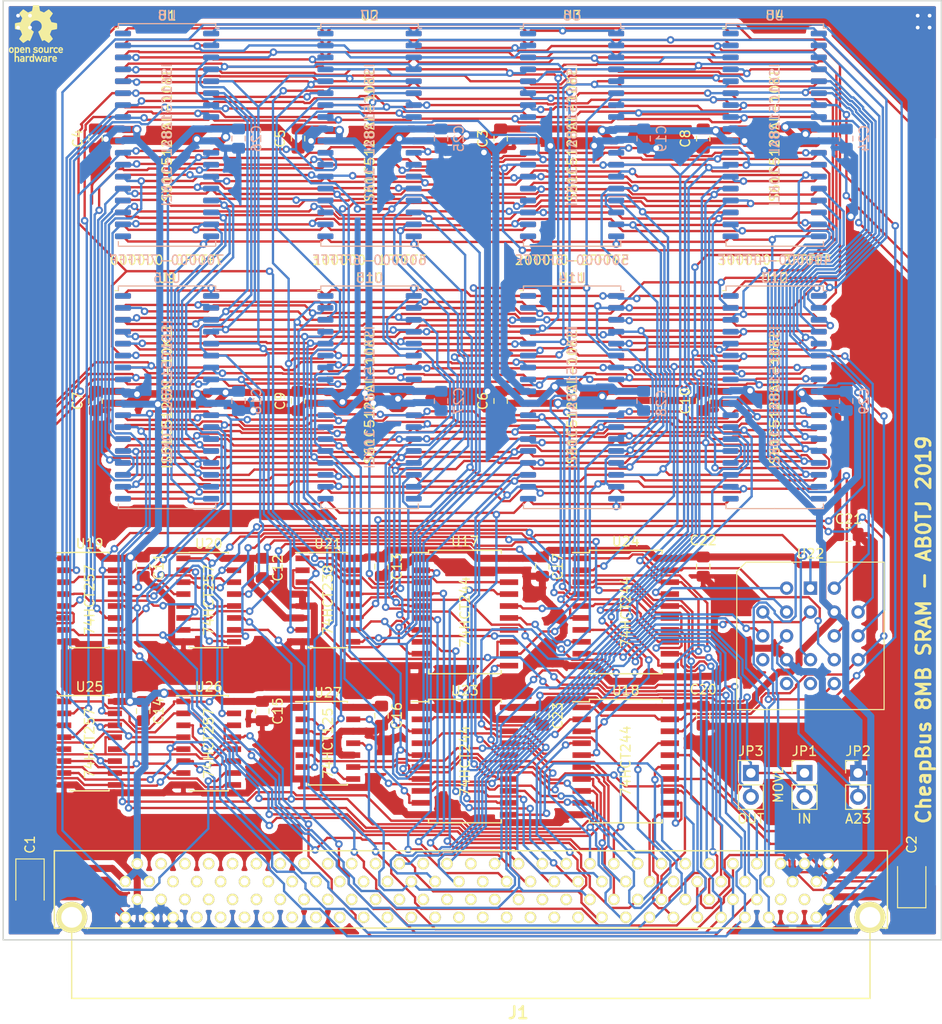
<source format=kicad_pcb>
(kicad_pcb (version 20171130) (host pcbnew "(5.0.2)-1")
  (layers (0 F.Cu signal) (31 B.Cu signal) (34 B.Paste user) (35 F.Paste user) (36 B.SilkS user) (37 F.SilkS user) (38 B.Mask user) (39 F.Mask user) (44 Edge.Cuts user))
  (net 0 "")
  (net 1 "Net-(J1-Pad30)")
  (net 2 "Net-(J1-Pad31)")
  (net 3 "Net-(J1-Pad35)")
  (net 4 "Net-(J1-Pad38)")
  (net 5 "Net-(J1-Pad39)")
  (net 6 "Net-(J1-Pad40)")
  (net 7 "Net-(J1-Pad41)")
  (net 8 "Net-(J1-Pad42)")
  (net 9 "Net-(J1-Pad43)")
  (net 10 "Net-(J1-Pad44)")
  (net 11 "Net-(J1-Pad45)")
  (net 12 "Net-(J1-Pad46)")
  (net 13 "Net-(J1-Pad47)")
  (net 14 "Net-(J1-Pad48)")
  (net 15 "Net-(J1-Pad49)")
  (net 16 "Net-(J1-Pad50)")
  (net 17 "Net-(J1-Pad51)")
  (net 18 "Net-(J1-Pad52)")
  (net 19 "Net-(J1-Pad53)")
  (net 20 "Net-(J1-Pad54)")
  (net 21 "Net-(J1-Pad55)")
  (net 22 "Net-(J1-Pad56)")
  (net 23 "Net-(J1-Pad57)")
  (net 24 "Net-(J1-Pad63)")
  (net 25 "Net-(J1-Pad64)")
  (net 26 "Net-(J1-Pad65)")
  (net 27 "Net-(J1-Pad82)")
  (net 28 "Net-(J1-Pad83)")
  (net 29 "Net-(J1-Pad84)")
  (net 30 "Net-(J1-Pad85)")
  (net 31 "Net-(J1-Pad86)")
  (net 32 "Net-(J1-Pad87)")
  (net 33 "Net-(J1-Pad88)")
  (net 34 "Net-(J1-Pad89)")
  (net 35 "Net-(J1-Pad90)")
  (net 36 "Net-(J1-Pad91)")
  (net 37 "Net-(J1-Pad92)")
  (net 38 "Net-(J1-Pad93)")
  (net 39 "Net-(J1-Pad94)")
  (net 40 "Net-(J1-Pad95)")
  (net 41 "Net-(J1-Pad96)")
  (net 42 "Net-(J1-Pad97)")
  (net 43 "Net-(J1-Pad98)")
  (net 44 "Net-(J1-Pad99)")
  (net 45 "Net-(J1-Pad100)")
  (net 46 "Net-(J1-Pad101)")
  (net 47 "Net-(J1-Pad102)")
  (net 48 "Net-(J1-Pad103)")
  (net 49 "Net-(J1-Pad104)")
  (net 50 "Net-(J1-Pad105)")
  (net 51 "Net-(J1-Pad106)")
  (net 52 "Net-(J1-Pad107)")
  (net 53 "Net-(J1-Pad108)")
  (net 54 "Net-(J1-Pad109)")
  (net 55 "Net-(J1-Pad110)")
  (net 56 "Net-(J1-Pad111)")
  (net 57 "Net-(J1-Pad112)")
  (net 58 "Net-(J1-Pad113)")
  (net 59 "Net-(J1-Pad114)")
  (net 60 "Net-(J1-Pad115)")
  (net 61 /MA0)
  (net 62 /MA1)
  (net 63 /MA2)
  (net 64 /MA3)
  (net 65 /MA4)
  (net 66 /MD0)
  (net 67 /MD1)
  (net 68 +5V)
  (net 69 GND)
  (net 70 /MD2)
  (net 71 /MD3)
  (net 72 /MA5)
  (net 73 /MA6)
  (net 74 /MA7)
  (net 75 /MA8)
  (net 76 /MA9)
  (net 77 "Net-(U1-Pad19)")
  (net 78 /MA10)
  (net 79 /MA11)
  (net 80 /MA12)
  (net 81 /MA13)
  (net 82 /MA14)
  (net 83 /MD4)
  (net 84 /MD5)
  (net 85 /MD6)
  (net 86 /MD7)
  (net 87 /MA15)
  (net 88 /MA16)
  (net 89 /MA17)
  (net 90 /MA18)
  (net 91 "Net-(U1-Pad36)")
  (net 92 "Net-(U2-Pad36)")
  (net 93 "Net-(U2-Pad19)")
  (net 94 "Net-(U3-Pad19)")
  (net 95 "Net-(U3-Pad36)")
  (net 96 "Net-(U4-Pad36)")
  (net 97 "Net-(U4-Pad19)")
  (net 98 "Net-(U5-Pad19)")
  (net 99 "Net-(U5-Pad36)")
  (net 100 "Net-(U6-Pad36)")
  (net 101 "Net-(U6-Pad19)")
  (net 102 "Net-(U7-Pad19)")
  (net 103 "Net-(U7-Pad36)")
  (net 104 "Net-(U8-Pad36)")
  (net 105 "Net-(U8-Pad19)")
  (net 106 /A23)
  (net 107 /A22)
  (net 108 /A21)
  (net 109 /A20)
  (net 110 /A19)
  (net 111 /A18)
  (net 112 /A17)
  (net 113 /A16)
  (net 114 /A15)
  (net 115 /A14)
  (net 116 /A13)
  (net 117 /A12)
  (net 118 /A11)
  (net 119 /A10)
  (net 120 /A9)
  (net 121 /A8)
  (net 122 /A7)
  (net 123 /A6)
  (net 124 /A5)
  (net 125 /A4)
  (net 126 /A3)
  (net 127 /A2)
  (net 128 /A1)
  (net 129 /A0)
  (net 130 /~MEMR)
  (net 131 /~MEMW)
  (net 132 /~MOVL)
  (net 133 /~M16)
  (net 134 /~BHE)
  (net 135 /D15)
  (net 136 /D14)
  (net 137 /D13)
  (net 138 /D12)
  (net 139 /D11)
  (net 140 /D10)
  (net 141 /D9)
  (net 142 /D8)
  (net 143 /D7)
  (net 144 /D6)
  (net 145 /D5)
  (net 146 /D4)
  (net 147 /D3)
  (net 148 /D2)
  (net 149 /D1)
  (net 150 /D0)
  (net 151 /~OEL)
  (net 152 /~WEL)
  (net 153 /~CS5)
  (net 154 /~CS0)
  (net 155 /MD8)
  (net 156 /MD9)
  (net 157 /MD10)
  (net 158 /MD11)
  (net 159 /~WEH)
  (net 160 "Net-(U9-Pad19)")
  (net 161 /MD12)
  (net 162 /MD13)
  (net 163 /MD14)
  (net 164 /MD15)
  (net 165 /~OEH)
  (net 166 "Net-(U9-Pad36)")
  (net 167 /~CS6)
  (net 168 /~CS4)
  (net 169 /~CS3)
  (net 170 /~CS2)
  (net 171 /~CS1)
  (net 172 /~CS7)
  (net 173 "Net-(U11-Pad36)")
  (net 174 "Net-(U11-Pad19)")
  (net 175 "Net-(U15-Pad19)")
  (net 176 "Net-(U15-Pad36)")
  (net 177 "Net-(U16-Pad36)")
  (net 178 "Net-(U16-Pad19)")
  (net 179 "Net-(U14-Pad19)")
  (net 180 "Net-(U14-Pad36)")
  (net 181 "Net-(U13-Pad36)")
  (net 182 "Net-(U13-Pad19)")
  (net 183 "Net-(U12-Pad19)")
  (net 184 "Net-(U12-Pad36)")
  (net 185 "Net-(U10-Pad36)")
  (net 186 "Net-(U10-Pad19)")
  (net 187 /~WR)
  (net 188 /~RD)
  (net 189 /SEL)
  (net 190 /~BRDSEL)
  (net 191 "Net-(JP2-Pad2)")
  (net 192 "Net-(JP1-Pad2)")
  (net 193 "Net-(U22-Pad8)")
  (net 194 "Net-(U22-Pad9)")
  (net 195 "Net-(U22-Pad11)")
  (module Capacitor_SMD:C_0805_2012Metric_Pad1.15x1.40mm_HandSolder (layer F.Cu) (at 77.47 80.255 270)
    (fp_text reference C17 (at 0 -1.65 270) (layer F.SilkS))
    (fp_text value .1uF)
    (pad 1 smd roundrect (at -1.025 0 270) (size 1.15 1.4) (layers F.Cu F.Paste F.Mask) (roundrect_rratio 0.217391) (net 68 +5V))
    (pad 2 smd roundrect (at 1.025 0 270) (size 1.15 1.4) (layers F.Cu F.Paste F.Mask) (roundrect_rratio 0.217391) (net 69 GND))
  )
  (module Capacitor_SMD:C_0805_2012Metric_Pad1.15x1.40mm_HandSolder (layer B.Cu) (at 109.855 62.62 270)
    (fp_text reference C29 (at 0 -1.905 270) (layer B.SilkS) (effects (justify mirror)))
    (fp_text value .1uF)
    (pad 2 smd roundrect (at 1.025 0 270) (size 1.15 1.4) (layers B.Cu B.Paste B.Mask) (roundrect_rratio 0.217391) (net 69 GND))
    (pad 1 smd roundrect (at -1.025 0 270) (size 1.15 1.4) (layers B.Cu B.Paste B.Mask) (roundrect_rratio 0.217391) (net 68 +5V))
  )
  (module Capacitor_SMD:C_0805_2012Metric_Pad1.15x1.40mm_HandSolder (layer B.Cu) (at 45.085 62.62 270)
    (fp_text reference C18 (at 0 -1.905 270) (layer B.SilkS) (effects (justify mirror)))
    (fp_text value .1uF)
    (pad 1 smd roundrect (at -1.025 0 270) (size 1.15 1.4) (layers B.Cu B.Paste B.Mask) (roundrect_rratio 0.217391) (net 68 +5V))
    (pad 2 smd roundrect (at 1.025 0 270) (size 1.15 1.4) (layers B.Cu B.Paste B.Mask) (roundrect_rratio 0.217391) (net 69 GND))
  )
  (module Capacitor_SMD:C_0805_2012Metric_Pad1.15x1.40mm_HandSolder (layer B.Cu) (at 88.265 34.68 270)
    (fp_text reference C19 (at 0 -1.905 270) (layer B.SilkS) (effects (justify mirror)))
    (fp_text value .1uF)
    (pad 2 smd roundrect (at 1.025 0 270) (size 1.15 1.4) (layers B.Cu B.Paste B.Mask) (roundrect_rratio 0.217391) (net 69 GND))
    (pad 1 smd roundrect (at -1.025 0 270) (size 1.15 1.4) (layers B.Cu B.Paste B.Mask) (roundrect_rratio 0.217391) (net 68 +5V))
  )
  (module Capacitor_SMD:C_0805_2012Metric_Pad1.15x1.40mm_HandSolder (layer F.Cu) (at 94.615 96.13 270)
    (fp_text reference C20 (at -2.785 0) (layer F.SilkS))
    (fp_text value .1uF)
    (pad 1 smd roundrect (at -1.025 0 270) (size 1.15 1.4) (layers F.Cu F.Paste F.Mask) (roundrect_rratio 0.217391) (net 68 +5V))
    (pad 2 smd roundrect (at 1.025 0 270) (size 1.15 1.4) (layers F.Cu F.Paste F.Mask) (roundrect_rratio 0.217391) (net 69 GND))
  )
  (module Capacitor_SMD:C_0805_2012Metric_Pad1.15x1.40mm_HandSolder (layer F.Cu) (at 110.1 76.835)
    (fp_text reference C21 (at 0 -1.65) (layer F.SilkS))
    (fp_text value .1uF)
    (pad 2 smd roundrect (at 1.025 0) (size 1.15 1.4) (layers F.Cu F.Paste F.Mask) (roundrect_rratio 0.217391) (net 69 GND))
    (pad 1 smd roundrect (at -1.025 0) (size 1.15 1.4) (layers F.Cu F.Paste F.Mask) (roundrect_rratio 0.217391) (net 68 +5V))
  )
  (module Capacitor_SMD:C_0805_2012Metric_Pad1.15x1.40mm_HandSolder (layer F.Cu) (at 94.615 80.255 270)
    (fp_text reference C22 (at -2.785 0) (layer F.SilkS))
    (fp_text value .1uF)
    (pad 1 smd roundrect (at -1.025 0 270) (size 1.15 1.4) (layers F.Cu F.Paste F.Mask) (roundrect_rratio 0.217391) (net 68 +5V))
    (pad 2 smd roundrect (at 1.025 0 270) (size 1.15 1.4) (layers F.Cu F.Paste F.Mask) (roundrect_rratio 0.217391) (net 69 GND))
  )
  (module Capacitor_SMD:C_0805_2012Metric_Pad1.15x1.40mm_HandSolder (layer F.Cu) (at 77.47 96.13 270)
    (fp_text reference C23 (at 0 -1.65 270) (layer F.SilkS))
    (fp_text value .1uF)
    (pad 2 smd roundrect (at 1.025 0 270) (size 1.15 1.4) (layers F.Cu F.Paste F.Mask) (roundrect_rratio 0.217391) (net 69 GND))
    (pad 1 smd roundrect (at -1.025 0 270) (size 1.15 1.4) (layers F.Cu F.Paste F.Mask) (roundrect_rratio 0.217391) (net 68 +5V))
  )
  (module Capacitor_SMD:C_0805_2012Metric_Pad1.15x1.40mm_HandSolder (layer B.Cu) (at 109.855 34.68 270)
    (fp_text reference C24 (at 0 -1.905 270) (layer B.SilkS) (effects (justify mirror)))
    (fp_text value .1uF)
    (pad 1 smd roundrect (at -1.025 0 270) (size 1.15 1.4) (layers B.Cu B.Paste B.Mask) (roundrect_rratio 0.217391) (net 68 +5V))
    (pad 2 smd roundrect (at 1.025 0 270) (size 1.15 1.4) (layers B.Cu B.Paste B.Mask) (roundrect_rratio 0.217391) (net 69 GND))
  )
  (module Capacitor_SMD:C_0805_2012Metric_Pad1.15x1.40mm_HandSolder (layer B.Cu) (at 66.675 34.68 270)
    (fp_text reference C25 (at 0 -1.905 270) (layer B.SilkS) (effects (justify mirror)))
    (fp_text value .1uF)
    (pad 2 smd roundrect (at 1.025 0 270) (size 1.15 1.4) (layers B.Cu B.Paste B.Mask) (roundrect_rratio 0.217391) (net 69 GND))
    (pad 1 smd roundrect (at -1.025 0 270) (size 1.15 1.4) (layers B.Cu B.Paste B.Mask) (roundrect_rratio 0.217391) (net 68 +5V))
  )
  (module Capacitor_SMD:C_0805_2012Metric_Pad1.15x1.40mm_HandSolder (layer B.Cu) (at 45.085 34.68 270)
    (fp_text reference C26 (at 0 -1.905 270) (layer B.SilkS) (effects (justify mirror)))
    (fp_text value .1uF)
    (pad 1 smd roundrect (at -1.025 0 270) (size 1.15 1.4) (layers B.Cu B.Paste B.Mask) (roundrect_rratio 0.217391) (net 68 +5V))
    (pad 2 smd roundrect (at 1.025 0 270) (size 1.15 1.4) (layers B.Cu B.Paste B.Mask) (roundrect_rratio 0.217391) (net 69 GND))
  )
  (module Capacitor_SMD:C_0805_2012Metric_Pad1.15x1.40mm_HandSolder (layer B.Cu) (at 66.675 62.62 270)
    (fp_text reference C27 (at 0 -1.905 270) (layer B.SilkS) (effects (justify mirror)))
    (fp_text value .1uF)
    (pad 1 smd roundrect (at -1.025 0 270) (size 1.15 1.4) (layers B.Cu B.Paste B.Mask) (roundrect_rratio 0.217391) (net 68 +5V))
    (pad 2 smd roundrect (at 1.025 0 270) (size 1.15 1.4) (layers B.Cu B.Paste B.Mask) (roundrect_rratio 0.217391) (net 69 GND))
  )
  (module Capacitor_SMD:C_0805_2012Metric_Pad1.15x1.40mm_HandSolder (layer B.Cu) (at 88.265 62.62 270)
    (fp_text reference C28 (at 0.245 -1.905 270) (layer B.SilkS) (effects (justify mirror)))
    (fp_text value .1uF)
    (pad 1 smd roundrect (at -1.025 0 270) (size 1.15 1.4) (layers B.Cu B.Paste B.Mask) (roundrect_rratio 0.217391) (net 68 +5V))
    (pad 2 smd roundrect (at 1.025 0 270) (size 1.15 1.4) (layers B.Cu B.Paste B.Mask) (roundrect_rratio 0.217391) (net 69 GND))
  )
  (module Capacitor_SMD:C_0805_2012Metric_Pad1.15x1.40mm_HandSolder (layer F.Cu) (at 47.625 95.64 270)
    (fp_text reference C15 (at 0 -1.65 270) (layer F.SilkS))
    (fp_text value .1uF)
    (pad 2 smd roundrect (at 1.025 0 270) (size 1.15 1.4) (layers F.Cu F.Paste F.Mask) (roundrect_rratio 0.217391) (net 69 GND))
    (pad 1 smd roundrect (at -1.025 0 270) (size 1.15 1.4) (layers F.Cu F.Paste F.Mask) (roundrect_rratio 0.217391) (net 68 +5V))
  )
  (module Capacitor_SMD:C_0805_2012Metric_Pad1.15x1.40mm_HandSolder (layer F.Cu) (at 73.025 34.68 270)
    (fp_text reference C3 (at 0 1.905 270) (layer F.SilkS))
    (fp_text value .1uF)
    (pad 1 smd roundrect (at -1.025 0 270) (size 1.15 1.4) (layers F.Cu F.Paste F.Mask) (roundrect_rratio 0.217391) (net 68 +5V))
    (pad 2 smd roundrect (at 1.025 0 270) (size 1.15 1.4) (layers F.Cu F.Paste F.Mask) (roundrect_rratio 0.217391) (net 69 GND))
  )
  (module Capacitor_SMD:C_0805_2012Metric_Pad1.15x1.40mm_HandSolder (layer F.Cu) (at 29.845 34.68 270)
    (fp_text reference C4 (at 0 1.905 270) (layer F.SilkS))
    (fp_text value .1uF)
    (pad 2 smd roundrect (at 1.025 0 270) (size 1.15 1.4) (layers F.Cu F.Paste F.Mask) (roundrect_rratio 0.217391) (net 69 GND))
    (pad 1 smd roundrect (at -1.025 0 270) (size 1.15 1.4) (layers F.Cu F.Paste F.Mask) (roundrect_rratio 0.217391) (net 68 +5V))
  )
  (module Capacitor_SMD:C_0805_2012Metric_Pad1.15x1.40mm_HandSolder (layer F.Cu) (at 51.435 34.68 270)
    (fp_text reference C5 (at 0 1.905 270) (layer F.SilkS))
    (fp_text value .1uF)
    (pad 1 smd roundrect (at -1.025 0 270) (size 1.15 1.4) (layers F.Cu F.Paste F.Mask) (roundrect_rratio 0.217391) (net 68 +5V))
    (pad 2 smd roundrect (at 1.025 0 270) (size 1.15 1.4) (layers F.Cu F.Paste F.Mask) (roundrect_rratio 0.217391) (net 69 GND))
  )
  (module Capacitor_SMD:C_0805_2012Metric_Pad1.15x1.40mm_HandSolder (layer F.Cu) (at 73.025 62.62 270)
    (fp_text reference C6 (at 0 1.905 270) (layer F.SilkS))
    (fp_text value .1uF)
    (pad 2 smd roundrect (at 1.025 0 270) (size 1.15 1.4) (layers F.Cu F.Paste F.Mask) (roundrect_rratio 0.217391) (net 69 GND))
    (pad 1 smd roundrect (at -1.025 0 270) (size 1.15 1.4) (layers F.Cu F.Paste F.Mask) (roundrect_rratio 0.217391) (net 68 +5V))
  )
  (module Capacitor_SMD:C_0805_2012Metric_Pad1.15x1.40mm_HandSolder (layer F.Cu) (at 29.845 62.62 270)
    (fp_text reference C7 (at 0 1.905 270) (layer F.SilkS))
    (fp_text value .1uF)
    (pad 1 smd roundrect (at -1.025 0 270) (size 1.15 1.4) (layers F.Cu F.Paste F.Mask) (roundrect_rratio 0.217391) (net 68 +5V))
    (pad 2 smd roundrect (at 1.025 0 270) (size 1.15 1.4) (layers F.Cu F.Paste F.Mask) (roundrect_rratio 0.217391) (net 69 GND))
  )
  (module Capacitor_SMD:C_0805_2012Metric_Pad1.15x1.40mm_HandSolder (layer F.Cu) (at 94.615 34.68 270)
    (fp_text reference C8 (at 0 1.905 270) (layer F.SilkS))
    (fp_text value .1uF)
    (pad 2 smd roundrect (at 1.025 0 270) (size 1.15 1.4) (layers F.Cu F.Paste F.Mask) (roundrect_rratio 0.217391) (net 69 GND))
    (pad 1 smd roundrect (at -1.025 0 270) (size 1.15 1.4) (layers F.Cu F.Paste F.Mask) (roundrect_rratio 0.217391) (net 68 +5V))
  )
  (module Capacitor_SMD:C_0805_2012Metric_Pad1.15x1.40mm_HandSolder (layer F.Cu) (at 51.435 62.62 270)
    (fp_text reference C9 (at 0 1.905 270) (layer F.SilkS))
    (fp_text value .1uF)
    (pad 1 smd roundrect (at -1.025 0 270) (size 1.15 1.4) (layers F.Cu F.Paste F.Mask) (roundrect_rratio 0.217391) (net 68 +5V))
    (pad 2 smd roundrect (at 1.025 0 270) (size 1.15 1.4) (layers F.Cu F.Paste F.Mask) (roundrect_rratio 0.217391) (net 69 GND))
  )
  (module Capacitor_SMD:C_0805_2012Metric_Pad1.15x1.40mm_HandSolder (layer F.Cu) (at 94.615 62.62 270)
    (fp_text reference C10 (at 0 1.905 270) (layer F.SilkS))
    (fp_text value .1uF)
    (pad 2 smd roundrect (at 1.025 0 270) (size 1.15 1.4) (layers F.Cu F.Paste F.Mask) (roundrect_rratio 0.217391) (net 69 GND))
    (pad 1 smd roundrect (at -1.025 0 270) (size 1.15 1.4) (layers F.Cu F.Paste F.Mask) (roundrect_rratio 0.217391) (net 68 +5V))
  )
  (module Capacitor_SMD:C_0805_2012Metric_Pad1.15x1.40mm_HandSolder (layer F.Cu) (at 34.925 80.255 270)
    (fp_text reference C11 (at 0 -1.65 270) (layer F.SilkS))
    (fp_text value .1uF)
    (pad 1 smd roundrect (at -1.025 0 270) (size 1.15 1.4) (layers F.Cu F.Paste F.Mask) (roundrect_rratio 0.217391) (net 68 +5V))
    (pad 2 smd roundrect (at 1.025 0 270) (size 1.15 1.4) (layers F.Cu F.Paste F.Mask) (roundrect_rratio 0.217391) (net 69 GND))
  )
  (module Capacitor_SMD:C_0805_2012Metric_Pad1.15x1.40mm_HandSolder (layer F.Cu) (at 47.625 80.4 270)
    (fp_text reference C12 (at 0 -1.65 270) (layer F.SilkS))
    (fp_text value .1uF)
    (pad 2 smd roundrect (at 1.025 0 270) (size 1.15 1.4) (layers F.Cu F.Paste F.Mask) (roundrect_rratio 0.217391) (net 69 GND))
    (pad 1 smd roundrect (at -1.025 0 270) (size 1.15 1.4) (layers F.Cu F.Paste F.Mask) (roundrect_rratio 0.217391) (net 68 +5V))
  )
  (module Capacitor_SMD:C_0805_2012Metric_Pad1.15x1.40mm_HandSolder (layer F.Cu) (at 60.325 80.255 270)
    (fp_text reference C13 (at 0 -1.65 270) (layer F.SilkS))
    (fp_text value .1uF)
    (pad 1 smd roundrect (at -1.025 0 270) (size 1.15 1.4) (layers F.Cu F.Paste F.Mask) (roundrect_rratio 0.217391) (net 68 +5V))
    (pad 2 smd roundrect (at 1.025 0 270) (size 1.15 1.4) (layers F.Cu F.Paste F.Mask) (roundrect_rratio 0.217391) (net 69 GND))
  )
  (module Capacitor_SMD:C_0805_2012Metric_Pad1.15x1.40mm_HandSolder (layer F.Cu) (at 60.325 96.13 270)
    (fp_text reference C16 (at 0 -1.65 270) (layer F.SilkS))
    (fp_text value .1uF)
    (pad 2 smd roundrect (at 1.025 0 270) (size 1.15 1.4) (layers F.Cu F.Paste F.Mask) (roundrect_rratio 0.217391) (net 69 GND))
    (pad 1 smd roundrect (at -1.025 0 270) (size 1.15 1.4) (layers F.Cu F.Paste F.Mask) (roundrect_rratio 0.217391) (net 68 +5V))
  )
  (module Capacitor_SMD:C_0805_2012Metric_Pad1.15x1.40mm_HandSolder (layer F.Cu) (at 34.925 95.64 270)
    (fp_text reference C14 (at 0 -1.65 270) (layer F.SilkS))
    (fp_text value .1uF)
    (pad 1 smd roundrect (at -1.025 0 270) (size 1.15 1.4) (layers F.Cu F.Paste F.Mask) (roundrect_rratio 0.217391) (net 68 +5V))
    (pad 2 smd roundrect (at 1.025 0 270) (size 1.15 1.4) (layers F.Cu F.Paste F.Mask) (roundrect_rratio 0.217391) (net 69 GND))
  )
  (module Capacitor_Tantalum_SMD:CP_EIA-3528-15_AVX-H_Pad1.50x2.35mm_HandSolder (layer F.Cu) (at 22.86 114.02 270)
    (fp_text reference C1 (at -4.165 0 270) (layer F.SilkS))
    (fp_text value 33uF)
    (pad 2 smd roundrect (at 1.625 0 270) (size 1.5 2.35) (layers F.Cu F.Paste F.Mask) (roundrect_rratio 0.166667) (net 69 GND))
    (pad 1 smd roundrect (at -1.625 0 270) (size 1.5 2.35) (layers F.Cu F.Paste F.Mask) (roundrect_rratio 0.166667) (net 68 +5V))
  )
  (module Capacitor_Tantalum_SMD:CP_EIA-3528-15_AVX-H_Pad1.50x2.35mm_HandSolder (layer F.Cu) (at 116.84 113.945 90)
    (fp_text reference C2 (at 4.09 0 90) (layer F.SilkS))
    (fp_text value 33uF)
    (pad 1 smd roundrect (at -1.625 0 90) (size 1.5 2.35) (layers F.Cu F.Paste F.Mask) (roundrect_rratio 0.166667) (net 68 +5V))
    (pad 2 smd roundrect (at 1.625 0 90) (size 1.5 2.35) (layers F.Cu F.Paste F.Mask) (roundrect_rratio 0.166667) (net 69 GND))
  )
  (module Connector_PinHeader_2.54mm:PinHeader_1x02_P2.54mm_Vertical (layer F.Cu) (at 99.695 102.235)
    (fp_text reference JP3 (at 0 -2.33) (layer F.SilkS))
    (fp_text value OUT (at 0 4.87) (layer F.SilkS))
    (pad 1 thru_hole rect (at 0 0) (size 1.7 1.7) (drill 1) (layers *.Cu *.Mask) (net 132 /~MOVL))
    (pad 2 thru_hole oval (at 0 2.54) (size 1.7 1.7) (drill 1) (layers *.Cu *.Mask) (net 133 /~M16))
  )
  (module Connector_PinHeader_2.54mm:PinHeader_1x02_P2.54mm_Vertical (layer F.Cu) (at 111.125 102.235)
    (fp_text reference JP2 (at 0 -2.33) (layer F.SilkS))
    (fp_text value A23 (at 0 4.87) (layer F.SilkS))
    (pad 2 thru_hole oval (at 0 2.54) (size 1.7 1.7) (drill 1) (layers *.Cu *.Mask) (net 191 "Net-(JP2-Pad2)"))
    (pad 1 thru_hole rect (at 0 0) (size 1.7 1.7) (drill 1) (layers *.Cu *.Mask) (net 69 GND))
  )
  (module Connector_PinHeader_2.54mm:PinHeader_1x02_P2.54mm_Vertical (layer F.Cu) (at 105.41 102.235)
    (fp_text reference JP1 (at 0 -2.33) (layer F.SilkS))
    (fp_text value IN (at 0 4.87) (layer F.SilkS))
    (pad 1 thru_hole rect (at 0 0) (size 1.7 1.7) (drill 1) (layers *.Cu *.Mask) (net 132 /~MOVL))
    (pad 2 thru_hole oval (at 0 2.54) (size 1.7 1.7) (drill 1) (layers *.Cu *.Mask) (net 192 "Net-(JP1-Pad2)"))
  )
  (module Package_LCC:PLCC-20_THT-Socket (layer F.Cu) (at 106.045 82.55)
    (fp_text reference U22 (at 0 -3.67) (layer F.SilkS))
    (fp_text value GAL16V8)
    (pad 2 thru_hole circle (at 0 2.54) (size 1.4224 1.4224) (drill 0.8) (layers *.Cu *.Mask) (net 129 /A0))
    (pad 20 thru_hole circle (at 2.54 2.54) (size 1.4224 1.4224) (drill 0.8) (layers *.Cu *.Mask) (net 68 +5V))
    (pad 1 thru_hole rect (at 0 0) (size 1.4224 1.4224) (drill 0.8) (layers *.Cu *.Mask) (net 106 /A23))
    (pad 3 thru_hole circle (at -2.54 0) (size 1.4224 1.4224) (drill 0.8) (layers *.Cu *.Mask) (net 134 /~BHE))
    (pad 5 thru_hole circle (at -2.54 2.54) (size 1.4224 1.4224) (drill 0.8) (layers *.Cu *.Mask) (net 130 /~MEMR))
    (pad 7 thru_hole circle (at -2.54 5.08) (size 1.4224 1.4224) (drill 0.8) (layers *.Cu *.Mask) (net 191 "Net-(JP2-Pad2)"))
    (pad 4 thru_hole circle (at -5.08 2.54) (size 1.4224 1.4224) (drill 0.8) (layers *.Cu *.Mask) (net 192 "Net-(JP1-Pad2)"))
    (pad 6 thru_hole circle (at -5.08 5.08) (size 1.4224 1.4224) (drill 0.8) (layers *.Cu *.Mask) (net 131 /~MEMW))
    (pad 8 thru_hole circle (at -5.08 7.62) (size 1.4224 1.4224) (drill 0.8) (layers *.Cu *.Mask) (net 193 "Net-(U22-Pad8)"))
    (pad 10 thru_hole circle (at -2.54 7.62) (size 1.4224 1.4224) (drill 0.8) (layers *.Cu *.Mask) (net 69 GND))
    (pad 12 thru_hole circle (at 0 7.62) (size 1.4224 1.4224) (drill 0.8) (layers *.Cu *.Mask) (net 189 /SEL))
    (pad 14 thru_hole circle (at 5.08 7.62) (size 1.4224 1.4224) (drill 0.8) (layers *.Cu *.Mask) (net 187 /~WR))
    (pad 9 thru_hole circle (at -2.54 10.16) (size 1.4224 1.4224) (drill 0.8) (layers *.Cu *.Mask) (net 194 "Net-(U22-Pad9)"))
    (pad 11 thru_hole circle (at 0 10.16) (size 1.4224 1.4224) (drill 0.8) (layers *.Cu *.Mask) (net 195 "Net-(U22-Pad11)"))
    (pad 13 thru_hole circle (at 2.54 10.16) (size 1.4224 1.4224) (drill 0.8) (layers *.Cu *.Mask) (net 190 /~BRDSEL))
    (pad 15 thru_hole circle (at 2.54 7.62) (size 1.4224 1.4224) (drill 0.8) (layers *.Cu *.Mask) (net 188 /~RD))
    (pad 17 thru_hole circle (at 2.54 5.08) (size 1.4224 1.4224) (drill 0.8) (layers *.Cu *.Mask) (net 152 /~WEL))
    (pad 19 thru_hole circle (at 2.54 0) (size 1.4224 1.4224) (drill 0.8) (layers *.Cu *.Mask) (net 151 /~OEL))
    (pad 16 thru_hole circle (at 5.08 5.08) (size 1.4224 1.4224) (drill 0.8) (layers *.Cu *.Mask) (net 159 /~WEH))
    (pad 18 thru_hole circle (at 5.08 2.54) (size 1.4224 1.4224) (drill 0.8) (layers *.Cu *.Mask) (net 165 /~OEH))
  )
  (module Package_SO:SOIC-14_3.9x8.7mm_P1.27mm (layer F.Cu) (at 54.61 99.06)
    (fp_text reference U27 (at 0 -5.375) (layer F.SilkS))
    (fp_text value 74HCT125 (at 0 0 90) (layer F.SilkS))
    (pad 1 smd rect (at -2.7 -3.81) (size 1.5 0.6) (layers F.Cu F.Paste F.Mask) (net 69 GND))
    (pad 2 smd rect (at -2.7 -2.54) (size 1.5 0.6) (layers F.Cu F.Paste F.Mask) (net 112 /A17))
    (pad 3 smd rect (at -2.7 -1.27) (size 1.5 0.6) (layers F.Cu F.Paste F.Mask) (net 88 /MA16))
    (pad 4 smd rect (at -2.7 0) (size 1.5 0.6) (layers F.Cu F.Paste F.Mask) (net 69 GND))
    (pad 5 smd rect (at -2.7 1.27) (size 1.5 0.6) (layers F.Cu F.Paste F.Mask) (net 111 /A18))
    (pad 6 smd rect (at -2.7 2.54) (size 1.5 0.6) (layers F.Cu F.Paste F.Mask) (net 89 /MA17))
    (pad 7 smd rect (at -2.7 3.81) (size 1.5 0.6) (layers F.Cu F.Paste F.Mask) (net 69 GND))
    (pad 8 smd rect (at 2.7 3.81) (size 1.5 0.6) (layers F.Cu F.Paste F.Mask) (net 90 /MA18))
    (pad 9 smd rect (at 2.7 2.54) (size 1.5 0.6) (layers F.Cu F.Paste F.Mask) (net 110 /A19))
    (pad 10 smd rect (at 2.7 1.27) (size 1.5 0.6) (layers F.Cu F.Paste F.Mask) (net 69 GND))
    (pad 11 smd rect (at 2.7 0) (size 1.5 0.6) (layers F.Cu F.Paste F.Mask) (net 133 /~M16))
    (pad 12 smd rect (at 2.7 -1.27) (size 1.5 0.6) (layers F.Cu F.Paste F.Mask) (net 69 GND))
    (pad 13 smd rect (at 2.7 -2.54) (size 1.5 0.6) (layers F.Cu F.Paste F.Mask) (net 190 /~BRDSEL))
    (pad 14 smd rect (at 2.7 -3.81) (size 1.5 0.6) (layers F.Cu F.Paste F.Mask) (net 68 +5V))
  )
  (module Package_SO:SOIC-16_3.9x9.9mm_P1.27mm (layer F.Cu) (at 41.91 99.06)
    (fp_text reference U26 (at 0 -6) (layer F.SilkS))
    (fp_text value 74HCT257 (at 0 0 90) (layer F.SilkS))
    (pad 1 smd rect (at -2.7 -4.445) (size 1.5 0.6) (layers F.Cu F.Paste F.Mask) (net 189 /SEL))
    (pad 2 smd rect (at -2.7 -3.175) (size 1.5 0.6) (layers F.Cu F.Paste F.Mask) (net 146 /D4))
    (pad 3 smd rect (at -2.7 -1.905) (size 1.5 0.6) (layers F.Cu F.Paste F.Mask) (net 138 /D12))
    (pad 4 smd rect (at -2.7 -0.635) (size 1.5 0.6) (layers F.Cu F.Paste F.Mask) (net 161 /MD12))
    (pad 5 smd rect (at -2.7 0.635) (size 1.5 0.6) (layers F.Cu F.Paste F.Mask) (net 145 /D5))
    (pad 6 smd rect (at -2.7 1.905) (size 1.5 0.6) (layers F.Cu F.Paste F.Mask) (net 137 /D13))
    (pad 7 smd rect (at -2.7 3.175) (size 1.5 0.6) (layers F.Cu F.Paste F.Mask) (net 162 /MD13))
    (pad 8 smd rect (at -2.7 4.445) (size 1.5 0.6) (layers F.Cu F.Paste F.Mask) (net 69 GND))
    (pad 9 smd rect (at 2.7 4.445) (size 1.5 0.6) (layers F.Cu F.Paste F.Mask) (net 164 /MD15))
    (pad 10 smd rect (at 2.7 3.175) (size 1.5 0.6) (layers F.Cu F.Paste F.Mask) (net 135 /D15))
    (pad 11 smd rect (at 2.7 1.905) (size 1.5 0.6) (layers F.Cu F.Paste F.Mask) (net 143 /D7))
    (pad 12 smd rect (at 2.7 0.635) (size 1.5 0.6) (layers F.Cu F.Paste F.Mask) (net 163 /MD14))
    (pad 13 smd rect (at 2.7 -0.635) (size 1.5 0.6) (layers F.Cu F.Paste F.Mask) (net 136 /D14))
    (pad 14 smd rect (at 2.7 -1.905) (size 1.5 0.6) (layers F.Cu F.Paste F.Mask) (net 144 /D6))
    (pad 15 smd rect (at 2.7 -3.175) (size 1.5 0.6) (layers F.Cu F.Paste F.Mask) (net 187 /~WR))
    (pad 16 smd rect (at 2.7 -4.445) (size 1.5 0.6) (layers F.Cu F.Paste F.Mask) (net 68 +5V))
  )
  (module Package_SO:SOIC-16_3.9x9.9mm_P1.27mm (layer F.Cu) (at 29.21 99.06)
    (fp_text reference U25 (at 0 -6) (layer F.SilkS))
    (fp_text value 74HCT257 (at 0 0 90) (layer F.SilkS))
    (pad 16 smd rect (at 2.7 -4.445) (size 1.5 0.6) (layers F.Cu F.Paste F.Mask) (net 68 +5V))
    (pad 15 smd rect (at 2.7 -3.175) (size 1.5 0.6) (layers F.Cu F.Paste F.Mask) (net 188 /~RD))
    (pad 14 smd rect (at 2.7 -1.905) (size 1.5 0.6) (layers F.Cu F.Paste F.Mask) (net 85 /MD6))
    (pad 13 smd rect (at 2.7 -0.635) (size 1.5 0.6) (layers F.Cu F.Paste F.Mask) (net 163 /MD14))
    (pad 12 smd rect (at 2.7 0.635) (size 1.5 0.6) (layers F.Cu F.Paste F.Mask) (net 144 /D6))
    (pad 11 smd rect (at 2.7 1.905) (size 1.5 0.6) (layers F.Cu F.Paste F.Mask) (net 86 /MD7))
    (pad 10 smd rect (at 2.7 3.175) (size 1.5 0.6) (layers F.Cu F.Paste F.Mask) (net 164 /MD15))
    (pad 9 smd rect (at 2.7 4.445) (size 1.5 0.6) (layers F.Cu F.Paste F.Mask) (net 143 /D7))
    (pad 8 smd rect (at -2.7 4.445) (size 1.5 0.6) (layers F.Cu F.Paste F.Mask) (net 69 GND))
    (pad 7 smd rect (at -2.7 3.175) (size 1.5 0.6) (layers F.Cu F.Paste F.Mask) (net 145 /D5))
    (pad 6 smd rect (at -2.7 1.905) (size 1.5 0.6) (layers F.Cu F.Paste F.Mask) (net 162 /MD13))
    (pad 5 smd rect (at -2.7 0.635) (size 1.5 0.6) (layers F.Cu F.Paste F.Mask) (net 84 /MD5))
    (pad 4 smd rect (at -2.7 -0.635) (size 1.5 0.6) (layers F.Cu F.Paste F.Mask) (net 146 /D4))
    (pad 3 smd rect (at -2.7 -1.905) (size 1.5 0.6) (layers F.Cu F.Paste F.Mask) (net 161 /MD12))
    (pad 2 smd rect (at -2.7 -3.175) (size 1.5 0.6) (layers F.Cu F.Paste F.Mask) (net 83 /MD4))
    (pad 1 smd rect (at -2.7 -4.445) (size 1.5 0.6) (layers F.Cu F.Paste F.Mask) (net 189 /SEL))
  )
  (module Package_SO:SOIC-16_3.9x9.9mm_P1.27mm (layer F.Cu) (at 54.61 83.82)
    (fp_text reference U21 (at 0 -6) (layer F.SilkS))
    (fp_text value 74HCT238 (at 0 0 90) (layer F.SilkS))
    (pad 1 smd rect (at -2.7 -4.445) (size 1.5 0.6) (layers F.Cu F.Paste F.Mask) (net 109 /A20))
    (pad 2 smd rect (at -2.7 -3.175) (size 1.5 0.6) (layers F.Cu F.Paste F.Mask) (net 108 /A21))
    (pad 3 smd rect (at -2.7 -1.905) (size 1.5 0.6) (layers F.Cu F.Paste F.Mask) (net 107 /A22))
    (pad 4 smd rect (at -2.7 -0.635) (size 1.5 0.6) (layers F.Cu F.Paste F.Mask) (net 69 GND))
    (pad 5 smd rect (at -2.7 0.635) (size 1.5 0.6) (layers F.Cu F.Paste F.Mask) (net 69 GND))
    (pad 6 smd rect (at -2.7 1.905) (size 1.5 0.6) (layers F.Cu F.Paste F.Mask) (net 68 +5V))
    (pad 7 smd rect (at -2.7 3.175) (size 1.5 0.6) (layers F.Cu F.Paste F.Mask) (net 172 /~CS7))
    (pad 8 smd rect (at -2.7 4.445) (size 1.5 0.6) (layers F.Cu F.Paste F.Mask) (net 69 GND))
    (pad 9 smd rect (at 2.7 4.445) (size 1.5 0.6) (layers F.Cu F.Paste F.Mask) (net 167 /~CS6))
    (pad 10 smd rect (at 2.7 3.175) (size 1.5 0.6) (layers F.Cu F.Paste F.Mask) (net 153 /~CS5))
    (pad 11 smd rect (at 2.7 1.905) (size 1.5 0.6) (layers F.Cu F.Paste F.Mask) (net 168 /~CS4))
    (pad 12 smd rect (at 2.7 0.635) (size 1.5 0.6) (layers F.Cu F.Paste F.Mask) (net 169 /~CS3))
    (pad 13 smd rect (at 2.7 -0.635) (size 1.5 0.6) (layers F.Cu F.Paste F.Mask) (net 170 /~CS2))
    (pad 14 smd rect (at 2.7 -1.905) (size 1.5 0.6) (layers F.Cu F.Paste F.Mask) (net 171 /~CS1))
    (pad 15 smd rect (at 2.7 -3.175) (size 1.5 0.6) (layers F.Cu F.Paste F.Mask) (net 154 /~CS0))
    (pad 16 smd rect (at 2.7 -4.445) (size 1.5 0.6) (layers F.Cu F.Paste F.Mask) (net 68 +5V))
  )
  (module Package_SO:SOIC-16_3.9x9.9mm_P1.27mm (layer F.Cu) (at 41.91 83.82)
    (fp_text reference U20 (at 0 -6) (layer F.SilkS))
    (fp_text value 74HCT257 (at 0 0 90) (layer F.SilkS))
    (pad 16 smd rect (at 2.7 -4.445) (size 1.5 0.6) (layers F.Cu F.Paste F.Mask) (net 68 +5V))
    (pad 15 smd rect (at 2.7 -3.175) (size 1.5 0.6) (layers F.Cu F.Paste F.Mask) (net 187 /~WR))
    (pad 14 smd rect (at 2.7 -1.905) (size 1.5 0.6) (layers F.Cu F.Paste F.Mask) (net 148 /D2))
    (pad 13 smd rect (at 2.7 -0.635) (size 1.5 0.6) (layers F.Cu F.Paste F.Mask) (net 140 /D10))
    (pad 12 smd rect (at 2.7 0.635) (size 1.5 0.6) (layers F.Cu F.Paste F.Mask) (net 157 /MD10))
    (pad 11 smd rect (at 2.7 1.905) (size 1.5 0.6) (layers F.Cu F.Paste F.Mask) (net 147 /D3))
    (pad 10 smd rect (at 2.7 3.175) (size 1.5 0.6) (layers F.Cu F.Paste F.Mask) (net 139 /D11))
    (pad 9 smd rect (at 2.7 4.445) (size 1.5 0.6) (layers F.Cu F.Paste F.Mask) (net 158 /MD11))
    (pad 8 smd rect (at -2.7 4.445) (size 1.5 0.6) (layers F.Cu F.Paste F.Mask) (net 69 GND))
    (pad 7 smd rect (at -2.7 3.175) (size 1.5 0.6) (layers F.Cu F.Paste F.Mask) (net 156 /MD9))
    (pad 6 smd rect (at -2.7 1.905) (size 1.5 0.6) (layers F.Cu F.Paste F.Mask) (net 141 /D9))
    (pad 5 smd rect (at -2.7 0.635) (size 1.5 0.6) (layers F.Cu F.Paste F.Mask) (net 149 /D1))
    (pad 4 smd rect (at -2.7 -0.635) (size 1.5 0.6) (layers F.Cu F.Paste F.Mask) (net 155 /MD8))
    (pad 3 smd rect (at -2.7 -1.905) (size 1.5 0.6) (layers F.Cu F.Paste F.Mask) (net 142 /D8))
    (pad 2 smd rect (at -2.7 -3.175) (size 1.5 0.6) (layers F.Cu F.Paste F.Mask) (net 150 /D0))
    (pad 1 smd rect (at -2.7 -4.445) (size 1.5 0.6) (layers F.Cu F.Paste F.Mask) (net 189 /SEL))
  )
  (module Package_SO:SOIC-16_3.9x9.9mm_P1.27mm (layer F.Cu) (at 29.21 83.82)
    (fp_text reference U19 (at 0 -6) (layer F.SilkS))
    (fp_text value 74HCT257 (at 0 0 90) (layer F.SilkS))
    (pad 1 smd rect (at -2.7 -4.445) (size 1.5 0.6) (layers F.Cu F.Paste F.Mask) (net 189 /SEL))
    (pad 2 smd rect (at -2.7 -3.175) (size 1.5 0.6) (layers F.Cu F.Paste F.Mask) (net 66 /MD0))
    (pad 3 smd rect (at -2.7 -1.905) (size 1.5 0.6) (layers F.Cu F.Paste F.Mask) (net 155 /MD8))
    (pad 4 smd rect (at -2.7 -0.635) (size 1.5 0.6) (layers F.Cu F.Paste F.Mask) (net 150 /D0))
    (pad 5 smd rect (at -2.7 0.635) (size 1.5 0.6) (layers F.Cu F.Paste F.Mask) (net 67 /MD1))
    (pad 6 smd rect (at -2.7 1.905) (size 1.5 0.6) (layers F.Cu F.Paste F.Mask) (net 156 /MD9))
    (pad 7 smd rect (at -2.7 3.175) (size 1.5 0.6) (layers F.Cu F.Paste F.Mask) (net 149 /D1))
    (pad 8 smd rect (at -2.7 4.445) (size 1.5 0.6) (layers F.Cu F.Paste F.Mask) (net 69 GND))
    (pad 9 smd rect (at 2.7 4.445) (size 1.5 0.6) (layers F.Cu F.Paste F.Mask) (net 147 /D3))
    (pad 10 smd rect (at 2.7 3.175) (size 1.5 0.6) (layers F.Cu F.Paste F.Mask) (net 158 /MD11))
    (pad 11 smd rect (at 2.7 1.905) (size 1.5 0.6) (layers F.Cu F.Paste F.Mask) (net 71 /MD3))
    (pad 12 smd rect (at 2.7 0.635) (size 1.5 0.6) (layers F.Cu F.Paste F.Mask) (net 148 /D2))
    (pad 13 smd rect (at 2.7 -0.635) (size 1.5 0.6) (layers F.Cu F.Paste F.Mask) (net 157 /MD10))
    (pad 14 smd rect (at 2.7 -1.905) (size 1.5 0.6) (layers F.Cu F.Paste F.Mask) (net 70 /MD2))
    (pad 15 smd rect (at 2.7 -3.175) (size 1.5 0.6) (layers F.Cu F.Paste F.Mask) (net 188 /~RD))
    (pad 16 smd rect (at 2.7 -4.445) (size 1.5 0.6) (layers F.Cu F.Paste F.Mask) (net 68 +5V))
  )
  (module Package_SO:SOIC-20W_7.5x12.8mm_P1.27mm (layer F.Cu) (at 86.36 85.09)
    (fp_text reference U24 (at 0 -7.5) (layer F.SilkS))
    (fp_text value 74HCT244 (at 0 0 90) (layer F.SilkS))
    (pad 20 smd rect (at 4.7 -5.715) (size 1.95 0.6) (layers F.Cu F.Paste F.Mask) (net 68 +5V))
    (pad 19 smd rect (at 4.7 -4.445) (size 1.95 0.6) (layers F.Cu F.Paste F.Mask) (net 188 /~RD))
    (pad 18 smd rect (at 4.7 -3.175) (size 1.95 0.6) (layers F.Cu F.Paste F.Mask) (net 142 /D8))
    (pad 17 smd rect (at 4.7 -1.905) (size 1.95 0.6) (layers F.Cu F.Paste F.Mask) (net 161 /MD12))
    (pad 16 smd rect (at 4.7 -0.635) (size 1.95 0.6) (layers F.Cu F.Paste F.Mask) (net 141 /D9))
    (pad 15 smd rect (at 4.7 0.635) (size 1.95 0.6) (layers F.Cu F.Paste F.Mask) (net 162 /MD13))
    (pad 14 smd rect (at 4.7 1.905) (size 1.95 0.6) (layers F.Cu F.Paste F.Mask) (net 140 /D10))
    (pad 13 smd rect (at 4.7 3.175) (size 1.95 0.6) (layers F.Cu F.Paste F.Mask) (net 163 /MD14))
    (pad 12 smd rect (at 4.7 4.445) (size 1.95 0.6) (layers F.Cu F.Paste F.Mask) (net 139 /D11))
    (pad 11 smd rect (at 4.7 5.715) (size 1.95 0.6) (layers F.Cu F.Paste F.Mask) (net 164 /MD15))
    (pad 10 smd rect (at -4.7 5.715) (size 1.95 0.6) (layers F.Cu F.Paste F.Mask) (net 69 GND))
    (pad 9 smd rect (at -4.7 4.445) (size 1.95 0.6) (layers F.Cu F.Paste F.Mask) (net 135 /D15))
    (pad 8 smd rect (at -4.7 3.175) (size 1.95 0.6) (layers F.Cu F.Paste F.Mask) (net 158 /MD11))
    (pad 7 smd rect (at -4.7 1.905) (size 1.95 0.6) (layers F.Cu F.Paste F.Mask) (net 136 /D14))
    (pad 6 smd rect (at -4.7 0.635) (size 1.95 0.6) (layers F.Cu F.Paste F.Mask) (net 157 /MD10))
    (pad 5 smd rect (at -4.7 -0.635) (size 1.95 0.6) (layers F.Cu F.Paste F.Mask) (net 137 /D13))
    (pad 4 smd rect (at -4.7 -1.905) (size 1.95 0.6) (layers F.Cu F.Paste F.Mask) (net 156 /MD9))
    (pad 3 smd rect (at -4.7 -3.175) (size 1.95 0.6) (layers F.Cu F.Paste F.Mask) (net 138 /D12))
    (pad 2 smd rect (at -4.7 -4.445) (size 1.95 0.6) (layers F.Cu F.Paste F.Mask) (net 155 /MD8))
    (pad 1 smd rect (at -4.7 -5.715) (size 1.95 0.6) (layers F.Cu F.Paste F.Mask) (net 188 /~RD))
  )
  (module Package_SO:SOIC-20W_7.5x12.8mm_P1.27mm (layer F.Cu) (at 69.215 100.965)
    (fp_text reference U23 (at 0 -7.5) (layer F.SilkS))
    (fp_text value 74HCT244 (at 0 0 90) (layer F.SilkS))
    (pad 1 smd rect (at -4.7 -5.715) (size 1.95 0.6) (layers F.Cu F.Paste F.Mask) (net 69 GND))
    (pad 2 smd rect (at -4.7 -4.445) (size 1.95 0.6) (layers F.Cu F.Paste F.Mask) (net 120 /A9))
    (pad 3 smd rect (at -4.7 -3.175) (size 1.95 0.6) (layers F.Cu F.Paste F.Mask) (net 80 /MA12))
    (pad 4 smd rect (at -4.7 -1.905) (size 1.95 0.6) (layers F.Cu F.Paste F.Mask) (net 119 /A10))
    (pad 5 smd rect (at -4.7 -0.635) (size 1.95 0.6) (layers F.Cu F.Paste F.Mask) (net 81 /MA13))
    (pad 6 smd rect (at -4.7 0.635) (size 1.95 0.6) (layers F.Cu F.Paste F.Mask) (net 118 /A11))
    (pad 7 smd rect (at -4.7 1.905) (size 1.95 0.6) (layers F.Cu F.Paste F.Mask) (net 82 /MA14))
    (pad 8 smd rect (at -4.7 3.175) (size 1.95 0.6) (layers F.Cu F.Paste F.Mask) (net 117 /A12))
    (pad 9 smd rect (at -4.7 4.445) (size 1.95 0.6) (layers F.Cu F.Paste F.Mask) (net 87 /MA15))
    (pad 10 smd rect (at -4.7 5.715) (size 1.95 0.6) (layers F.Cu F.Paste F.Mask) (net 69 GND))
    (pad 11 smd rect (at 4.7 5.715) (size 1.95 0.6) (layers F.Cu F.Paste F.Mask) (net 113 /A16))
    (pad 12 smd rect (at 4.7 4.445) (size 1.95 0.6) (layers F.Cu F.Paste F.Mask) (net 79 /MA11))
    (pad 13 smd rect (at 4.7 3.175) (size 1.95 0.6) (layers F.Cu F.Paste F.Mask) (net 114 /A15))
    (pad 14 smd rect (at 4.7 1.905) (size 1.95 0.6) (layers F.Cu F.Paste F.Mask) (net 78 /MA10))
    (pad 15 smd rect (at 4.7 0.635) (size 1.95 0.6) (layers F.Cu F.Paste F.Mask) (net 115 /A14))
    (pad 16 smd rect (at 4.7 -0.635) (size 1.95 0.6) (layers F.Cu F.Paste F.Mask) (net 76 /MA9))
    (pad 17 smd rect (at 4.7 -1.905) (size 1.95 0.6) (layers F.Cu F.Paste F.Mask) (net 116 /A13))
    (pad 18 smd rect (at 4.7 -3.175) (size 1.95 0.6) (layers F.Cu F.Paste F.Mask) (net 75 /MA8))
    (pad 19 smd rect (at 4.7 -4.445) (size 1.95 0.6) (layers F.Cu F.Paste F.Mask) (net 69 GND))
    (pad 20 smd rect (at 4.7 -5.715) (size 1.95 0.6) (layers F.Cu F.Paste F.Mask) (net 68 +5V))
  )
  (module Package_SO:SOIC-20W_7.5x12.8mm_P1.27mm (layer F.Cu) (at 86.36 100.965)
    (fp_text reference U18 (at 0 -7.5) (layer F.SilkS))
    (fp_text value 74HCT244 (at 0 0 90) (layer F.SilkS))
    (pad 20 smd rect (at 4.7 -5.715) (size 1.95 0.6) (layers F.Cu F.Paste F.Mask) (net 68 +5V))
    (pad 19 smd rect (at 4.7 -4.445) (size 1.95 0.6) (layers F.Cu F.Paste F.Mask) (net 187 /~WR))
    (pad 18 smd rect (at 4.7 -3.175) (size 1.95 0.6) (layers F.Cu F.Paste F.Mask) (net 66 /MD0))
    (pad 17 smd rect (at 4.7 -1.905) (size 1.95 0.6) (layers F.Cu F.Paste F.Mask) (net 146 /D4))
    (pad 16 smd rect (at 4.7 -0.635) (size 1.95 0.6) (layers F.Cu F.Paste F.Mask) (net 67 /MD1))
    (pad 15 smd rect (at 4.7 0.635) (size 1.95 0.6) (layers F.Cu F.Paste F.Mask) (net 145 /D5))
    (pad 14 smd rect (at 4.7 1.905) (size 1.95 0.6) (layers F.Cu F.Paste F.Mask) (net 70 /MD2))
    (pad 13 smd rect (at 4.7 3.175) (size 1.95 0.6) (layers F.Cu F.Paste F.Mask) (net 144 /D6))
    (pad 12 smd rect (at 4.7 4.445) (size 1.95 0.6) (layers F.Cu F.Paste F.Mask) (net 71 /MD3))
    (pad 11 smd rect (at 4.7 5.715) (size 1.95 0.6) (layers F.Cu F.Paste F.Mask) (net 143 /D7))
    (pad 10 smd rect (at -4.7 5.715) (size 1.95 0.6) (layers F.Cu F.Paste F.Mask) (net 69 GND))
    (pad 9 smd rect (at -4.7 4.445) (size 1.95 0.6) (layers F.Cu F.Paste F.Mask) (net 86 /MD7))
    (pad 8 smd rect (at -4.7 3.175) (size 1.95 0.6) (layers F.Cu F.Paste F.Mask) (net 147 /D3))
    (pad 7 smd rect (at -4.7 1.905) (size 1.95 0.6) (layers F.Cu F.Paste F.Mask) (net 85 /MD6))
    (pad 6 smd rect (at -4.7 0.635) (size 1.95 0.6) (layers F.Cu F.Paste F.Mask) (net 148 /D2))
    (pad 5 smd rect (at -4.7 -0.635) (size 1.95 0.6) (layers F.Cu F.Paste F.Mask) (net 84 /MD5))
    (pad 4 smd rect (at -4.7 -1.905) (size 1.95 0.6) (layers F.Cu F.Paste F.Mask) (net 149 /D1))
    (pad 3 smd rect (at -4.7 -3.175) (size 1.95 0.6) (layers F.Cu F.Paste F.Mask) (net 83 /MD4))
    (pad 2 smd rect (at -4.7 -4.445) (size 1.95 0.6) (layers F.Cu F.Paste F.Mask) (net 150 /D0))
    (pad 1 smd rect (at -4.7 -5.715) (size 1.95 0.6) (layers F.Cu F.Paste F.Mask) (net 187 /~WR))
  )
  (module Package_SO:SOIC-20W_7.5x12.8mm_P1.27mm (layer F.Cu) (at 69.215 85.09)
    (fp_text reference U17 (at 0 -7.5) (layer F.SilkS))
    (fp_text value 74HCT244 (at 0 0 90) (layer F.SilkS))
    (pad 1 smd rect (at -4.7 -5.715) (size 1.95 0.6) (layers F.Cu F.Paste F.Mask) (net 69 GND))
    (pad 2 smd rect (at -4.7 -4.445) (size 1.95 0.6) (layers F.Cu F.Paste F.Mask) (net 128 /A1))
    (pad 3 smd rect (at -4.7 -3.175) (size 1.95 0.6) (layers F.Cu F.Paste F.Mask) (net 65 /MA4))
    (pad 4 smd rect (at -4.7 -1.905) (size 1.95 0.6) (layers F.Cu F.Paste F.Mask) (net 127 /A2))
    (pad 5 smd rect (at -4.7 -0.635) (size 1.95 0.6) (layers F.Cu F.Paste F.Mask) (net 72 /MA5))
    (pad 6 smd rect (at -4.7 0.635) (size 1.95 0.6) (layers F.Cu F.Paste F.Mask) (net 126 /A3))
    (pad 7 smd rect (at -4.7 1.905) (size 1.95 0.6) (layers F.Cu F.Paste F.Mask) (net 73 /MA6))
    (pad 8 smd rect (at -4.7 3.175) (size 1.95 0.6) (layers F.Cu F.Paste F.Mask) (net 125 /A4))
    (pad 9 smd rect (at -4.7 4.445) (size 1.95 0.6) (layers F.Cu F.Paste F.Mask) (net 74 /MA7))
    (pad 10 smd rect (at -4.7 5.715) (size 1.95 0.6) (layers F.Cu F.Paste F.Mask) (net 69 GND))
    (pad 11 smd rect (at 4.7 5.715) (size 1.95 0.6) (layers F.Cu F.Paste F.Mask) (net 121 /A8))
    (pad 12 smd rect (at 4.7 4.445) (size 1.95 0.6) (layers F.Cu F.Paste F.Mask) (net 64 /MA3))
    (pad 13 smd rect (at 4.7 3.175) (size 1.95 0.6) (layers F.Cu F.Paste F.Mask) (net 122 /A7))
    (pad 14 smd rect (at 4.7 1.905) (size 1.95 0.6) (layers F.Cu F.Paste F.Mask) (net 63 /MA2))
    (pad 15 smd rect (at 4.7 0.635) (size 1.95 0.6) (layers F.Cu F.Paste F.Mask) (net 123 /A6))
    (pad 16 smd rect (at 4.7 -0.635) (size 1.95 0.6) (layers F.Cu F.Paste F.Mask) (net 62 /MA1))
    (pad 17 smd rect (at 4.7 -1.905) (size 1.95 0.6) (layers F.Cu F.Paste F.Mask) (net 124 /A5))
    (pad 18 smd rect (at 4.7 -3.175) (size 1.95 0.6) (layers F.Cu F.Paste F.Mask) (net 61 /MA0))
    (pad 19 smd rect (at 4.7 -4.445) (size 1.95 0.6) (layers F.Cu F.Paste F.Mask) (net 69 GND))
    (pad 20 smd rect (at 4.7 -5.715) (size 1.95 0.6) (layers F.Cu F.Paste F.Mask) (net 68 +5V))
  )
  (module Package_SO:SOJ-36_10.16x23.49mm_P1.27mm (layer F.Cu) (at 59.055 62.23)
    (fp_text reference U10 (at 0 -12.7) (layer F.SilkS))
    (fp_text value IS61C5128AL-10KLI (at 0 0 90) (layer F.SilkS))
    (pad 36 smd roundrect (at 4.7 -10.795) (size 1.7 0.6) (layers F.Cu F.Paste F.Mask) (net 185 "Net-(U10-Pad36)"))
    (pad 35 smd roundrect (at 4.7 -9.525) (size 1.7 0.6) (layers F.Cu F.Paste F.Mask) (net 90 /MA18))
    (pad 34 smd roundrect (at 4.7 -8.255) (size 1.7 0.6) (layers F.Cu F.Paste F.Mask) (net 89 /MA17))
    (pad 33 smd roundrect (at 4.7 -6.985) (size 1.7 0.6) (layers F.Cu F.Paste F.Mask) (net 88 /MA16))
    (pad 32 smd roundrect (at 4.7 -5.715) (size 1.7 0.6) (layers F.Cu F.Paste F.Mask) (net 87 /MA15))
    (pad 31 smd roundrect (at 4.7 -4.445) (size 1.7 0.6) (layers F.Cu F.Paste F.Mask) (net 165 /~OEH))
    (pad 30 smd roundrect (at 4.7 -3.175) (size 1.7 0.6) (layers F.Cu F.Paste F.Mask) (net 164 /MD15))
    (pad 29 smd roundrect (at 4.7 -1.905) (size 1.7 0.6) (layers F.Cu F.Paste F.Mask) (net 163 /MD14))
    (pad 28 smd roundrect (at 4.7 -0.635) (size 1.7 0.6) (layers F.Cu F.Paste F.Mask) (net 69 GND))
    (pad 27 smd roundrect (at 4.7 0.635) (size 1.7 0.6) (layers F.Cu F.Paste F.Mask) (net 68 +5V))
    (pad 26 smd roundrect (at 4.7 1.905) (size 1.7 0.6) (layers F.Cu F.Paste F.Mask) (net 162 /MD13))
    (pad 25 smd roundrect (at 4.7 3.175) (size 1.7 0.6) (layers F.Cu F.Paste F.Mask) (net 161 /MD12))
    (pad 24 smd roundrect (at 4.7 4.445) (size 1.7 0.6) (layers F.Cu F.Paste F.Mask) (net 82 /MA14))
    (pad 23 smd roundrect (at 4.7 5.715) (size 1.7 0.6) (layers F.Cu F.Paste F.Mask) (net 81 /MA13))
    (pad 22 smd roundrect (at 4.7 6.985) (size 1.7 0.6) (layers F.Cu F.Paste F.Mask) (net 80 /MA12))
    (pad 21 smd roundrect (at 4.7 8.255) (size 1.7 0.6) (layers F.Cu F.Paste F.Mask) (net 79 /MA11))
    (pad 20 smd roundrect (at 4.7 9.525) (size 1.7 0.6) (layers F.Cu F.Paste F.Mask) (net 78 /MA10))
    (pad 19 smd roundrect (at 4.7 10.795) (size 1.7 0.6) (layers F.Cu F.Paste F.Mask) (net 186 "Net-(U10-Pad19)"))
    (pad 18 smd roundrect (at -4.7 10.795) (size 1.7 0.6) (layers F.Cu F.Paste F.Mask) (net 76 /MA9))
    (pad 17 smd roundrect (at -4.7 9.525) (size 1.7 0.6) (layers F.Cu F.Paste F.Mask) (net 75 /MA8))
    (pad 16 smd roundrect (at -4.7 8.255) (size 1.7 0.6) (layers F.Cu F.Paste F.Mask) (net 74 /MA7))
    (pad 15 smd roundrect (at -4.7 6.985) (size 1.7 0.6) (layers F.Cu F.Paste F.Mask) (net 73 /MA6))
    (pad 14 smd roundrect (at -4.7 5.715) (size 1.7 0.6) (layers F.Cu F.Paste F.Mask) (net 72 /MA5))
    (pad 13 smd roundrect (at -4.7 4.445) (size 1.7 0.6) (layers F.Cu F.Paste F.Mask) (net 159 /~WEH))
    (pad 12 smd roundrect (at -4.7 3.175) (size 1.7 0.6) (layers F.Cu F.Paste F.Mask) (net 158 /MD11))
    (pad 11 smd roundrect (at -4.7 1.905) (size 1.7 0.6) (layers F.Cu F.Paste F.Mask) (net 157 /MD10))
    (pad 10 smd roundrect (at -4.7 0.635) (size 1.7 0.6) (layers F.Cu F.Paste F.Mask) (net 69 GND))
    (pad 9 smd roundrect (at -4.7 -0.635) (size 1.7 0.6) (layers F.Cu F.Paste F.Mask) (net 68 +5V))
    (pad 8 smd roundrect (at -4.7 -1.905) (size 1.7 0.6) (layers F.Cu F.Paste F.Mask) (net 156 /MD9))
    (pad 7 smd roundrect (at -4.7 -3.175) (size 1.7 0.6) (layers F.Cu F.Paste F.Mask) (net 155 /MD8))
    (pad 6 smd roundrect (at -4.7 -4.445) (size 1.7 0.6) (layers F.Cu F.Paste F.Mask) (net 171 /~CS1))
    (pad 5 smd roundrect (at -4.7 -5.715) (size 1.7 0.6) (layers F.Cu F.Paste F.Mask) (net 65 /MA4))
    (pad 4 smd roundrect (at -4.7 -6.985) (size 1.7 0.6) (layers F.Cu F.Paste F.Mask) (net 64 /MA3))
    (pad 3 smd roundrect (at -4.7 -8.255) (size 1.7 0.6) (layers F.Cu F.Paste F.Mask) (net 63 /MA2))
    (pad 2 smd roundrect (at -4.7 -9.525) (size 1.7 0.6) (layers F.Cu F.Paste F.Mask) (net 62 /MA1))
    (pad 1 smd roundrect (at -4.7 -10.795) (size 1.7 0.6) (layers F.Cu F.Paste F.Mask) (net 61 /MA0))
  )
  (module Package_SO:SOJ-36_10.16x23.49mm_P1.27mm (layer F.Cu) (at 102.235 62.23)
    (fp_text reference U12 (at 0 -12.7) (layer F.SilkS))
    (fp_text value IS61C5128AL-10KLI (at 0 0 90) (layer F.SilkS))
    (pad 1 smd roundrect (at -4.7 -10.795) (size 1.7 0.6) (layers F.Cu F.Paste F.Mask) (net 61 /MA0))
    (pad 2 smd roundrect (at -4.7 -9.525) (size 1.7 0.6) (layers F.Cu F.Paste F.Mask) (net 62 /MA1))
    (pad 3 smd roundrect (at -4.7 -8.255) (size 1.7 0.6) (layers F.Cu F.Paste F.Mask) (net 63 /MA2))
    (pad 4 smd roundrect (at -4.7 -6.985) (size 1.7 0.6) (layers F.Cu F.Paste F.Mask) (net 64 /MA3))
    (pad 5 smd roundrect (at -4.7 -5.715) (size 1.7 0.6) (layers F.Cu F.Paste F.Mask) (net 65 /MA4))
    (pad 6 smd roundrect (at -4.7 -4.445) (size 1.7 0.6) (layers F.Cu F.Paste F.Mask) (net 169 /~CS3))
    (pad 7 smd roundrect (at -4.7 -3.175) (size 1.7 0.6) (layers F.Cu F.Paste F.Mask) (net 155 /MD8))
    (pad 8 smd roundrect (at -4.7 -1.905) (size 1.7 0.6) (layers F.Cu F.Paste F.Mask) (net 156 /MD9))
    (pad 9 smd roundrect (at -4.7 -0.635) (size 1.7 0.6) (layers F.Cu F.Paste F.Mask) (net 68 +5V))
    (pad 10 smd roundrect (at -4.7 0.635) (size 1.7 0.6) (layers F.Cu F.Paste F.Mask) (net 69 GND))
    (pad 11 smd roundrect (at -4.7 1.905) (size 1.7 0.6) (layers F.Cu F.Paste F.Mask) (net 157 /MD10))
    (pad 12 smd roundrect (at -4.7 3.175) (size 1.7 0.6) (layers F.Cu F.Paste F.Mask) (net 158 /MD11))
    (pad 13 smd roundrect (at -4.7 4.445) (size 1.7 0.6) (layers F.Cu F.Paste F.Mask) (net 159 /~WEH))
    (pad 14 smd roundrect (at -4.7 5.715) (size 1.7 0.6) (layers F.Cu F.Paste F.Mask) (net 72 /MA5))
    (pad 15 smd roundrect (at -4.7 6.985) (size 1.7 0.6) (layers F.Cu F.Paste F.Mask) (net 73 /MA6))
    (pad 16 smd roundrect (at -4.7 8.255) (size 1.7 0.6) (layers F.Cu F.Paste F.Mask) (net 74 /MA7))
    (pad 17 smd roundrect (at -4.7 9.525) (size 1.7 0.6) (layers F.Cu F.Paste F.Mask) (net 75 /MA8))
    (pad 18 smd roundrect (at -4.7 10.795) (size 1.7 0.6) (layers F.Cu F.Paste F.Mask) (net 76 /MA9))
    (pad 19 smd roundrect (at 4.7 10.795) (size 1.7 0.6) (layers F.Cu F.Paste F.Mask) (net 183 "Net-(U12-Pad19)"))
    (pad 20 smd roundrect (at 4.7 9.525) (size 1.7 0.6) (layers F.Cu F.Paste F.Mask) (net 78 /MA10))
    (pad 21 smd roundrect (at 4.7 8.255) (size 1.7 0.6) (layers F.Cu F.Paste F.Mask) (net 79 /MA11))
    (pad 22 smd roundrect (at 4.7 6.985) (size 1.7 0.6) (layers F.Cu F.Paste F.Mask) (net 80 /MA12))
    (pad 23 smd roundrect (at 4.7 5.715) (size 1.7 0.6) (layers F.Cu F.Paste F.Mask) (net 81 /MA13))
    (pad 24 smd roundrect (at 4.7 4.445) (size 1.7 0.6) (layers F.Cu F.Paste F.Mask) (net 82 /MA14))
    (pad 25 smd roundrect (at 4.7 3.175) (size 1.7 0.6) (layers F.Cu F.Paste F.Mask) (net 161 /MD12))
    (pad 26 smd roundrect (at 4.7 1.905) (size 1.7 0.6) (layers F.Cu F.Paste F.Mask) (net 162 /MD13))
    (pad 27 smd roundrect (at 4.7 0.635) (size 1.7 0.6) (layers F.Cu F.Paste F.Mask) (net 68 +5V))
    (pad 28 smd roundrect (at 4.7 -0.635) (size 1.7 0.6) (layers F.Cu F.Paste F.Mask) (net 69 GND))
    (pad 29 smd roundrect (at 4.7 -1.905) (size 1.7 0.6) (layers F.Cu F.Paste F.Mask) (net 163 /MD14))
    (pad 30 smd roundrect (at 4.7 -3.175) (size 1.7 0.6) (layers F.Cu F.Paste F.Mask) (net 164 /MD15))
    (pad 31 smd roundrect (at 4.7 -4.445) (size 1.7 0.6) (layers F.Cu F.Paste F.Mask) (net 165 /~OEH))
    (pad 32 smd roundrect (at 4.7 -5.715) (size 1.7 0.6) (layers F.Cu F.Paste F.Mask) (net 87 /MA15))
    (pad 33 smd roundrect (at 4.7 -6.985) (size 1.7 0.6) (layers F.Cu F.Paste F.Mask) (net 88 /MA16))
    (pad 34 smd roundrect (at 4.7 -8.255) (size 1.7 0.6) (layers F.Cu F.Paste F.Mask) (net 89 /MA17))
    (pad 35 smd roundrect (at 4.7 -9.525) (size 1.7 0.6) (layers F.Cu F.Paste F.Mask) (net 90 /MA18))
    (pad 36 smd roundrect (at 4.7 -10.795) (size 1.7 0.6) (layers F.Cu F.Paste F.Mask) (net 184 "Net-(U12-Pad36)"))
  )
  (module Package_SO:SOJ-36_10.16x23.49mm_P1.27mm (layer B.Cu) (at 102.235 62.23 180)
    (fp_text reference U13 (at 0 12.7 180) (layer B.SilkS) (effects (justify mirror)))
    (fp_text value IS61C5128AL-10KLI (at 0 0 90) (layer B.SilkS) (effects (justify mirror)))
    (pad 36 smd roundrect (at 4.7 10.795 180) (size 1.7 0.6) (layers B.Cu B.Paste B.Mask) (net 181 "Net-(U13-Pad36)"))
    (pad 35 smd roundrect (at 4.7 9.525 180) (size 1.7 0.6) (layers B.Cu B.Paste B.Mask) (net 90 /MA18))
    (pad 34 smd roundrect (at 4.7 8.255 180) (size 1.7 0.6) (layers B.Cu B.Paste B.Mask) (net 89 /MA17))
    (pad 33 smd roundrect (at 4.7 6.985 180) (size 1.7 0.6) (layers B.Cu B.Paste B.Mask) (net 88 /MA16))
    (pad 32 smd roundrect (at 4.7 5.715 180) (size 1.7 0.6) (layers B.Cu B.Paste B.Mask) (net 87 /MA15))
    (pad 31 smd roundrect (at 4.7 4.445 180) (size 1.7 0.6) (layers B.Cu B.Paste B.Mask) (net 165 /~OEH))
    (pad 30 smd roundrect (at 4.7 3.175 180) (size 1.7 0.6) (layers B.Cu B.Paste B.Mask) (net 164 /MD15))
    (pad 29 smd roundrect (at 4.7 1.905 180) (size 1.7 0.6) (layers B.Cu B.Paste B.Mask) (net 163 /MD14))
    (pad 28 smd roundrect (at 4.7 0.635 180) (size 1.7 0.6) (layers B.Cu B.Paste B.Mask) (net 69 GND))
    (pad 27 smd roundrect (at 4.7 -0.635 180) (size 1.7 0.6) (layers B.Cu B.Paste B.Mask) (net 68 +5V))
    (pad 26 smd roundrect (at 4.7 -1.905 180) (size 1.7 0.6) (layers B.Cu B.Paste B.Mask) (net 162 /MD13))
    (pad 25 smd roundrect (at 4.7 -3.175 180) (size 1.7 0.6) (layers B.Cu B.Paste B.Mask) (net 161 /MD12))
    (pad 24 smd roundrect (at 4.7 -4.445 180) (size 1.7 0.6) (layers B.Cu B.Paste B.Mask) (net 82 /MA14))
    (pad 23 smd roundrect (at 4.7 -5.715 180) (size 1.7 0.6) (layers B.Cu B.Paste B.Mask) (net 81 /MA13))
    (pad 22 smd roundrect (at 4.7 -6.985 180) (size 1.7 0.6) (layers B.Cu B.Paste B.Mask) (net 80 /MA12))
    (pad 21 smd roundrect (at 4.7 -8.255 180) (size 1.7 0.6) (layers B.Cu B.Paste B.Mask) (net 79 /MA11))
    (pad 20 smd roundrect (at 4.7 -9.525 180) (size 1.7 0.6) (layers B.Cu B.Paste B.Mask) (net 78 /MA10))
    (pad 19 smd roundrect (at 4.7 -10.795 180) (size 1.7 0.6) (layers B.Cu B.Paste B.Mask) (net 182 "Net-(U13-Pad19)"))
    (pad 18 smd roundrect (at -4.7 -10.795 180) (size 1.7 0.6) (layers B.Cu B.Paste B.Mask) (net 76 /MA9))
    (pad 17 smd roundrect (at -4.7 -9.525 180) (size 1.7 0.6) (layers B.Cu B.Paste B.Mask) (net 75 /MA8))
    (pad 16 smd roundrect (at -4.7 -8.255 180) (size 1.7 0.6) (layers B.Cu B.Paste B.Mask) (net 74 /MA7))
    (pad 15 smd roundrect (at -4.7 -6.985 180) (size 1.7 0.6) (layers B.Cu B.Paste B.Mask) (net 73 /MA6))
    (pad 14 smd roundrect (at -4.7 -5.715 180) (size 1.7 0.6) (layers B.Cu B.Paste B.Mask) (net 72 /MA5))
    (pad 13 smd roundrect (at -4.7 -4.445 180) (size 1.7 0.6) (layers B.Cu B.Paste B.Mask) (net 159 /~WEH))
    (pad 12 smd roundrect (at -4.7 -3.175 180) (size 1.7 0.6) (layers B.Cu B.Paste B.Mask) (net 158 /MD11))
    (pad 11 smd roundrect (at -4.7 -1.905 180) (size 1.7 0.6) (layers B.Cu B.Paste B.Mask) (net 157 /MD10))
    (pad 10 smd roundrect (at -4.7 -0.635 180) (size 1.7 0.6) (layers B.Cu B.Paste B.Mask) (net 69 GND))
    (pad 9 smd roundrect (at -4.7 0.635 180) (size 1.7 0.6) (layers B.Cu B.Paste B.Mask) (net 68 +5V))
    (pad 8 smd roundrect (at -4.7 1.905 180) (size 1.7 0.6) (layers B.Cu B.Paste B.Mask) (net 156 /MD9))
    (pad 7 smd roundrect (at -4.7 3.175 180) (size 1.7 0.6) (layers B.Cu B.Paste B.Mask) (net 155 /MD8))
    (pad 6 smd roundrect (at -4.7 4.445 180) (size 1.7 0.6) (layers B.Cu B.Paste B.Mask) (net 168 /~CS4))
    (pad 5 smd roundrect (at -4.7 5.715 180) (size 1.7 0.6) (layers B.Cu B.Paste B.Mask) (net 65 /MA4))
    (pad 4 smd roundrect (at -4.7 6.985 180) (size 1.7 0.6) (layers B.Cu B.Paste B.Mask) (net 64 /MA3))
    (pad 3 smd roundrect (at -4.7 8.255 180) (size 1.7 0.6) (layers B.Cu B.Paste B.Mask) (net 63 /MA2))
    (pad 2 smd roundrect (at -4.7 9.525 180) (size 1.7 0.6) (layers B.Cu B.Paste B.Mask) (net 62 /MA1))
    (pad 1 smd roundrect (at -4.7 10.795 180) (size 1.7 0.6) (layers B.Cu B.Paste B.Mask) (net 61 /MA0))
  )
  (module Package_SO:SOJ-36_10.16x23.49mm_P1.27mm (layer B.Cu) (at 80.645 62.23 180)
    (fp_text reference U14 (at 0 12.7 180) (layer B.SilkS) (effects (justify mirror)))
    (fp_text value IS61C5128AL-10KLI (at 0 0 270) (layer B.SilkS) (effects (justify mirror)))
    (pad 1 smd roundrect (at -4.7 10.795 180) (size 1.7 0.6) (layers B.Cu B.Paste B.Mask) (net 61 /MA0))
    (pad 2 smd roundrect (at -4.7 9.525 180) (size 1.7 0.6) (layers B.Cu B.Paste B.Mask) (net 62 /MA1))
    (pad 3 smd roundrect (at -4.7 8.255 180) (size 1.7 0.6) (layers B.Cu B.Paste B.Mask) (net 63 /MA2))
    (pad 4 smd roundrect (at -4.7 6.985 180) (size 1.7 0.6) (layers B.Cu B.Paste B.Mask) (net 64 /MA3))
    (pad 5 smd roundrect (at -4.7 5.715 180) (size 1.7 0.6) (layers B.Cu B.Paste B.Mask) (net 65 /MA4))
    (pad 6 smd roundrect (at -4.7 4.445 180) (size 1.7 0.6) (layers B.Cu B.Paste B.Mask) (net 153 /~CS5))
    (pad 7 smd roundrect (at -4.7 3.175 180) (size 1.7 0.6) (layers B.Cu B.Paste B.Mask) (net 155 /MD8))
    (pad 8 smd roundrect (at -4.7 1.905 180) (size 1.7 0.6) (layers B.Cu B.Paste B.Mask) (net 156 /MD9))
    (pad 9 smd roundrect (at -4.7 0.635 180) (size 1.7 0.6) (layers B.Cu B.Paste B.Mask) (net 68 +5V))
    (pad 10 smd roundrect (at -4.7 -0.635 180) (size 1.7 0.6) (layers B.Cu B.Paste B.Mask) (net 69 GND))
    (pad 11 smd roundrect (at -4.7 -1.905 180) (size 1.7 0.6) (layers B.Cu B.Paste B.Mask) (net 157 /MD10))
    (pad 12 smd roundrect (at -4.7 -3.175 180) (size 1.7 0.6) (layers B.Cu B.Paste B.Mask) (net 158 /MD11))
    (pad 13 smd roundrect (at -4.7 -4.445 180) (size 1.7 0.6) (layers B.Cu B.Paste B.Mask) (net 159 /~WEH))
    (pad 14 smd roundrect (at -4.7 -5.715 180) (size 1.7 0.6) (layers B.Cu B.Paste B.Mask) (net 72 /MA5))
    (pad 15 smd roundrect (at -4.7 -6.985 180) (size 1.7 0.6) (layers B.Cu B.Paste B.Mask) (net 73 /MA6))
    (pad 16 smd roundrect (at -4.7 -8.255 180) (size 1.7 0.6) (layers B.Cu B.Paste B.Mask) (net 74 /MA7))
    (pad 17 smd roundrect (at -4.7 -9.525 180) (size 1.7 0.6) (layers B.Cu B.Paste B.Mask) (net 75 /MA8))
    (pad 18 smd roundrect (at -4.7 -10.795 180) (size 1.7 0.6) (layers B.Cu B.Paste B.Mask) (net 76 /MA9))
    (pad 19 smd roundrect (at 4.7 -10.795 180) (size 1.7 0.6) (layers B.Cu B.Paste B.Mask) (net 179 "Net-(U14-Pad19)"))
    (pad 20 smd roundrect (at 4.7 -9.525 180) (size 1.7 0.6) (layers B.Cu B.Paste B.Mask) (net 78 /MA10))
    (pad 21 smd roundrect (at 4.7 -8.255 180) (size 1.7 0.6) (layers B.Cu B.Paste B.Mask) (net 79 /MA11))
    (pad 22 smd roundrect (at 4.7 -6.985 180) (size 1.7 0.6) (layers B.Cu B.Paste B.Mask) (net 80 /MA12))
    (pad 23 smd roundrect (at 4.7 -5.715 180) (size 1.7 0.6) (layers B.Cu B.Paste B.Mask) (net 81 /MA13))
    (pad 24 smd roundrect (at 4.7 -4.445 180) (size 1.7 0.6) (layers B.Cu B.Paste B.Mask) (net 82 /MA14))
    (pad 25 smd roundrect (at 4.7 -3.175 180) (size 1.7 0.6) (layers B.Cu B.Paste B.Mask) (net 161 /MD12))
    (pad 26 smd roundrect (at 4.7 -1.905 180) (size 1.7 0.6) (layers B.Cu B.Paste B.Mask) (net 162 /MD13))
    (pad 27 smd roundrect (at 4.7 -0.635 180) (size 1.7 0.6) (layers B.Cu B.Paste B.Mask) (net 68 +5V))
    (pad 28 smd roundrect (at 4.7 0.635 180) (size 1.7 0.6) (layers B.Cu B.Paste B.Mask) (net 69 GND))
    (pad 29 smd roundrect (at 4.7 1.905 180) (size 1.7 0.6) (layers B.Cu B.Paste B.Mask) (net 163 /MD14))
    (pad 30 smd roundrect (at 4.7 3.175 180) (size 1.7 0.6) (layers B.Cu B.Paste B.Mask) (net 164 /MD15))
    (pad 31 smd roundrect (at 4.7 4.445 180) (size 1.7 0.6) (layers B.Cu B.Paste B.Mask) (net 165 /~OEH))
    (pad 32 smd roundrect (at 4.7 5.715 180) (size 1.7 0.6) (layers B.Cu B.Paste B.Mask) (net 87 /MA15))
    (pad 33 smd roundrect (at 4.7 6.985 180) (size 1.7 0.6) (layers B.Cu B.Paste B.Mask) (net 88 /MA16))
    (pad 34 smd roundrect (at 4.7 8.255 180) (size 1.7 0.6) (layers B.Cu B.Paste B.Mask) (net 89 /MA17))
    (pad 35 smd roundrect (at 4.7 9.525 180) (size 1.7 0.6) (layers B.Cu B.Paste B.Mask) (net 90 /MA18))
    (pad 36 smd roundrect (at 4.7 10.795 180) (size 1.7 0.6) (layers B.Cu B.Paste B.Mask) (net 180 "Net-(U14-Pad36)"))
  )
  (module Package_SO:SOJ-36_10.16x23.49mm_P1.27mm (layer B.Cu) (at 37.465 62.23 180)
    (fp_text reference U16 (at 0 12.7 180) (layer B.SilkS) (effects (justify mirror)))
    (fp_text value IS61C5128AL-10KLI (at 0 0.635 270) (layer B.SilkS) (effects (justify mirror)))
    (pad 36 smd roundrect (at 4.7 10.795 180) (size 1.7 0.6) (layers B.Cu B.Paste B.Mask) (net 177 "Net-(U16-Pad36)"))
    (pad 35 smd roundrect (at 4.7 9.525 180) (size 1.7 0.6) (layers B.Cu B.Paste B.Mask) (net 90 /MA18))
    (pad 34 smd roundrect (at 4.7 8.255 180) (size 1.7 0.6) (layers B.Cu B.Paste B.Mask) (net 89 /MA17))
    (pad 33 smd roundrect (at 4.7 6.985 180) (size 1.7 0.6) (layers B.Cu B.Paste B.Mask) (net 88 /MA16))
    (pad 32 smd roundrect (at 4.7 5.715 180) (size 1.7 0.6) (layers B.Cu B.Paste B.Mask) (net 87 /MA15))
    (pad 31 smd roundrect (at 4.7 4.445 180) (size 1.7 0.6) (layers B.Cu B.Paste B.Mask) (net 165 /~OEH))
    (pad 30 smd roundrect (at 4.7 3.175 180) (size 1.7 0.6) (layers B.Cu B.Paste B.Mask) (net 164 /MD15))
    (pad 29 smd roundrect (at 4.7 1.905 180) (size 1.7 0.6) (layers B.Cu B.Paste B.Mask) (net 163 /MD14))
    (pad 28 smd roundrect (at 4.7 0.635 180) (size 1.7 0.6) (layers B.Cu B.Paste B.Mask) (net 69 GND))
    (pad 27 smd roundrect (at 4.7 -0.635 180) (size 1.7 0.6) (layers B.Cu B.Paste B.Mask) (net 68 +5V))
    (pad 26 smd roundrect (at 4.7 -1.905 180) (size 1.7 0.6) (layers B.Cu B.Paste B.Mask) (net 162 /MD13))
    (pad 25 smd roundrect (at 4.7 -3.175 180) (size 1.7 0.6) (layers B.Cu B.Paste B.Mask) (net 161 /MD12))
    (pad 24 smd roundrect (at 4.7 -4.445 180) (size 1.7 0.6) (layers B.Cu B.Paste B.Mask) (net 82 /MA14))
    (pad 23 smd roundrect (at 4.7 -5.715 180) (size 1.7 0.6) (layers B.Cu B.Paste B.Mask) (net 81 /MA13))
    (pad 22 smd roundrect (at 4.7 -6.985 180) (size 1.7 0.6) (layers B.Cu B.Paste B.Mask) (net 80 /MA12))
    (pad 21 smd roundrect (at 4.7 -8.255 180) (size 1.7 0.6) (layers B.Cu B.Paste B.Mask) (net 79 /MA11))
    (pad 20 smd roundrect (at 4.7 -9.525 180) (size 1.7 0.6) (layers B.Cu B.Paste B.Mask) (net 78 /MA10))
    (pad 19 smd roundrect (at 4.7 -10.795 180) (size 1.7 0.6) (layers B.Cu B.Paste B.Mask) (net 178 "Net-(U16-Pad19)"))
    (pad 18 smd roundrect (at -4.7 -10.795 180) (size 1.7 0.6) (layers B.Cu B.Paste B.Mask) (net 76 /MA9))
    (pad 17 smd roundrect (at -4.7 -9.525 180) (size 1.7 0.6) (layers B.Cu B.Paste B.Mask) (net 75 /MA8))
    (pad 16 smd roundrect (at -4.7 -8.255 180) (size 1.7 0.6) (layers B.Cu B.Paste B.Mask) (net 74 /MA7))
    (pad 15 smd roundrect (at -4.7 -6.985 180) (size 1.7 0.6) (layers B.Cu B.Paste B.Mask) (net 73 /MA6))
    (pad 14 smd roundrect (at -4.7 -5.715 180) (size 1.7 0.6) (layers B.Cu B.Paste B.Mask) (net 72 /MA5))
    (pad 13 smd roundrect (at -4.7 -4.445 180) (size 1.7 0.6) (layers B.Cu B.Paste B.Mask) (net 159 /~WEH))
    (pad 12 smd roundrect (at -4.7 -3.175 180) (size 1.7 0.6) (layers B.Cu B.Paste B.Mask) (net 158 /MD11))
    (pad 11 smd roundrect (at -4.7 -1.905 180) (size 1.7 0.6) (layers B.Cu B.Paste B.Mask) (net 157 /MD10))
    (pad 10 smd roundrect (at -4.7 -0.635 180) (size 1.7 0.6) (layers B.Cu B.Paste B.Mask) (net 69 GND))
    (pad 9 smd roundrect (at -4.7 0.635 180) (size 1.7 0.6) (layers B.Cu B.Paste B.Mask) (net 68 +5V))
    (pad 8 smd roundrect (at -4.7 1.905 180) (size 1.7 0.6) (layers B.Cu B.Paste B.Mask) (net 156 /MD9))
    (pad 7 smd roundrect (at -4.7 3.175 180) (size 1.7 0.6) (layers B.Cu B.Paste B.Mask) (net 155 /MD8))
    (pad 6 smd roundrect (at -4.7 4.445 180) (size 1.7 0.6) (layers B.Cu B.Paste B.Mask) (net 172 /~CS7))
    (pad 5 smd roundrect (at -4.7 5.715 180) (size 1.7 0.6) (layers B.Cu B.Paste B.Mask) (net 65 /MA4))
    (pad 4 smd roundrect (at -4.7 6.985 180) (size 1.7 0.6) (layers B.Cu B.Paste B.Mask) (net 64 /MA3))
    (pad 3 smd roundrect (at -4.7 8.255 180) (size 1.7 0.6) (layers B.Cu B.Paste B.Mask) (net 63 /MA2))
    (pad 2 smd roundrect (at -4.7 9.525 180) (size 1.7 0.6) (layers B.Cu B.Paste B.Mask) (net 62 /MA1))
    (pad 1 smd roundrect (at -4.7 10.795 180) (size 1.7 0.6) (layers B.Cu B.Paste B.Mask) (net 61 /MA0))
  )
  (module Package_SO:SOJ-36_10.16x23.49mm_P1.27mm (layer B.Cu) (at 59.055 62.23 180)
    (fp_text reference U15 (at 0 12.7 180) (layer B.SilkS) (effects (justify mirror)))
    (fp_text value IS61C5128AL-10KLI (at 0 0 90) (layer B.SilkS) (effects (justify mirror)))
    (pad 1 smd roundrect (at -4.7 10.795 180) (size 1.7 0.6) (layers B.Cu B.Paste B.Mask) (net 61 /MA0))
    (pad 2 smd roundrect (at -4.7 9.525 180) (size 1.7 0.6) (layers B.Cu B.Paste B.Mask) (net 62 /MA1))
    (pad 3 smd roundrect (at -4.7 8.255 180) (size 1.7 0.6) (layers B.Cu B.Paste B.Mask) (net 63 /MA2))
    (pad 4 smd roundrect (at -4.7 6.985 180) (size 1.7 0.6) (layers B.Cu B.Paste B.Mask) (net 64 /MA3))
    (pad 5 smd roundrect (at -4.7 5.715 180) (size 1.7 0.6) (layers B.Cu B.Paste B.Mask) (net 65 /MA4))
    (pad 6 smd roundrect (at -4.7 4.445 180) (size 1.7 0.6) (layers B.Cu B.Paste B.Mask) (net 167 /~CS6))
    (pad 7 smd roundrect (at -4.7 3.175 180) (size 1.7 0.6) (layers B.Cu B.Paste B.Mask) (net 155 /MD8))
    (pad 8 smd roundrect (at -4.7 1.905 180) (size 1.7 0.6) (layers B.Cu B.Paste B.Mask) (net 156 /MD9))
    (pad 9 smd roundrect (at -4.7 0.635 180) (size 1.7 0.6) (layers B.Cu B.Paste B.Mask) (net 68 +5V))
    (pad 10 smd roundrect (at -4.7 -0.635 180) (size 1.7 0.6) (layers B.Cu B.Paste B.Mask) (net 69 GND))
    (pad 11 smd roundrect (at -4.7 -1.905 180) (size 1.7 0.6) (layers B.Cu B.Paste B.Mask) (net 157 /MD10))
    (pad 12 smd roundrect (at -4.7 -3.175 180) (size 1.7 0.6) (layers B.Cu B.Paste B.Mask) (net 158 /MD11))
    (pad 13 smd roundrect (at -4.7 -4.445 180) (size 1.7 0.6) (layers B.Cu B.Paste B.Mask) (net 159 /~WEH))
    (pad 14 smd roundrect (at -4.7 -5.715 180) (size 1.7 0.6) (layers B.Cu B.Paste B.Mask) (net 72 /MA5))
    (pad 15 smd roundrect (at -4.7 -6.985 180) (size 1.7 0.6) (layers B.Cu B.Paste B.Mask) (net 73 /MA6))
    (pad 16 smd roundrect (at -4.7 -8.255 180) (size 1.7 0.6) (layers B.Cu B.Paste B.Mask) (net 74 /MA7))
    (pad 17 smd roundrect (at -4.7 -9.525 180) (size 1.7 0.6) (layers B.Cu B.Paste B.Mask) (net 75 /MA8))
    (pad 18 smd roundrect (at -4.7 -10.795 180) (size 1.7 0.6) (layers B.Cu B.Paste B.Mask) (net 76 /MA9))
    (pad 19 smd roundrect (at 4.7 -10.795 180) (size 1.7 0.6) (layers B.Cu B.Paste B.Mask) (net 175 "Net-(U15-Pad19)"))
    (pad 20 smd roundrect (at 4.7 -9.525 180) (size 1.7 0.6) (layers B.Cu B.Paste B.Mask) (net 78 /MA10))
    (pad 21 smd roundrect (at 4.7 -8.255 180) (size 1.7 0.6) (layers B.Cu B.Paste B.Mask) (net 79 /MA11))
    (pad 22 smd roundrect (at 4.7 -6.985 180) (size 1.7 0.6) (layers B.Cu B.Paste B.Mask) (net 80 /MA12))
    (pad 23 smd roundrect (at 4.7 -5.715 180) (size 1.7 0.6) (layers B.Cu B.Paste B.Mask) (net 81 /MA13))
    (pad 24 smd roundrect (at 4.7 -4.445 180) (size 1.7 0.6) (layers B.Cu B.Paste B.Mask) (net 82 /MA14))
    (pad 25 smd roundrect (at 4.7 -3.175 180) (size 1.7 0.6) (layers B.Cu B.Paste B.Mask) (net 161 /MD12))
    (pad 26 smd roundrect (at 4.7 -1.905 180) (size 1.7 0.6) (layers B.Cu B.Paste B.Mask) (net 162 /MD13))
    (pad 27 smd roundrect (at 4.7 -0.635 180) (size 1.7 0.6) (layers B.Cu B.Paste B.Mask) (net 68 +5V))
    (pad 28 smd roundrect (at 4.7 0.635 180) (size 1.7 0.6) (layers B.Cu B.Paste B.Mask) (net 69 GND))
    (pad 29 smd roundrect (at 4.7 1.905 180) (size 1.7 0.6) (layers B.Cu B.Paste B.Mask) (net 163 /MD14))
    (pad 30 smd roundrect (at 4.7 3.175 180) (size 1.7 0.6) (layers B.Cu B.Paste B.Mask) (net 164 /MD15))
    (pad 31 smd roundrect (at 4.7 4.445 180) (size 1.7 0.6) (layers B.Cu B.Paste B.Mask) (net 165 /~OEH))
    (pad 32 smd roundrect (at 4.7 5.715 180) (size 1.7 0.6) (layers B.Cu B.Paste B.Mask) (net 87 /MA15))
    (pad 33 smd roundrect (at 4.7 6.985 180) (size 1.7 0.6) (layers B.Cu B.Paste B.Mask) (net 88 /MA16))
    (pad 34 smd roundrect (at 4.7 8.255 180) (size 1.7 0.6) (layers B.Cu B.Paste B.Mask) (net 89 /MA17))
    (pad 35 smd roundrect (at 4.7 9.525 180) (size 1.7 0.6) (layers B.Cu B.Paste B.Mask) (net 90 /MA18))
    (pad 36 smd roundrect (at 4.7 10.795 180) (size 1.7 0.6) (layers B.Cu B.Paste B.Mask) (net 176 "Net-(U15-Pad36)"))
  )
  (module Package_SO:SOJ-36_10.16x23.49mm_P1.27mm (layer F.Cu) (at 80.645 62.23)
    (fp_text reference U11 (at 0 -12.7) (layer F.SilkS))
    (fp_text value IS61C5128AL-10KLI (at 0 0 90) (layer F.SilkS))
    (pad 36 smd roundrect (at 4.7 -10.795) (size 1.7 0.6) (layers F.Cu F.Paste F.Mask) (net 173 "Net-(U11-Pad36)"))
    (pad 35 smd roundrect (at 4.7 -9.525) (size 1.7 0.6) (layers F.Cu F.Paste F.Mask) (net 90 /MA18))
    (pad 34 smd roundrect (at 4.7 -8.255) (size 1.7 0.6) (layers F.Cu F.Paste F.Mask) (net 89 /MA17))
    (pad 33 smd roundrect (at 4.7 -6.985) (size 1.7 0.6) (layers F.Cu F.Paste F.Mask) (net 88 /MA16))
    (pad 32 smd roundrect (at 4.7 -5.715) (size 1.7 0.6) (layers F.Cu F.Paste F.Mask) (net 87 /MA15))
    (pad 31 smd roundrect (at 4.7 -4.445) (size 1.7 0.6) (layers F.Cu F.Paste F.Mask) (net 165 /~OEH))
    (pad 30 smd roundrect (at 4.7 -3.175) (size 1.7 0.6) (layers F.Cu F.Paste F.Mask) (net 164 /MD15))
    (pad 29 smd roundrect (at 4.7 -1.905) (size 1.7 0.6) (layers F.Cu F.Paste F.Mask) (net 163 /MD14))
    (pad 28 smd roundrect (at 4.7 -0.635) (size 1.7 0.6) (layers F.Cu F.Paste F.Mask) (net 69 GND))
    (pad 27 smd roundrect (at 4.7 0.635) (size 1.7 0.6) (layers F.Cu F.Paste F.Mask) (net 68 +5V))
    (pad 26 smd roundrect (at 4.7 1.905) (size 1.7 0.6) (layers F.Cu F.Paste F.Mask) (net 162 /MD13))
    (pad 25 smd roundrect (at 4.7 3.175) (size 1.7 0.6) (layers F.Cu F.Paste F.Mask) (net 161 /MD12))
    (pad 24 smd roundrect (at 4.7 4.445) (size 1.7 0.6) (layers F.Cu F.Paste F.Mask) (net 82 /MA14))
    (pad 23 smd roundrect (at 4.7 5.715) (size 1.7 0.6) (layers F.Cu F.Paste F.Mask) (net 81 /MA13))
    (pad 22 smd roundrect (at 4.7 6.985) (size 1.7 0.6) (layers F.Cu F.Paste F.Mask) (net 80 /MA12))
    (pad 21 smd roundrect (at 4.7 8.255) (size 1.7 0.6) (layers F.Cu F.Paste F.Mask) (net 79 /MA11))
    (pad 20 smd roundrect (at 4.7 9.525) (size 1.7 0.6) (layers F.Cu F.Paste F.Mask) (net 78 /MA10))
    (pad 19 smd roundrect (at 4.7 10.795) (size 1.7 0.6) (layers F.Cu F.Paste F.Mask) (net 174 "Net-(U11-Pad19)"))
    (pad 18 smd roundrect (at -4.7 10.795) (size 1.7 0.6) (layers F.Cu F.Paste F.Mask) (net 76 /MA9))
    (pad 17 smd roundrect (at -4.7 9.525) (size 1.7 0.6) (layers F.Cu F.Paste F.Mask) (net 75 /MA8))
    (pad 16 smd roundrect (at -4.7 8.255) (size 1.7 0.6) (layers F.Cu F.Paste F.Mask) (net 74 /MA7))
    (pad 15 smd roundrect (at -4.7 6.985) (size 1.7 0.6) (layers F.Cu F.Paste F.Mask) (net 73 /MA6))
    (pad 14 smd roundrect (at -4.7 5.715) (size 1.7 0.6) (layers F.Cu F.Paste F.Mask) (net 72 /MA5))
    (pad 13 smd roundrect (at -4.7 4.445) (size 1.7 0.6) (layers F.Cu F.Paste F.Mask) (net 159 /~WEH))
    (pad 12 smd roundrect (at -4.7 3.175) (size 1.7 0.6) (layers F.Cu F.Paste F.Mask) (net 158 /MD11))
    (pad 11 smd roundrect (at -4.7 1.905) (size 1.7 0.6) (layers F.Cu F.Paste F.Mask) (net 157 /MD10))
    (pad 10 smd roundrect (at -4.7 0.635) (size 1.7 0.6) (layers F.Cu F.Paste F.Mask) (net 69 GND))
    (pad 9 smd roundrect (at -4.7 -0.635) (size 1.7 0.6) (layers F.Cu F.Paste F.Mask) (net 68 +5V))
    (pad 8 smd roundrect (at -4.7 -1.905) (size 1.7 0.6) (layers F.Cu F.Paste F.Mask) (net 156 /MD9))
    (pad 7 smd roundrect (at -4.7 -3.175) (size 1.7 0.6) (layers F.Cu F.Paste F.Mask) (net 155 /MD8))
    (pad 6 smd roundrect (at -4.7 -4.445) (size 1.7 0.6) (layers F.Cu F.Paste F.Mask) (net 170 /~CS2))
    (pad 5 smd roundrect (at -4.7 -5.715) (size 1.7 0.6) (layers F.Cu F.Paste F.Mask) (net 65 /MA4))
    (pad 4 smd roundrect (at -4.7 -6.985) (size 1.7 0.6) (layers F.Cu F.Paste F.Mask) (net 64 /MA3))
    (pad 3 smd roundrect (at -4.7 -8.255) (size 1.7 0.6) (layers F.Cu F.Paste F.Mask) (net 63 /MA2))
    (pad 2 smd roundrect (at -4.7 -9.525) (size 1.7 0.6) (layers F.Cu F.Paste F.Mask) (net 62 /MA1))
    (pad 1 smd roundrect (at -4.7 -10.795) (size 1.7 0.6) (layers F.Cu F.Paste F.Mask) (net 61 /MA0))
  )
  (module Package_SO:SOJ-36_10.16x23.49mm_P1.27mm (layer F.Cu) (at 37.465 62.23)
    (fp_text reference U9 (at 0 -12.7) (layer F.SilkS))
    (fp_text value IS61C5128AL-10KLI (at 0 0 90) (layer F.SilkS))
    (pad 1 smd roundrect (at -4.7 -10.795) (size 1.7 0.6) (layers F.Cu F.Paste F.Mask) (net 61 /MA0))
    (pad 2 smd roundrect (at -4.7 -9.525) (size 1.7 0.6) (layers F.Cu F.Paste F.Mask) (net 62 /MA1))
    (pad 3 smd roundrect (at -4.7 -8.255) (size 1.7 0.6) (layers F.Cu F.Paste F.Mask) (net 63 /MA2))
    (pad 4 smd roundrect (at -4.7 -6.985) (size 1.7 0.6) (layers F.Cu F.Paste F.Mask) (net 64 /MA3))
    (pad 5 smd roundrect (at -4.7 -5.715) (size 1.7 0.6) (layers F.Cu F.Paste F.Mask) (net 65 /MA4))
    (pad 6 smd roundrect (at -4.7 -4.445) (size 1.7 0.6) (layers F.Cu F.Paste F.Mask) (net 154 /~CS0))
    (pad 7 smd roundrect (at -4.7 -3.175) (size 1.7 0.6) (layers F.Cu F.Paste F.Mask) (net 155 /MD8))
    (pad 8 smd roundrect (at -4.7 -1.905) (size 1.7 0.6) (layers F.Cu F.Paste F.Mask) (net 156 /MD9))
    (pad 9 smd roundrect (at -4.7 -0.635) (size 1.7 0.6) (layers F.Cu F.Paste F.Mask) (net 68 +5V))
    (pad 10 smd roundrect (at -4.7 0.635) (size 1.7 0.6) (layers F.Cu F.Paste F.Mask) (net 69 GND))
    (pad 11 smd roundrect (at -4.7 1.905) (size 1.7 0.6) (layers F.Cu F.Paste F.Mask) (net 157 /MD10))
    (pad 12 smd roundrect (at -4.7 3.175) (size 1.7 0.6) (layers F.Cu F.Paste F.Mask) (net 158 /MD11))
    (pad 13 smd roundrect (at -4.7 4.445) (size 1.7 0.6) (layers F.Cu F.Paste F.Mask) (net 159 /~WEH))
    (pad 14 smd roundrect (at -4.7 5.715) (size 1.7 0.6) (layers F.Cu F.Paste F.Mask) (net 72 /MA5))
    (pad 15 smd roundrect (at -4.7 6.985) (size 1.7 0.6) (layers F.Cu F.Paste F.Mask) (net 73 /MA6))
    (pad 16 smd roundrect (at -4.7 8.255) (size 1.7 0.6) (layers F.Cu F.Paste F.Mask) (net 74 /MA7))
    (pad 17 smd roundrect (at -4.7 9.525) (size 1.7 0.6) (layers F.Cu F.Paste F.Mask) (net 75 /MA8))
    (pad 18 smd roundrect (at -4.7 10.795) (size 1.7 0.6) (layers F.Cu F.Paste F.Mask) (net 76 /MA9))
    (pad 19 smd roundrect (at 4.7 10.795) (size 1.7 0.6) (layers F.Cu F.Paste F.Mask) (net 160 "Net-(U9-Pad19)"))
    (pad 20 smd roundrect (at 4.7 9.525) (size 1.7 0.6) (layers F.Cu F.Paste F.Mask) (net 78 /MA10))
    (pad 21 smd roundrect (at 4.7 8.255) (size 1.7 0.6) (layers F.Cu F.Paste F.Mask) (net 79 /MA11))
    (pad 22 smd roundrect (at 4.7 6.985) (size 1.7 0.6) (layers F.Cu F.Paste F.Mask) (net 80 /MA12))
    (pad 23 smd roundrect (at 4.7 5.715) (size 1.7 0.6) (layers F.Cu F.Paste F.Mask) (net 81 /MA13))
    (pad 24 smd roundrect (at 4.7 4.445) (size 1.7 0.6) (layers F.Cu F.Paste F.Mask) (net 82 /MA14))
    (pad 25 smd roundrect (at 4.7 3.175) (size 1.7 0.6) (layers F.Cu F.Paste F.Mask) (net 161 /MD12))
    (pad 26 smd roundrect (at 4.7 1.905) (size 1.7 0.6) (layers F.Cu F.Paste F.Mask) (net 162 /MD13))
    (pad 27 smd roundrect (at 4.7 0.635) (size 1.7 0.6) (layers F.Cu F.Paste F.Mask) (net 68 +5V))
    (pad 28 smd roundrect (at 4.7 -0.635) (size 1.7 0.6) (layers F.Cu F.Paste F.Mask) (net 69 GND))
    (pad 29 smd roundrect (at 4.7 -1.905) (size 1.7 0.6) (layers F.Cu F.Paste F.Mask) (net 163 /MD14))
    (pad 30 smd roundrect (at 4.7 -3.175) (size 1.7 0.6) (layers F.Cu F.Paste F.Mask) (net 164 /MD15))
    (pad 31 smd roundrect (at 4.7 -4.445) (size 1.7 0.6) (layers F.Cu F.Paste F.Mask) (net 165 /~OEH))
    (pad 32 smd roundrect (at 4.7 -5.715) (size 1.7 0.6) (layers F.Cu F.Paste F.Mask) (net 87 /MA15))
    (pad 33 smd roundrect (at 4.7 -6.985) (size 1.7 0.6) (layers F.Cu F.Paste F.Mask) (net 88 /MA16))
    (pad 34 smd roundrect (at 4.7 -8.255) (size 1.7 0.6) (layers F.Cu F.Paste F.Mask) (net 89 /MA17))
    (pad 35 smd roundrect (at 4.7 -9.525) (size 1.7 0.6) (layers F.Cu F.Paste F.Mask) (net 90 /MA18))
    (pad 36 smd roundrect (at 4.7 -10.795) (size 1.7 0.6) (layers F.Cu F.Paste F.Mask) (net 166 "Net-(U9-Pad36)"))
  )
  (module Package_SO:SOJ-36_10.16x23.49mm_P1.27mm (layer B.Cu) (at 37.465 34.29 180)
    (fp_text reference U8 (at 0 12.7 180) (layer B.SilkS) (effects (justify mirror)))
    (fp_text value IS61C5128AL-10KLI (at 0 0 270) (layer B.SilkS) (effects (justify mirror)))
    (pad 36 smd roundrect (at 4.7 10.795 180) (size 1.7 0.6) (layers B.Cu B.Paste B.Mask) (net 104 "Net-(U8-Pad36)"))
    (pad 35 smd roundrect (at 4.7 9.525 180) (size 1.7 0.6) (layers B.Cu B.Paste B.Mask) (net 90 /MA18))
    (pad 34 smd roundrect (at 4.7 8.255 180) (size 1.7 0.6) (layers B.Cu B.Paste B.Mask) (net 89 /MA17))
    (pad 33 smd roundrect (at 4.7 6.985 180) (size 1.7 0.6) (layers B.Cu B.Paste B.Mask) (net 88 /MA16))
    (pad 32 smd roundrect (at 4.7 5.715 180) (size 1.7 0.6) (layers B.Cu B.Paste B.Mask) (net 87 /MA15))
    (pad 31 smd roundrect (at 4.7 4.445 180) (size 1.7 0.6) (layers B.Cu B.Paste B.Mask) (net 151 /~OEL))
    (pad 30 smd roundrect (at 4.7 3.175 180) (size 1.7 0.6) (layers B.Cu B.Paste B.Mask) (net 86 /MD7))
    (pad 29 smd roundrect (at 4.7 1.905 180) (size 1.7 0.6) (layers B.Cu B.Paste B.Mask) (net 85 /MD6))
    (pad 28 smd roundrect (at 4.7 0.635 180) (size 1.7 0.6) (layers B.Cu B.Paste B.Mask) (net 69 GND))
    (pad 27 smd roundrect (at 4.7 -0.635 180) (size 1.7 0.6) (layers B.Cu B.Paste B.Mask) (net 68 +5V))
    (pad 26 smd roundrect (at 4.7 -1.905 180) (size 1.7 0.6) (layers B.Cu B.Paste B.Mask) (net 84 /MD5))
    (pad 25 smd roundrect (at 4.7 -3.175 180) (size 1.7 0.6) (layers B.Cu B.Paste B.Mask) (net 83 /MD4))
    (pad 24 smd roundrect (at 4.7 -4.445 180) (size 1.7 0.6) (layers B.Cu B.Paste B.Mask) (net 82 /MA14))
    (pad 23 smd roundrect (at 4.7 -5.715 180) (size 1.7 0.6) (layers B.Cu B.Paste B.Mask) (net 81 /MA13))
    (pad 22 smd roundrect (at 4.7 -6.985 180) (size 1.7 0.6) (layers B.Cu B.Paste B.Mask) (net 80 /MA12))
    (pad 21 smd roundrect (at 4.7 -8.255 180) (size 1.7 0.6) (layers B.Cu B.Paste B.Mask) (net 79 /MA11))
    (pad 20 smd roundrect (at 4.7 -9.525 180) (size 1.7 0.6) (layers B.Cu B.Paste B.Mask) (net 78 /MA10))
    (pad 19 smd roundrect (at 4.7 -10.795 180) (size 1.7 0.6) (layers B.Cu B.Paste B.Mask) (net 105 "Net-(U8-Pad19)"))
    (pad 18 smd roundrect (at -4.7 -10.795 180) (size 1.7 0.6) (layers B.Cu B.Paste B.Mask) (net 76 /MA9))
    (pad 17 smd roundrect (at -4.7 -9.525 180) (size 1.7 0.6) (layers B.Cu B.Paste B.Mask) (net 75 /MA8))
    (pad 16 smd roundrect (at -4.7 -8.255 180) (size 1.7 0.6) (layers B.Cu B.Paste B.Mask) (net 74 /MA7))
    (pad 15 smd roundrect (at -4.7 -6.985 180) (size 1.7 0.6) (layers B.Cu B.Paste B.Mask) (net 73 /MA6))
    (pad 14 smd roundrect (at -4.7 -5.715 180) (size 1.7 0.6) (layers B.Cu B.Paste B.Mask) (net 72 /MA5))
    (pad 13 smd roundrect (at -4.7 -4.445 180) (size 1.7 0.6) (layers B.Cu B.Paste B.Mask) (net 152 /~WEL))
    (pad 12 smd roundrect (at -4.7 -3.175 180) (size 1.7 0.6) (layers B.Cu B.Paste B.Mask) (net 71 /MD3))
    (pad 11 smd roundrect (at -4.7 -1.905 180) (size 1.7 0.6) (layers B.Cu B.Paste B.Mask) (net 70 /MD2))
    (pad 10 smd roundrect (at -4.7 -0.635 180) (size 1.7 0.6) (layers B.Cu B.Paste B.Mask) (net 69 GND))
    (pad 9 smd roundrect (at -4.7 0.635 180) (size 1.7 0.6) (layers B.Cu B.Paste B.Mask) (net 68 +5V))
    (pad 8 smd roundrect (at -4.7 1.905 180) (size 1.7 0.6) (layers B.Cu B.Paste B.Mask) (net 67 /MD1))
    (pad 7 smd roundrect (at -4.7 3.175 180) (size 1.7 0.6) (layers B.Cu B.Paste B.Mask) (net 66 /MD0))
    (pad 6 smd roundrect (at -4.7 4.445 180) (size 1.7 0.6) (layers B.Cu B.Paste B.Mask) (net 172 /~CS7))
    (pad 5 smd roundrect (at -4.7 5.715 180) (size 1.7 0.6) (layers B.Cu B.Paste B.Mask) (net 65 /MA4))
    (pad 4 smd roundrect (at -4.7 6.985 180) (size 1.7 0.6) (layers B.Cu B.Paste B.Mask) (net 64 /MA3))
    (pad 3 smd roundrect (at -4.7 8.255 180) (size 1.7 0.6) (layers B.Cu B.Paste B.Mask) (net 63 /MA2))
    (pad 2 smd roundrect (at -4.7 9.525 180) (size 1.7 0.6) (layers B.Cu B.Paste B.Mask) (net 62 /MA1))
    (pad 1 smd roundrect (at -4.7 10.795 180) (size 1.7 0.6) (layers B.Cu B.Paste B.Mask) (net 61 /MA0))
  )
  (module Package_SO:SOJ-36_10.16x23.49mm_P1.27mm (layer B.Cu) (at 59.055 34.29 180)
    (fp_text reference U7 (at 0 12.7 180) (layer B.SilkS) (effects (justify mirror)))
    (fp_text value IS61C5128AL-10KLI (at 0 0 90) (layer B.SilkS) (effects (justify mirror)))
    (pad 1 smd roundrect (at -4.7 10.795 180) (size 1.7 0.6) (layers B.Cu B.Paste B.Mask) (net 61 /MA0))
    (pad 2 smd roundrect (at -4.7 9.525 180) (size 1.7 0.6) (layers B.Cu B.Paste B.Mask) (net 62 /MA1))
    (pad 3 smd roundrect (at -4.7 8.255 180) (size 1.7 0.6) (layers B.Cu B.Paste B.Mask) (net 63 /MA2))
    (pad 4 smd roundrect (at -4.7 6.985 180) (size 1.7 0.6) (layers B.Cu B.Paste B.Mask) (net 64 /MA3))
    (pad 5 smd roundrect (at -4.7 5.715 180) (size 1.7 0.6) (layers B.Cu B.Paste B.Mask) (net 65 /MA4))
    (pad 6 smd roundrect (at -4.7 4.445 180) (size 1.7 0.6) (layers B.Cu B.Paste B.Mask) (net 167 /~CS6))
    (pad 7 smd roundrect (at -4.7 3.175 180) (size 1.7 0.6) (layers B.Cu B.Paste B.Mask) (net 66 /MD0))
    (pad 8 smd roundrect (at -4.7 1.905 180) (size 1.7 0.6) (layers B.Cu B.Paste B.Mask) (net 67 /MD1))
    (pad 9 smd roundrect (at -4.7 0.635 180) (size 1.7 0.6) (layers B.Cu B.Paste B.Mask) (net 68 +5V))
    (pad 10 smd roundrect (at -4.7 -0.635 180) (size 1.7 0.6) (layers B.Cu B.Paste B.Mask) (net 69 GND))
    (pad 11 smd roundrect (at -4.7 -1.905 180) (size 1.7 0.6) (layers B.Cu B.Paste B.Mask) (net 70 /MD2))
    (pad 12 smd roundrect (at -4.7 -3.175 180) (size 1.7 0.6) (layers B.Cu B.Paste B.Mask) (net 71 /MD3))
    (pad 13 smd roundrect (at -4.7 -4.445 180) (size 1.7 0.6) (layers B.Cu B.Paste B.Mask) (net 152 /~WEL))
    (pad 14 smd roundrect (at -4.7 -5.715 180) (size 1.7 0.6) (layers B.Cu B.Paste B.Mask) (net 72 /MA5))
    (pad 15 smd roundrect (at -4.7 -6.985 180) (size 1.7 0.6) (layers B.Cu B.Paste B.Mask) (net 73 /MA6))
    (pad 16 smd roundrect (at -4.7 -8.255 180) (size 1.7 0.6) (layers B.Cu B.Paste B.Mask) (net 74 /MA7))
    (pad 17 smd roundrect (at -4.7 -9.525 180) (size 1.7 0.6) (layers B.Cu B.Paste B.Mask) (net 75 /MA8))
    (pad 18 smd roundrect (at -4.7 -10.795 180) (size 1.7 0.6) (layers B.Cu B.Paste B.Mask) (net 76 /MA9))
    (pad 19 smd roundrect (at 4.7 -10.795 180) (size 1.7 0.6) (layers B.Cu B.Paste B.Mask) (net 102 "Net-(U7-Pad19)"))
    (pad 20 smd roundrect (at 4.7 -9.525 180) (size 1.7 0.6) (layers B.Cu B.Paste B.Mask) (net 78 /MA10))
    (pad 21 smd roundrect (at 4.7 -8.255 180) (size 1.7 0.6) (layers B.Cu B.Paste B.Mask) (net 79 /MA11))
    (pad 22 smd roundrect (at 4.7 -6.985 180) (size 1.7 0.6) (layers B.Cu B.Paste B.Mask) (net 80 /MA12))
    (pad 23 smd roundrect (at 4.7 -5.715 180) (size 1.7 0.6) (layers B.Cu B.Paste B.Mask) (net 81 /MA13))
    (pad 24 smd roundrect (at 4.7 -4.445 180) (size 1.7 0.6) (layers B.Cu B.Paste B.Mask) (net 82 /MA14))
    (pad 25 smd roundrect (at 4.7 -3.175 180) (size 1.7 0.6) (layers B.Cu B.Paste B.Mask) (net 83 /MD4))
    (pad 26 smd roundrect (at 4.7 -1.905 180) (size 1.7 0.6) (layers B.Cu B.Paste B.Mask) (net 84 /MD5))
    (pad 27 smd roundrect (at 4.7 -0.635 180) (size 1.7 0.6) (layers B.Cu B.Paste B.Mask) (net 68 +5V))
    (pad 28 smd roundrect (at 4.7 0.635 180) (size 1.7 0.6) (layers B.Cu B.Paste B.Mask) (net 69 GND))
    (pad 29 smd roundrect (at 4.7 1.905 180) (size 1.7 0.6) (layers B.Cu B.Paste B.Mask) (net 85 /MD6))
    (pad 30 smd roundrect (at 4.7 3.175 180) (size 1.7 0.6) (layers B.Cu B.Paste B.Mask) (net 86 /MD7))
    (pad 31 smd roundrect (at 4.7 4.445 180) (size 1.7 0.6) (layers B.Cu B.Paste B.Mask) (net 151 /~OEL))
    (pad 32 smd roundrect (at 4.7 5.715 180) (size 1.7 0.6) (layers B.Cu B.Paste B.Mask) (net 87 /MA15))
    (pad 33 smd roundrect (at 4.7 6.985 180) (size 1.7 0.6) (layers B.Cu B.Paste B.Mask) (net 88 /MA16))
    (pad 34 smd roundrect (at 4.7 8.255 180) (size 1.7 0.6) (layers B.Cu B.Paste B.Mask) (net 89 /MA17))
    (pad 35 smd roundrect (at 4.7 9.525 180) (size 1.7 0.6) (layers B.Cu B.Paste B.Mask) (net 90 /MA18))
    (pad 36 smd roundrect (at 4.7 10.795 180) (size 1.7 0.6) (layers B.Cu B.Paste B.Mask) (net 103 "Net-(U7-Pad36)"))
  )
  (module Package_SO:SOJ-36_10.16x23.49mm_P1.27mm (layer B.Cu) (at 80.645 34.29 180)
    (fp_text reference U6 (at 0 12.7 180) (layer B.SilkS) (effects (justify mirror)))
    (fp_text value IS61C5128AL-10KLI (at 0 0 270) (layer B.SilkS) (effects (justify mirror)))
    (pad 36 smd roundrect (at 4.7 10.795 180) (size 1.7 0.6) (layers B.Cu B.Paste B.Mask) (net 100 "Net-(U6-Pad36)"))
    (pad 35 smd roundrect (at 4.7 9.525 180) (size 1.7 0.6) (layers B.Cu B.Paste B.Mask) (net 90 /MA18))
    (pad 34 smd roundrect (at 4.7 8.255 180) (size 1.7 0.6) (layers B.Cu B.Paste B.Mask) (net 89 /MA17))
    (pad 33 smd roundrect (at 4.7 6.985 180) (size 1.7 0.6) (layers B.Cu B.Paste B.Mask) (net 88 /MA16))
    (pad 32 smd roundrect (at 4.7 5.715 180) (size 1.7 0.6) (layers B.Cu B.Paste B.Mask) (net 87 /MA15))
    (pad 31 smd roundrect (at 4.7 4.445 180) (size 1.7 0.6) (layers B.Cu B.Paste B.Mask) (net 151 /~OEL))
    (pad 30 smd roundrect (at 4.7 3.175 180) (size 1.7 0.6) (layers B.Cu B.Paste B.Mask) (net 86 /MD7))
    (pad 29 smd roundrect (at 4.7 1.905 180) (size 1.7 0.6) (layers B.Cu B.Paste B.Mask) (net 85 /MD6))
    (pad 28 smd roundrect (at 4.7 0.635 180) (size 1.7 0.6) (layers B.Cu B.Paste B.Mask) (net 69 GND))
    (pad 27 smd roundrect (at 4.7 -0.635 180) (size 1.7 0.6) (layers B.Cu B.Paste B.Mask) (net 68 +5V))
    (pad 26 smd roundrect (at 4.7 -1.905 180) (size 1.7 0.6) (layers B.Cu B.Paste B.Mask) (net 84 /MD5))
    (pad 25 smd roundrect (at 4.7 -3.175 180) (size 1.7 0.6) (layers B.Cu B.Paste B.Mask) (net 83 /MD4))
    (pad 24 smd roundrect (at 4.7 -4.445 180) (size 1.7 0.6) (layers B.Cu B.Paste B.Mask) (net 82 /MA14))
    (pad 23 smd roundrect (at 4.7 -5.715 180) (size 1.7 0.6) (layers B.Cu B.Paste B.Mask) (net 81 /MA13))
    (pad 22 smd roundrect (at 4.7 -6.985 180) (size 1.7 0.6) (layers B.Cu B.Paste B.Mask) (net 80 /MA12))
    (pad 21 smd roundrect (at 4.7 -8.255 180) (size 1.7 0.6) (layers B.Cu B.Paste B.Mask) (net 79 /MA11))
    (pad 20 smd roundrect (at 4.7 -9.525 180) (size 1.7 0.6) (layers B.Cu B.Paste B.Mask) (net 78 /MA10))
    (pad 19 smd roundrect (at 4.7 -10.795 180) (size 1.7 0.6) (layers B.Cu B.Paste B.Mask) (net 101 "Net-(U6-Pad19)"))
    (pad 18 smd roundrect (at -4.7 -10.795 180) (size 1.7 0.6) (layers B.Cu B.Paste B.Mask) (net 76 /MA9))
    (pad 17 smd roundrect (at -4.7 -9.525 180) (size 1.7 0.6) (layers B.Cu B.Paste B.Mask) (net 75 /MA8))
    (pad 16 smd roundrect (at -4.7 -8.255 180) (size 1.7 0.6) (layers B.Cu B.Paste B.Mask) (net 74 /MA7))
    (pad 15 smd roundrect (at -4.7 -6.985 180) (size 1.7 0.6) (layers B.Cu B.Paste B.Mask) (net 73 /MA6))
    (pad 14 smd roundrect (at -4.7 -5.715 180) (size 1.7 0.6) (layers B.Cu B.Paste B.Mask) (net 72 /MA5))
    (pad 13 smd roundrect (at -4.7 -4.445 180) (size 1.7 0.6) (layers B.Cu B.Paste B.Mask) (net 152 /~WEL))
    (pad 12 smd roundrect (at -4.7 -3.175 180) (size 1.7 0.6) (layers B.Cu B.Paste B.Mask) (net 71 /MD3))
    (pad 11 smd roundrect (at -4.7 -1.905 180) (size 1.7 0.6) (layers B.Cu B.Paste B.Mask) (net 70 /MD2))
    (pad 10 smd roundrect (at -4.7 -0.635 180) (size 1.7 0.6) (layers B.Cu B.Paste B.Mask) (net 69 GND))
    (pad 9 smd roundrect (at -4.7 0.635 180) (size 1.7 0.6) (layers B.Cu B.Paste B.Mask) (net 68 +5V))
    (pad 8 smd roundrect (at -4.7 1.905 180) (size 1.7 0.6) (layers B.Cu B.Paste B.Mask) (net 67 /MD1))
    (pad 7 smd roundrect (at -4.7 3.175 180) (size 1.7 0.6) (layers B.Cu B.Paste B.Mask) (net 66 /MD0))
    (pad 6 smd roundrect (at -4.7 4.445 180) (size 1.7 0.6) (layers B.Cu B.Paste B.Mask) (net 153 /~CS5))
    (pad 5 smd roundrect (at -4.7 5.715 180) (size 1.7 0.6) (layers B.Cu B.Paste B.Mask) (net 65 /MA4))
    (pad 4 smd roundrect (at -4.7 6.985 180) (size 1.7 0.6) (layers B.Cu B.Paste B.Mask) (net 64 /MA3))
    (pad 3 smd roundrect (at -4.7 8.255 180) (size 1.7 0.6) (layers B.Cu B.Paste B.Mask) (net 63 /MA2))
    (pad 2 smd roundrect (at -4.7 9.525 180) (size 1.7 0.6) (layers B.Cu B.Paste B.Mask) (net 62 /MA1))
    (pad 1 smd roundrect (at -4.7 10.795 180) (size 1.7 0.6) (layers B.Cu B.Paste B.Mask) (net 61 /MA0))
  )
  (module Package_SO:SOJ-36_10.16x23.49mm_P1.27mm (layer B.Cu) (at 102.235 34.29 180)
    (fp_text reference U5 (at 0 12.7 180) (layer B.SilkS) (effects (justify mirror)))
    (fp_text value IS61C5128AL-10KLI (at 0 0 90) (layer B.SilkS) (effects (justify mirror)))
    (pad 1 smd roundrect (at -4.7 10.795 180) (size 1.7 0.6) (layers B.Cu B.Paste B.Mask) (net 61 /MA0))
    (pad 2 smd roundrect (at -4.7 9.525 180) (size 1.7 0.6) (layers B.Cu B.Paste B.Mask) (net 62 /MA1))
    (pad 3 smd roundrect (at -4.7 8.255 180) (size 1.7 0.6) (layers B.Cu B.Paste B.Mask) (net 63 /MA2))
    (pad 4 smd roundrect (at -4.7 6.985 180) (size 1.7 0.6) (layers B.Cu B.Paste B.Mask) (net 64 /MA3))
    (pad 5 smd roundrect (at -4.7 5.715 180) (size 1.7 0.6) (layers B.Cu B.Paste B.Mask) (net 65 /MA4))
    (pad 6 smd roundrect (at -4.7 4.445 180) (size 1.7 0.6) (layers B.Cu B.Paste B.Mask) (net 168 /~CS4))
    (pad 7 smd roundrect (at -4.7 3.175 180) (size 1.7 0.6) (layers B.Cu B.Paste B.Mask) (net 66 /MD0))
    (pad 8 smd roundrect (at -4.7 1.905 180) (size 1.7 0.6) (layers B.Cu B.Paste B.Mask) (net 67 /MD1))
    (pad 9 smd roundrect (at -4.7 0.635 180) (size 1.7 0.6) (layers B.Cu B.Paste B.Mask) (net 68 +5V))
    (pad 10 smd roundrect (at -4.7 -0.635 180) (size 1.7 0.6) (layers B.Cu B.Paste B.Mask) (net 69 GND))
    (pad 11 smd roundrect (at -4.7 -1.905 180) (size 1.7 0.6) (layers B.Cu B.Paste B.Mask) (net 70 /MD2))
    (pad 12 smd roundrect (at -4.7 -3.175 180) (size 1.7 0.6) (layers B.Cu B.Paste B.Mask) (net 71 /MD3))
    (pad 13 smd roundrect (at -4.7 -4.445 180) (size 1.7 0.6) (layers B.Cu B.Paste B.Mask) (net 152 /~WEL))
    (pad 14 smd roundrect (at -4.7 -5.715 180) (size 1.7 0.6) (layers B.Cu B.Paste B.Mask) (net 72 /MA5))
    (pad 15 smd roundrect (at -4.7 -6.985 180) (size 1.7 0.6) (layers B.Cu B.Paste B.Mask) (net 73 /MA6))
    (pad 16 smd roundrect (at -4.7 -8.255 180) (size 1.7 0.6) (layers B.Cu B.Paste B.Mask) (net 74 /MA7))
    (pad 17 smd roundrect (at -4.7 -9.525 180) (size 1.7 0.6) (layers B.Cu B.Paste B.Mask) (net 75 /MA8))
    (pad 18 smd roundrect (at -4.7 -10.795 180) (size 1.7 0.6) (layers B.Cu B.Paste B.Mask) (net 76 /MA9))
    (pad 19 smd roundrect (at 4.7 -10.795 180) (size 1.7 0.6) (layers B.Cu B.Paste B.Mask) (net 98 "Net-(U5-Pad19)"))
    (pad 20 smd roundrect (at 4.7 -9.525 180) (size 1.7 0.6) (layers B.Cu B.Paste B.Mask) (net 78 /MA10))
    (pad 21 smd roundrect (at 4.7 -8.255 180) (size 1.7 0.6) (layers B.Cu B.Paste B.Mask) (net 79 /MA11))
    (pad 22 smd roundrect (at 4.7 -6.985 180) (size 1.7 0.6) (layers B.Cu B.Paste B.Mask) (net 80 /MA12))
    (pad 23 smd roundrect (at 4.7 -5.715 180) (size 1.7 0.6) (layers B.Cu B.Paste B.Mask) (net 81 /MA13))
    (pad 24 smd roundrect (at 4.7 -4.445 180) (size 1.7 0.6) (layers B.Cu B.Paste B.Mask) (net 82 /MA14))
    (pad 25 smd roundrect (at 4.7 -3.175 180) (size 1.7 0.6) (layers B.Cu B.Paste B.Mask) (net 83 /MD4))
    (pad 26 smd roundrect (at 4.7 -1.905 180) (size 1.7 0.6) (layers B.Cu B.Paste B.Mask) (net 84 /MD5))
    (pad 27 smd roundrect (at 4.7 -0.635 180) (size 1.7 0.6) (layers B.Cu B.Paste B.Mask) (net 68 +5V))
    (pad 28 smd roundrect (at 4.7 0.635 180) (size 1.7 0.6) (layers B.Cu B.Paste B.Mask) (net 69 GND))
    (pad 29 smd roundrect (at 4.7 1.905 180) (size 1.7 0.6) (layers B.Cu B.Paste B.Mask) (net 85 /MD6))
    (pad 30 smd roundrect (at 4.7 3.175 180) (size 1.7 0.6) (layers B.Cu B.Paste B.Mask) (net 86 /MD7))
    (pad 31 smd roundrect (at 4.7 4.445 180) (size 1.7 0.6) (layers B.Cu B.Paste B.Mask) (net 151 /~OEL))
    (pad 32 smd roundrect (at 4.7 5.715 180) (size 1.7 0.6) (layers B.Cu B.Paste B.Mask) (net 87 /MA15))
    (pad 33 smd roundrect (at 4.7 6.985 180) (size 1.7 0.6) (layers B.Cu B.Paste B.Mask) (net 88 /MA16))
    (pad 34 smd roundrect (at 4.7 8.255 180) (size 1.7 0.6) (layers B.Cu B.Paste B.Mask) (net 89 /MA17))
    (pad 35 smd roundrect (at 4.7 9.525 180) (size 1.7 0.6) (layers B.Cu B.Paste B.Mask) (net 90 /MA18))
    (pad 36 smd roundrect (at 4.7 10.795 180) (size 1.7 0.6) (layers B.Cu B.Paste B.Mask) (net 99 "Net-(U5-Pad36)"))
  )
  (module Package_SO:SOJ-36_10.16x23.49mm_P1.27mm (layer F.Cu) (at 102.235 34.29)
    (fp_text reference U4 (at 0 -12.7) (layer F.SilkS))
    (fp_text value IS61C5128AL-10KLI (at 0 0 90) (layer F.SilkS))
    (pad 36 smd roundrect (at 4.7 -10.795) (size 1.7 0.6) (layers F.Cu F.Paste F.Mask) (net 96 "Net-(U4-Pad36)"))
    (pad 35 smd roundrect (at 4.7 -9.525) (size 1.7 0.6) (layers F.Cu F.Paste F.Mask) (net 90 /MA18))
    (pad 34 smd roundrect (at 4.7 -8.255) (size 1.7 0.6) (layers F.Cu F.Paste F.Mask) (net 89 /MA17))
    (pad 33 smd roundrect (at 4.7 -6.985) (size 1.7 0.6) (layers F.Cu F.Paste F.Mask) (net 88 /MA16))
    (pad 32 smd roundrect (at 4.7 -5.715) (size 1.7 0.6) (layers F.Cu F.Paste F.Mask) (net 87 /MA15))
    (pad 31 smd roundrect (at 4.7 -4.445) (size 1.7 0.6) (layers F.Cu F.Paste F.Mask) (net 151 /~OEL))
    (pad 30 smd roundrect (at 4.7 -3.175) (size 1.7 0.6) (layers F.Cu F.Paste F.Mask) (net 86 /MD7))
    (pad 29 smd roundrect (at 4.7 -1.905) (size 1.7 0.6) (layers F.Cu F.Paste F.Mask) (net 85 /MD6))
    (pad 28 smd roundrect (at 4.7 -0.635) (size 1.7 0.6) (layers F.Cu F.Paste F.Mask) (net 69 GND))
    (pad 27 smd roundrect (at 4.7 0.635) (size 1.7 0.6) (layers F.Cu F.Paste F.Mask) (net 68 +5V))
    (pad 26 smd roundrect (at 4.7 1.905) (size 1.7 0.6) (layers F.Cu F.Paste F.Mask) (net 84 /MD5))
    (pad 25 smd roundrect (at 4.7 3.175) (size 1.7 0.6) (layers F.Cu F.Paste F.Mask) (net 83 /MD4))
    (pad 24 smd roundrect (at 4.7 4.445) (size 1.7 0.6) (layers F.Cu F.Paste F.Mask) (net 82 /MA14))
    (pad 23 smd roundrect (at 4.7 5.715) (size 1.7 0.6) (layers F.Cu F.Paste F.Mask) (net 81 /MA13))
    (pad 22 smd roundrect (at 4.7 6.985) (size 1.7 0.6) (layers F.Cu F.Paste F.Mask) (net 80 /MA12))
    (pad 21 smd roundrect (at 4.7 8.255) (size 1.7 0.6) (layers F.Cu F.Paste F.Mask) (net 79 /MA11))
    (pad 20 smd roundrect (at 4.7 9.525) (size 1.7 0.6) (layers F.Cu F.Paste F.Mask) (net 78 /MA10))
    (pad 19 smd roundrect (at 4.7 10.795) (size 1.7 0.6) (layers F.Cu F.Paste F.Mask) (net 97 "Net-(U4-Pad19)"))
    (pad 18 smd roundrect (at -4.7 10.795) (size 1.7 0.6) (layers F.Cu F.Paste F.Mask) (net 76 /MA9))
    (pad 17 smd roundrect (at -4.7 9.525) (size 1.7 0.6) (layers F.Cu F.Paste F.Mask) (net 75 /MA8))
    (pad 16 smd roundrect (at -4.7 8.255) (size 1.7 0.6) (layers F.Cu F.Paste F.Mask) (net 74 /MA7))
    (pad 15 smd roundrect (at -4.7 6.985) (size 1.7 0.6) (layers F.Cu F.Paste F.Mask) (net 73 /MA6))
    (pad 14 smd roundrect (at -4.7 5.715) (size 1.7 0.6) (layers F.Cu F.Paste F.Mask) (net 72 /MA5))
    (pad 13 smd roundrect (at -4.7 4.445) (size 1.7 0.6) (layers F.Cu F.Paste F.Mask) (net 152 /~WEL))
    (pad 12 smd roundrect (at -4.7 3.175) (size 1.7 0.6) (layers F.Cu F.Paste F.Mask) (net 71 /MD3))
    (pad 11 smd roundrect (at -4.7 1.905) (size 1.7 0.6) (layers F.Cu F.Paste F.Mask) (net 70 /MD2))
    (pad 10 smd roundrect (at -4.7 0.635) (size 1.7 0.6) (layers F.Cu F.Paste F.Mask) (net 69 GND))
    (pad 9 smd roundrect (at -4.7 -0.635) (size 1.7 0.6) (layers F.Cu F.Paste F.Mask) (net 68 +5V))
    (pad 8 smd roundrect (at -4.7 -1.905) (size 1.7 0.6) (layers F.Cu F.Paste F.Mask) (net 67 /MD1))
    (pad 7 smd roundrect (at -4.7 -3.175) (size 1.7 0.6) (layers F.Cu F.Paste F.Mask) (net 66 /MD0))
    (pad 6 smd roundrect (at -4.7 -4.445) (size 1.7 0.6) (layers F.Cu F.Paste F.Mask) (net 169 /~CS3))
    (pad 5 smd roundrect (at -4.7 -5.715) (size 1.7 0.6) (layers F.Cu F.Paste F.Mask) (net 65 /MA4))
    (pad 4 smd roundrect (at -4.7 -6.985) (size 1.7 0.6) (layers F.Cu F.Paste F.Mask) (net 64 /MA3))
    (pad 3 smd roundrect (at -4.7 -8.255) (size 1.7 0.6) (layers F.Cu F.Paste F.Mask) (net 63 /MA2))
    (pad 2 smd roundrect (at -4.7 -9.525) (size 1.7 0.6) (layers F.Cu F.Paste F.Mask) (net 62 /MA1))
    (pad 1 smd roundrect (at -4.7 -10.795) (size 1.7 0.6) (layers F.Cu F.Paste F.Mask) (net 61 /MA0))
  )
  (module Package_SO:SOJ-36_10.16x23.49mm_P1.27mm (layer F.Cu) (at 80.645 34.29)
    (fp_text reference U3 (at 0 -12.7) (layer F.SilkS))
    (fp_text value IS61C5128AL-10KLI (at 0 0 90) (layer F.SilkS))
    (pad 1 smd roundrect (at -4.7 -10.795) (size 1.7 0.6) (layers F.Cu F.Paste F.Mask) (net 61 /MA0))
    (pad 2 smd roundrect (at -4.7 -9.525) (size 1.7 0.6) (layers F.Cu F.Paste F.Mask) (net 62 /MA1))
    (pad 3 smd roundrect (at -4.7 -8.255) (size 1.7 0.6) (layers F.Cu F.Paste F.Mask) (net 63 /MA2))
    (pad 4 smd roundrect (at -4.7 -6.985) (size 1.7 0.6) (layers F.Cu F.Paste F.Mask) (net 64 /MA3))
    (pad 5 smd roundrect (at -4.7 -5.715) (size 1.7 0.6) (layers F.Cu F.Paste F.Mask) (net 65 /MA4))
    (pad 6 smd roundrect (at -4.7 -4.445) (size 1.7 0.6) (layers F.Cu F.Paste F.Mask) (net 170 /~CS2))
    (pad 7 smd roundrect (at -4.7 -3.175) (size 1.7 0.6) (layers F.Cu F.Paste F.Mask) (net 66 /MD0))
    (pad 8 smd roundrect (at -4.7 -1.905) (size 1.7 0.6) (layers F.Cu F.Paste F.Mask) (net 67 /MD1))
    (pad 9 smd roundrect (at -4.7 -0.635) (size 1.7 0.6) (layers F.Cu F.Paste F.Mask) (net 68 +5V))
    (pad 10 smd roundrect (at -4.7 0.635) (size 1.7 0.6) (layers F.Cu F.Paste F.Mask) (net 69 GND))
    (pad 11 smd roundrect (at -4.7 1.905) (size 1.7 0.6) (layers F.Cu F.Paste F.Mask) (net 70 /MD2))
    (pad 12 smd roundrect (at -4.7 3.175) (size 1.7 0.6) (layers F.Cu F.Paste F.Mask) (net 71 /MD3))
    (pad 13 smd roundrect (at -4.7 4.445) (size 1.7 0.6) (layers F.Cu F.Paste F.Mask) (net 152 /~WEL))
    (pad 14 smd roundrect (at -4.7 5.715) (size 1.7 0.6) (layers F.Cu F.Paste F.Mask) (net 72 /MA5))
    (pad 15 smd roundrect (at -4.7 6.985) (size 1.7 0.6) (layers F.Cu F.Paste F.Mask) (net 73 /MA6))
    (pad 16 smd roundrect (at -4.7 8.255) (size 1.7 0.6) (layers F.Cu F.Paste F.Mask) (net 74 /MA7))
    (pad 17 smd roundrect (at -4.7 9.525) (size 1.7 0.6) (layers F.Cu F.Paste F.Mask) (net 75 /MA8))
    (pad 18 smd roundrect (at -4.7 10.795) (size 1.7 0.6) (layers F.Cu F.Paste F.Mask) (net 76 /MA9))
    (pad 19 smd roundrect (at 4.7 10.795) (size 1.7 0.6) (layers F.Cu F.Paste F.Mask) (net 94 "Net-(U3-Pad19)"))
    (pad 20 smd roundrect (at 4.7 9.525) (size 1.7 0.6) (layers F.Cu F.Paste F.Mask) (net 78 /MA10))
    (pad 21 smd roundrect (at 4.7 8.255) (size 1.7 0.6) (layers F.Cu F.Paste F.Mask) (net 79 /MA11))
    (pad 22 smd roundrect (at 4.7 6.985) (size 1.7 0.6) (layers F.Cu F.Paste F.Mask) (net 80 /MA12))
    (pad 23 smd roundrect (at 4.7 5.715) (size 1.7 0.6) (layers F.Cu F.Paste F.Mask) (net 81 /MA13))
    (pad 24 smd roundrect (at 4.7 4.445) (size 1.7 0.6) (layers F.Cu F.Paste F.Mask) (net 82 /MA14))
    (pad 25 smd roundrect (at 4.7 3.175) (size 1.7 0.6) (layers F.Cu F.Paste F.Mask) (net 83 /MD4))
    (pad 26 smd roundrect (at 4.7 1.905) (size 1.7 0.6) (layers F.Cu F.Paste F.Mask) (net 84 /MD5))
    (pad 27 smd roundrect (at 4.7 0.635) (size 1.7 0.6) (layers F.Cu F.Paste F.Mask) (net 68 +5V))
    (pad 28 smd roundrect (at 4.7 -0.635) (size 1.7 0.6) (layers F.Cu F.Paste F.Mask) (net 69 GND))
    (pad 29 smd roundrect (at 4.7 -1.905) (size 1.7 0.6) (layers F.Cu F.Paste F.Mask) (net 85 /MD6))
    (pad 30 smd roundrect (at 4.7 -3.175) (size 1.7 0.6) (layers F.Cu F.Paste F.Mask) (net 86 /MD7))
    (pad 31 smd roundrect (at 4.7 -4.445) (size 1.7 0.6) (layers F.Cu F.Paste F.Mask) (net 151 /~OEL))
    (pad 32 smd roundrect (at 4.7 -5.715) (size 1.7 0.6) (layers F.Cu F.Paste F.Mask) (net 87 /MA15))
    (pad 33 smd roundrect (at 4.7 -6.985) (size 1.7 0.6) (layers F.Cu F.Paste F.Mask) (net 88 /MA16))
    (pad 34 smd roundrect (at 4.7 -8.255) (size 1.7 0.6) (layers F.Cu F.Paste F.Mask) (net 89 /MA17))
    (pad 35 smd roundrect (at 4.7 -9.525) (size 1.7 0.6) (layers F.Cu F.Paste F.Mask) (net 90 /MA18))
    (pad 36 smd roundrect (at 4.7 -10.795) (size 1.7 0.6) (layers F.Cu F.Paste F.Mask) (net 95 "Net-(U3-Pad36)"))
  )
  (module Package_SO:SOJ-36_10.16x23.49mm_P1.27mm (layer F.Cu) (at 59.055 34.29)
    (fp_text reference U2 (at 0 -12.7) (layer F.SilkS))
    (fp_text value IS61C5128AL-10KLI (at 0 0 90) (layer F.SilkS))
    (pad 36 smd roundrect (at 4.7 -10.795) (size 1.7 0.6) (layers F.Cu F.Paste F.Mask) (net 92 "Net-(U2-Pad36)"))
    (pad 35 smd roundrect (at 4.7 -9.525) (size 1.7 0.6) (layers F.Cu F.Paste F.Mask) (net 90 /MA18))
    (pad 34 smd roundrect (at 4.7 -8.255) (size 1.7 0.6) (layers F.Cu F.Paste F.Mask) (net 89 /MA17))
    (pad 33 smd roundrect (at 4.7 -6.985) (size 1.7 0.6) (layers F.Cu F.Paste F.Mask) (net 88 /MA16))
    (pad 32 smd roundrect (at 4.7 -5.715) (size 1.7 0.6) (layers F.Cu F.Paste F.Mask) (net 87 /MA15))
    (pad 31 smd roundrect (at 4.7 -4.445) (size 1.7 0.6) (layers F.Cu F.Paste F.Mask) (net 151 /~OEL))
    (pad 30 smd roundrect (at 4.7 -3.175) (size 1.7 0.6) (layers F.Cu F.Paste F.Mask) (net 86 /MD7))
    (pad 29 smd roundrect (at 4.7 -1.905) (size 1.7 0.6) (layers F.Cu F.Paste F.Mask) (net 85 /MD6))
    (pad 28 smd roundrect (at 4.7 -0.635) (size 1.7 0.6) (layers F.Cu F.Paste F.Mask) (net 69 GND))
    (pad 27 smd roundrect (at 4.7 0.635) (size 1.7 0.6) (layers F.Cu F.Paste F.Mask) (net 68 +5V))
    (pad 26 smd roundrect (at 4.7 1.905) (size 1.7 0.6) (layers F.Cu F.Paste F.Mask) (net 84 /MD5))
    (pad 25 smd roundrect (at 4.7 3.175) (size 1.7 0.6) (layers F.Cu F.Paste F.Mask) (net 83 /MD4))
    (pad 24 smd roundrect (at 4.7 4.445) (size 1.7 0.6) (layers F.Cu F.Paste F.Mask) (net 82 /MA14))
    (pad 23 smd roundrect (at 4.7 5.715) (size 1.7 0.6) (layers F.Cu F.Paste F.Mask) (net 81 /MA13))
    (pad 22 smd roundrect (at 4.7 6.985) (size 1.7 0.6) (layers F.Cu F.Paste F.Mask) (net 80 /MA12))
    (pad 21 smd roundrect (at 4.7 8.255) (size 1.7 0.6) (layers F.Cu F.Paste F.Mask) (net 79 /MA11))
    (pad 20 smd roundrect (at 4.7 9.525) (size 1.7 0.6) (layers F.Cu F.Paste F.Mask) (net 78 /MA10))
    (pad 19 smd roundrect (at 4.7 10.795) (size 1.7 0.6) (layers F.Cu F.Paste F.Mask) (net 93 "Net-(U2-Pad19)"))
    (pad 18 smd roundrect (at -4.7 10.795) (size 1.7 0.6) (layers F.Cu F.Paste F.Mask) (net 76 /MA9))
    (pad 17 smd roundrect (at -4.7 9.525) (size 1.7 0.6) (layers F.Cu F.Paste F.Mask) (net 75 /MA8))
    (pad 16 smd roundrect (at -4.7 8.255) (size 1.7 0.6) (layers F.Cu F.Paste F.Mask) (net 74 /MA7))
    (pad 15 smd roundrect (at -4.7 6.985) (size 1.7 0.6) (layers F.Cu F.Paste F.Mask) (net 73 /MA6))
    (pad 14 smd roundrect (at -4.7 5.715) (size 1.7 0.6) (layers F.Cu F.Paste F.Mask) (net 72 /MA5))
    (pad 13 smd roundrect (at -4.7 4.445) (size 1.7 0.6) (layers F.Cu F.Paste F.Mask) (net 152 /~WEL))
    (pad 12 smd roundrect (at -4.7 3.175) (size 1.7 0.6) (layers F.Cu F.Paste F.Mask) (net 71 /MD3))
    (pad 11 smd roundrect (at -4.7 1.905) (size 1.7 0.6) (layers F.Cu F.Paste F.Mask) (net 70 /MD2))
    (pad 10 smd roundrect (at -4.7 0.635) (size 1.7 0.6) (layers F.Cu F.Paste F.Mask) (net 69 GND))
    (pad 9 smd roundrect (at -4.7 -0.635) (size 1.7 0.6) (layers F.Cu F.Paste F.Mask) (net 68 +5V))
    (pad 8 smd roundrect (at -4.7 -1.905) (size 1.7 0.6) (layers F.Cu F.Paste F.Mask) (net 67 /MD1))
    (pad 7 smd roundrect (at -4.7 -3.175) (size 1.7 0.6) (layers F.Cu F.Paste F.Mask) (net 66 /MD0))
    (pad 6 smd roundrect (at -4.7 -4.445) (size 1.7 0.6) (layers F.Cu F.Paste F.Mask) (net 171 /~CS1))
    (pad 5 smd roundrect (at -4.7 -5.715) (size 1.7 0.6) (layers F.Cu F.Paste F.Mask) (net 65 /MA4))
    (pad 4 smd roundrect (at -4.7 -6.985) (size 1.7 0.6) (layers F.Cu F.Paste F.Mask) (net 64 /MA3))
    (pad 3 smd roundrect (at -4.7 -8.255) (size 1.7 0.6) (layers F.Cu F.Paste F.Mask) (net 63 /MA2))
    (pad 2 smd roundrect (at -4.7 -9.525) (size 1.7 0.6) (layers F.Cu F.Paste F.Mask) (net 62 /MA1))
    (pad 1 smd roundrect (at -4.7 -10.795) (size 1.7 0.6) (layers F.Cu F.Paste F.Mask) (net 61 /MA0))
  )
  (module Package_SO:SOJ-36_10.16x23.49mm_P1.27mm (layer F.Cu) (at 37.465 34.29)
    (fp_text reference U1 (at 0 -12.7) (layer F.SilkS))
    (fp_text value IS61C5128AL-10KLI (at 0 0 90) (layer F.SilkS))
    (pad 1 smd roundrect (at -4.7 -10.795) (size 1.7 0.6) (layers F.Cu F.Paste F.Mask) (net 61 /MA0))
    (pad 2 smd roundrect (at -4.7 -9.525) (size 1.7 0.6) (layers F.Cu F.Paste F.Mask) (net 62 /MA1))
    (pad 3 smd roundrect (at -4.7 -8.255) (size 1.7 0.6) (layers F.Cu F.Paste F.Mask) (net 63 /MA2))
    (pad 4 smd roundrect (at -4.7 -6.985) (size 1.7 0.6) (layers F.Cu F.Paste F.Mask) (net 64 /MA3))
    (pad 5 smd roundrect (at -4.7 -5.715) (size 1.7 0.6) (layers F.Cu F.Paste F.Mask) (net 65 /MA4))
    (pad 6 smd roundrect (at -4.7 -4.445) (size 1.7 0.6) (layers F.Cu F.Paste F.Mask) (net 154 /~CS0))
    (pad 7 smd roundrect (at -4.7 -3.175) (size 1.7 0.6) (layers F.Cu F.Paste F.Mask) (net 66 /MD0))
    (pad 8 smd roundrect (at -4.7 -1.905) (size 1.7 0.6) (layers F.Cu F.Paste F.Mask) (net 67 /MD1))
    (pad 9 smd roundrect (at -4.7 -0.635) (size 1.7 0.6) (layers F.Cu F.Paste F.Mask) (net 68 +5V))
    (pad 10 smd roundrect (at -4.7 0.635) (size 1.7 0.6) (layers F.Cu F.Paste F.Mask) (net 69 GND))
    (pad 11 smd roundrect (at -4.7 1.905) (size 1.7 0.6) (layers F.Cu F.Paste F.Mask) (net 70 /MD2))
    (pad 12 smd roundrect (at -4.7 3.175) (size 1.7 0.6) (layers F.Cu F.Paste F.Mask) (net 71 /MD3))
    (pad 13 smd roundrect (at -4.7 4.445) (size 1.7 0.6) (layers F.Cu F.Paste F.Mask) (net 152 /~WEL))
    (pad 14 smd roundrect (at -4.7 5.715) (size 1.7 0.6) (layers F.Cu F.Paste F.Mask) (net 72 /MA5))
    (pad 15 smd roundrect (at -4.7 6.985) (size 1.7 0.6) (layers F.Cu F.Paste F.Mask) (net 73 /MA6))
    (pad 16 smd roundrect (at -4.7 8.255) (size 1.7 0.6) (layers F.Cu F.Paste F.Mask) (net 74 /MA7))
    (pad 17 smd roundrect (at -4.7 9.525) (size 1.7 0.6) (layers F.Cu F.Paste F.Mask) (net 75 /MA8))
    (pad 18 smd roundrect (at -4.7 10.795) (size 1.7 0.6) (layers F.Cu F.Paste F.Mask) (net 76 /MA9))
    (pad 19 smd roundrect (at 4.7 10.795) (size 1.7 0.6) (layers F.Cu F.Paste F.Mask) (net 77 "Net-(U1-Pad19)"))
    (pad 20 smd roundrect (at 4.7 9.525) (size 1.7 0.6) (layers F.Cu F.Paste F.Mask) (net 78 /MA10))
    (pad 21 smd roundrect (at 4.7 8.255) (size 1.7 0.6) (layers F.Cu F.Paste F.Mask) (net 79 /MA11))
    (pad 22 smd roundrect (at 4.7 6.985) (size 1.7 0.6) (layers F.Cu F.Paste F.Mask) (net 80 /MA12))
    (pad 23 smd roundrect (at 4.7 5.715) (size 1.7 0.6) (layers F.Cu F.Paste F.Mask) (net 81 /MA13))
    (pad 24 smd roundrect (at 4.7 4.445) (size 1.7 0.6) (layers F.Cu F.Paste F.Mask) (net 82 /MA14))
    (pad 25 smd roundrect (at 4.7 3.175) (size 1.7 0.6) (layers F.Cu F.Paste F.Mask) (net 83 /MD4))
    (pad 26 smd roundrect (at 4.7 1.905) (size 1.7 0.6) (layers F.Cu F.Paste F.Mask) (net 84 /MD5))
    (pad 27 smd roundrect (at 4.7 0.635) (size 1.7 0.6) (layers F.Cu F.Paste F.Mask) (net 68 +5V))
    (pad 28 smd roundrect (at 4.7 -0.635) (size 1.7 0.6) (layers F.Cu F.Paste F.Mask) (net 69 GND))
    (pad 29 smd roundrect (at 4.7 -1.905) (size 1.7 0.6) (layers F.Cu F.Paste F.Mask) (net 85 /MD6))
    (pad 30 smd roundrect (at 4.7 -3.175) (size 1.7 0.6) (layers F.Cu F.Paste F.Mask) (net 86 /MD7))
    (pad 31 smd roundrect (at 4.7 -4.445) (size 1.7 0.6) (layers F.Cu F.Paste F.Mask) (net 151 /~OEL))
    (pad 32 smd roundrect (at 4.7 -5.715) (size 1.7 0.6) (layers F.Cu F.Paste F.Mask) (net 87 /MA15))
    (pad 33 smd roundrect (at 4.7 -6.985) (size 1.7 0.6) (layers F.Cu F.Paste F.Mask) (net 88 /MA16))
    (pad 34 smd roundrect (at 4.7 -8.255) (size 1.7 0.6) (layers F.Cu F.Paste F.Mask) (net 89 /MA17))
    (pad 35 smd roundrect (at 4.7 -9.525) (size 1.7 0.6) (layers F.Cu F.Paste F.Mask) (net 90 /MA18))
    (pad 36 smd roundrect (at 4.7 -10.795) (size 1.7 0.6) (layers F.Cu F.Paste F.Mask) (net 91 "Net-(U1-Pad36)"))
  )
  (module SamacSys_Parts:JAE_TX24-120R-LT-H1E (layer F.Cu) (at 69.85 118.745 180)
    (fp_text reference J1 (at -5.0546 -9.017 180) (layer F.SilkS) (effects (font (size 1.27 1.27) (thickness 0.254))))
    (fp_text value CheapBusTX24-RA hide)
    (pad 1 thru_hole circle (at -38.1 6.858 270) (size 1.2192 1.2192) (drill 0.8128) (layers *.Cu *.Mask F.SilkS) (net 69 GND))
    (pad 2 thru_hole circle (at -36.83 4.953 270) (size 1.2192 1.2192) (drill 0.8128) (layers *.Cu *.Mask F.SilkS) (net 69 GND))
    (pad 3 thru_hole circle (at -35.56 6.858 270) (size 1.2192 1.2192) (drill 0.8128) (layers *.Cu *.Mask F.SilkS) (net 69 GND))
    (pad 4 thru_hole circle (at -34.29 4.953 270) (size 1.2192 1.2192) (drill 0.8128) (layers *.Cu *.Mask F.SilkS) (net 69 GND))
    (pad 5 thru_hole circle (at -33.02 6.858 270) (size 1.2192 1.2192) (drill 0.8128) (layers *.Cu *.Mask F.SilkS) (net 69 GND))
    (pad 6 thru_hole circle (at -31.75 4.953 270) (size 1.2192 1.2192) (drill 0.8128) (layers *.Cu *.Mask F.SilkS) (net 106 /A23))
    (pad 7 thru_hole circle (at -30.48 6.858 270) (size 1.2192 1.2192) (drill 0.8128) (layers *.Cu *.Mask F.SilkS) (net 107 /A22))
    (pad 8 thru_hole circle (at -29.21 4.953 270) (size 1.2192 1.2192) (drill 0.8128) (layers *.Cu *.Mask F.SilkS) (net 108 /A21))
    (pad 9 thru_hole circle (at -27.94 6.858 270) (size 1.2192 1.2192) (drill 0.8128) (layers *.Cu *.Mask F.SilkS) (net 109 /A20))
    (pad 10 thru_hole circle (at -26.67 4.953 270) (size 1.2192 1.2192) (drill 0.8128) (layers *.Cu *.Mask F.SilkS) (net 110 /A19))
    (pad 11 thru_hole circle (at -25.4 6.858 270) (size 1.2192 1.2192) (drill 0.8128) (layers *.Cu *.Mask F.SilkS) (net 111 /A18))
    (pad 12 thru_hole circle (at -24.13 4.953 270) (size 1.2192 1.2192) (drill 0.8128) (layers *.Cu *.Mask F.SilkS) (net 112 /A17))
    (pad 13 thru_hole circle (at -22.86 6.858 270) (size 1.2192 1.2192) (drill 0.8128) (layers *.Cu *.Mask F.SilkS) (net 113 /A16))
    (pad 14 thru_hole circle (at -21.59 4.953 270) (size 1.2192 1.2192) (drill 0.8128) (layers *.Cu *.Mask F.SilkS) (net 114 /A15))
    (pad 15 thru_hole circle (at -20.32 6.858 270) (size 1.2192 1.2192) (drill 0.8128) (layers *.Cu *.Mask F.SilkS) (net 115 /A14))
    (pad 16 thru_hole circle (at -19.05 4.953 270) (size 1.2192 1.2192) (drill 0.8128) (layers *.Cu *.Mask F.SilkS) (net 116 /A13))
    (pad 17 thru_hole circle (at -17.78 6.858 270) (size 1.2192 1.2192) (drill 0.8128) (layers *.Cu *.Mask F.SilkS) (net 117 /A12))
    (pad 18 thru_hole circle (at -16.51 4.953 270) (size 1.2192 1.2192) (drill 0.8128) (layers *.Cu *.Mask F.SilkS) (net 118 /A11))
    (pad 19 thru_hole circle (at -15.24 6.858 270) (size 1.2192 1.2192) (drill 0.8128) (layers *.Cu *.Mask F.SilkS) (net 119 /A10))
    (pad 20 thru_hole circle (at -13.97 4.953 270) (size 1.2192 1.2192) (drill 0.8128) (layers *.Cu *.Mask F.SilkS) (net 120 /A9))
    (pad 21 thru_hole circle (at -12.7 6.858 270) (size 1.2192 1.2192) (drill 0.8128) (layers *.Cu *.Mask F.SilkS) (net 121 /A8))
    (pad 22 thru_hole circle (at -11.43 4.953 270) (size 1.2192 1.2192) (drill 0.8128) (layers *.Cu *.Mask F.SilkS) (net 122 /A7))
    (pad 23 thru_hole circle (at -10.16 6.858 270) (size 1.2192 1.2192) (drill 0.8128) (layers *.Cu *.Mask F.SilkS) (net 123 /A6))
    (pad 24 thru_hole circle (at -8.89 4.953 270) (size 1.2192 1.2192) (drill 0.8128) (layers *.Cu *.Mask F.SilkS) (net 124 /A5))
    (pad 25 thru_hole circle (at -7.62 6.858 270) (size 1.2192 1.2192) (drill 0.8128) (layers *.Cu *.Mask F.SilkS) (net 125 /A4))
    (pad 26 thru_hole circle (at -6.35 4.953 270) (size 1.2192 1.2192) (drill 0.8128) (layers *.Cu *.Mask F.SilkS) (net 126 /A3))
    (pad 27 thru_hole circle (at -5.08 6.858 270) (size 1.2192 1.2192) (drill 0.8128) (layers *.Cu *.Mask F.SilkS) (net 127 /A2))
    (pad 28 thru_hole circle (at -3.81 4.953 270) (size 1.2192 1.2192) (drill 0.8128) (layers *.Cu *.Mask F.SilkS) (net 128 /A1))
    (pad 29 thru_hole circle (at -2.54 6.858 270) (size 1.2192 1.2192) (drill 0.8128) (layers *.Cu *.Mask F.SilkS) (net 129 /A0))
    (pad 30 thru_hole circle (at -1.27 4.953 270) (size 1.2192 1.2192) (drill 0.8128) (layers *.Cu *.Mask F.SilkS) (net 1 "Net-(J1-Pad30)"))
    (pad 31 thru_hole circle (at 0 6.858 270) (size 1.2192 1.2192) (drill 0.8128) (layers *.Cu *.Mask F.SilkS) (net 2 "Net-(J1-Pad31)"))
    (pad 32 thru_hole circle (at 1.27 4.953 270) (size 1.2192 1.2192) (drill 0.8128) (layers *.Cu *.Mask F.SilkS) (net 130 /~MEMR))
    (pad 33 thru_hole circle (at 2.54 6.858 270) (size 1.2192 1.2192) (drill 0.8128) (layers *.Cu *.Mask F.SilkS) (net 131 /~MEMW))
    (pad 34 thru_hole circle (at 3.81 4.953 270) (size 1.2192 1.2192) (drill 0.8128) (layers *.Cu *.Mask F.SilkS) (net 132 /~MOVL))
    (pad 35 thru_hole circle (at 5.08 6.858 270) (size 1.2192 1.2192) (drill 0.8128) (layers *.Cu *.Mask F.SilkS) (net 3 "Net-(J1-Pad35)"))
    (pad 36 thru_hole circle (at 6.35 4.953 270) (size 1.2192 1.2192) (drill 0.8128) (layers *.Cu *.Mask F.SilkS) (net 133 /~M16))
    (pad 37 thru_hole circle (at 7.62 6.858 270) (size 1.2192 1.2192) (drill 0.8128) (layers *.Cu *.Mask F.SilkS) (net 134 /~BHE))
    (pad 38 thru_hole circle (at 8.89 4.953 270) (size 1.2192 1.2192) (drill 0.8128) (layers *.Cu *.Mask F.SilkS) (net 4 "Net-(J1-Pad38)"))
    (pad 39 thru_hole circle (at 10.16 6.858 270) (size 1.2192 1.2192) (drill 0.8128) (layers *.Cu *.Mask F.SilkS) (net 5 "Net-(J1-Pad39)"))
    (pad 40 thru_hole circle (at 11.43 4.953 270) (size 1.2192 1.2192) (drill 0.8128) (layers *.Cu *.Mask F.SilkS) (net 6 "Net-(J1-Pad40)"))
    (pad 41 thru_hole circle (at 12.7 6.858 270) (size 1.2192 1.2192) (drill 0.8128) (layers *.Cu *.Mask F.SilkS) (net 7 "Net-(J1-Pad41)"))
    (pad 42 thru_hole circle (at 13.97 4.953 270) (size 1.2192 1.2192) (drill 0.8128) (layers *.Cu *.Mask F.SilkS) (net 8 "Net-(J1-Pad42)"))
    (pad 43 thru_hole circle (at 15.24 6.858 270) (size 1.2192 1.2192) (drill 0.8128) (layers *.Cu *.Mask F.SilkS) (net 9 "Net-(J1-Pad43)"))
    (pad 44 thru_hole circle (at 16.51 4.953 270) (size 1.2192 1.2192) (drill 0.8128) (layers *.Cu *.Mask F.SilkS) (net 10 "Net-(J1-Pad44)"))
    (pad 45 thru_hole circle (at 17.78 6.858 270) (size 1.2192 1.2192) (drill 0.8128) (layers *.Cu *.Mask F.SilkS) (net 11 "Net-(J1-Pad45)"))
    (pad 46 thru_hole circle (at 19.05 4.953 270) (size 1.2192 1.2192) (drill 0.8128) (layers *.Cu *.Mask F.SilkS) (net 12 "Net-(J1-Pad46)"))
    (pad 47 thru_hole circle (at 20.32 6.858 270) (size 1.2192 1.2192) (drill 0.8128) (layers *.Cu *.Mask F.SilkS) (net 13 "Net-(J1-Pad47)"))
    (pad 48 thru_hole circle (at 21.59 4.953 270) (size 1.2192 1.2192) (drill 0.8128) (layers *.Cu *.Mask F.SilkS) (net 14 "Net-(J1-Pad48)"))
    (pad 49 thru_hole circle (at 22.86 6.858 270) (size 1.2192 1.2192) (drill 0.8128) (layers *.Cu *.Mask F.SilkS) (net 15 "Net-(J1-Pad49)"))
    (pad 50 thru_hole circle (at 24.13 4.953 270) (size 1.2192 1.2192) (drill 0.8128) (layers *.Cu *.Mask F.SilkS) (net 16 "Net-(J1-Pad50)"))
    (pad 51 thru_hole circle (at 25.4 6.858 270) (size 1.2192 1.2192) (drill 0.8128) (layers *.Cu *.Mask F.SilkS) (net 17 "Net-(J1-Pad51)"))
    (pad 52 thru_hole circle (at 26.67 4.953 270) (size 1.2192 1.2192) (drill 0.8128) (layers *.Cu *.Mask F.SilkS) (net 18 "Net-(J1-Pad52)"))
    (pad 53 thru_hole circle (at 27.94 6.858 270) (size 1.2192 1.2192) (drill 0.8128) (layers *.Cu *.Mask F.SilkS) (net 19 "Net-(J1-Pad53)"))
    (pad 54 thru_hole circle (at 29.21 4.953 270) (size 1.2192 1.2192) (drill 0.8128) (layers *.Cu *.Mask F.SilkS) (net 20 "Net-(J1-Pad54)"))
    (pad 55 thru_hole circle (at 30.48 6.858 270) (size 1.2192 1.2192) (drill 0.8128) (layers *.Cu *.Mask F.SilkS) (net 21 "Net-(J1-Pad55)"))
    (pad 56 thru_hole circle (at 31.75 4.953 270) (size 1.2192 1.2192) (drill 0.8128) (layers *.Cu *.Mask F.SilkS) (net 22 "Net-(J1-Pad56)"))
    (pad 57 thru_hole circle (at 33.02 6.858 270) (size 1.2192 1.2192) (drill 0.8128) (layers *.Cu *.Mask F.SilkS) (net 23 "Net-(J1-Pad57)"))
    (pad 58 thru_hole circle (at 34.29 4.953 270) (size 1.2192 1.2192) (drill 0.8128) (layers *.Cu *.Mask F.SilkS) (net 68 +5V))
    (pad 59 thru_hole circle (at 35.56 6.858 270) (size 1.2192 1.2192) (drill 0.8128) (layers *.Cu *.Mask F.SilkS) (net 68 +5V))
    (pad 60 thru_hole circle (at 36.83 4.953 270) (size 1.2192 1.2192) (drill 0.8128) (layers *.Cu *.Mask F.SilkS) (net 68 +5V))
    (pad 61 thru_hole circle (at -38.1 3.048 270) (size 1.2192 1.2192) (drill 0.8128) (layers *.Cu *.Mask F.SilkS) (net 68 +5V))
    (pad 62 thru_hole circle (at -36.83 1.143 270) (size 1.2192 1.2192) (drill 0.8128) (layers *.Cu *.Mask F.SilkS) (net 68 +5V))
    (pad 63 thru_hole circle (at -35.56 3.048 270) (size 1.2192 1.2192) (drill 0.8128) (layers *.Cu *.Mask F.SilkS) (net 24 "Net-(J1-Pad63)"))
    (pad 64 thru_hole circle (at -34.29 1.143 270) (size 1.2192 1.2192) (drill 0.8128) (layers *.Cu *.Mask F.SilkS) (net 25 "Net-(J1-Pad64)"))
    (pad 65 thru_hole circle (at -33.02 3.048 270) (size 1.2192 1.2192) (drill 0.8128) (layers *.Cu *.Mask F.SilkS) (net 26 "Net-(J1-Pad65)"))
    (pad 66 thru_hole circle (at -31.75 1.143 270) (size 1.2192 1.2192) (drill 0.8128) (layers *.Cu *.Mask F.SilkS) (net 135 /D15))
    (pad 67 thru_hole circle (at -30.48 3.048 270) (size 1.2192 1.2192) (drill 0.8128) (layers *.Cu *.Mask F.SilkS) (net 136 /D14))
    (pad 68 thru_hole circle (at -29.21 1.143 270) (size 1.2192 1.2192) (drill 0.8128) (layers *.Cu *.Mask F.SilkS) (net 137 /D13))
    (pad 69 thru_hole circle (at -27.94 3.048 270) (size 1.2192 1.2192) (drill 0.8128) (layers *.Cu *.Mask F.SilkS) (net 138 /D12))
    (pad 70 thru_hole circle (at -26.67 1.143 270) (size 1.2192 1.2192) (drill 0.8128) (layers *.Cu *.Mask F.SilkS) (net 139 /D11))
    (pad 71 thru_hole circle (at -25.4 3.048 270) (size 1.2192 1.2192) (drill 0.8128) (layers *.Cu *.Mask F.SilkS) (net 140 /D10))
    (pad 72 thru_hole circle (at -24.13 1.143 270) (size 1.2192 1.2192) (drill 0.8128) (layers *.Cu *.Mask F.SilkS) (net 141 /D9))
    (pad 73 thru_hole circle (at -22.86 3.048 270) (size 1.2192 1.2192) (drill 0.8128) (layers *.Cu *.Mask F.SilkS) (net 142 /D8))
    (pad 74 thru_hole circle (at -21.59 1.143 270) (size 1.2192 1.2192) (drill 0.8128) (layers *.Cu *.Mask F.SilkS) (net 143 /D7))
    (pad 75 thru_hole circle (at -20.32 3.048 270) (size 1.2192 1.2192) (drill 0.8128) (layers *.Cu *.Mask F.SilkS) (net 144 /D6))
    (pad 76 thru_hole circle (at -19.05 1.143 270) (size 1.2192 1.2192) (drill 0.8128) (layers *.Cu *.Mask F.SilkS) (net 145 /D5))
    (pad 77 thru_hole circle (at -17.78 3.048 270) (size 1.2192 1.2192) (drill 0.8128) (layers *.Cu *.Mask F.SilkS) (net 146 /D4))
    (pad 78 thru_hole circle (at -16.51 1.143 270) (size 1.2192 1.2192) (drill 0.8128) (layers *.Cu *.Mask F.SilkS) (net 147 /D3))
    (pad 79 thru_hole circle (at -15.24 3.048 270) (size 1.2192 1.2192) (drill 0.8128) (layers *.Cu *.Mask F.SilkS) (net 148 /D2))
    (pad 80 thru_hole circle (at -13.97 1.143 270) (size 1.2192 1.2192) (drill 0.8128) (layers *.Cu *.Mask F.SilkS) (net 149 /D1))
    (pad 81 thru_hole circle (at -12.7 3.048 270) (size 1.2192 1.2192) (drill 0.8128) (layers *.Cu *.Mask F.SilkS) (net 150 /D0))
    (pad 82 thru_hole circle (at -11.43 1.143 270) (size 1.2192 1.2192) (drill 0.8128) (layers *.Cu *.Mask F.SilkS) (net 27 "Net-(J1-Pad82)"))
    (pad 83 thru_hole circle (at -10.16 3.048 270) (size 1.2192 1.2192) (drill 0.8128) (layers *.Cu *.Mask F.SilkS) (net 28 "Net-(J1-Pad83)"))
    (pad 84 thru_hole circle (at -8.89 1.143 270) (size 1.2192 1.2192) (drill 0.8128) (layers *.Cu *.Mask F.SilkS) (net 29 "Net-(J1-Pad84)"))
    (pad 85 thru_hole circle (at -7.62 3.048 270) (size 1.2192 1.2192) (drill 0.8128) (layers *.Cu *.Mask F.SilkS) (net 30 "Net-(J1-Pad85)"))
    (pad 86 thru_hole circle (at -6.35 1.143 270) (size 1.2192 1.2192) (drill 0.8128) (layers *.Cu *.Mask F.SilkS) (net 31 "Net-(J1-Pad86)"))
    (pad 87 thru_hole circle (at -5.08 3.048 270) (size 1.2192 1.2192) (drill 0.8128) (layers *.Cu *.Mask F.SilkS) (net 32 "Net-(J1-Pad87)"))
    (pad 88 thru_hole circle (at -3.81 1.143 270) (size 1.2192 1.2192) (drill 0.8128) (layers *.Cu *.Mask F.SilkS) (net 33 "Net-(J1-Pad88)"))
    (pad 89 thru_hole circle (at -2.54 3.048 270) (size 1.2192 1.2192) (drill 0.8128) (layers *.Cu *.Mask F.SilkS) (net 34 "Net-(J1-Pad89)"))
    (pad 90 thru_hole circle (at -1.27 1.143 270) (size 1.2192 1.2192) (drill 0.8128) (layers *.Cu *.Mask F.SilkS) (net 35 "Net-(J1-Pad90)"))
    (pad 91 thru_hole circle (at 0 3.048 270) (size 1.2192 1.2192) (drill 0.8128) (layers *.Cu *.Mask F.SilkS) (net 36 "Net-(J1-Pad91)"))
    (pad 92 thru_hole circle (at 1.27 1.143 270) (size 1.2192 1.2192) (drill 0.8128) (layers *.Cu *.Mask F.SilkS) (net 37 "Net-(J1-Pad92)"))
    (pad 93 thru_hole circle (at 2.54 3.048 270) (size 1.2192 1.2192) (drill 0.8128) (layers *.Cu *.Mask F.SilkS) (net 38 "Net-(J1-Pad93)"))
    (pad 94 thru_hole circle (at 3.81 1.143 270) (size 1.2192 1.2192) (drill 0.8128) (layers *.Cu *.Mask F.SilkS) (net 39 "Net-(J1-Pad94)"))
    (pad 95 thru_hole circle (at 5.08 3.048 270) (size 1.2192 1.2192) (drill 0.8128) (layers *.Cu *.Mask F.SilkS) (net 40 "Net-(J1-Pad95)"))
    (pad 96 thru_hole circle (at 6.35 1.143 270) (size 1.2192 1.2192) (drill 0.8128) (layers *.Cu *.Mask F.SilkS) (net 41 "Net-(J1-Pad96)"))
    (pad 97 thru_hole circle (at 7.62 3.048 270) (size 1.2192 1.2192) (drill 0.8128) (layers *.Cu *.Mask F.SilkS) (net 42 "Net-(J1-Pad97)"))
    (pad 98 thru_hole circle (at 8.89 1.143 270) (size 1.2192 1.2192) (drill 0.8128) (layers *.Cu *.Mask F.SilkS) (net 43 "Net-(J1-Pad98)"))
    (pad 99 thru_hole circle (at 10.16 3.048 270) (size 1.2192 1.2192) (drill 0.8128) (layers *.Cu *.Mask F.SilkS) (net 44 "Net-(J1-Pad99)"))
    (pad 100 thru_hole circle (at 11.43 1.143 270) (size 1.2192 1.2192) (drill 0.8128) (layers *.Cu *.Mask F.SilkS) (net 45 "Net-(J1-Pad100)"))
    (pad 101 thru_hole circle (at 12.7 3.048 270) (size 1.2192 1.2192) (drill 0.8128) (layers *.Cu *.Mask F.SilkS) (net 46 "Net-(J1-Pad101)"))
    (pad 102 thru_hole circle (at 13.97 1.143 270) (size 1.2192 1.2192) (drill 0.8128) (layers *.Cu *.Mask F.SilkS) (net 47 "Net-(J1-Pad102)"))
    (pad 103 thru_hole circle (at 15.24 3.048 270) (size 1.2192 1.2192) (drill 0.8128) (layers *.Cu *.Mask F.SilkS) (net 48 "Net-(J1-Pad103)"))
    (pad 104 thru_hole circle (at 16.51 1.143 270) (size 1.2192 1.2192) (drill 0.8128) (layers *.Cu *.Mask F.SilkS) (net 49 "Net-(J1-Pad104)"))
    (pad 105 thru_hole circle (at 17.78 3.048 270) (size 1.2192 1.2192) (drill 0.8128) (layers *.Cu *.Mask F.SilkS) (net 50 "Net-(J1-Pad105)"))
    (pad 106 thru_hole circle (at 19.05 1.143 270) (size 1.2192 1.2192) (drill 0.8128) (layers *.Cu *.Mask F.SilkS) (net 51 "Net-(J1-Pad106)"))
    (pad 107 thru_hole circle (at 20.32 3.048 270) (size 1.2192 1.2192) (drill 0.8128) (layers *.Cu *.Mask F.SilkS) (net 52 "Net-(J1-Pad107)"))
    (pad 108 thru_hole circle (at 21.59 1.143 270) (size 1.2192 1.2192) (drill 0.8128) (layers *.Cu *.Mask F.SilkS) (net 53 "Net-(J1-Pad108)"))
    (pad 109 thru_hole circle (at 22.86 3.048 270) (size 1.2192 1.2192) (drill 0.8128) (layers *.Cu *.Mask F.SilkS) (net 54 "Net-(J1-Pad109)"))
    (pad 110 thru_hole circle (at 24.13 1.143 270) (size 1.2192 1.2192) (drill 0.8128) (layers *.Cu *.Mask F.SilkS) (net 55 "Net-(J1-Pad110)"))
    (pad 111 thru_hole circle (at 25.4 3.048 270) (size 1.2192 1.2192) (drill 0.8128) (layers *.Cu *.Mask F.SilkS) (net 56 "Net-(J1-Pad111)"))
    (pad 112 thru_hole circle (at 26.67 1.143 270) (size 1.2192 1.2192) (drill 0.8128) (layers *.Cu *.Mask F.SilkS) (net 57 "Net-(J1-Pad112)"))
    (pad 113 thru_hole circle (at 27.94 3.048 270) (size 1.2192 1.2192) (drill 0.8128) (layers *.Cu *.Mask F.SilkS) (net 58 "Net-(J1-Pad113)"))
    (pad 114 thru_hole circle (at 29.21 1.143 270) (size 1.2192 1.2192) (drill 0.8128) (layers *.Cu *.Mask F.SilkS) (net 59 "Net-(J1-Pad114)"))
    (pad 115 thru_hole circle (at 30.48 3.048 270) (size 1.2192 1.2192) (drill 0.8128) (layers *.Cu *.Mask F.SilkS) (net 60 "Net-(J1-Pad115)"))
    (pad 116 thru_hole circle (at 31.75 1.143 270) (size 1.2192 1.2192) (drill 0.8128) (layers *.Cu *.Mask F.SilkS) (net 69 GND))
    (pad 117 thru_hole circle (at 33.02 3.048 270) (size 1.2192 1.2192) (drill 0.8128) (layers *.Cu *.Mask F.SilkS) (net 69 GND))
    (pad 118 thru_hole circle (at 34.29 1.143 270) (size 1.2192 1.2192) (drill 0.8128) (layers *.Cu *.Mask F.SilkS) (net 69 GND))
    (pad 119 thru_hole circle (at 35.56 3.048 270) (size 1.2192 1.2192) (drill 0.8128) (layers *.Cu *.Mask F.SilkS) (net 69 GND))
    (pad 120 thru_hole circle (at 36.83 1.143 270) (size 1.2192 1.2192) (drill 0.8128) (layers *.Cu *.Mask F.SilkS) (net 69 GND))
    (pad 121 thru_hole circle (at -42.545 1.143 270) (size 3.3147 3.3147) (drill 2.2098) (layers *.Cu *.Mask F.SilkS) (net 69 GND))
    (pad 122 thru_hole circle (at 42.545 1.143 270) (size 3.3147 3.3147) (drill 2.2098) (layers *.Cu *.Mask F.SilkS) (net 69 GND))
  )
  (module Symbol:OSHW-Logo_5.7x6mm_SilkScreen (layer F.Cu) (at 23.495 23.495)
    (fp_text reference REF** hide)
    (fp_text value OSHW-Logo_5.7x6mm_SilkScreen hide)
  )
  (gr_text 400000-4FFFFF (at 102.235 47.625) (layer B.SilkS) (effects (font (size 1 1)) (justify mirror)))
  (gr_text 500000-5FFFFF (at 80.645 47.625) (layer B.SilkS) (effects (font (size 1 1)) (justify mirror)))
  (gr_text 600000-6FFFFF (at 59.055 47.625) (layer B.SilkS) (effects (font (size 1 1)) (justify mirror)))
  (gr_text 700000-7FFFFF (at 37.465 47.625) (layer B.SilkS) (effects (font (size 1 1)) (justify mirror)))
  (gr_text 300000-3FFFFF (at 102.235 47.625) (layer F.SilkS) (effects (font (size 1 1))))
  (gr_text 200000-2FFFFF (at 80.645 47.625) (layer F.SilkS) (effects (font (size 1 1))))
  (gr_text 100000-1FFFFF (at 59.055 47.625) (layer F.SilkS) (effects (font (size 1 1))))
  (gr_text 000000-0FFFFF (at 37.465 47.625) (layer F.SilkS) (effects (font (size 1 1))))
  (gr_text "CheapBus 8MB SRAM - AB0TJ 2019" (at 118.11 86.995 90) (layer F.SilkS) (effects (font (size 1.5 1.5) (thickness 0.3))))
  (gr_text MOVL (at 102.616 103.505 90) (layer F.SilkS) (effects (font (size 1 1))))
  (gr_line (start 20 120) (end 20 20) (layer Edge.Cuts) (width 0.15))
  (gr_line (start 120 120) (end 20 120) (layer Edge.Cuts) (width 0.15))
  (gr_line (start 120 20) (end 120 120) (layer Edge.Cuts) (width 0.15))
  (gr_line (start 20 20) (end 120 20) (layer Edge.Cuts) (width 0.15))
  (segment (start 72.6877 81.915) (end 66.2382 81.915) (width 0.25) (layer F.Cu) (net 61))
  (segment (start 66.2382 81.915) (end 65.6859 81.3627) (width 0.25) (layer F.Cu) (net 61))
  (segment (start 65.6859 81.3627) (end 61.9361 81.3627) (width 0.25) (layer F.Cu) (net 61))
  (segment (start 61.9361 81.3627) (end 61.1839 82.1149) (width 0.25) (layer F.Cu) (net 61))
  (segment (start 61.1839 82.1149) (end 59.6536 82.1149) (width 0.25) (layer F.Cu) (net 61))
  (segment (start 59.6536 82.1149) (end 59.0331 81.4944) (width 0.25) (layer F.Cu) (net 61))
  (segment (start 59.0331 81.4944) (end 59.0331 80.9948) (width 0.25) (layer F.Cu) (net 61))
  (segment (start 63.755 51.435) (end 63.4444 51.435) (width 0.25) (layer B.Cu) (net 61))
  (segment (start 63.4444 51.435) (end 60.9295 53.9499) (width 0.25) (layer B.Cu) (net 61))
  (segment (start 60.9295 53.9499) (end 60.9295 55.7956) (width 0.25) (layer B.Cu) (net 61))
  (segment (start 60.9295 55.7956) (end 62.2019 57.068) (width 0.25) (layer B.Cu) (net 61))
  (segment (start 62.2019 57.068) (end 64.54 57.068) (width 0.25) (layer B.Cu) (net 61))
  (segment (start 64.54 57.068) (end 65.8079 58.3359) (width 0.25) (layer B.Cu) (net 61))
  (segment (start 65.8079 58.3359) (end 65.8079 58.8699) (width 0.25) (layer B.Cu) (net 61))
  (segment (start 65.8079 58.8699) (end 67.6349 60.6969) (width 0.25) (layer B.Cu) (net 61))
  (segment (start 67.6349 60.6969) (end 67.6349 64.1825) (width 0.25) (layer B.Cu) (net 61))
  (segment (start 67.6349 64.1825) (end 65.8595 65.9579) (width 0.25) (layer B.Cu) (net 61))
  (segment (start 65.8595 65.9579) (end 62.0138 65.9579) (width 0.25) (layer B.Cu) (net 61))
  (segment (start 62.0138 65.9579) (end 59.0331 68.9386) (width 0.25) (layer B.Cu) (net 61))
  (segment (start 59.0331 68.9386) (end 59.0331 80.9948) (width 0.25) (layer B.Cu) (net 61))
  (segment (start 97.535 51.435) (end 99.0848 49.8852) (width 0.25) (layer F.Cu) (net 61))
  (segment (start 99.0848 49.8852) (end 107.4501 49.8852) (width 0.25) (layer F.Cu) (net 61))
  (segment (start 107.4501 49.8852) (end 108.0988 50.5339) (width 0.25) (layer F.Cu) (net 61))
  (segment (start 106.935 51.435) (end 107.1977 51.435) (width 0.25) (layer B.Cu) (net 61))
  (segment (start 107.1977 51.435) (end 108.0988 50.5339) (width 0.25) (layer B.Cu) (net 61))
  (segment (start 108.0988 50.5339) (end 108.8178 50.5339) (width 0.25) (layer B.Cu) (net 61))
  (segment (start 108.8178 50.5339) (end 114.1397 45.212) (width 0.25) (layer B.Cu) (net 61))
  (segment (start 114.1397 45.212) (end 114.1397 30.4827) (width 0.25) (layer B.Cu) (net 61))
  (segment (start 114.1397 30.4827) (end 107.152 23.495) (width 0.25) (layer B.Cu) (net 61))
  (segment (start 107.152 23.495) (end 106.935 23.495) (width 0.25) (layer B.Cu) (net 61))
  (segment (start 63.755 51.435) (end 63.755 50.6066) (width 0.25) (layer B.Cu) (net 61))
  (segment (start 73.915 81.915) (end 72.6877 81.915) (width 0.25) (layer F.Cu) (net 61))
  (segment (start 63.755 50.8128) (end 69.2097 50.8128) (width 0.25) (layer F.Cu) (net 61))
  (segment (start 69.2097 50.8128) (end 69.8319 51.435) (width 0.25) (layer F.Cu) (net 61))
  (segment (start 69.8319 51.435) (end 75.945 51.435) (width 0.25) (layer F.Cu) (net 61))
  (segment (start 75.945 51.435) (end 83.9292 51.435) (width 0.25) (layer F.Cu) (net 61))
  (segment (start 42.165 50.8587) (end 53.7787 50.8587) (width 0.25) (layer F.Cu) (net 61))
  (segment (start 53.7787 50.8587) (end 54.355 51.435) (width 0.25) (layer F.Cu) (net 61))
  (segment (start 32.765 51.435) (end 33.3413 50.8587) (width 0.25) (layer F.Cu) (net 61))
  (segment (start 33.3413 50.8587) (end 42.165 50.8587) (width 0.25) (layer F.Cu) (net 61))
  (segment (start 42.165 50.8587) (end 42.165 50.606) (width 0.25) (layer F.Cu) (net 61))
  (segment (start 42.165 50.606) (end 42.165 51.435) (width 0.25) (layer B.Cu) (net 61))
  (segment (start 54.355 23.495) (end 54.9269 22.9231) (width 0.25) (layer F.Cu) (net 61))
  (segment (start 54.9269 22.9231) (end 75.3731 22.9231) (width 0.25) (layer F.Cu) (net 61))
  (segment (start 75.3731 22.9231) (end 75.945 23.495) (width 0.25) (layer F.Cu) (net 61))
  (segment (start 32.765 23.495) (end 33.318 22.942) (width 0.25) (layer F.Cu) (net 61))
  (segment (start 33.318 22.942) (end 53.802 22.942) (width 0.25) (layer F.Cu) (net 61))
  (segment (start 53.802 22.942) (end 54.355 23.495) (width 0.25) (layer F.Cu) (net 61))
  (segment (start 97.535 51.435) (end 87.8071 51.435) (width 0.25) (layer F.Cu) (net 61))
  (segment (start 87.8071 51.435) (end 87.5307 51.7114) (width 0.25) (layer F.Cu) (net 61))
  (segment (start 87.5307 51.7114) (end 85.6214 51.7114) (width 0.25) (layer B.Cu) (net 61))
  (segment (start 85.6214 51.7114) (end 85.345 51.435) (width 0.25) (layer B.Cu) (net 61))
  (segment (start 63.755 23.495) (end 63.202 22.942) (width 0.25) (layer B.Cu) (net 61))
  (segment (start 63.202 22.942) (end 42.718 22.942) (width 0.25) (layer B.Cu) (net 61))
  (segment (start 42.718 22.942) (end 42.165 23.495) (width 0.25) (layer B.Cu) (net 61))
  (segment (start 79.6355 23.2021) (end 79.3653 22.9319) (width 0.25) (layer B.Cu) (net 61))
  (segment (start 79.3653 22.9319) (end 64.3181 22.9319) (width 0.25) (layer B.Cu) (net 61))
  (segment (start 64.3181 22.9319) (end 63.755 23.495) (width 0.25) (layer B.Cu) (net 61))
  (segment (start 85.345 23.495) (end 85.0521 23.2021) (width 0.25) (layer B.Cu) (net 61))
  (segment (start 85.0521 23.2021) (end 79.6355 23.2021) (width 0.25) (layer B.Cu) (net 61))
  (segment (start 75.945 23.495) (end 76.2379 23.2021) (width 0.25) (layer F.Cu) (net 61))
  (segment (start 76.2379 23.2021) (end 79.6355 23.2021) (width 0.25) (layer F.Cu) (net 61))
  (segment (start 79.6355 23.2021) (end 79.8956 22.942) (width 0.25) (layer F.Cu) (net 61))
  (segment (start 79.8956 22.942) (end 96.982 22.942) (width 0.25) (layer F.Cu) (net 61))
  (segment (start 96.982 22.942) (end 97.535 23.495) (width 0.25) (layer F.Cu) (net 61))
  (segment (start 85.345 23.495) (end 85.898 22.942) (width 0.25) (layer B.Cu) (net 61))
  (segment (start 85.898 22.942) (end 106.382 22.942) (width 0.25) (layer B.Cu) (net 61))
  (segment (start 106.382 22.942) (end 106.935 23.495) (width 0.25) (layer B.Cu) (net 61))
  (segment (start 63.755 50.8128) (end 54.9772 50.8128) (width 0.25) (layer F.Cu) (net 61))
  (segment (start 54.9772 50.8128) (end 54.355 51.435) (width 0.25) (layer F.Cu) (net 61))
  (segment (start 63.755 50.8128) (end 63.755 50.6066) (width 0.25) (layer F.Cu) (net 61))
  (segment (start 85.345 51.435) (end 83.9292 51.435) (width 0.25) (layer B.Cu) (net 61))
  (via (at 59.0331 80.9948) (size 0.8) (layers F.Cu B.Cu) (net 61))
  (via (at 42.165 50.606) (size 0.8) (layers F.Cu B.Cu) (net 61))
  (via (at 87.5307 51.7114) (size 0.8) (layers F.Cu B.Cu) (net 61))
  (via (at 79.6355 23.2021) (size 0.8) (layers F.Cu B.Cu) (net 61))
  (via (at 63.755 50.6066) (size 0.8) (layers F.Cu B.Cu) (net 61))
  (via (at 83.9292 51.435) (size 0.8) (layers F.Cu B.Cu) (net 61))
  (via (at 108.0988 50.5339) (size 0.8) (layers F.Cu B.Cu) (net 61))
  (segment (start 83.3642 52.705) (end 83.2981 52.7711) (width 0.25) (layer B.Cu) (net 62))
  (segment (start 83.2981 52.7711) (end 83.2981 55.8931) (width 0.25) (layer B.Cu) (net 62))
  (segment (start 83.2981 55.8931) (end 84.555 57.15) (width 0.25) (layer B.Cu) (net 62))
  (segment (start 84.555 57.15) (end 86.6099 57.15) (width 0.25) (layer B.Cu) (net 62))
  (segment (start 86.6099 57.15) (end 88.2693 58.8094) (width 0.25) (layer B.Cu) (net 62))
  (segment (start 88.2693 58.8094) (end 88.2693 59.3149) (width 0.25) (layer B.Cu) (net 62))
  (segment (start 88.2693 59.3149) (end 89.2281 60.2737) (width 0.25) (layer B.Cu) (net 62))
  (segment (start 89.2281 60.2737) (end 89.2281 64.1801) (width 0.25) (layer B.Cu) (net 62))
  (segment (start 89.2281 64.1801) (end 88.6459 64.7623) (width 0.25) (layer B.Cu) (net 62))
  (segment (start 88.6459 64.7623) (end 83.4212 64.7623) (width 0.25) (layer B.Cu) (net 62))
  (segment (start 83.4212 64.7623) (end 80.9374 67.2461) (width 0.25) (layer B.Cu) (net 62))
  (segment (start 80.9374 67.2461) (end 80.9374 83.1607) (width 0.25) (layer B.Cu) (net 62))
  (segment (start 80.9374 83.1607) (end 79.3848 84.7133) (width 0.25) (layer B.Cu) (net 62))
  (segment (start 79.3848 84.7133) (end 77.4501 84.7133) (width 0.25) (layer B.Cu) (net 62))
  (segment (start 97.535 52.705) (end 86.7334 52.705) (width 0.25) (layer F.Cu) (net 62))
  (segment (start 85.345 52.705) (end 86.7334 52.705) (width 0.25) (layer B.Cu) (net 62))
  (segment (start 106.7146 50.6024) (end 106.2216 50.6024) (width 0.25) (layer F.Cu) (net 62))
  (segment (start 106.2216 50.6024) (end 104.119 52.705) (width 0.25) (layer F.Cu) (net 62))
  (segment (start 104.119 52.705) (end 97.535 52.705) (width 0.25) (layer F.Cu) (net 62))
  (segment (start 106.7146 50.6024) (end 107.5754 49.7416) (width 0.25) (layer B.Cu) (net 62))
  (segment (start 107.5754 49.7416) (end 109.0765 49.7416) (width 0.25) (layer B.Cu) (net 62))
  (segment (start 109.0765 49.7416) (end 113.7624 45.0557) (width 0.25) (layer B.Cu) (net 62))
  (segment (start 113.7624 45.0557) (end 113.7624 31.3714) (width 0.25) (layer B.Cu) (net 62))
  (segment (start 113.7624 31.3714) (end 107.156 24.765) (width 0.25) (layer B.Cu) (net 62))
  (segment (start 107.156 24.765) (end 106.935 24.765) (width 0.25) (layer B.Cu) (net 62))
  (segment (start 75.1423 84.455) (end 75.4006 84.7133) (width 0.25) (layer F.Cu) (net 62))
  (segment (start 75.4006 84.7133) (end 77.4501 84.7133) (width 0.25) (layer F.Cu) (net 62))
  (segment (start 42.165 24.765) (end 42.718 24.212) (width 0.25) (layer B.Cu) (net 62))
  (segment (start 42.718 24.212) (end 63.202 24.212) (width 0.25) (layer B.Cu) (net 62))
  (segment (start 63.202 24.212) (end 63.755 24.765) (width 0.25) (layer B.Cu) (net 62))
  (segment (start 75.945 24.765) (end 75.3894 24.2094) (width 0.25) (layer F.Cu) (net 62))
  (segment (start 75.3894 24.2094) (end 54.9106 24.2094) (width 0.25) (layer F.Cu) (net 62))
  (segment (start 54.9106 24.2094) (end 54.355 24.765) (width 0.25) (layer F.Cu) (net 62))
  (segment (start 75.945 24.765) (end 76.533 24.177) (width 0.25) (layer F.Cu) (net 62))
  (segment (start 76.533 24.177) (end 91.1362 24.177) (width 0.25) (layer F.Cu) (net 62))
  (segment (start 85.345 24.765) (end 84.7506 24.1706) (width 0.25) (layer B.Cu) (net 62))
  (segment (start 84.7506 24.1706) (end 64.3494 24.1706) (width 0.25) (layer B.Cu) (net 62))
  (segment (start 64.3494 24.1706) (end 63.755 24.765) (width 0.25) (layer B.Cu) (net 62))
  (segment (start 91.1362 24.177) (end 85.933 24.177) (width 0.25) (layer B.Cu) (net 62))
  (segment (start 85.933 24.177) (end 85.345 24.765) (width 0.25) (layer B.Cu) (net 62))
  (segment (start 54.355 24.765) (end 53.7667 24.1767) (width 0.25) (layer F.Cu) (net 62))
  (segment (start 53.7667 24.1767) (end 33.3533 24.1767) (width 0.25) (layer F.Cu) (net 62))
  (segment (start 33.3533 24.1767) (end 32.765 24.765) (width 0.25) (layer F.Cu) (net 62))
  (segment (start 83.3642 52.705) (end 83.3642 52.5077) (width 0.25) (layer B.Cu) (net 62))
  (segment (start 85.345 52.705) (end 83.3642 52.705) (width 0.25) (layer B.Cu) (net 62))
  (segment (start 83.3642 52.5077) (end 76.1423 52.5077) (width 0.25) (layer F.Cu) (net 62))
  (segment (start 76.1423 52.5077) (end 75.945 52.705) (width 0.25) (layer F.Cu) (net 62))
  (segment (start 54.355 52.705) (end 53.714 52.064) (width 0.25) (layer F.Cu) (net 62))
  (segment (start 53.714 52.064) (end 41.1043 52.064) (width 0.25) (layer F.Cu) (net 62))
  (segment (start 41.1043 52.064) (end 40.7745 52.3938) (width 0.25) (layer F.Cu) (net 62))
  (segment (start 73.915 84.455) (end 75.1423 84.455) (width 0.25) (layer F.Cu) (net 62))
  (segment (start 106.935 52.705) (end 106.7596 52.705) (width 0.25) (layer B.Cu) (net 62))
  (segment (start 106.7596 52.705) (end 105.7993 51.7447) (width 0.25) (layer B.Cu) (net 62))
  (segment (start 105.7993 51.7447) (end 105.7993 51.147) (width 0.25) (layer B.Cu) (net 62))
  (segment (start 105.7993 51.147) (end 106.3439 50.6024) (width 0.25) (layer B.Cu) (net 62))
  (segment (start 106.3439 50.6024) (end 106.7146 50.6024) (width 0.25) (layer B.Cu) (net 62))
  (segment (start 106.935 24.765) (end 106.347 24.177) (width 0.25) (layer B.Cu) (net 62))
  (segment (start 106.347 24.177) (end 91.1362 24.177) (width 0.25) (layer B.Cu) (net 62))
  (segment (start 97.535 24.765) (end 96.947 24.177) (width 0.25) (layer F.Cu) (net 62))
  (segment (start 96.947 24.177) (end 91.1362 24.177) (width 0.25) (layer F.Cu) (net 62))
  (segment (start 64.9556 52.0757) (end 54.9843 52.0757) (width 0.25) (layer F.Cu) (net 62))
  (segment (start 54.9843 52.0757) (end 54.355 52.705) (width 0.25) (layer F.Cu) (net 62))
  (segment (start 64.9556 52.07) (end 64.9556 52.0757) (width 0.25) (layer F.Cu) (net 62))
  (segment (start 75.945 52.705) (end 75.3157 52.0757) (width 0.25) (layer F.Cu) (net 62))
  (segment (start 75.3157 52.0757) (end 64.9556 52.0757) (width 0.25) (layer F.Cu) (net 62))
  (segment (start 64.9556 52.07) (end 64.39 52.07) (width 0.25) (layer B.Cu) (net 62))
  (segment (start 64.39 52.07) (end 63.755 52.705) (width 0.25) (layer B.Cu) (net 62))
  (segment (start 32.765 52.705) (end 33.0762 52.3938) (width 0.25) (layer F.Cu) (net 62))
  (segment (start 33.0762 52.3938) (end 40.7745 52.3938) (width 0.25) (layer F.Cu) (net 62))
  (segment (start 40.7745 52.3938) (end 41.8538 52.3938) (width 0.25) (layer B.Cu) (net 62))
  (segment (start 41.8538 52.3938) (end 42.165 52.705) (width 0.25) (layer B.Cu) (net 62))
  (via (at 86.7334 52.705) (size 0.8) (layers F.Cu B.Cu) (net 62))
  (via (at 83.3642 52.5077) (size 0.8) (layers F.Cu B.Cu) (net 62))
  (via (at 77.4501 84.7133) (size 0.8) (layers F.Cu B.Cu) (net 62))
  (via (at 91.1362 24.177) (size 0.8) (layers F.Cu B.Cu) (net 62))
  (via (at 106.7146 50.6024) (size 0.8) (layers F.Cu B.Cu) (net 62))
  (via (at 64.9556 52.07) (size 0.8) (layers F.Cu B.Cu) (net 62))
  (via (at 40.7745 52.3938) (size 0.8) (layers F.Cu B.Cu) (net 62))
  (segment (start 72.6877 86.995) (end 69.5831 86.995) (width 0.25) (layer F.Cu) (net 63))
  (segment (start 69.5831 86.995) (end 67.6304 85.0423) (width 0.25) (layer F.Cu) (net 63))
  (segment (start 67.6304 85.0423) (end 62.8538 85.0423) (width 0.25) (layer F.Cu) (net 63))
  (segment (start 62.8538 85.0423) (end 62.5388 84.7273) (width 0.25) (layer F.Cu) (net 63))
  (segment (start 62.5388 84.7273) (end 60.9265 84.7273) (width 0.25) (layer F.Cu) (net 63))
  (segment (start 60.9265 84.7273) (end 60.7738 84.5746) (width 0.25) (layer F.Cu) (net 63))
  (segment (start 63.755 53.975) (end 64.7898 53.975) (width 0.25) (layer B.Cu) (net 63))
  (segment (start 64.7898 53.975) (end 66.2687 55.4539) (width 0.25) (layer B.Cu) (net 63))
  (segment (start 66.2687 55.4539) (end 66.2687 58.797) (width 0.25) (layer B.Cu) (net 63))
  (segment (start 66.2687 58.797) (end 68.0188 60.5471) (width 0.25) (layer B.Cu) (net 63))
  (segment (start 68.0188 60.5471) (end 68.0188 64.7108) (width 0.25) (layer B.Cu) (net 63))
  (segment (start 68.0188 64.7108) (end 65.4291 67.3005) (width 0.25) (layer B.Cu) (net 63))
  (segment (start 65.4291 67.3005) (end 62.8818 67.3005) (width 0.25) (layer B.Cu) (net 63))
  (segment (start 62.8818 67.3005) (end 60.7738 69.4085) (width 0.25) (layer B.Cu) (net 63))
  (segment (start 60.7738 69.4085) (end 60.7738 84.5746) (width 0.25) (layer B.Cu) (net 63))
  (segment (start 106.935 53.975) (end 107.5432 53.975) (width 0.25) (layer B.Cu) (net 63))
  (segment (start 107.5432 53.975) (end 108.1608 54.5926) (width 0.25) (layer B.Cu) (net 63))
  (segment (start 108.1608 54.5926) (end 98.1526 54.5926) (width 0.25) (layer F.Cu) (net 63))
  (segment (start 98.1526 54.5926) (end 97.535 53.975) (width 0.25) (layer F.Cu) (net 63))
  (segment (start 106.935 53.975) (end 106.935 53.9749) (width 0.25) (layer B.Cu) (net 63))
  (segment (start 106.935 53.9749) (end 106.786 53.9749) (width 0.25) (layer B.Cu) (net 63))
  (segment (start 106.786 53.9749) (end 105.3925 52.5814) (width 0.25) (layer B.Cu) (net 63))
  (segment (start 105.3925 52.5814) (end 105.3925 50.9582) (width 0.25) (layer B.Cu) (net 63))
  (segment (start 105.3925 50.9582) (end 106.9864 49.3643) (width 0.25) (layer B.Cu) (net 63))
  (segment (start 106.9864 49.3643) (end 108.9202 49.3643) (width 0.25) (layer B.Cu) (net 63))
  (segment (start 108.9202 49.3643) (end 113.385 44.8995) (width 0.25) (layer B.Cu) (net 63))
  (segment (start 113.385 44.8995) (end 113.385 32.2995) (width 0.25) (layer B.Cu) (net 63))
  (segment (start 113.385 32.2995) (end 107.1205 26.035) (width 0.25) (layer B.Cu) (net 63))
  (segment (start 107.1205 26.035) (end 106.935 26.035) (width 0.25) (layer B.Cu) (net 63))
  (segment (start 97.535 26.035) (end 95.9188 26.035) (width 0.25) (layer F.Cu) (net 63))
  (segment (start 95.9188 26.035) (end 95.3439 25.4601) (width 0.25) (layer F.Cu) (net 63))
  (segment (start 95.3439 25.4601) (end 78.6021 25.4601) (width 0.25) (layer F.Cu) (net 63))
  (segment (start 78.6021 25.4601) (end 78.0272 26.035) (width 0.25) (layer F.Cu) (net 63))
  (segment (start 78.0272 26.035) (end 75.945 26.035) (width 0.25) (layer F.Cu) (net 63))
  (segment (start 85.345 26.035) (end 85.898 25.482) (width 0.25) (layer B.Cu) (net 63))
  (segment (start 85.898 25.482) (end 106.382 25.482) (width 0.25) (layer B.Cu) (net 63))
  (segment (start 106.382 25.482) (end 106.935 26.035) (width 0.25) (layer B.Cu) (net 63))
  (segment (start 42.165 26.035) (end 42.0149 26.035) (width 0.25) (layer B.Cu) (net 63))
  (segment (start 42.0149 26.035) (end 40.6279 27.422) (width 0.25) (layer B.Cu) (net 63))
  (segment (start 40.6279 27.422) (end 40.6279 29.734) (width 0.25) (layer B.Cu) (net 63))
  (segment (start 40.6279 29.734) (end 41.3521 30.4582) (width 0.25) (layer B.Cu) (net 63))
  (segment (start 41.3521 30.4582) (end 43.6143 30.4582) (width 0.25) (layer B.Cu) (net 63))
  (segment (start 43.6143 30.4582) (end 46.0384 32.8823) (width 0.25) (layer B.Cu) (net 63))
  (segment (start 46.0384 32.8823) (end 46.0384 50.796) (width 0.25) (layer B.Cu) (net 63))
  (segment (start 46.0384 50.796) (end 43.7408 53.0936) (width 0.25) (layer B.Cu) (net 63))
  (segment (start 85.345 26.035) (end 84.7702 25.4602) (width 0.25) (layer B.Cu) (net 63))
  (segment (start 84.7702 25.4602) (end 75.0645 25.4602) (width 0.25) (layer B.Cu) (net 63))
  (segment (start 75.0645 25.4602) (end 74.4897 26.035) (width 0.25) (layer B.Cu) (net 63))
  (segment (start 74.4897 26.035) (end 63.755 26.035) (width 0.25) (layer B.Cu) (net 63))
  (segment (start 48.8043 25.482) (end 34.5155 25.482) (width 0.25) (layer F.Cu) (net 63))
  (segment (start 34.5155 25.482) (end 34.4295 25.396) (width 0.25) (layer F.Cu) (net 63))
  (segment (start 34.4295 25.396) (end 33.404 25.396) (width 0.25) (layer F.Cu) (net 63))
  (segment (start 33.404 25.396) (end 32.765 26.035) (width 0.25) (layer F.Cu) (net 63))
  (segment (start 48.8043 25.482) (end 56.4845 25.482) (width 0.25) (layer B.Cu) (net 63))
  (segment (start 56.4845 25.482) (end 57.0375 26.035) (width 0.25) (layer B.Cu) (net 63))
  (segment (start 57.0375 26.035) (end 63.755 26.035) (width 0.25) (layer B.Cu) (net 63))
  (segment (start 43.7408 53.0936) (end 42.8594 53.975) (width 0.25) (layer B.Cu) (net 63))
  (segment (start 42.8594 53.975) (end 42.165 53.975) (width 0.25) (layer B.Cu) (net 63))
  (segment (start 43.7408 53.0936) (end 51.4444 53.0936) (width 0.25) (layer F.Cu) (net 63))
  (segment (start 51.4444 53.0936) (end 52.3258 53.975) (width 0.25) (layer F.Cu) (net 63))
  (segment (start 52.3258 53.975) (end 54.355 53.975) (width 0.25) (layer F.Cu) (net 63))
  (segment (start 48.8043 25.482) (end 48.2513 26.035) (width 0.25) (layer B.Cu) (net 63))
  (segment (start 48.2513 26.035) (end 42.165 26.035) (width 0.25) (layer B.Cu) (net 63))
  (segment (start 32.765 53.975) (end 33.2135 54.4235) (width 0.25) (layer F.Cu) (net 63))
  (segment (start 33.2135 54.4235) (end 40.5282 54.4235) (width 0.25) (layer F.Cu) (net 63))
  (segment (start 42.165 53.975) (end 40.9767 53.975) (width 0.25) (layer B.Cu) (net 63))
  (segment (start 40.9767 53.975) (end 40.5282 54.4235) (width 0.25) (layer B.Cu) (net 63))
  (segment (start 54.355 26.035) (end 54.908 25.482) (width 0.25) (layer F.Cu) (net 63))
  (segment (start 54.908 25.482) (end 73.914 25.482) (width 0.25) (layer F.Cu) (net 63))
  (segment (start 73.914 25.482) (end 74.467 26.035) (width 0.25) (layer F.Cu) (net 63))
  (segment (start 74.467 26.035) (end 75.945 26.035) (width 0.25) (layer F.Cu) (net 63))
  (segment (start 75.945 53.975) (end 75.1707 53.975) (width 0.25) (layer F.Cu) (net 63))
  (segment (start 75.1707 53.975) (end 74.5567 53.361) (width 0.25) (layer F.Cu) (net 63))
  (segment (start 74.5567 53.361) (end 62.4859 53.361) (width 0.25) (layer F.Cu) (net 63))
  (segment (start 62.4859 53.361) (end 62.1489 53.698) (width 0.25) (layer F.Cu) (net 63))
  (segment (start 86.7269 54.0616) (end 86.8135 53.975) (width 0.25) (layer F.Cu) (net 63))
  (segment (start 86.8135 53.975) (end 97.535 53.975) (width 0.25) (layer F.Cu) (net 63))
  (segment (start 86.7269 54.0616) (end 85.4316 54.0616) (width 0.25) (layer B.Cu) (net 63))
  (segment (start 85.4316 54.0616) (end 85.345 53.975) (width 0.25) (layer B.Cu) (net 63))
  (segment (start 73.915 86.995) (end 72.6877 86.995) (width 0.25) (layer F.Cu) (net 63))
  (segment (start 62.1489 53.698) (end 62.4259 53.975) (width 0.25) (layer B.Cu) (net 63))
  (segment (start 62.4259 53.975) (end 63.755 53.975) (width 0.25) (layer B.Cu) (net 63))
  (segment (start 54.355 26.035) (end 53.802 25.482) (width 0.25) (layer F.Cu) (net 63))
  (segment (start 53.802 25.482) (end 48.8043 25.482) (width 0.25) (layer F.Cu) (net 63))
  (segment (start 54.355 53.975) (end 54.632 53.698) (width 0.25) (layer F.Cu) (net 63))
  (segment (start 54.632 53.698) (end 62.1489 53.698) (width 0.25) (layer F.Cu) (net 63))
  (via (at 108.1608 54.5926) (size 0.8) (layers F.Cu B.Cu) (net 63))
  (via (at 43.7408 53.0936) (size 0.8) (layers F.Cu B.Cu) (net 63))
  (via (at 86.7269 54.0616) (size 0.8) (layers F.Cu B.Cu) (net 63))
  (via (at 40.5282 54.4235) (size 0.8) (layers F.Cu B.Cu) (net 63))
  (via (at 60.7738 84.5746) (size 0.8) (layers F.Cu B.Cu) (net 63))
  (via (at 48.8043 25.482) (size 0.8) (layers F.Cu B.Cu) (net 63))
  (via (at 62.1489 53.698) (size 0.8) (layers F.Cu B.Cu) (net 63))
  (segment (start 88.0026 55.245) (end 88.0026 55.1303) (width 0.25) (layer B.Cu) (net 64))
  (segment (start 78.7962 87.1661) (end 82.0693 83.893) (width 0.25) (layer B.Cu) (net 64))
  (segment (start 82.0693 83.893) (end 82.0693 69.7884) (width 0.25) (layer B.Cu) (net 64))
  (segment (start 82.0693 69.7884) (end 84.5429 67.3148) (width 0.25) (layer B.Cu) (net 64))
  (segment (start 84.5429 67.3148) (end 86.446 67.3148) (width 0.25) (layer B.Cu) (net 64))
  (segment (start 86.446 67.3148) (end 86.5654 67.1954) (width 0.25) (layer B.Cu) (net 64))
  (segment (start 86.5654 67.1954) (end 86.8033 67.1954) (width 0.25) (layer B.Cu) (net 64))
  (segment (start 86.8033 67.1954) (end 89.6054 64.3933) (width 0.25) (layer B.Cu) (net 64))
  (segment (start 89.6054 64.3933) (end 89.6054 60.1174) (width 0.25) (layer B.Cu) (net 64))
  (segment (start 89.6054 60.1174) (end 88.6466 59.1586) (width 0.25) (layer B.Cu) (net 64))
  (segment (start 88.6466 59.1586) (end 88.6466 55.889) (width 0.25) (layer B.Cu) (net 64))
  (segment (start 88.6466 55.889) (end 88.0026 55.245) (width 0.25) (layer B.Cu) (net 64))
  (segment (start 85.345 55.245) (end 88.0026 55.245) (width 0.25) (layer B.Cu) (net 64))
  (segment (start 88.0026 55.1303) (end 97.4203 55.1303) (width 0.25) (layer F.Cu) (net 64))
  (segment (start 97.4203 55.1303) (end 97.535 55.245) (width 0.25) (layer F.Cu) (net 64))
  (segment (start 75.945 55.245) (end 76.2665 55.5665) (width 0.25) (layer F.Cu) (net 64))
  (segment (start 76.2665 55.5665) (end 83.9592 55.5665) (width 0.25) (layer F.Cu) (net 64))
  (segment (start 85.345 55.245) (end 85.0235 55.5665) (width 0.25) (layer B.Cu) (net 64))
  (segment (start 85.0235 55.5665) (end 83.9592 55.5665) (width 0.25) (layer B.Cu) (net 64))
  (segment (start 65.1339 55.245) (end 75.945 55.245) (width 0.25) (layer F.Cu) (net 64))
  (segment (start 63.755 27.305) (end 64.3106 26.7494) (width 0.25) (layer B.Cu) (net 64))
  (segment (start 64.3106 26.7494) (end 79.1474 26.7494) (width 0.25) (layer B.Cu) (net 64))
  (segment (start 79.1474 26.7494) (end 79.703 27.305) (width 0.25) (layer B.Cu) (net 64))
  (segment (start 79.703 27.305) (end 85.345 27.305) (width 0.25) (layer B.Cu) (net 64))
  (segment (start 43.5925 27.0285) (end 53.1178 27.0285) (width 0.25) (layer B.Cu) (net 64))
  (segment (start 53.1178 27.0285) (end 53.3943 26.752) (width 0.25) (layer B.Cu) (net 64))
  (segment (start 53.3943 26.752) (end 63.202 26.752) (width 0.25) (layer B.Cu) (net 64))
  (segment (start 63.202 26.752) (end 63.755 27.305) (width 0.25) (layer B.Cu) (net 64))
  (segment (start 106.935 55.245) (end 106.7072 55.245) (width 0.25) (layer B.Cu) (net 64))
  (segment (start 106.7072 55.245) (end 105.0151 53.5529) (width 0.25) (layer B.Cu) (net 64))
  (segment (start 105.0151 53.5529) (end 105.0151 50.8019) (width 0.25) (layer B.Cu) (net 64))
  (segment (start 105.0151 50.8019) (end 106.83 48.987) (width 0.25) (layer B.Cu) (net 64))
  (segment (start 106.83 48.987) (end 108.7639 48.987) (width 0.25) (layer B.Cu) (net 64))
  (segment (start 108.7639 48.987) (end 112.9879 44.763) (width 0.25) (layer B.Cu) (net 64))
  (segment (start 112.9879 44.763) (end 112.9879 32.8523) (width 0.25) (layer B.Cu) (net 64))
  (segment (start 112.9879 32.8523) (end 111.6634 31.5278) (width 0.25) (layer B.Cu) (net 64))
  (segment (start 111.6634 31.5278) (end 111.6634 31.3473) (width 0.25) (layer B.Cu) (net 64))
  (segment (start 111.6634 31.3473) (end 110.6183 30.3022) (width 0.25) (layer B.Cu) (net 64))
  (segment (start 110.6183 30.3022) (end 110.4378 30.3022) (width 0.25) (layer B.Cu) (net 64))
  (segment (start 110.4378 30.3022) (end 107.4406 27.305) (width 0.25) (layer B.Cu) (net 64))
  (segment (start 107.4406 27.305) (end 106.935 27.305) (width 0.25) (layer B.Cu) (net 64))
  (segment (start 75.1423 89.535) (end 77.5112 87.1661) (width 0.25) (layer F.Cu) (net 64))
  (segment (start 77.5112 87.1661) (end 78.7962 87.1661) (width 0.25) (layer F.Cu) (net 64))
  (segment (start 42.165 27.305) (end 41.9817 27.305) (width 0.25) (layer B.Cu) (net 64))
  (segment (start 41.9817 27.305) (end 41.02 28.2667) (width 0.25) (layer B.Cu) (net 64))
  (segment (start 41.02 28.2667) (end 41.02 28.9127) (width 0.25) (layer B.Cu) (net 64))
  (segment (start 41.02 28.9127) (end 41.3173 29.21) (width 0.25) (layer B.Cu) (net 64))
  (segment (start 41.3173 29.21) (end 43.507 29.21) (width 0.25) (layer B.Cu) (net 64))
  (segment (start 43.507 29.21) (end 46.824 32.527) (width 0.25) (layer B.Cu) (net 64))
  (segment (start 46.824 32.527) (end 46.824 51.9108) (width 0.25) (layer B.Cu) (net 64))
  (segment (start 46.824 51.9108) (end 43.7109 55.0239) (width 0.25) (layer B.Cu) (net 64))
  (segment (start 75.945 27.305) (end 79.2939 27.305) (width 0.25) (layer F.Cu) (net 64))
  (segment (start 79.2939 27.305) (end 79.7728 26.8261) (width 0.25) (layer F.Cu) (net 64))
  (segment (start 79.7728 26.8261) (end 83.2373 26.8261) (width 0.25) (layer F.Cu) (net 64))
  (segment (start 83.2373 26.8261) (end 83.3204 26.743) (width 0.25) (layer F.Cu) (net 64))
  (segment (start 83.3204 26.743) (end 93.9612 26.743) (width 0.25) (layer F.Cu) (net 64))
  (segment (start 93.9612 26.743) (end 94.1154 26.8972) (width 0.25) (layer F.Cu) (net 64))
  (segment (start 54.355 27.305) (end 54.0785 27.0285) (width 0.25) (layer F.Cu) (net 64))
  (segment (start 54.0785 27.0285) (end 43.5925 27.0285) (width 0.25) (layer F.Cu) (net 64))
  (segment (start 43.5925 27.0285) (end 43.2647 26.7007) (width 0.25) (layer F.Cu) (net 64))
  (segment (start 43.2647 26.7007) (end 33.3693 26.7007) (width 0.25) (layer F.Cu) (net 64))
  (segment (start 33.3693 26.7007) (end 32.765 27.305) (width 0.25) (layer F.Cu) (net 64))
  (segment (start 42.165 27.305) (end 43.316 27.305) (width 0.25) (layer B.Cu) (net 64))
  (segment (start 43.316 27.305) (end 43.5925 27.0285) (width 0.25) (layer B.Cu) (net 64))
  (segment (start 54.355 55.245) (end 54.1339 55.0239) (width 0.25) (layer F.Cu) (net 64))
  (segment (start 54.1339 55.0239) (end 43.7109 55.0239) (width 0.25) (layer F.Cu) (net 64))
  (segment (start 32.765 55.245) (end 32.9321 55.0779) (width 0.25) (layer F.Cu) (net 64))
  (segment (start 32.9321 55.0779) (end 40.7966 55.0779) (width 0.25) (layer F.Cu) (net 64))
  (segment (start 40.7966 55.0779) (end 41.2071 54.6674) (width 0.25) (layer F.Cu) (net 64))
  (segment (start 41.2071 54.6674) (end 43.3544 54.6674) (width 0.25) (layer F.Cu) (net 64))
  (segment (start 43.3544 54.6674) (end 43.7109 55.0239) (width 0.25) (layer F.Cu) (net 64))
  (segment (start 43.7109 55.0239) (end 42.3861 55.0239) (width 0.25) (layer B.Cu) (net 64))
  (segment (start 42.3861 55.0239) (end 42.165 55.245) (width 0.25) (layer B.Cu) (net 64))
  (segment (start 61.5818 55.0638) (end 63.5738 55.0638) (width 0.25) (layer B.Cu) (net 64))
  (segment (start 63.5738 55.0638) (end 63.755 55.245) (width 0.25) (layer B.Cu) (net 64))
  (segment (start 54.355 55.245) (end 61.4006 55.245) (width 0.25) (layer F.Cu) (net 64))
  (segment (start 61.4006 55.245) (end 61.5818 55.0638) (width 0.25) (layer F.Cu) (net 64))
  (segment (start 94.1154 26.8972) (end 94.263 26.7496) (width 0.25) (layer B.Cu) (net 64))
  (segment (start 94.263 26.7496) (end 106.3796 26.7496) (width 0.25) (layer B.Cu) (net 64))
  (segment (start 106.3796 26.7496) (end 106.935 27.305) (width 0.25) (layer B.Cu) (net 64))
  (segment (start 97.535 27.305) (end 97.4182 27.1882) (width 0.25) (layer F.Cu) (net 64))
  (segment (start 97.4182 27.1882) (end 94.4064 27.1882) (width 0.25) (layer F.Cu) (net 64))
  (segment (start 94.4064 27.1882) (end 94.1154 26.8972) (width 0.25) (layer F.Cu) (net 64))
  (segment (start 94.1154 26.8972) (end 93.7076 27.305) (width 0.25) (layer B.Cu) (net 64))
  (segment (start 93.7076 27.305) (end 85.345 27.305) (width 0.25) (layer B.Cu) (net 64))
  (segment (start 65.1339 55.245) (end 63.755 55.245) (width 0.25) (layer B.Cu) (net 64))
  (segment (start 73.915 89.535) (end 75.1423 89.535) (width 0.25) (layer F.Cu) (net 64))
  (via (at 88.0026 55.1303) (size 0.8) (layers F.Cu B.Cu) (net 64))
  (via (at 83.9592 55.5665) (size 0.8) (layers F.Cu B.Cu) (net 64))
  (via (at 43.7109 55.0239) (size 0.8) (layers F.Cu B.Cu) (net 64))
  (via (at 61.5818 55.0638) (size 0.8) (layers F.Cu B.Cu) (net 64))
  (via (at 43.5925 27.0285) (size 0.8) (layers F.Cu B.Cu) (net 64))
  (via (at 94.1154 26.8972) (size 0.8) (layers F.Cu B.Cu) (net 64))
  (via (at 78.7962 87.1661) (size 0.8) (layers F.Cu B.Cu) (net 64))
  (via (at 65.1339 55.245) (size 0.8) (layers F.Cu B.Cu) (net 64))
  (segment (start 105.536 55.843) (end 104.6378 54.9448) (width 0.25) (layer B.Cu) (net 65))
  (segment (start 104.6378 54.9448) (end 104.6378 50.6456) (width 0.25) (layer B.Cu) (net 65))
  (segment (start 104.6378 50.6456) (end 106.6737 48.6097) (width 0.25) (layer B.Cu) (net 65))
  (segment (start 106.6737 48.6097) (end 108.6076 48.6097) (width 0.25) (layer B.Cu) (net 65))
  (segment (start 108.6076 48.6097) (end 112.6105 44.6068) (width 0.25) (layer B.Cu) (net 65))
  (segment (start 112.6105 44.6068) (end 112.6105 33.0085) (width 0.25) (layer B.Cu) (net 65))
  (segment (start 112.6105 33.0085) (end 111.2861 31.6841) (width 0.25) (layer B.Cu) (net 65))
  (segment (start 111.2861 31.6841) (end 111.2861 31.5036) (width 0.25) (layer B.Cu) (net 65))
  (segment (start 111.2861 31.5036) (end 110.462 30.6795) (width 0.25) (layer B.Cu) (net 65))
  (segment (start 110.462 30.6795) (end 110.2815 30.6795) (width 0.25) (layer B.Cu) (net 65))
  (segment (start 110.2815 30.6795) (end 108.177 28.575) (width 0.25) (layer B.Cu) (net 65))
  (segment (start 108.177 28.575) (end 106.935 28.575) (width 0.25) (layer B.Cu) (net 65))
  (segment (start 97.535 56.515) (end 97.4731 56.4531) (width 0.25) (layer F.Cu) (net 65))
  (segment (start 97.4731 56.4531) (end 86.7715 56.4531) (width 0.25) (layer F.Cu) (net 65))
  (segment (start 86.7715 56.4531) (end 86.7269 56.4977) (width 0.25) (layer F.Cu) (net 65))
  (segment (start 63.2877 81.915) (end 61.9174 81.915) (width 0.25) (layer F.Cu) (net 65))
  (segment (start 61.9174 81.915) (end 61.3402 82.4922) (width 0.25) (layer F.Cu) (net 65))
  (segment (start 61.3402 82.4922) (end 59.3362 82.4922) (width 0.25) (layer F.Cu) (net 65))
  (segment (start 59.3362 82.4922) (end 58.0414 81.1974) (width 0.25) (layer F.Cu) (net 65))
  (segment (start 58.0414 81.1974) (end 56.2709 81.1974) (width 0.25) (layer F.Cu) (net 65))
  (segment (start 56.2709 81.1974) (end 55.0817 80.0082) (width 0.25) (layer F.Cu) (net 65))
  (segment (start 55.0817 80.0082) (end 53.8854 80.0082) (width 0.25) (layer F.Cu) (net 65))
  (segment (start 47.7235 57.0369) (end 48.2891 57.6025) (width 0.25) (layer B.Cu) (net 65))
  (segment (start 48.2891 57.6025) (end 48.2891 74.4738) (width 0.25) (layer B.Cu) (net 65))
  (segment (start 48.2891 74.4738) (end 51.0066 77.1913) (width 0.25) (layer B.Cu) (net 65))
  (segment (start 51.0066 77.1913) (end 51.0066 78.1184) (width 0.25) (layer B.Cu) (net 65))
  (segment (start 51.0066 78.1184) (end 52.9669 80.0787) (width 0.25) (layer B.Cu) (net 65))
  (segment (start 52.9669 80.0787) (end 53.8149 80.0787) (width 0.25) (layer B.Cu) (net 65))
  (segment (start 53.8149 80.0787) (end 53.8854 80.0082) (width 0.25) (layer B.Cu) (net 65))
  (segment (start 47.1775 56.4909) (end 42.1891 56.4909) (width 0.25) (layer B.Cu) (net 65))
  (segment (start 42.1891 56.4909) (end 42.165 56.515) (width 0.25) (layer B.Cu) (net 65))
  (segment (start 47.7235 57.0369) (end 47.1775 56.4909) (width 0.25) (layer B.Cu) (net 65))
  (segment (start 47.2014 31.3137) (end 47.2014 56.467) (width 0.25) (layer B.Cu) (net 65))
  (segment (start 47.2014 56.467) (end 47.1775 56.4909) (width 0.25) (layer B.Cu) (net 65))
  (segment (start 64.515 81.915) (end 63.2877 81.915) (width 0.25) (layer F.Cu) (net 65))
  (segment (start 47.7606 57.1193) (end 47.7606 57.074) (width 0.25) (layer F.Cu) (net 65))
  (segment (start 47.7606 57.074) (end 47.7235 57.0369) (width 0.25) (layer F.Cu) (net 65))
  (segment (start 47.7606 57.1193) (end 53.051 57.1193) (width 0.25) (layer F.Cu) (net 65))
  (segment (start 53.051 57.1193) (end 53.6553 56.515) (width 0.25) (layer F.Cu) (net 65))
  (segment (start 53.6553 56.515) (end 54.355 56.515) (width 0.25) (layer F.Cu) (net 65))
  (segment (start 32.765 56.515) (end 33.9411 56.515) (width 0.25) (layer F.Cu) (net 65))
  (segment (start 33.9411 56.515) (end 34.559 57.1329) (width 0.25) (layer F.Cu) (net 65))
  (segment (start 34.559 57.1329) (end 47.747 57.1329) (width 0.25) (layer F.Cu) (net 65))
  (segment (start 47.747 57.1329) (end 47.7606 57.1193) (width 0.25) (layer F.Cu) (net 65))
  (segment (start 54.355 28.575) (end 53.513 28.575) (width 0.25) (layer F.Cu) (net 65))
  (segment (start 53.513 28.575) (end 52.9962 28.0582) (width 0.25) (layer F.Cu) (net 65))
  (segment (start 52.9962 28.0582) (end 43.1167 28.0582) (width 0.25) (layer F.Cu) (net 65))
  (segment (start 43.1167 28.0582) (end 43.0787 28.0202) (width 0.25) (layer F.Cu) (net 65))
  (segment (start 43.0787 28.0202) (end 33.3198 28.0202) (width 0.25) (layer F.Cu) (net 65))
  (segment (start 33.3198 28.0202) (end 32.765 28.575) (width 0.25) (layer F.Cu) (net 65))
  (segment (start 56.9412 28.2924) (end 56.6479 27.9991) (width 0.25) (layer B.Cu) (net 65))
  (segment (start 56.6479 27.9991) (end 50.516 27.9991) (width 0.25) (layer B.Cu) (net 65))
  (segment (start 50.516 27.9991) (end 47.2014 31.3137) (width 0.25) (layer B.Cu) (net 65))
  (segment (start 42.165 28.575) (end 44.4627 28.575) (width 0.25) (layer B.Cu) (net 65))
  (segment (start 44.4627 28.575) (end 47.2014 31.3137) (width 0.25) (layer B.Cu) (net 65))
  (segment (start 105.536 55.843) (end 104.864 56.515) (width 0.25) (layer F.Cu) (net 65))
  (segment (start 104.864 56.515) (end 97.535 56.515) (width 0.25) (layer F.Cu) (net 65))
  (segment (start 105.536 55.843) (end 106.263 55.843) (width 0.25) (layer B.Cu) (net 65))
  (segment (start 106.263 55.843) (end 106.935 56.515) (width 0.25) (layer B.Cu) (net 65))
  (segment (start 95.9836 28.2178) (end 96.1857 28.0157) (width 0.25) (layer B.Cu) (net 65))
  (segment (start 96.1857 28.0157) (end 98.4343 28.0157) (width 0.25) (layer B.Cu) (net 65))
  (segment (start 98.4343 28.0157) (end 98.9936 28.575) (width 0.25) (layer B.Cu) (net 65))
  (segment (start 98.9936 28.575) (end 106.935 28.575) (width 0.25) (layer B.Cu) (net 65))
  (segment (start 62.3763 56.3075) (end 62.775 55.9088) (width 0.25) (layer F.Cu) (net 65))
  (segment (start 62.775 55.9088) (end 75.3388 55.9088) (width 0.25) (layer F.Cu) (net 65))
  (segment (start 75.3388 55.9088) (end 75.945 56.515) (width 0.25) (layer F.Cu) (net 65))
  (segment (start 54.355 56.515) (end 62.1688 56.515) (width 0.25) (layer F.Cu) (net 65))
  (segment (start 62.1688 56.515) (end 62.3763 56.3075) (width 0.25) (layer F.Cu) (net 65))
  (segment (start 56.9412 28.2924) (end 57.2608 27.9728) (width 0.25) (layer F.Cu) (net 65))
  (segment (start 57.2608 27.9728) (end 69.2083 27.9728) (width 0.25) (layer F.Cu) (net 65))
  (segment (start 69.2083 27.9728) (end 69.8105 28.575) (width 0.25) (layer F.Cu) (net 65))
  (segment (start 69.8105 28.575) (end 75.945 28.575) (width 0.25) (layer F.Cu) (net 65))
  (segment (start 54.355 28.575) (end 56.6586 28.575) (width 0.25) (layer F.Cu) (net 65))
  (segment (start 56.6586 28.575) (end 56.9412 28.2924) (width 0.25) (layer F.Cu) (net 65))
  (segment (start 63.755 28.575) (end 57.2238 28.575) (width 0.25) (layer B.Cu) (net 65))
  (segment (start 57.2238 28.575) (end 56.9412 28.2924) (width 0.25) (layer B.Cu) (net 65))
  (segment (start 62.3763 56.3075) (end 62.5838 56.515) (width 0.25) (layer B.Cu) (net 65))
  (segment (start 62.5838 56.515) (end 63.755 56.515) (width 0.25) (layer B.Cu) (net 65))
  (segment (start 85.345 56.515) (end 86.7096 56.515) (width 0.25) (layer B.Cu) (net 65))
  (segment (start 86.7096 56.515) (end 86.7269 56.4977) (width 0.25) (layer B.Cu) (net 65))
  (segment (start 75.945 28.575) (end 76.2772 28.9072) (width 0.25) (layer F.Cu) (net 65))
  (segment (start 76.2772 28.9072) (end 79.4587 28.9072) (width 0.25) (layer F.Cu) (net 65))
  (segment (start 79.4587 28.9072) (end 80.3835 27.9824) (width 0.25) (layer F.Cu) (net 65))
  (segment (start 80.3835 27.9824) (end 95.7482 27.9824) (width 0.25) (layer F.Cu) (net 65))
  (segment (start 95.7482 27.9824) (end 95.9836 28.2178) (width 0.25) (layer F.Cu) (net 65))
  (segment (start 85.345 28.575) (end 85.7022 28.2178) (width 0.25) (layer B.Cu) (net 65))
  (segment (start 85.7022 28.2178) (end 95.9836 28.2178) (width 0.25) (layer B.Cu) (net 65))
  (segment (start 95.9836 28.2178) (end 96.3408 28.575) (width 0.25) (layer F.Cu) (net 65))
  (segment (start 96.3408 28.575) (end 97.535 28.575) (width 0.25) (layer F.Cu) (net 65))
  (via (at 53.8854 80.0082) (size 0.8) (layers F.Cu B.Cu) (net 65))
  (via (at 47.7235 57.0369) (size 0.8) (layers F.Cu B.Cu) (net 65))
  (via (at 105.536 55.843) (size 0.8) (layers F.Cu B.Cu) (net 65))
  (via (at 86.7269 56.4977) (size 0.8) (layers F.Cu B.Cu) (net 65))
  (via (at 56.9412 28.2924) (size 0.8) (layers F.Cu B.Cu) (net 65))
  (via (at 95.9836 28.2178) (size 0.8) (layers F.Cu B.Cu) (net 65))
  (via (at 62.3763 56.3075) (size 0.8) (layers F.Cu B.Cu) (net 65))
  (segment (start 115.0832 43.9572) (end 109.8792 38.7532) (width 0.25) (layer F.Cu) (net 66))
  (segment (start 109.8792 38.7532) (end 109.8792 32.1293) (width 0.25) (layer F.Cu) (net 66))
  (segment (start 106.935 31.115) (end 108.8649 31.115) (width 0.25) (layer B.Cu) (net 66))
  (segment (start 108.8649 31.115) (end 109.8792 32.1293) (width 0.25) (layer B.Cu) (net 66))
  (segment (start 95.7052 30.5526) (end 95.7674 30.4904) (width 0.25) (layer B.Cu) (net 66))
  (segment (start 95.7674 30.4904) (end 106.3104 30.4904) (width 0.25) (layer B.Cu) (net 66))
  (segment (start 106.3104 30.4904) (end 106.935 31.115) (width 0.25) (layer B.Cu) (net 66))
  (segment (start 110.9687 91.8776) (end 106.5216 96.3247) (width 0.25) (layer F.Cu) (net 66))
  (segment (start 106.5216 96.3247) (end 93.8556 96.3247) (width 0.25) (layer F.Cu) (net 66))
  (segment (start 93.8556 96.3247) (end 92.3903 97.79) (width 0.25) (layer F.Cu) (net 66))
  (segment (start 92.3903 97.79) (end 91.06 97.79) (width 0.25) (layer F.Cu) (net 66))
  (segment (start 115.0832 43.9572) (end 115.0832 87.7631) (width 0.25) (layer B.Cu) (net 66))
  (segment (start 115.0832 87.7631) (end 110.9687 91.8776) (width 0.25) (layer B.Cu) (net 66))
  (segment (start 32.765 31.115) (end 32.9946 31.3446) (width 0.25) (layer F.Cu) (net 66))
  (segment (start 32.9946 31.3446) (end 37.2426 31.3446) (width 0.25) (layer F.Cu) (net 66))
  (segment (start 27.8084 80.645) (end 27.5427 80.3793) (width 0.25) (layer B.Cu) (net 66))
  (segment (start 27.5427 80.3793) (end 27.5427 37.0466) (width 0.25) (layer B.Cu) (net 66))
  (segment (start 27.5427 37.0466) (end 31.6513 32.938) (width 0.25) (layer B.Cu) (net 66))
  (segment (start 31.6513 32.938) (end 34.5401 32.938) (width 0.25) (layer B.Cu) (net 66))
  (segment (start 34.5401 32.938) (end 34.7514 33.1493) (width 0.25) (layer B.Cu) (net 66))
  (segment (start 34.7514 33.1493) (end 35.4379 33.1493) (width 0.25) (layer B.Cu) (net 66))
  (segment (start 35.4379 33.1493) (end 37.2426 31.3446) (width 0.25) (layer B.Cu) (net 66))
  (segment (start 27.5123 80.645) (end 27.8084 80.645) (width 0.25) (layer F.Cu) (net 66))
  (segment (start 54.355 31.115) (end 59.1015 31.115) (width 0.25) (layer F.Cu) (net 66))
  (segment (start 59.1015 31.115) (end 59.3797 30.8368) (width 0.25) (layer F.Cu) (net 66))
  (segment (start 63.755 31.115) (end 63.2917 30.6517) (width 0.25) (layer B.Cu) (net 66))
  (segment (start 63.2917 30.6517) (end 59.5648 30.6517) (width 0.25) (layer B.Cu) (net 66))
  (segment (start 59.5648 30.6517) (end 59.3797 30.8368) (width 0.25) (layer B.Cu) (net 66))
  (segment (start 43.6945 31.4737) (end 53.9963 31.4737) (width 0.25) (layer F.Cu) (net 66))
  (segment (start 53.9963 31.4737) (end 54.355 31.115) (width 0.25) (layer F.Cu) (net 66))
  (segment (start 75.945 31.115) (end 76.132 30.928) (width 0.25) (layer F.Cu) (net 66))
  (segment (start 76.132 30.928) (end 77.9878 30.928) (width 0.25) (layer F.Cu) (net 66))
  (segment (start 77.9878 30.928) (end 78.0986 31.0388) (width 0.25) (layer F.Cu) (net 66))
  (segment (start 78.0986 31.0388) (end 78.6389 31.0388) (width 0.25) (layer F.Cu) (net 66))
  (segment (start 78.6389 31.0388) (end 78.7497 30.928) (width 0.25) (layer F.Cu) (net 66))
  (segment (start 78.7497 30.928) (end 82.3063 30.928) (width 0.25) (layer F.Cu) (net 66))
  (segment (start 82.3063 30.928) (end 82.6817 30.5526) (width 0.25) (layer F.Cu) (net 66))
  (segment (start 82.6817 30.5526) (end 95.7052 30.5526) (width 0.25) (layer F.Cu) (net 66))
  (segment (start 42.165 31.115) (end 42.5237 31.4737) (width 0.25) (layer B.Cu) (net 66))
  (segment (start 42.5237 31.4737) (end 43.6945 31.4737) (width 0.25) (layer B.Cu) (net 66))
  (segment (start 95.7052 30.5526) (end 85.9074 30.5526) (width 0.25) (layer B.Cu) (net 66))
  (segment (start 85.9074 30.5526) (end 85.345 31.115) (width 0.25) (layer B.Cu) (net 66))
  (segment (start 95.7052 30.5526) (end 96.9726 30.5526) (width 0.25) (layer F.Cu) (net 66))
  (segment (start 96.9726 30.5526) (end 97.535 31.115) (width 0.25) (layer F.Cu) (net 66))
  (segment (start 65.1463 31.115) (end 75.945 31.115) (width 0.25) (layer F.Cu) (net 66))
  (segment (start 37.2426 31.3446) (end 41.9354 31.3446) (width 0.25) (layer B.Cu) (net 66))
  (segment (start 41.9354 31.3446) (end 42.165 31.115) (width 0.25) (layer B.Cu) (net 66))
  (segment (start 26.51 80.645) (end 27.5123 80.645) (width 0.25) (layer F.Cu) (net 66))
  (segment (start 65.1463 31.115) (end 63.755 31.115) (width 0.25) (layer B.Cu) (net 66))
  (via (at 110.9687 91.8776) (size 0.8) (layers F.Cu B.Cu) (net 66))
  (via (at 115.0832 43.9572) (size 0.8) (layers F.Cu B.Cu) (net 66))
  (via (at 109.8792 32.1293) (size 0.8) (layers F.Cu B.Cu) (net 66))
  (via (at 59.3797 30.8368) (size 0.8) (layers F.Cu B.Cu) (net 66))
  (via (at 95.7052 30.5526) (size 0.8) (layers F.Cu B.Cu) (net 66))
  (via (at 43.6945 31.4737) (size 0.8) (layers F.Cu B.Cu) (net 66))
  (via (at 27.8084 80.645) (size 0.8) (layers F.Cu B.Cu) (net 66))
  (via (at 37.2426 31.3446) (size 0.8) (layers F.Cu B.Cu) (net 66))
  (via (at 65.1463 31.115) (size 0.8) (layers F.Cu B.Cu) (net 66))
  (segment (start 111.1893 43.6278) (end 118.2828 50.7213) (width 0.25) (layer F.Cu) (net 67))
  (segment (start 118.2828 50.7213) (end 118.2828 113.0129) (width 0.25) (layer F.Cu) (net 67))
  (segment (start 118.2828 113.0129) (end 117.9417 113.354) (width 0.25) (layer F.Cu) (net 67))
  (segment (start 117.9417 113.354) (end 108.1466 113.354) (width 0.25) (layer F.Cu) (net 67))
  (segment (start 108.1466 113.354) (end 103.2143 108.4217) (width 0.25) (layer F.Cu) (net 67))
  (segment (start 103.2143 108.4217) (end 101.2378 108.4217) (width 0.25) (layer F.Cu) (net 67))
  (segment (start 101.2378 108.4217) (end 93.1461 100.33) (width 0.25) (layer F.Cu) (net 67))
  (segment (start 93.1461 100.33) (end 91.06 100.33) (width 0.25) (layer F.Cu) (net 67))
  (segment (start 106.935 32.385) (end 107.3573 32.8073) (width 0.25) (layer B.Cu) (net 67))
  (segment (start 107.3573 32.8073) (end 110.5306 32.8073) (width 0.25) (layer B.Cu) (net 67))
  (segment (start 110.5306 32.8073) (end 111.4024 33.6791) (width 0.25) (layer B.Cu) (net 67))
  (segment (start 111.4024 33.6791) (end 111.4024 43.4147) (width 0.25) (layer B.Cu) (net 67))
  (segment (start 111.4024 43.4147) (end 111.1893 43.6278) (width 0.25) (layer B.Cu) (net 67))
  (segment (start 87.7329 31.9559) (end 87.8764 31.8124) (width 0.25) (layer B.Cu) (net 67))
  (segment (start 87.8764 31.8124) (end 106.3624 31.8124) (width 0.25) (layer B.Cu) (net 67))
  (segment (start 106.3624 31.8124) (end 106.935 32.385) (width 0.25) (layer B.Cu) (net 67))
  (segment (start 28.6867 43.4238) (end 28.6867 33.8436) (width 0.25) (layer F.Cu) (net 67))
  (segment (start 28.6867 33.8436) (end 28.789 33.7413) (width 0.25) (layer F.Cu) (net 67))
  (segment (start 28.789 33.7413) (end 28.789 33.2079) (width 0.25) (layer F.Cu) (net 67))
  (segment (start 28.789 33.2079) (end 29.6119 32.385) (width 0.25) (layer F.Cu) (net 67))
  (segment (start 29.6119 32.385) (end 32.765 32.385) (width 0.25) (layer F.Cu) (net 67))
  (segment (start 87.7329 31.9559) (end 85.7741 31.9559) (width 0.25) (layer B.Cu) (net 67))
  (segment (start 85.7741 31.9559) (end 85.345 32.385) (width 0.25) (layer B.Cu) (net 67))
  (segment (start 87.7329 31.9559) (end 87.8662 32.0892) (width 0.25) (layer F.Cu) (net 67))
  (segment (start 87.8662 32.0892) (end 97.2392 32.0892) (width 0.25) (layer F.Cu) (net 67))
  (segment (start 97.2392 32.0892) (end 97.535 32.385) (width 0.25) (layer F.Cu) (net 67))
  (segment (start 75.945 32.385) (end 80.9542 32.385) (width 0.25) (layer F.Cu) (net 67))
  (segment (start 80.9542 32.385) (end 81.5285 31.8107) (width 0.25) (layer F.Cu) (net 67))
  (segment (start 81.5285 31.8107) (end 87.5877 31.8107) (width 0.25) (layer F.Cu) (net 67))
  (segment (start 87.5877 31.8107) (end 87.7329 31.9559) (width 0.25) (layer F.Cu) (net 67))
  (segment (start 62.2146 31.9693) (end 62.3566 31.8273) (width 0.25) (layer F.Cu) (net 67))
  (segment (start 62.3566 31.8273) (end 75.3873 31.8273) (width 0.25) (layer F.Cu) (net 67))
  (segment (start 75.3873 31.8273) (end 75.945 32.385) (width 0.25) (layer F.Cu) (net 67))
  (segment (start 40.7546 32.003) (end 35.9907 32.003) (width 0.25) (layer F.Cu) (net 67))
  (segment (start 35.9907 32.003) (end 35.808 31.8203) (width 0.25) (layer F.Cu) (net 67))
  (segment (start 35.808 31.8203) (end 33.3297 31.8203) (width 0.25) (layer F.Cu) (net 67))
  (segment (start 33.3297 31.8203) (end 32.765 32.385) (width 0.25) (layer F.Cu) (net 67))
  (segment (start 28.1754 83.8042) (end 28.9134 83.0662) (width 0.25) (layer B.Cu) (net 67))
  (segment (start 28.9134 83.0662) (end 28.9134 43.6505) (width 0.25) (layer B.Cu) (net 67))
  (segment (start 28.9134 43.6505) (end 28.6867 43.4238) (width 0.25) (layer B.Cu) (net 67))
  (segment (start 27.5123 84.455) (end 28.1631 83.8042) (width 0.25) (layer F.Cu) (net 67))
  (segment (start 28.1631 83.8042) (end 28.1754 83.8042) (width 0.25) (layer F.Cu) (net 67))
  (segment (start 26.51 84.455) (end 27.5123 84.455) (width 0.25) (layer F.Cu) (net 67))
  (segment (start 40.7546 32.003) (end 40.956 31.8016) (width 0.25) (layer F.Cu) (net 67))
  (segment (start 40.956 31.8016) (end 43.1 31.8016) (width 0.25) (layer F.Cu) (net 67))
  (segment (start 43.1 31.8016) (end 43.6834 32.385) (width 0.25) (layer F.Cu) (net 67))
  (segment (start 43.6834 32.385) (end 54.355 32.385) (width 0.25) (layer F.Cu) (net 67))
  (segment (start 62.2146 31.9693) (end 54.7707 31.9693) (width 0.25) (layer F.Cu) (net 67))
  (segment (start 54.7707 31.9693) (end 54.355 32.385) (width 0.25) (layer F.Cu) (net 67))
  (segment (start 40.7546 32.003) (end 41.783 32.003) (width 0.25) (layer B.Cu) (net 67))
  (segment (start 41.783 32.003) (end 42.165 32.385) (width 0.25) (layer B.Cu) (net 67))
  (segment (start 62.2146 31.9693) (end 62.6303 32.385) (width 0.25) (layer B.Cu) (net 67))
  (segment (start 62.6303 32.385) (end 63.755 32.385) (width 0.25) (layer B.Cu) (net 67))
  (via (at 111.1893 43.6278) (size 0.8) (layers F.Cu B.Cu) (net 67))
  (via (at 87.7329 31.9559) (size 0.8) (layers F.Cu B.Cu) (net 67))
  (via (at 28.1754 83.8042) (size 0.8) (layers F.Cu B.Cu) (net 67))
  (via (at 28.6867 43.4238) (size 0.8) (layers F.Cu B.Cu) (net 67))
  (via (at 40.7546 32.003) (size 0.8) (layers F.Cu B.Cu) (net 67))
  (via (at 62.2146 31.9693) (size 0.8) (layers F.Cu B.Cu) (net 67))
  (segment (start 51.435 33.655) (end 54.355 33.655) (width 0.75) (layer F.Cu) (net 68))
  (segment (start 55.8342 33.8185) (end 54.5185 33.8185) (width 0.75) (layer F.Cu) (net 68))
  (segment (start 54.5185 33.8185) (end 54.355 33.655) (width 0.75) (layer F.Cu) (net 68))
  (segment (start 33.5723 79.2371) (end 33.3002 79.2371) (width 0.75) (layer F.Cu) (net 68))
  (segment (start 33.3002 79.2371) (end 33.1623 79.375) (width 0.75) (layer F.Cu) (net 68))
  (segment (start 33.5346 94.615) (end 34.925 94.615) (width 0.75) (layer F.Cu) (net 68))
  (segment (start 33.1623 94.615) (end 33.5346 94.615) (width 0.75) (layer F.Cu) (net 68))
  (segment (start 35.1052 94.8323) (end 34.8879 94.615) (width 0.75) (layer B.Cu) (net 68))
  (segment (start 34.8879 94.615) (end 33.5346 94.615) (width 0.75) (layer B.Cu) (net 68))
  (segment (start 33.5723 79.2371) (end 33.3881 79.4213) (width 0.75) (layer B.Cu) (net 68))
  (segment (start 33.3881 79.4213) (end 33.3881 94.4685) (width 0.75) (layer B.Cu) (net 68))
  (segment (start 33.3881 94.4685) (end 33.5346 94.615) (width 0.75) (layer B.Cu) (net 68))
  (segment (start 31.91 94.615) (end 33.1623 94.615) (width 0.75) (layer F.Cu) (net 68))
  (segment (start 34.925 79.23) (end 33.5794 79.23) (width 0.75) (layer F.Cu) (net 68))
  (segment (start 33.5794 79.23) (end 33.5723 79.2371) (width 0.75) (layer F.Cu) (net 68))
  (segment (start 34.29 111.887) (end 34.29 102.4233) (width 0.75) (layer B.Cu) (net 68))
  (segment (start 34.29 102.4233) (end 35.1052 101.6081) (width 0.75) (layer B.Cu) (net 68))
  (segment (start 35.1052 101.6081) (end 35.1052 94.8323) (width 0.75) (layer B.Cu) (net 68))
  (segment (start 37.1484 93.7391) (end 36.1984 93.7391) (width 0.75) (layer B.Cu) (net 68))
  (segment (start 36.1984 93.7391) (end 35.1052 94.8323) (width 0.75) (layer B.Cu) (net 68))
  (segment (start 36.4843 62.962) (end 36.5495 63.0272) (width 0.75) (layer B.Cu) (net 68))
  (segment (start 36.5495 63.0272) (end 36.5495 76.2599) (width 0.75) (layer B.Cu) (net 68))
  (segment (start 36.5495 76.2599) (end 33.5723 79.2371) (width 0.75) (layer B.Cu) (net 68))
  (segment (start 107.3714 80.0658) (end 107.3714 78.5386) (width 0.75) (layer F.Cu) (net 68))
  (segment (start 107.3714 78.5386) (end 109.075 76.835) (width 0.75) (layer F.Cu) (net 68))
  (segment (start 108.585 85.09) (end 107.3714 83.8764) (width 0.75) (layer F.Cu) (net 68))
  (segment (start 107.3714 83.8764) (end 107.3714 80.0658) (width 0.75) (layer F.Cu) (net 68))
  (segment (start 94.615 79.23) (end 104.1041 79.23) (width 0.75) (layer F.Cu) (net 68))
  (segment (start 104.1041 79.23) (end 104.9399 80.0658) (width 0.75) (layer F.Cu) (net 68))
  (segment (start 104.9399 80.0658) (end 107.3714 80.0658) (width 0.75) (layer F.Cu) (net 68))
  (segment (start 92.5373 79.375) (end 92.6823 79.23) (width 0.75) (layer F.Cu) (net 68))
  (segment (start 92.6823 79.23) (end 94.615 79.23) (width 0.75) (layer F.Cu) (net 68))
  (segment (start 94.615 95.105) (end 94.7494 95.2394) (width 0.75) (layer F.Cu) (net 68))
  (segment (start 94.7494 95.2394) (end 99.4887 95.2394) (width 0.75) (layer F.Cu) (net 68))
  (segment (start 99.4887 95.2394) (end 100.1937 94.5344) (width 0.75) (layer F.Cu) (net 68))
  (segment (start 100.1937 94.5344) (end 100.1937 93.954) (width 0.75) (layer F.Cu) (net 68))
  (segment (start 100.1937 93.954) (end 102.6613 91.4864) (width 0.75) (layer F.Cu) (net 68))
  (segment (start 102.6613 91.4864) (end 103.9576 91.4864) (width 0.75) (layer F.Cu) (net 68))
  (segment (start 103.9576 91.4864) (end 104.8314 90.6126) (width 0.75) (layer F.Cu) (net 68))
  (segment (start 104.8314 90.6126) (end 104.8314 89.4734) (width 0.75) (layer F.Cu) (net 68))
  (segment (start 104.8314 89.4734) (end 108.585 85.7198) (width 0.75) (layer F.Cu) (net 68))
  (segment (start 108.585 85.7198) (end 108.585 85.09) (width 0.75) (layer F.Cu) (net 68))
  (segment (start 43.3577 94.615) (end 42.4818 93.7391) (width 0.75) (layer F.Cu) (net 68))
  (segment (start 42.4818 93.7391) (end 37.1484 93.7391) (width 0.75) (layer F.Cu) (net 68))
  (segment (start 44.61 94.615) (end 43.3577 94.615) (width 0.75) (layer F.Cu) (net 68))
  (segment (start 97.535 62.865) (end 98.0769 62.865) (width 0.75) (layer B.Cu) (net 68))
  (segment (start 98.0769 62.865) (end 99.4725 64.2606) (width 0.75) (layer B.Cu) (net 68))
  (segment (start 99.4725 64.2606) (end 99.4725 64.6712) (width 0.75) (layer B.Cu) (net 68))
  (segment (start 99.4725 64.6712) (end 100.9079 66.1066) (width 0.75) (layer B.Cu) (net 68))
  (segment (start 100.9079 66.1066) (end 100.9079 68.7817) (width 0.75) (layer B.Cu) (net 68))
  (segment (start 100.9079 68.7817) (end 106.5723 74.4461) (width 0.75) (layer B.Cu) (net 68))
  (segment (start 106.5723 74.4461) (end 107.0066 74.4461) (width 0.75) (layer B.Cu) (net 68))
  (segment (start 109.075 76.835) (end 108.9595 76.7195) (width 0.75) (layer F.Cu) (net 68))
  (segment (start 108.9595 76.7195) (end 108.9595 64.3798) (width 0.75) (layer F.Cu) (net 68))
  (segment (start 108.9595 64.3798) (end 107.4447 62.865) (width 0.75) (layer F.Cu) (net 68))
  (segment (start 107.4447 62.865) (end 106.935 62.865) (width 0.75) (layer F.Cu) (net 68))
  (segment (start 58.9833 36.4889) (end 58.9833 61.3832) (width 0.75) (layer B.Cu) (net 68))
  (segment (start 55.8342 34.925) (end 57.4194 34.925) (width 0.75) (layer B.Cu) (net 68))
  (segment (start 57.4194 34.925) (end 58.9833 36.4889) (width 0.75) (layer B.Cu) (net 68))
  (segment (start 58.9833 36.4889) (end 61.8172 33.655) (width 0.75) (layer B.Cu) (net 68))
  (segment (start 61.8172 33.655) (end 63.755 33.655) (width 0.75) (layer B.Cu) (net 68))
  (segment (start 63.755 33.655) (end 66.675 33.655) (width 0.75) (layer B.Cu) (net 68))
  (segment (start 58.9833 61.3832) (end 63.5432 61.3832) (width 0.75) (layer B.Cu) (net 68))
  (segment (start 63.5432 61.3832) (end 63.755 61.595) (width 0.75) (layer B.Cu) (net 68))
  (segment (start 58.5527 61.8053) (end 58.9748 61.3832) (width 0.75) (layer B.Cu) (net 68))
  (segment (start 58.9748 61.3832) (end 58.9833 61.3832) (width 0.75) (layer B.Cu) (net 68))
  (segment (start 54.355 62.865) (end 54.8576 62.865) (width 0.75) (layer B.Cu) (net 68))
  (segment (start 54.8576 62.865) (end 55.7407 63.7481) (width 0.75) (layer B.Cu) (net 68))
  (segment (start 55.7407 63.7481) (end 56.6099 63.7481) (width 0.75) (layer B.Cu) (net 68))
  (segment (start 56.6099 63.7481) (end 58.5527 61.8053) (width 0.75) (layer B.Cu) (net 68))
  (segment (start 54.355 34.925) (end 55.8342 34.925) (width 0.75) (layer B.Cu) (net 68))
  (segment (start 55.8342 34.925) (end 55.8342 33.8185) (width 0.75) (layer B.Cu) (net 68))
  (segment (start 106.935 33.655) (end 106.4853 33.2053) (width 0.75) (layer B.Cu) (net 68))
  (segment (start 106.4853 33.2053) (end 103.6121 33.2053) (width 0.75) (layer B.Cu) (net 68))
  (segment (start 103.6121 33.2053) (end 103.3794 33.438) (width 0.75) (layer B.Cu) (net 68))
  (segment (start 103.3794 33.438) (end 103.3794 33.5667) (width 0.75) (layer F.Cu) (net 68))
  (segment (start 103.3794 33.5667) (end 105.0226 35.2099) (width 0.75) (layer F.Cu) (net 68))
  (segment (start 105.0226 35.2099) (end 106.6501 35.2099) (width 0.75) (layer F.Cu) (net 68))
  (segment (start 106.6501 35.2099) (end 106.935 34.925) (width 0.75) (layer F.Cu) (net 68))
  (segment (start 89.5827 79.375) (end 88.5448 78.3371) (width 0.75) (layer F.Cu) (net 68))
  (segment (start 88.5448 78.3371) (end 86.8319 78.3371) (width 0.75) (layer F.Cu) (net 68))
  (segment (start 86.8319 78.3371) (end 86.6429 78.5261) (width 0.75) (layer F.Cu) (net 68))
  (segment (start 86.6429 78.5261) (end 78.1739 78.5261) (width 0.75) (layer F.Cu) (net 68))
  (segment (start 78.1739 78.5261) (end 77.47 79.23) (width 0.75) (layer F.Cu) (net 68))
  (segment (start 75.945 62.865) (end 75.3957 62.865) (width 0.75) (layer B.Cu) (net 68))
  (segment (start 75.3957 62.865) (end 72.5068 59.9761) (width 0.75) (layer B.Cu) (net 68))
  (segment (start 72.5068 59.9761) (end 72.5068 35.9979) (width 0.75) (layer B.Cu) (net 68))
  (segment (start 97.535 33.655) (end 103.1624 33.655) (width 0.75) (layer F.Cu) (net 68))
  (segment (start 103.1624 33.655) (end 103.3794 33.438) (width 0.75) (layer F.Cu) (net 68))
  (segment (start 95.9503 33.8485) (end 97.3415 33.8485) (width 0.75) (layer F.Cu) (net 68))
  (segment (start 97.3415 33.8485) (end 97.535 33.655) (width 0.75) (layer F.Cu) (net 68))
  (segment (start 109.855 61.595) (end 109.855 61.7481) (width 0.75) (layer B.Cu) (net 68))
  (segment (start 109.855 61.7481) (end 111.0713 62.9644) (width 0.75) (layer B.Cu) (net 68))
  (segment (start 111.0713 62.9644) (end 111.0713 70.6821) (width 0.75) (layer B.Cu) (net 68))
  (segment (start 111.0713 70.6821) (end 107.3073 74.4461) (width 0.75) (layer B.Cu) (net 68))
  (segment (start 107.3073 74.4461) (end 107.0066 74.4461) (width 0.75) (layer B.Cu) (net 68))
  (segment (start 56.0577 79.375) (end 55.1637 78.481) (width 0.75) (layer F.Cu) (net 68))
  (segment (start 55.1637 78.481) (end 51.0414 78.481) (width 0.75) (layer F.Cu) (net 68))
  (segment (start 51.0414 78.481) (end 50.0393 79.4831) (width 0.75) (layer F.Cu) (net 68))
  (segment (start 50.0393 79.4831) (end 47.7331 79.4831) (width 0.75) (layer F.Cu) (net 68))
  (segment (start 47.7331 79.4831) (end 47.625 79.375) (width 0.75) (layer F.Cu) (net 68))
  (segment (start 106.68 117.602) (end 107.95 116.332) (width 0.75) (layer B.Cu) (net 68))
  (segment (start 107.95 116.332) (end 107.95 115.697) (width 0.75) (layer B.Cu) (net 68))
  (segment (start 91.06 95.25) (end 92.5373 95.25) (width 0.75) (layer F.Cu) (net 68))
  (segment (start 94.615 95.105) (end 92.6823 95.105) (width 0.75) (layer F.Cu) (net 68))
  (segment (start 92.6823 95.105) (end 92.5373 95.25) (width 0.75) (layer F.Cu) (net 68))
  (segment (start 107.0066 74.4461) (end 107.0066 77.475) (width 0.75) (layer B.Cu) (net 68))
  (segment (start 107.0066 77.475) (end 107.3497 77.8181) (width 0.75) (layer B.Cu) (net 68))
  (segment (start 107.3497 77.8181) (end 107.3497 83.8547) (width 0.75) (layer B.Cu) (net 68))
  (segment (start 107.3497 83.8547) (end 108.585 85.09) (width 0.75) (layer B.Cu) (net 68))
  (segment (start 29.845 61.595) (end 32.765 61.595) (width 0.75) (layer F.Cu) (net 68))
  (segment (start 29.845 61.595) (end 29.845 61.7833) (width 0.75) (layer F.Cu) (net 68))
  (segment (start 29.845 61.7833) (end 28.6042 63.0241) (width 0.75) (layer F.Cu) (net 68))
  (segment (start 28.6042 63.0241) (end 28.6042 77.3215) (width 0.75) (layer F.Cu) (net 68))
  (segment (start 28.6042 77.3215) (end 30.6577 79.375) (width 0.75) (layer F.Cu) (net 68))
  (segment (start 60.325 79.23) (end 61.0639 78.4911) (width 0.75) (layer F.Cu) (net 68))
  (segment (start 61.0639 78.4911) (end 69.5797 78.4911) (width 0.75) (layer F.Cu) (net 68))
  (segment (start 69.5797 78.4911) (end 70.4636 79.375) (width 0.75) (layer F.Cu) (net 68))
  (segment (start 70.4636 79.375) (end 72.4377 79.375) (width 0.75) (layer F.Cu) (net 68))
  (segment (start 83.8448 33.8158) (end 83.8448 33.956) (width 0.75) (layer F.Cu) (net 68))
  (segment (start 83.8448 33.956) (end 84.8138 34.925) (width 0.75) (layer F.Cu) (net 68))
  (segment (start 84.8138 34.925) (end 85.345 34.925) (width 0.75) (layer F.Cu) (net 68))
  (segment (start 75.945 33.655) (end 83.684 33.655) (width 0.75) (layer F.Cu) (net 68))
  (segment (start 83.684 33.655) (end 83.8448 33.8158) (width 0.75) (layer F.Cu) (net 68))
  (segment (start 83.8448 33.8158) (end 85.1842 33.8158) (width 0.75) (layer B.Cu) (net 68))
  (segment (start 85.1842 33.8158) (end 85.345 33.655) (width 0.75) (layer B.Cu) (net 68))
  (segment (start 73.025 33.655) (end 75.945 33.655) (width 0.75) (layer F.Cu) (net 68))
  (segment (start 85.345 62.865) (end 85.6434 62.5666) (width 0.75) (layer F.Cu) (net 68))
  (segment (start 85.6434 62.5666) (end 93.6434 62.5666) (width 0.75) (layer F.Cu) (net 68))
  (segment (start 93.6434 62.5666) (end 94.615 61.595) (width 0.75) (layer F.Cu) (net 68))
  (segment (start 78.7956 61.1015) (end 80.8271 63.133) (width 0.75) (layer F.Cu) (net 68))
  (segment (start 80.8271 63.133) (end 85.077 63.133) (width 0.75) (layer F.Cu) (net 68))
  (segment (start 85.077 63.133) (end 85.345 62.865) (width 0.75) (layer F.Cu) (net 68))
  (segment (start 36.6932 37.2417) (end 34.3314 34.8799) (width 0.75) (layer B.Cu) (net 68))
  (segment (start 34.3314 34.8799) (end 34.2472 34.8799) (width 0.75) (layer B.Cu) (net 68))
  (segment (start 36.4843 62.962) (end 36.6932 62.7531) (width 0.75) (layer B.Cu) (net 68))
  (segment (start 36.6932 62.7531) (end 36.6932 37.2417) (width 0.75) (layer B.Cu) (net 68))
  (segment (start 42.165 33.655) (end 40.2799 33.655) (width 0.75) (layer B.Cu) (net 68))
  (segment (start 40.2799 33.655) (end 36.6932 37.2417) (width 0.75) (layer B.Cu) (net 68))
  (segment (start 43.721 33.655) (end 42.165 33.655) (width 0.75) (layer B.Cu) (net 68))
  (segment (start 34.2472 34.8799) (end 32.8101 34.8799) (width 0.75) (layer B.Cu) (net 68))
  (segment (start 32.8101 34.8799) (end 32.765 34.925) (width 0.75) (layer B.Cu) (net 68))
  (segment (start 34.2472 33.7113) (end 34.2472 34.8799) (width 0.75) (layer B.Cu) (net 68))
  (segment (start 91.06 79.375) (end 92.5373 79.375) (width 0.75) (layer F.Cu) (net 68))
  (segment (start 77.47 95.105) (end 78.1401 94.4349) (width 0.75) (layer F.Cu) (net 68))
  (segment (start 78.1401 94.4349) (end 83.1099 94.4349) (width 0.75) (layer F.Cu) (net 68))
  (segment (start 83.1099 94.4349) (end 83.925 95.25) (width 0.75) (layer F.Cu) (net 68))
  (segment (start 83.925 95.25) (end 89.5827 95.25) (width 0.75) (layer F.Cu) (net 68))
  (segment (start 42.165 62.865) (end 42.068 62.962) (width 0.75) (layer F.Cu) (net 68))
  (segment (start 42.068 62.962) (end 36.4843 62.962) (width 0.75) (layer F.Cu) (net 68))
  (segment (start 36.4843 62.962) (end 32.862 62.962) (width 0.75) (layer B.Cu) (net 68))
  (segment (start 32.862 62.962) (end 32.765 62.865) (width 0.75) (layer B.Cu) (net 68))
  (segment (start 51.435 61.595) (end 54.355 61.595) (width 0.75) (layer F.Cu) (net 68))
  (segment (start 43.7037 61.7114) (end 51.3186 61.7114) (width 0.75) (layer F.Cu) (net 68))
  (segment (start 51.3186 61.7114) (end 51.435 61.595) (width 0.75) (layer F.Cu) (net 68))
  (segment (start 85.345 61.595) (end 88.265 61.595) (width 0.75) (layer B.Cu) (net 68))
  (segment (start 78.7956 61.1015) (end 79.2084 60.6887) (width 0.75) (layer B.Cu) (net 68))
  (segment (start 79.2084 60.6887) (end 81.0332 60.6887) (width 0.75) (layer B.Cu) (net 68))
  (segment (start 81.0332 60.6887) (end 81.5895 61.245) (width 0.75) (layer B.Cu) (net 68))
  (segment (start 81.5895 61.245) (end 83.3116 61.245) (width 0.75) (layer B.Cu) (net 68))
  (segment (start 83.3116 61.245) (end 83.4282 61.1284) (width 0.75) (layer B.Cu) (net 68))
  (segment (start 83.4282 61.1284) (end 84.8784 61.1284) (width 0.75) (layer B.Cu) (net 68))
  (segment (start 84.8784 61.1284) (end 85.345 61.595) (width 0.75) (layer B.Cu) (net 68))
  (segment (start 78.7956 61.1015) (end 77.0321 62.865) (width 0.75) (layer B.Cu) (net 68))
  (segment (start 77.0321 62.865) (end 75.945 62.865) (width 0.75) (layer B.Cu) (net 68))
  (segment (start 60.325 79.23) (end 58.7073 79.23) (width 0.75) (layer F.Cu) (net 68))
  (segment (start 58.7073 79.23) (end 58.5623 79.375) (width 0.75) (layer F.Cu) (net 68))
  (segment (start 57.31 79.375) (end 58.5623 79.375) (width 0.75) (layer F.Cu) (net 68))
  (segment (start 34.29 112.522) (end 35.56 113.792) (width 0.75) (layer B.Cu) (net 68))
  (segment (start 33.02 113.792) (end 34.29 112.522) (width 0.75) (layer B.Cu) (net 68))
  (segment (start 34.29 111.887) (end 34.29 112.522) (width 0.75) (layer B.Cu) (net 68))
  (segment (start 106.935 33.655) (end 109.855 33.655) (width 0.75) (layer B.Cu) (net 68))
  (segment (start 75.945 61.595) (end 76.1854 61.8354) (width 0.75) (layer F.Cu) (net 68))
  (segment (start 76.1854 61.8354) (end 78.0617 61.8354) (width 0.75) (layer F.Cu) (net 68))
  (segment (start 78.0617 61.8354) (end 78.7956 61.1015) (width 0.75) (layer F.Cu) (net 68))
  (segment (start 42.165 61.595) (end 43.5873 61.595) (width 0.75) (layer B.Cu) (net 68))
  (segment (start 43.5873 61.595) (end 43.7037 61.7114) (width 0.75) (layer B.Cu) (net 68))
  (segment (start 43.7037 61.7114) (end 44.9686 61.7114) (width 0.75) (layer B.Cu) (net 68))
  (segment (start 44.9686 61.7114) (end 45.085 61.595) (width 0.75) (layer B.Cu) (net 68))
  (segment (start 43.7037 61.7114) (end 43.7037 61.8557) (width 0.75) (layer F.Cu) (net 68))
  (segment (start 43.7037 61.8557) (end 42.6944 62.865) (width 0.75) (layer F.Cu) (net 68))
  (segment (start 42.6944 62.865) (end 42.165 62.865) (width 0.75) (layer F.Cu) (net 68))
  (segment (start 58.5527 61.8053) (end 59.9371 61.8053) (width 0.75) (layer F.Cu) (net 68))
  (segment (start 59.9371 61.8053) (end 61.5672 63.4354) (width 0.75) (layer F.Cu) (net 68))
  (segment (start 61.5672 63.4354) (end 62.453 63.4354) (width 0.75) (layer F.Cu) (net 68))
  (segment (start 62.453 63.4354) (end 63.0234 62.865) (width 0.75) (layer F.Cu) (net 68))
  (segment (start 63.0234 62.865) (end 63.755 62.865) (width 0.75) (layer F.Cu) (net 68))
  (segment (start 50.6577 85.725) (end 50.0559 85.725) (width 0.75) (layer F.Cu) (net 68))
  (segment (start 50.0559 85.725) (end 46.3614 82.0305) (width 0.75) (layer F.Cu) (net 68))
  (segment (start 46.3614 82.0305) (end 46.3614 79.375) (width 0.75) (layer F.Cu) (net 68))
  (segment (start 75.3923 79.375) (end 77.325 79.375) (width 0.75) (layer F.Cu) (net 68))
  (segment (start 77.325 79.375) (end 77.47 79.23) (width 0.75) (layer F.Cu) (net 68))
  (segment (start 91.06 79.375) (end 89.5827 79.375) (width 0.75) (layer F.Cu) (net 68))
  (segment (start 94.615 61.595) (end 97.535 61.595) (width 0.75) (layer F.Cu) (net 68))
  (segment (start 43.3577 79.375) (end 42.5292 78.5465) (width 0.75) (layer F.Cu) (net 68))
  (segment (start 42.5292 78.5465) (end 35.6085 78.5465) (width 0.75) (layer F.Cu) (net 68))
  (segment (start 35.6085 78.5465) (end 34.925 79.23) (width 0.75) (layer F.Cu) (net 68))
  (segment (start 73.915 79.375) (end 75.3923 79.375) (width 0.75) (layer F.Cu) (net 68))
  (segment (start 72.5068 35.9979) (end 70.8145 34.3056) (width 0.75) (layer B.Cu) (net 68))
  (segment (start 70.8145 34.3056) (end 69.3542 34.3056) (width 0.75) (layer B.Cu) (net 68))
  (segment (start 75.945 34.925) (end 73.5797 34.925) (width 0.75) (layer B.Cu) (net 68))
  (segment (start 73.5797 34.925) (end 72.5068 35.9979) (width 0.75) (layer B.Cu) (net 68))
  (segment (start 51.91 85.725) (end 50.6577 85.725) (width 0.75) (layer F.Cu) (net 68))
  (segment (start 95.9503 33.8485) (end 94.8085 33.8485) (width 0.75) (layer F.Cu) (net 68))
  (segment (start 94.8085 33.8485) (end 94.615 33.655) (width 0.75) (layer F.Cu) (net 68))
  (segment (start 88.265 33.655) (end 88.4585 33.8485) (width 0.75) (layer B.Cu) (net 68))
  (segment (start 88.4585 33.8485) (end 95.9503 33.8485) (width 0.75) (layer B.Cu) (net 68))
  (segment (start 95.9503 33.8485) (end 97.0268 34.925) (width 0.75) (layer B.Cu) (net 68))
  (segment (start 97.0268 34.925) (end 97.535 34.925) (width 0.75) (layer B.Cu) (net 68))
  (segment (start 85.345 33.655) (end 88.265 33.655) (width 0.75) (layer B.Cu) (net 68))
  (segment (start 73.025 61.595) (end 75.945 61.595) (width 0.75) (layer F.Cu) (net 68))
  (segment (start 46.3614 79.375) (end 45.8623 79.375) (width 0.75) (layer F.Cu) (net 68))
  (segment (start 47.625 79.375) (end 46.3614 79.375) (width 0.75) (layer F.Cu) (net 68))
  (segment (start 44.61 79.375) (end 45.8623 79.375) (width 0.75) (layer F.Cu) (net 68))
  (segment (start 45.085 33.655) (end 43.721 33.655) (width 0.75) (layer B.Cu) (net 68))
  (segment (start 43.721 33.655) (end 43.721 34.4985) (width 0.75) (layer B.Cu) (net 68))
  (segment (start 42.165 34.925) (end 43.2945 34.925) (width 0.75) (layer F.Cu) (net 68))
  (segment (start 43.2945 34.925) (end 43.721 34.4985) (width 0.75) (layer F.Cu) (net 68))
  (segment (start 91.06 95.25) (end 89.5827 95.25) (width 0.75) (layer F.Cu) (net 68))
  (segment (start 107.95 115.697) (end 112.4791 111.1679) (width 0.75) (layer B.Cu) (net 68))
  (segment (start 112.4791 111.1679) (end 112.4791 96.2037) (width 0.75) (layer B.Cu) (net 68))
  (segment (start 112.4791 96.2037) (end 109.8086 93.5332) (width 0.75) (layer B.Cu) (net 68))
  (segment (start 109.8086 93.5332) (end 109.8086 86.3136) (width 0.75) (layer B.Cu) (net 68))
  (segment (start 109.8086 86.3136) (end 108.585 85.09) (width 0.75) (layer B.Cu) (net 68))
  (segment (start 34.2472 33.7113) (end 32.8213 33.7113) (width 0.75) (layer F.Cu) (net 68))
  (segment (start 32.8213 33.7113) (end 32.765 33.655) (width 0.75) (layer F.Cu) (net 68))
  (segment (start 33.02 113.792) (end 31.623 112.395) (width 0.75) (layer F.Cu) (net 68))
  (segment (start 31.623 112.395) (end 22.86 112.395) (width 0.75) (layer F.Cu) (net 68))
  (segment (start 32.765 33.655) (end 29.845 33.655) (width 0.75) (layer F.Cu) (net 68))
  (segment (start 31.91 79.375) (end 30.6577 79.375) (width 0.75) (layer F.Cu) (net 68))
  (segment (start 69.3542 34.3056) (end 68.7348 34.925) (width 0.75) (layer F.Cu) (net 68))
  (segment (start 68.7348 34.925) (end 63.755 34.925) (width 0.75) (layer F.Cu) (net 68))
  (segment (start 73.025 33.655) (end 72.3744 34.3056) (width 0.75) (layer F.Cu) (net 68))
  (segment (start 72.3744 34.3056) (end 69.3542 34.3056) (width 0.75) (layer F.Cu) (net 68))
  (segment (start 66.675 33.655) (end 68.7036 33.655) (width 0.75) (layer B.Cu) (net 68))
  (segment (start 68.7036 33.655) (end 69.3542 34.3056) (width 0.75) (layer B.Cu) (net 68))
  (segment (start 47.625 94.615) (end 47.8675 94.3725) (width 0.75) (layer F.Cu) (net 68))
  (segment (start 47.8675 94.3725) (end 55.1802 94.3725) (width 0.75) (layer F.Cu) (net 68))
  (segment (start 55.1802 94.3725) (end 56.0577 95.25) (width 0.75) (layer F.Cu) (net 68))
  (segment (start 44.61 94.615) (end 47.625 94.615) (width 0.75) (layer F.Cu) (net 68))
  (segment (start 57.31 95.25) (end 56.0577 95.25) (width 0.75) (layer F.Cu) (net 68))
  (segment (start 107.95 115.697) (end 108.2247 115.4223) (width 0.75) (layer F.Cu) (net 68))
  (segment (start 108.2247 115.4223) (end 116.6923 115.4223) (width 0.75) (layer F.Cu) (net 68))
  (segment (start 116.6923 115.4223) (end 116.84 115.57) (width 0.75) (layer F.Cu) (net 68))
  (segment (start 106.935 61.595) (end 109.855 61.595) (width 0.75) (layer B.Cu) (net 68))
  (segment (start 75.3923 95.25) (end 77.325 95.25) (width 0.75) (layer F.Cu) (net 68))
  (segment (start 77.325 95.25) (end 77.47 95.105) (width 0.75) (layer F.Cu) (net 68))
  (segment (start 73.915 79.375) (end 72.4377 79.375) (width 0.75) (layer F.Cu) (net 68))
  (segment (start 57.31 95.25) (end 60.18 95.25) (width 0.75) (layer F.Cu) (net 68))
  (segment (start 60.18 95.25) (end 60.325 95.105) (width 0.75) (layer F.Cu) (net 68))
  (segment (start 31.91 79.375) (end 33.1623 79.375) (width 0.75) (layer F.Cu) (net 68))
  (segment (start 58.5527 61.8053) (end 58.4696 61.7222) (width 0.75) (layer F.Cu) (net 68))
  (segment (start 58.4696 61.7222) (end 54.4822 61.7222) (width 0.75) (layer F.Cu) (net 68))
  (segment (start 54.4822 61.7222) (end 54.355 61.595) (width 0.75) (layer F.Cu) (net 68))
  (segment (start 57.31 79.375) (end 56.0577 79.375) (width 0.75) (layer F.Cu) (net 68))
  (segment (start 44.61 79.375) (end 43.3577 79.375) (width 0.75) (layer F.Cu) (net 68))
  (segment (start 73.915 95.25) (end 75.3923 95.25) (width 0.75) (layer F.Cu) (net 68))
  (segment (start 63.755 61.595) (end 66.675 61.595) (width 0.75) (layer B.Cu) (net 68))
  (via (at 33.5346 94.615) (size 1) (drill 0.6) (layers F.Cu B.Cu) (net 68))
  (via (at 37.1484 93.7391) (size 1) (drill 0.6) (layers F.Cu B.Cu) (net 68))
  (via (at 55.8342 33.8185) (size 1) (drill 0.6) (layers F.Cu B.Cu) (net 68))
  (via (at 103.3794 33.438) (size 1) (drill 0.6) (layers F.Cu B.Cu) (net 68))
  (via (at 83.8448 33.8158) (size 1) (drill 0.6) (layers F.Cu B.Cu) (net 68))
  (via (at 43.7037 61.7114) (size 1) (drill 0.6) (layers F.Cu B.Cu) (net 68))
  (via (at 36.4843 62.962) (size 1) (drill 0.6) (layers F.Cu B.Cu) (net 68))
  (via (at 95.9503 33.8485) (size 1) (drill 0.6) (layers F.Cu B.Cu) (net 68))
  (via (at 43.721 34.4985) (size 1) (drill 0.6) (layers F.Cu B.Cu) (net 68))
  (via (at 34.2472 33.7113) (size 1) (drill 0.6) (layers F.Cu B.Cu) (net 68))
  (via (at 69.3542 34.3056) (size 1) (drill 0.6) (layers F.Cu B.Cu) (net 68))
  (via (at 78.7956 61.1015) (size 1) (drill 0.6) (layers F.Cu B.Cu) (net 68))
  (via (at 33.5723 79.2371) (size 1) (drill 0.6) (layers F.Cu B.Cu) (net 68))
  (via (at 58.5527 61.8053) (size 1) (drill 0.6) (layers F.Cu B.Cu) (net 68))
  (segment (start 50.6577 102.87) (end 47.5034 102.87) (width 0.75) (layer F.Cu) (net 69))
  (segment (start 47.5034 102.87) (end 46.01 104.3634) (width 0.75) (layer F.Cu) (net 69))
  (segment (start 46.01 104.3634) (end 41.3207 104.3634) (width 0.75) (layer F.Cu) (net 69))
  (segment (start 41.3207 104.3634) (end 40.4623 103.505) (width 0.75) (layer F.Cu) (net 69))
  (segment (start 36.1285 90.6795) (end 36.1285 95.4615) (width 0.75) (layer F.Cu) (net 69))
  (segment (start 36.1285 95.4615) (end 34.925 96.665) (width 0.75) (layer F.Cu) (net 69))
  (segment (start 37.9577 88.265) (end 36.1285 90.0942) (width 0.75) (layer F.Cu) (net 69))
  (segment (start 36.1285 90.0942) (end 36.1285 90.6795) (width 0.75) (layer F.Cu) (net 69))
  (segment (start 27.7623 88.265) (end 30.1768 90.6795) (width 0.75) (layer F.Cu) (net 69))
  (segment (start 30.1768 90.6795) (end 36.1285 90.6795) (width 0.75) (layer F.Cu) (net 69))
  (segment (start 32.765 62.865) (end 30.625 62.865) (width 0.75) (layer F.Cu) (net 69))
  (segment (start 30.625 62.865) (end 29.845 63.645) (width 0.75) (layer F.Cu) (net 69))
  (segment (start 34.2631 61.8957) (end 33.2938 62.865) (width 0.75) (layer F.Cu) (net 69))
  (segment (start 33.2938 62.865) (end 32.765 62.865) (width 0.75) (layer F.Cu) (net 69))
  (segment (start 54.355 62.865) (end 52.215 62.865) (width 0.75) (layer F.Cu) (net 69))
  (segment (start 52.215 62.865) (end 51.435 63.645) (width 0.75) (layer F.Cu) (net 69))
  (segment (start 56.1611 62.8566) (end 56.1527 62.865) (width 0.75) (layer F.Cu) (net 69))
  (segment (start 56.1527 62.865) (end 54.355 62.865) (width 0.75) (layer F.Cu) (net 69))
  (segment (start 83.1373 90.805) (end 84.8084 92.4761) (width 0.75) (layer F.Cu) (net 69))
  (segment (start 84.8084 92.4761) (end 89.2764 92.4761) (width 0.75) (layer F.Cu) (net 69))
  (segment (start 89.2764 92.4761) (end 89.763 91.9895) (width 0.75) (layer F.Cu) (net 69))
  (segment (start 89.763 91.9895) (end 94.049 91.9895) (width 0.75) (layer F.Cu) (net 69))
  (segment (start 94.049 91.9895) (end 94.0946 91.9439) (width 0.75) (layer F.Cu) (net 69))
  (segment (start 94.0946 91.9439) (end 95.6216 91.9439) (width 0.75) (layer F.Cu) (net 69))
  (segment (start 95.6216 91.9439) (end 96.8958 90.6697) (width 0.75) (layer F.Cu) (net 69))
  (segment (start 96.8958 90.6697) (end 96.8958 88.9503) (width 0.75) (layer F.Cu) (net 69))
  (segment (start 34.925 81.28) (end 36.051 82.406) (width 0.75) (layer F.Cu) (net 69))
  (segment (start 36.051 82.406) (end 36.3556 82.406) (width 0.75) (layer F.Cu) (net 69))
  (segment (start 36.3556 82.406) (end 37.9577 84.0081) (width 0.75) (layer F.Cu) (net 69))
  (segment (start 37.9577 84.0081) (end 37.9577 88.265) (width 0.75) (layer F.Cu) (net 69))
  (segment (start 107.4884 61.595) (end 110.6145 58.4689) (width 0.75) (layer F.Cu) (net 69))
  (segment (start 110.6145 58.4689) (end 110.6145 56.3579) (width 0.75) (layer F.Cu) (net 69))
  (segment (start 110.6145 56.3579) (end 110.2859 56.0293) (width 0.75) (layer F.Cu) (net 69))
  (segment (start 110.2859 56.0293) (end 110.2859 43.0291) (width 0.75) (layer F.Cu) (net 69))
  (segment (start 110.2859 43.0291) (end 110.3466 42.9684) (width 0.75) (layer F.Cu) (net 69))
  (segment (start 97.535 62.865) (end 98.279 62.865) (width 0.75) (layer F.Cu) (net 69))
  (segment (start 98.279 62.865) (end 99.6185 61.5255) (width 0.75) (layer F.Cu) (net 69))
  (segment (start 94.615 63.645) (end 95.395 62.865) (width 0.75) (layer F.Cu) (net 69))
  (segment (start 95.395 62.865) (end 97.535 62.865) (width 0.75) (layer F.Cu) (net 69))
  (segment (start 99.6185 61.5255) (end 97.6045 61.5255) (width 0.75) (layer B.Cu) (net 69))
  (segment (start 97.6045 61.5255) (end 97.535 61.595) (width 0.75) (layer B.Cu) (net 69))
  (segment (start 105.1316 61.7951) (end 105.0354 61.8913) (width 0.75) (layer F.Cu) (net 69))
  (segment (start 105.0354 61.8913) (end 99.9843 61.8913) (width 0.75) (layer F.Cu) (net 69))
  (segment (start 99.9843 61.8913) (end 99.6185 61.5255) (width 0.75) (layer F.Cu) (net 69))
  (segment (start 106.935 61.595) (end 105.3317 61.595) (width 0.75) (layer F.Cu) (net 69))
  (segment (start 105.3317 61.595) (end 105.1316 61.7951) (width 0.75) (layer F.Cu) (net 69))
  (segment (start 65.9923 106.68) (end 69.1469 106.68) (width 0.75) (layer F.Cu) (net 69))
  (segment (start 69.1469 106.68) (end 69.9878 107.5209) (width 0.75) (layer F.Cu) (net 69))
  (segment (start 69.9878 107.5209) (end 79.3418 107.5209) (width 0.75) (layer F.Cu) (net 69))
  (segment (start 79.3418 107.5209) (end 80.1827 106.68) (width 0.75) (layer F.Cu) (net 69))
  (segment (start 106.935 62.865) (end 109.075 62.865) (width 0.75) (layer B.Cu) (net 69))
  (segment (start 109.075 62.865) (end 109.855 63.645) (width 0.75) (layer B.Cu) (net 69))
  (segment (start 105.1316 61.7951) (end 106.2015 62.865) (width 0.75) (layer B.Cu) (net 69))
  (segment (start 106.2015 62.865) (end 106.935 62.865) (width 0.75) (layer B.Cu) (net 69))
  (segment (start 35.56 117.602) (end 36.3347 116.8273) (width 0.75) (layer B.Cu) (net 69))
  (segment (start 36.3347 116.8273) (end 36.83 116.8273) (width 0.75) (layer B.Cu) (net 69))
  (segment (start 36.83 116.8273) (end 37.3253 116.8273) (width 0.75) (layer B.Cu) (net 69))
  (segment (start 37.3253 116.8273) (end 38.1 117.602) (width 0.75) (layer B.Cu) (net 69))
  (segment (start 36.83 116.8273) (end 36.83 115.697) (width 0.75) (layer B.Cu) (net 69))
  (segment (start 34.29 116.967) (end 34.925 116.967) (width 0.75) (layer B.Cu) (net 69))
  (segment (start 34.925 116.967) (end 35.56 117.602) (width 0.75) (layer B.Cu) (net 69))
  (segment (start 72.4377 80.645) (end 67.2623 80.645) (width 0.75) (layer F.Cu) (net 69))
  (segment (start 67.2623 80.645) (end 65.9923 79.375) (width 0.75) (layer F.Cu) (net 69))
  (segment (start 105.5158 34.925) (end 99.0169 34.925) (width 0.75) (layer B.Cu) (net 69))
  (segment (start 106.935 34.925) (end 105.5158 34.925) (width 0.75) (layer B.Cu) (net 69))
  (segment (start 105.5158 34.925) (end 105.5158 34.2076) (width 0.75) (layer B.Cu) (net 69))
  (segment (start 105.5158 34.2076) (end 106.0684 33.655) (width 0.75) (layer F.Cu) (net 69))
  (segment (start 106.0684 33.655) (end 106.935 33.655) (width 0.75) (layer F.Cu) (net 69))
  (segment (start 109.855 35.705) (end 109.075 34.925) (width 0.75) (layer B.Cu) (net 69))
  (segment (start 109.075 34.925) (end 106.935 34.925) (width 0.75) (layer B.Cu) (net 69))
  (segment (start 78.327 35.4546) (end 82.971 35.4546) (width 0.75) (layer F.Cu) (net 69))
  (segment (start 82.971 35.4546) (end 82.9982 35.4274) (width 0.75) (layer F.Cu) (net 69))
  (segment (start 85.345 34.925) (end 83.5006 34.925) (width 0.75) (layer B.Cu) (net 69))
  (segment (start 83.5006 34.925) (end 82.9982 35.4274) (width 0.75) (layer B.Cu) (net 69))
  (segment (start 106.68 113.157) (end 106.68 113.792) (width 0.75) (layer B.Cu) (net 69))
  (segment (start 107.95 111.887) (end 106.68 113.157) (width 0.75) (layer B.Cu) (net 69))
  (segment (start 105.41 111.887) (end 106.68 113.157) (width 0.75) (layer B.Cu) (net 69))
  (segment (start 78.5584 90.6196) (end 76.4587 90.6196) (width 0.75) (layer F.Cu) (net 69))
  (segment (start 76.4587 90.6196) (end 71.6069 95.4714) (width 0.75) (layer F.Cu) (net 69))
  (segment (start 80.1827 90.805) (end 79.9973 90.6196) (width 0.75) (layer F.Cu) (net 69))
  (segment (start 79.9973 90.6196) (end 78.5584 90.6196) (width 0.75) (layer F.Cu) (net 69))
  (segment (start 78.5584 90.6196) (end 78.5584 88.5602) (width 0.75) (layer F.Cu) (net 69))
  (segment (start 78.5584 88.5602) (end 79.0502 88.0684) (width 0.75) (layer F.Cu) (net 69))
  (segment (start 79.0502 88.0684) (end 79.1699 88.0684) (width 0.75) (layer F.Cu) (net 69))
  (segment (start 79.1699 88.0684) (end 79.6985 87.5398) (width 0.75) (layer F.Cu) (net 69))
  (segment (start 79.6985 87.5398) (end 79.6985 85.6757) (width 0.75) (layer F.Cu) (net 69))
  (segment (start 79.6985 85.6757) (end 77.47 83.4472) (width 0.75) (layer F.Cu) (net 69))
  (segment (start 77.47 83.4472) (end 77.47 81.28) (width 0.75) (layer F.Cu) (net 69))
  (segment (start 63.0377 95.25) (end 62.23 95.25) (width 0.75) (layer F.Cu) (net 69))
  (segment (start 62.23 95.25) (end 60.325 97.155) (width 0.75) (layer F.Cu) (net 69))
  (segment (start 52.5362 102.87) (end 53.4372 103.771) (width 0.75) (layer F.Cu) (net 69))
  (segment (start 53.4372 103.771) (end 60.1287 103.771) (width 0.75) (layer F.Cu) (net 69))
  (segment (start 60.1287 103.771) (end 63.0377 106.68) (width 0.75) (layer F.Cu) (net 69))
  (segment (start 109.855 35.705) (end 110.7684 36.6184) (width 0.75) (layer B.Cu) (net 69))
  (segment (start 110.7684 36.6184) (end 110.7684 42.5466) (width 0.75) (layer B.Cu) (net 69))
  (segment (start 110.7684 42.5466) (end 110.3466 42.9684) (width 0.75) (layer B.Cu) (net 69))
  (segment (start 107.4884 61.595) (end 106.935 61.595) (width 0.75) (layer F.Cu) (net 69))
  (segment (start 111.125 76.835) (end 110.6822 76.3922) (width 0.75) (layer F.Cu) (net 69))
  (segment (start 110.6822 76.3922) (end 110.6822 71.4954) (width 0.75) (layer F.Cu) (net 69))
  (segment (start 110.6822 71.4954) (end 110.8378 71.3398) (width 0.75) (layer F.Cu) (net 69))
  (segment (start 110.8378 71.3398) (end 110.8378 64.9444) (width 0.75) (layer F.Cu) (net 69))
  (segment (start 110.8378 64.9444) (end 107.4884 61.595) (width 0.75) (layer F.Cu) (net 69))
  (segment (start 107.005 97.2486) (end 112.3775 91.8761) (width 0.75) (layer F.Cu) (net 69))
  (segment (start 112.3775 91.8761) (end 112.3775 78.0875) (width 0.75) (layer F.Cu) (net 69))
  (segment (start 112.3775 78.0875) (end 111.125 76.835) (width 0.75) (layer F.Cu) (net 69))
  (segment (start 71.6069 95.4714) (end 71.6069 95.6892) (width 0.75) (layer F.Cu) (net 69))
  (segment (start 71.6069 95.6892) (end 72.4377 96.52) (width 0.75) (layer F.Cu) (net 69))
  (segment (start 65.9923 95.25) (end 66.2137 95.4714) (width 0.75) (layer F.Cu) (net 69))
  (segment (start 66.2137 95.4714) (end 71.6069 95.4714) (width 0.75) (layer F.Cu) (net 69))
  (segment (start 75.945 61.595) (end 75.4423 61.595) (width 0.75) (layer B.Cu) (net 69))
  (segment (start 75.4423 61.595) (end 73.3841 59.5368) (width 0.75) (layer B.Cu) (net 69))
  (segment (start 73.3841 59.5368) (end 73.3841 50.1997) (width 0.75) (layer B.Cu) (net 69))
  (segment (start 73.3841 50.1997) (end 78.4876 45.0962) (width 0.75) (layer B.Cu) (net 69))
  (segment (start 78.4876 45.0962) (end 78.4876 35.6152) (width 0.75) (layer B.Cu) (net 69))
  (segment (start 78.4876 35.6152) (end 78.327 35.4546) (width 0.75) (layer B.Cu) (net 69))
  (segment (start 97.535 34.925) (end 95.395 34.925) (width 0.75) (layer F.Cu) (net 69))
  (segment (start 95.395 34.925) (end 94.615 35.705) (width 0.75) (layer F.Cu) (net 69))
  (segment (start 99.0169 34.925) (end 97.535 34.925) (width 0.75) (layer F.Cu) (net 69))
  (segment (start 75.945 34.925) (end 73.805 34.925) (width 0.75) (layer F.Cu) (net 69))
  (segment (start 73.805 34.925) (end 73.025 35.705) (width 0.75) (layer F.Cu) (net 69))
  (segment (start 78.327 35.4546) (end 77.7974 34.925) (width 0.75) (layer F.Cu) (net 69))
  (segment (start 77.7974 34.925) (end 75.945 34.925) (width 0.75) (layer F.Cu) (net 69))
  (segment (start 51.435 63.645) (end 46.6494 63.645) (width 0.75) (layer F.Cu) (net 69))
  (segment (start 45.085 63.645) (end 46.6494 63.645) (width 0.75) (layer B.Cu) (net 69))
  (segment (start 94.615 81.28) (end 95.8072 82.4722) (width 0.75) (layer F.Cu) (net 69))
  (segment (start 95.8072 82.4722) (end 95.8072 87.8617) (width 0.75) (layer F.Cu) (net 69))
  (segment (start 95.8072 87.8617) (end 96.8958 88.9503) (width 0.75) (layer F.Cu) (net 69))
  (segment (start 53.1623 88.265) (end 53.1623 84.455) (width 0.75) (layer F.Cu) (net 69))
  (segment (start 63.0377 90.805) (end 55.7023 90.805) (width 0.75) (layer F.Cu) (net 69))
  (segment (start 55.7023 90.805) (end 53.1623 88.265) (width 0.75) (layer F.Cu) (net 69))
  (segment (start 51.91 84.455) (end 53.1623 84.455) (width 0.75) (layer F.Cu) (net 69))
  (segment (start 51.91 88.265) (end 53.1623 88.265) (width 0.75) (layer F.Cu) (net 69))
  (segment (start 63.0377 95.25) (end 63.0377 90.805) (width 0.75) (layer F.Cu) (net 69))
  (segment (start 73.0602 63.5166) (end 73.025 63.5518) (width 0.75) (layer F.Cu) (net 69))
  (segment (start 73.025 63.5518) (end 73.025 63.645) (width 0.75) (layer F.Cu) (net 69))
  (segment (start 75.945 62.865) (end 73.7118 62.865) (width 0.75) (layer F.Cu) (net 69))
  (segment (start 73.7118 62.865) (end 73.0602 63.5166) (width 0.75) (layer F.Cu) (net 69))
  (segment (start 71.6295 61.595) (end 71.6295 62.0859) (width 0.75) (layer F.Cu) (net 69))
  (segment (start 71.6295 62.0859) (end 73.0602 63.5166) (width 0.75) (layer F.Cu) (net 69))
  (segment (start 79.1346 62.865) (end 75.945 62.865) (width 0.75) (layer F.Cu) (net 69))
  (segment (start 71.6295 61.595) (end 63.755 61.595) (width 0.75) (layer F.Cu) (net 69))
  (segment (start 40.6506 61.8957) (end 34.2631 61.8957) (width 0.75) (layer F.Cu) (net 69))
  (segment (start 32.765 61.595) (end 33.0657 61.8957) (width 0.75) (layer B.Cu) (net 69))
  (segment (start 33.0657 61.8957) (end 34.2631 61.8957) (width 0.75) (layer B.Cu) (net 69))
  (segment (start 42.165 61.595) (end 41.8643 61.8957) (width 0.75) (layer F.Cu) (net 69))
  (segment (start 41.8643 61.8957) (end 40.6506 61.8957) (width 0.75) (layer F.Cu) (net 69))
  (segment (start 109.7727 102.235) (end 107.005 99.4673) (width 0.75) (layer F.Cu) (net 69))
  (segment (start 107.005 99.4673) (end 107.005 97.2486) (width 0.75) (layer F.Cu) (net 69))
  (segment (start 94.615 97.155) (end 94.7086 97.2486) (width 0.75) (layer F.Cu) (net 69))
  (segment (start 94.7086 97.2486) (end 107.005 97.2486) (width 0.75) (layer F.Cu) (net 69))
  (segment (start 64.515 106.68) (end 65.9923 106.68) (width 0.75) (layer F.Cu) (net 69))
  (segment (start 58.5623 97.79) (end 59.69 97.79) (width 0.75) (layer F.Cu) (net 69))
  (segment (start 59.69 97.79) (end 60.325 97.155) (width 0.75) (layer F.Cu) (net 69))
  (segment (start 33.02 117.602) (end 30.8383 115.4203) (width 0.75) (layer F.Cu) (net 69))
  (segment (start 30.8383 115.4203) (end 23.0847 115.4203) (width 0.75) (layer F.Cu) (net 69))
  (segment (start 23.0847 115.4203) (end 22.86 115.645) (width 0.75) (layer F.Cu) (net 69))
  (segment (start 71.6295 61.595) (end 71.6295 36.5381) (width 0.75) (layer B.Cu) (net 69))
  (segment (start 71.6295 36.5381) (end 71.2463 36.1549) (width 0.75) (layer B.Cu) (net 69))
  (segment (start 104.14 113.157) (end 102.87 111.887) (width 0.75) (layer B.Cu) (net 69))
  (segment (start 104.14 113.792) (end 104.14 113.157) (width 0.75) (layer B.Cu) (net 69))
  (segment (start 104.14 113.157) (end 105.41 111.887) (width 0.75) (layer B.Cu) (net 69))
  (segment (start 31.8099 104.3404) (end 37.1223 104.3404) (width 0.75) (layer F.Cu) (net 69))
  (segment (start 37.1223 104.3404) (end 37.9577 103.505) (width 0.75) (layer F.Cu) (net 69))
  (segment (start 27.7623 103.505) (end 28.5977 104.3404) (width 0.75) (layer F.Cu) (net 69))
  (segment (start 28.5977 104.3404) (end 31.8099 104.3404) (width 0.75) (layer F.Cu) (net 69))
  (segment (start 31.8099 104.3404) (end 31.8099 110.9943) (width 0.75) (layer F.Cu) (net 69))
  (segment (start 31.8099 110.9943) (end 34.29 113.4744) (width 0.75) (layer F.Cu) (net 69))
  (segment (start 34.29 113.4744) (end 34.29 115.697) (width 0.75) (layer F.Cu) (net 69))
  (segment (start 81.66 106.68) (end 80.1827 106.68) (width 0.75) (layer F.Cu) (net 69))
  (segment (start 42.165 34.925) (end 42.6676 34.925) (width 0.75) (layer B.Cu) (net 69))
  (segment (start 42.6676 34.925) (end 43.4476 35.705) (width 0.75) (layer B.Cu) (net 69))
  (segment (start 43.4476 35.705) (end 45.085 35.705) (width 0.75) (layer B.Cu) (net 69))
  (segment (start 40.6451 34.7347) (end 40.8354 34.925) (width 0.75) (layer B.Cu) (net 69))
  (segment (start 40.8354 34.925) (end 42.165 34.925) (width 0.75) (layer B.Cu) (net 69))
  (segment (start 83.8433 62.6251) (end 83.6034 62.865) (width 0.75) (layer B.Cu) (net 69))
  (segment (start 83.6034 62.865) (end 79.1346 62.865) (width 0.75) (layer B.Cu) (net 69))
  (segment (start 83.8433 62.6251) (end 84.0832 62.865) (width 0.75) (layer B.Cu) (net 69))
  (segment (start 84.0832 62.865) (end 85.345 62.865) (width 0.75) (layer B.Cu) (net 69))
  (segment (start 83.8433 62.1307) (end 83.8433 62.6251) (width 0.75) (layer B.Cu) (net 69))
  (segment (start 54.355 34.925) (end 61.975 34.925) (width 0.75) (layer F.Cu) (net 69))
  (segment (start 61.975 34.925) (end 62.2279 34.6721) (width 0.75) (layer F.Cu) (net 69))
  (segment (start 52.8202 34.925) (end 54.355 34.925) (width 0.75) (layer F.Cu) (net 69))
  (segment (start 62.2279 34.6721) (end 63.245 33.655) (width 0.75) (layer F.Cu) (net 69))
  (segment (start 63.245 33.655) (end 63.755 33.655) (width 0.75) (layer F.Cu) (net 69))
  (segment (start 63.755 34.925) (end 62.4808 34.925) (width 0.75) (layer B.Cu) (net 69))
  (segment (start 62.4808 34.925) (end 62.2279 34.6721) (width 0.75) (layer B.Cu) (net 69))
  (segment (start 66.675 35.705) (end 65.895 34.925) (width 0.75) (layer B.Cu) (net 69))
  (segment (start 65.895 34.925) (end 63.755 34.925) (width 0.75) (layer B.Cu) (net 69))
  (segment (start 54.355 33.655) (end 53.8373 33.655) (width 0.75) (layer B.Cu) (net 69))
  (segment (start 53.8373 33.655) (end 52.8202 34.6721) (width 0.75) (layer B.Cu) (net 69))
  (segment (start 52.8202 34.6721) (end 52.8202 34.925) (width 0.75) (layer B.Cu) (net 69))
  (segment (start 103.505 90.17) (end 102.2853 88.9503) (width 0.75) (layer F.Cu) (net 69))
  (segment (start 102.2853 88.9503) (end 96.8958 88.9503) (width 0.75) (layer F.Cu) (net 69))
  (segment (start 81.66 90.805) (end 83.1373 90.805) (width 0.75) (layer F.Cu) (net 69))
  (segment (start 40.4623 88.265) (end 41.306 89.1087) (width 0.75) (layer F.Cu) (net 69))
  (segment (start 41.306 89.1087) (end 49.814 89.1087) (width 0.75) (layer F.Cu) (net 69))
  (segment (start 49.814 89.1087) (end 50.6577 88.265) (width 0.75) (layer F.Cu) (net 69))
  (segment (start 45.085 63.645) (end 44.305 62.865) (width 0.75) (layer B.Cu) (net 69))
  (segment (start 44.305 62.865) (end 42.165 62.865) (width 0.75) (layer B.Cu) (net 69))
  (segment (start 83.8433 62.1307) (end 84.379 61.595) (width 0.75) (layer F.Cu) (net 69))
  (segment (start 84.379 61.595) (end 85.345 61.595) (width 0.75) (layer F.Cu) (net 69))
  (segment (start 62.0789 62.392) (end 59.9182 62.392) (width 0.75) (layer B.Cu) (net 69))
  (segment (start 59.9182 62.392) (end 59.4536 62.8566) (width 0.75) (layer B.Cu) (net 69))
  (segment (start 40.6506 61.8957) (end 41.6199 62.865) (width 0.75) (layer B.Cu) (net 69))
  (segment (start 41.6199 62.865) (end 42.165 62.865) (width 0.75) (layer B.Cu) (net 69))
  (segment (start 26.51 88.265) (end 27.7623 88.265) (width 0.75) (layer F.Cu) (net 69))
  (segment (start 81.66 90.805) (end 80.1827 90.805) (width 0.75) (layer F.Cu) (net 69))
  (segment (start 52.8202 34.925) (end 52.215 34.925) (width 0.75) (layer F.Cu) (net 69))
  (segment (start 52.215 34.925) (end 51.435 35.705) (width 0.75) (layer F.Cu) (net 69))
  (segment (start 42.165 33.655) (end 42.3239 33.4961) (width 0.75) (layer F.Cu) (net 69))
  (segment (start 42.3239 33.4961) (end 49.2261 33.4961) (width 0.75) (layer F.Cu) (net 69))
  (segment (start 49.2261 33.4961) (end 51.435 35.705) (width 0.75) (layer F.Cu) (net 69))
  (segment (start 39.21 88.265) (end 40.4623 88.265) (width 0.75) (layer F.Cu) (net 69))
  (segment (start 51.91 88.265) (end 50.6577 88.265) (width 0.75) (layer F.Cu) (net 69))
  (segment (start 109.7727 110.0643) (end 109.7727 102.235) (width 0.75) (layer F.Cu) (net 69))
  (segment (start 56.1611 62.8566) (end 59.4536 62.8566) (width 0.75) (layer F.Cu) (net 69))
  (segment (start 56.1611 62.8566) (end 56.1611 62.7245) (width 0.75) (layer F.Cu) (net 69))
  (segment (start 63.755 61.595) (end 62.8759 61.595) (width 0.75) (layer F.Cu) (net 69))
  (segment (start 62.8759 61.595) (end 62.0789 62.392) (width 0.75) (layer F.Cu) (net 69))
  (segment (start 63.755 62.865) (end 62.5519 62.865) (width 0.75) (layer B.Cu) (net 69))
  (segment (start 62.5519 62.865) (end 62.0789 62.392) (width 0.75) (layer B.Cu) (net 69))
  (segment (start 49.3161 96.665) (end 49.3161 97.7183) (width 0.75) (layer F.Cu) (net 69))
  (segment (start 49.3161 97.7183) (end 50.6578 99.06) (width 0.75) (layer F.Cu) (net 69))
  (segment (start 50.6577 95.25) (end 49.3161 96.5916) (width 0.75) (layer F.Cu) (net 69))
  (segment (start 49.3161 96.5916) (end 49.3161 96.665) (width 0.75) (layer F.Cu) (net 69))
  (segment (start 49.3161 96.665) (end 47.625 96.665) (width 0.75) (layer F.Cu) (net 69))
  (segment (start 66.675 63.645) (end 65.8238 62.7938) (width 0.75) (layer B.Cu) (net 69))
  (segment (start 65.8238 62.7938) (end 63.8262 62.7938) (width 0.75) (layer B.Cu) (net 69))
  (segment (start 63.8262 62.7938) (end 63.755 62.865) (width 0.75) (layer B.Cu) (net 69))
  (segment (start 66.675 35.705) (end 67.1249 36.1549) (width 0.75) (layer B.Cu) (net 69))
  (segment (start 67.1249 36.1549) (end 71.2463 36.1549) (width 0.75) (layer B.Cu) (net 69))
  (segment (start 73.025 35.705) (end 72.5751 36.1549) (width 0.75) (layer F.Cu) (net 69))
  (segment (start 72.5751 36.1549) (end 71.2463 36.1549) (width 0.75) (layer F.Cu) (net 69))
  (segment (start 51.91 95.25) (end 50.6577 95.25) (width 0.75) (layer F.Cu) (net 69))
  (segment (start 50.6577 102.87) (end 50.6577 99.0601) (width 0.75) (layer F.Cu) (net 69))
  (segment (start 50.6577 99.0601) (end 50.6578 99.06) (width 0.75) (layer F.Cu) (net 69))
  (segment (start 51.91 99.06) (end 50.6578 99.06) (width 0.75) (layer F.Cu) (net 69))
  (segment (start 88.265 35.705) (end 87.3339 34.7739) (width 0.75) (layer B.Cu) (net 69))
  (segment (start 87.3339 34.7739) (end 85.4961 34.7739) (width 0.75) (layer B.Cu) (net 69))
  (segment (start 85.4961 34.7739) (end 85.345 34.925) (width 0.75) (layer B.Cu) (net 69))
  (segment (start 75.945 33.655) (end 77.0254 33.655) (width 0.75) (layer B.Cu) (net 69))
  (segment (start 77.0254 33.655) (end 78.327 34.9566) (width 0.75) (layer B.Cu) (net 69))
  (segment (start 78.327 34.9566) (end 78.327 35.4546) (width 0.75) (layer B.Cu) (net 69))
  (segment (start 54.8095 99.06) (end 53.1623 99.06) (width 0.75) (layer F.Cu) (net 69))
  (segment (start 56.0577 97.79) (end 56.0577 97.8118) (width 0.75) (layer F.Cu) (net 69))
  (segment (start 56.0577 97.8118) (end 54.8095 99.06) (width 0.75) (layer F.Cu) (net 69))
  (segment (start 54.8095 99.06) (end 56.0577 100.3082) (width 0.75) (layer F.Cu) (net 69))
  (segment (start 56.0577 100.3082) (end 56.0577 100.33) (width 0.75) (layer F.Cu) (net 69))
  (segment (start 57.31 100.33) (end 56.0577 100.33) (width 0.75) (layer F.Cu) (net 69))
  (segment (start 51.91 84.455) (end 51.91 83.185) (width 0.75) (layer F.Cu) (net 69))
  (segment (start 111.125 100.8827) (end 107.315 97.0727) (width 0.75) (layer B.Cu) (net 69))
  (segment (start 107.315 97.0727) (end 107.315 92.2384) (width 0.75) (layer B.Cu) (net 69))
  (segment (start 107.315 92.2384) (end 106.5166 91.44) (width 0.75) (layer B.Cu) (net 69))
  (segment (start 106.5166 91.44) (end 104.775 91.44) (width 0.75) (layer B.Cu) (net 69))
  (segment (start 104.775 91.44) (end 103.505 90.17) (width 0.75) (layer B.Cu) (net 69))
  (segment (start 47.625 81.425) (end 49.385 83.185) (width 0.75) (layer F.Cu) (net 69))
  (segment (start 49.385 83.185) (end 50.6577 83.185) (width 0.75) (layer F.Cu) (net 69))
  (segment (start 51.91 99.06) (end 53.1623 99.06) (width 0.75) (layer F.Cu) (net 69))
  (segment (start 57.31 97.79) (end 56.0577 97.79) (width 0.75) (layer F.Cu) (net 69))
  (segment (start 57.9362 97.79) (end 57.31 97.79) (width 0.75) (layer F.Cu) (net 69))
  (segment (start 57.9362 97.79) (end 58.5623 97.79) (width 0.75) (layer F.Cu) (net 69))
  (segment (start 99.0169 34.925) (end 99.0169 34.5893) (width 0.75) (layer B.Cu) (net 69))
  (segment (start 99.0169 34.5893) (end 98.0826 33.655) (width 0.75) (layer B.Cu) (net 69))
  (segment (start 98.0826 33.655) (end 97.535 33.655) (width 0.75) (layer B.Cu) (net 69))
  (segment (start 85.345 62.865) (end 85.3785 62.8315) (width 0.75) (layer B.Cu) (net 69))
  (segment (start 85.3785 62.8315) (end 87.4515 62.8315) (width 0.75) (layer B.Cu) (net 69))
  (segment (start 87.4515 62.8315) (end 88.265 63.645) (width 0.75) (layer B.Cu) (net 69))
  (segment (start 39.21 103.505) (end 37.9577 103.505) (width 0.75) (layer F.Cu) (net 69))
  (segment (start 109.7727 110.0643) (end 107.95 111.887) (width 0.75) (layer F.Cu) (net 69))
  (segment (start 109.7727 110.0643) (end 114.5843 110.0643) (width 0.75) (layer F.Cu) (net 69))
  (segment (start 114.5843 110.0643) (end 116.84 112.32) (width 0.75) (layer F.Cu) (net 69))
  (segment (start 111.125 102.235) (end 109.7727 102.235) (width 0.75) (layer F.Cu) (net 69))
  (segment (start 33.02 117.602) (end 33.655 116.967) (width 0.75) (layer B.Cu) (net 69))
  (segment (start 33.655 116.967) (end 34.29 116.967) (width 0.75) (layer B.Cu) (net 69))
  (segment (start 34.29 116.967) (end 34.29 115.697) (width 0.75) (layer B.Cu) (net 69))
  (segment (start 111.125 102.235) (end 111.125 100.8827) (width 0.75) (layer B.Cu) (net 69))
  (segment (start 63.2983 79.8) (end 63.7233 79.375) (width 0.75) (layer F.Cu) (net 69))
  (segment (start 63.7233 79.375) (end 64.515 79.375) (width 0.75) (layer F.Cu) (net 69))
  (segment (start 62.6602 80.146) (end 62.9523 80.146) (width 0.5998) (layer F.Cu) (net 69))
  (segment (start 62.9523 80.146) (end 63.2983 79.8) (width 0.5998) (layer F.Cu) (net 69))
  (segment (start 60.325 81.28) (end 61.459 80.146) (width 0.75) (layer F.Cu) (net 69))
  (segment (start 61.459 80.146) (end 62.6602 80.146) (width 0.75) (layer F.Cu) (net 69))
  (segment (start 64.515 95.25) (end 63.0377 95.25) (width 0.75) (layer F.Cu) (net 69))
  (segment (start 64.515 90.805) (end 63.0377 90.805) (width 0.75) (layer F.Cu) (net 69))
  (segment (start 75.3923 80.645) (end 76.0273 81.28) (width 0.75) (layer F.Cu) (net 69))
  (segment (start 76.0273 81.28) (end 77.47 81.28) (width 0.75) (layer F.Cu) (net 69))
  (segment (start 64.515 95.25) (end 65.9923 95.25) (width 0.75) (layer F.Cu) (net 69))
  (segment (start 85.345 33.655) (end 87.5622 33.655) (width 0.75) (layer F.Cu) (net 69))
  (segment (start 87.5622 33.655) (end 89.6122 35.705) (width 0.75) (layer F.Cu) (net 69))
  (segment (start 88.265 35.705) (end 89.6122 35.705) (width 0.75) (layer B.Cu) (net 69))
  (segment (start 73.915 80.645) (end 75.3923 80.645) (width 0.75) (layer F.Cu) (net 69))
  (segment (start 73.915 96.52) (end 72.4377 96.52) (width 0.75) (layer F.Cu) (net 69))
  (segment (start 42.165 33.655) (end 41.5897 33.655) (width 0.75) (layer F.Cu) (net 69))
  (segment (start 41.5897 33.655) (end 40.6451 34.5996) (width 0.75) (layer F.Cu) (net 69))
  (segment (start 40.6451 34.5996) (end 40.6451 34.7347) (width 0.75) (layer F.Cu) (net 69))
  (segment (start 73.915 80.645) (end 72.4377 80.645) (width 0.75) (layer F.Cu) (net 69))
  (segment (start 54.355 61.595) (end 55.0316 61.595) (width 0.75) (layer B.Cu) (net 69))
  (segment (start 55.0316 61.595) (end 56.1611 62.7245) (width 0.75) (layer B.Cu) (net 69))
  (segment (start 77.47 97.155) (end 76.835 96.52) (width 0.75) (layer F.Cu) (net 69))
  (segment (start 76.835 96.52) (end 73.915 96.52) (width 0.75) (layer F.Cu) (net 69))
  (segment (start 51.91 83.185) (end 50.6577 83.185) (width 0.75) (layer F.Cu) (net 69))
  (segment (start 64.515 79.375) (end 65.9923 79.375) (width 0.75) (layer F.Cu) (net 69))
  (segment (start 94.615 35.705) (end 89.6122 35.705) (width 0.75) (layer F.Cu) (net 69))
  (segment (start 40.6451 34.7347) (end 32.9553 34.7347) (width 0.75) (layer F.Cu) (net 69))
  (segment (start 32.9553 34.7347) (end 32.765 34.925) (width 0.75) (layer F.Cu) (net 69))
  (segment (start 29.845 35.705) (end 30.8143 34.7357) (width 0.75) (layer F.Cu) (net 69))
  (segment (start 30.8143 34.7357) (end 30.9482 34.7357) (width 0.75) (layer F.Cu) (net 69))
  (segment (start 51.91 102.87) (end 52.5362 102.87) (width 0.75) (layer F.Cu) (net 69))
  (segment (start 51.91 102.87) (end 50.6577 102.87) (width 0.75) (layer F.Cu) (net 69))
  (segment (start 39.21 103.505) (end 40.4623 103.505) (width 0.75) (layer F.Cu) (net 69))
  (segment (start 39.21 88.265) (end 37.9577 88.265) (width 0.75) (layer F.Cu) (net 69))
  (segment (start 26.51 103.505) (end 27.7623 103.505) (width 0.75) (layer F.Cu) (net 69))
  (segment (start 64.515 106.68) (end 63.0377 106.68) (width 0.75) (layer F.Cu) (net 69))
  (segment (start 30.9482 34.7357) (end 31.1375 34.925) (width 0.75) (layer F.Cu) (net 69))
  (segment (start 31.1375 34.925) (end 32.765 34.925) (width 0.75) (layer F.Cu) (net 69))
  (segment (start 32.765 33.655) (end 32.0289 33.655) (width 0.75) (layer B.Cu) (net 69))
  (segment (start 32.0289 33.655) (end 30.9482 34.7357) (width 0.75) (layer B.Cu) (net 69))
  (via (at 99.6185 61.5255) (size 1) (drill 0.6) (layers F.Cu B.Cu) (net 69))
  (via (at 105.5158 34.2076) (size 1) (drill 0.6) (layers F.Cu B.Cu) (net 69))
  (via (at 110.3466 42.9684) (size 1) (drill 0.6) (layers F.Cu B.Cu) (net 69))
  (via (at 34.2631 61.8957) (size 1) (drill 0.6) (layers F.Cu B.Cu) (net 69))
  (via (at 79.1346 62.865) (size 1) (drill 0.6) (layers F.Cu B.Cu) (net 69))
  (via (at 62.2279 34.6721) (size 1) (drill 0.6) (layers F.Cu B.Cu) (net 69))
  (via (at 46.6494 63.645) (size 1) (drill 0.6) (layers F.Cu B.Cu) (net 69))
  (via (at 83.8433 62.1307) (size 1) (drill 0.6) (layers F.Cu B.Cu) (net 69))
  (via (at 52.8202 34.925) (size 1) (drill 0.6) (layers F.Cu B.Cu) (net 69))
  (via (at 59.4536 62.8566) (size 1) (drill 0.6) (layers F.Cu B.Cu) (net 69))
  (via (at 62.0789 62.392) (size 1) (drill 0.6) (layers F.Cu B.Cu) (net 69))
  (via (at 71.6295 61.595) (size 1) (drill 0.6) (layers F.Cu B.Cu) (net 69))
  (via (at 71.2463 36.1549) (size 1) (drill 0.6) (layers F.Cu B.Cu) (net 69))
  (via (at 82.9982 35.4274) (size 1) (drill 0.6) (layers F.Cu B.Cu) (net 69))
  (via (at 99.0169 34.925) (size 1) (drill 0.6) (layers F.Cu B.Cu) (net 69))
  (via (at 56.1611 62.7245) (size 1) (drill 0.6) (layers F.Cu B.Cu) (net 69))
  (via (at 105.1316 61.7951) (size 1) (drill 0.6) (layers F.Cu B.Cu) (net 69))
  (via (at 89.6122 35.705) (size 1) (drill 0.6) (layers F.Cu B.Cu) (net 69))
  (via (at 78.327 35.4546) (size 1) (drill 0.6) (layers F.Cu B.Cu) (net 69))
  (via (at 40.6451 34.7347) (size 1) (drill 0.6) (layers F.Cu B.Cu) (net 69))
  (via (at 40.6506 61.8957) (size 1) (drill 0.6) (layers F.Cu B.Cu) (net 69))
  (via (at 30.9482 34.7357) (size 1) (drill 0.6) (layers F.Cu B.Cu) (net 69))
  (via (at 21.59 21.59) (size 0.8) (drill 0.4) (layers F.Cu B.Cu) (net 69))
  (via (at 22.86 21.59) (size 0.8) (drill 0.4) (layers F.Cu B.Cu) (net 69))
  (via (at 22.86 22.86) (size 0.8) (drill 0.4) (layers F.Cu B.Cu) (net 69))
  (via (at 21.59 22.86) (size 0.8) (drill 0.4) (layers F.Cu B.Cu) (net 69))
  (via (at 118.745 21.59) (size 0.8) (drill 0.4) (layers F.Cu B.Cu) (net 69))
  (via (at 117.475 21.59) (size 0.8) (drill 0.4) (layers F.Cu B.Cu) (net 69))
  (via (at 117.475 22.86) (size 0.8) (drill 0.4) (layers F.Cu B.Cu) (net 69))
  (via (at 118.745 22.86) (size 0.8) (drill 0.4) (layers F.Cu B.Cu) (net 69))
  (segment (start 31.91 81.915) (end 32.9123 81.915) (width 0.25) (layer F.Cu) (net 70))
  (segment (start 34.4173 82.437) (end 33.4343 82.437) (width 0.25) (layer F.Cu) (net 70))
  (segment (start 33.4343 82.437) (end 32.9123 81.915) (width 0.25) (layer F.Cu) (net 70))
  (segment (start 40.8245 36.6858) (end 37.5562 39.9541) (width 0.25) (layer B.Cu) (net 70))
  (segment (start 37.5562 39.9541) (end 37.5562 78.0863) (width 0.25) (layer B.Cu) (net 70))
  (segment (start 37.5562 78.0863) (end 34.4173 81.2252) (width 0.25) (layer B.Cu) (net 70))
  (segment (start 34.4173 81.2252) (end 34.4173 82.437) (width 0.25) (layer B.Cu) (net 70))
  (segment (start 42.165 36.195) (end 41.6742 36.6858) (width 0.25) (layer B.Cu) (net 70))
  (segment (start 41.6742 36.6858) (end 40.8245 36.6858) (width 0.25) (layer B.Cu) (net 70))
  (segment (start 97.535 36.195) (end 105.5527 36.195) (width 0.25) (layer F.Cu) (net 70))
  (segment (start 106.935 36.195) (end 105.5527 36.195) (width 0.25) (layer B.Cu) (net 70))
  (segment (start 86.673 35.6921) (end 87.7404 35.6921) (width 0.25) (layer F.Cu) (net 70))
  (segment (start 87.7404 35.6921) (end 88.589 36.5407) (width 0.25) (layer F.Cu) (net 70))
  (segment (start 88.589 36.5407) (end 95.5353 36.5407) (width 0.25) (layer F.Cu) (net 70))
  (segment (start 95.5353 36.5407) (end 95.881 36.195) (width 0.25) (layer F.Cu) (net 70))
  (segment (start 95.881 36.195) (end 97.535 36.195) (width 0.25) (layer F.Cu) (net 70))
  (segment (start 86.673 35.6921) (end 86.6203 35.6394) (width 0.25) (layer F.Cu) (net 70))
  (segment (start 86.6203 35.6394) (end 84.1208 35.6394) (width 0.25) (layer F.Cu) (net 70))
  (segment (start 84.1208 35.6394) (end 83.5533 36.2069) (width 0.25) (layer F.Cu) (net 70))
  (segment (start 83.5533 36.2069) (end 75.9569 36.2069) (width 0.25) (layer F.Cu) (net 70))
  (segment (start 75.9569 36.2069) (end 75.945 36.195) (width 0.25) (layer F.Cu) (net 70))
  (segment (start 91.06 102.87) (end 94.8611 102.87) (width 0.25) (layer F.Cu) (net 70))
  (segment (start 94.8611 102.87) (end 101.7755 109.7844) (width 0.25) (layer F.Cu) (net 70))
  (segment (start 101.7755 109.7844) (end 102.5298 109.7844) (width 0.25) (layer F.Cu) (net 70))
  (segment (start 102.5298 109.7844) (end 104.3379 111.5925) (width 0.25) (layer F.Cu) (net 70))
  (segment (start 104.3379 111.5925) (end 104.3379 112.1261) (width 0.25) (layer F.Cu) (net 70))
  (segment (start 104.3379 112.1261) (end 105.0044 112.7926) (width 0.25) (layer F.Cu) (net 70))
  (segment (start 105.0044 112.7926) (end 106.9505 112.7926) (width 0.25) (layer F.Cu) (net 70))
  (segment (start 106.9505 112.7926) (end 107.92 113.7621) (width 0.25) (layer F.Cu) (net 70))
  (segment (start 107.92 113.7621) (end 118.1444 113.7621) (width 0.25) (layer F.Cu) (net 70))
  (segment (start 118.1444 113.7621) (end 118.6747 113.2318) (width 0.25) (layer F.Cu) (net 70))
  (segment (start 118.6747 113.2318) (end 118.6747 49.5697) (width 0.25) (layer F.Cu) (net 70))
  (segment (start 118.6747 49.5697) (end 109.866 40.761) (width 0.25) (layer F.Cu) (net 70))
  (segment (start 106.935 36.195) (end 107.1261 36.195) (width 0.25) (layer B.Cu) (net 70))
  (segment (start 107.1261 36.195) (end 109.866 38.9349) (width 0.25) (layer B.Cu) (net 70))
  (segment (start 109.866 38.9349) (end 109.866 40.761) (width 0.25) (layer B.Cu) (net 70))
  (segment (start 32.765 36.195) (end 33.2558 36.6858) (width 0.25) (layer F.Cu) (net 70))
  (segment (start 33.2558 36.6858) (end 40.8245 36.6858) (width 0.25) (layer F.Cu) (net 70))
  (segment (start 54.355 36.195) (end 52.6143 36.195) (width 0.25) (layer F.Cu) (net 70))
  (segment (start 52.6143 36.195) (end 52.0612 36.7481) (width 0.25) (layer F.Cu) (net 70))
  (segment (start 52.0612 36.7481) (end 40.8868 36.7481) (width 0.25) (layer F.Cu) (net 70))
  (segment (start 40.8868 36.7481) (end 40.8245 36.6858) (width 0.25) (layer F.Cu) (net 70))
  (segment (start 65.2623 36.0782) (end 70.1057 36.0782) (width 0.25) (layer F.Cu) (net 70))
  (segment (start 70.1057 36.0782) (end 70.9347 36.9072) (width 0.25) (layer F.Cu) (net 70))
  (segment (start 70.9347 36.9072) (end 71.558 36.9072) (width 0.25) (layer F.Cu) (net 70))
  (segment (start 71.558 36.9072) (end 71.683 36.7822) (width 0.25) (layer F.Cu) (net 70))
  (segment (start 71.683 36.7822) (end 73.1255 36.7822) (width 0.25) (layer F.Cu) (net 70))
  (segment (start 73.1255 36.7822) (end 73.373 36.5347) (width 0.25) (layer F.Cu) (net 70))
  (segment (start 73.373 36.5347) (end 75.6053 36.5347) (width 0.25) (layer F.Cu) (net 70))
  (segment (start 75.6053 36.5347) (end 75.945 36.195) (width 0.25) (layer F.Cu) (net 70))
  (segment (start 54.355 36.195) (end 54.9528 35.5972) (width 0.25) (layer F.Cu) (net 70))
  (segment (start 54.9528 35.5972) (end 64.7813 35.5972) (width 0.25) (layer F.Cu) (net 70))
  (segment (start 64.7813 35.5972) (end 65.2623 36.0782) (width 0.25) (layer F.Cu) (net 70))
  (segment (start 65.2623 36.0782) (end 63.8718 36.0782) (width 0.25) (layer B.Cu) (net 70))
  (segment (start 63.8718 36.0782) (end 63.755 36.195) (width 0.25) (layer B.Cu) (net 70))
  (segment (start 86.673 35.6921) (end 85.8479 35.6921) (width 0.25) (layer B.Cu) (net 70))
  (segment (start 85.8479 35.6921) (end 85.345 36.195) (width 0.25) (layer B.Cu) (net 70))
  (via (at 34.4173 82.437) (size 0.8) (layers F.Cu B.Cu) (net 70))
  (via (at 105.5527 36.195) (size 0.8) (layers F.Cu B.Cu) (net 70))
  (via (at 109.866 40.761) (size 0.8) (layers F.Cu B.Cu) (net 70))
  (via (at 40.8245 36.6858) (size 0.8) (layers F.Cu B.Cu) (net 70))
  (via (at 65.2623 36.0782) (size 0.8) (layers F.Cu B.Cu) (net 70))
  (via (at 86.673 35.6921) (size 0.8) (layers F.Cu B.Cu) (net 70))
  (segment (start 87.8732 79.6167) (end 88.0681 79.6167) (width 0.25) (layer F.Cu) (net 71))
  (segment (start 88.0681 79.6167) (end 89.6488 81.1974) (width 0.25) (layer F.Cu) (net 71))
  (segment (start 89.6488 81.1974) (end 92.1034 81.1974) (width 0.25) (layer F.Cu) (net 71))
  (segment (start 92.1034 81.1974) (end 95.0518 84.1458) (width 0.25) (layer F.Cu) (net 71))
  (segment (start 95.0518 84.1458) (end 95.0518 89.0096) (width 0.25) (layer F.Cu) (net 71))
  (segment (start 92.1647 38.5792) (end 92.1647 60.9522) (width 0.25) (layer B.Cu) (net 71))
  (segment (start 92.1647 60.9522) (end 91.8692 61.2477) (width 0.25) (layer B.Cu) (net 71))
  (segment (start 91.8692 61.2477) (end 91.8692 75.6207) (width 0.25) (layer B.Cu) (net 71))
  (segment (start 91.8692 75.6207) (end 87.8732 79.6167) (width 0.25) (layer B.Cu) (net 71))
  (segment (start 91.6646 107.5615) (end 91.6646 90.5017) (width 0.25) (layer B.Cu) (net 71))
  (segment (start 91.6646 90.5017) (end 93.5514 88.6149) (width 0.25) (layer B.Cu) (net 71))
  (segment (start 93.5514 88.6149) (end 94.6571 88.6149) (width 0.25) (layer B.Cu) (net 71))
  (segment (start 94.6571 88.6149) (end 95.0518 89.0096) (width 0.25) (layer B.Cu) (net 71))
  (segment (start 99.4492 37.2491) (end 99.1953 37.503) (width 0.25) (layer B.Cu) (net 71))
  (segment (start 106.935 37.465) (end 99.6651 37.465) (width 0.25) (layer B.Cu) (net 71))
  (segment (start 99.6651 37.465) (end 99.4492 37.2491) (width 0.25) (layer B.Cu) (net 71))
  (segment (start 92.1647 38.5792) (end 95.1221 35.6218) (width 0.25) (layer B.Cu) (net 71))
  (segment (start 95.1221 35.6218) (end 98.4432 35.6218) (width 0.25) (layer B.Cu) (net 71))
  (segment (start 98.4432 35.6218) (end 99.4492 36.6278) (width 0.25) (layer B.Cu) (net 71))
  (segment (start 99.4492 36.6278) (end 99.4492 37.2491) (width 0.25) (layer B.Cu) (net 71))
  (segment (start 99.1953 37.503) (end 97.573 37.503) (width 0.25) (layer F.Cu) (net 71))
  (segment (start 97.573 37.503) (end 97.535 37.465) (width 0.25) (layer F.Cu) (net 71))
  (segment (start 85.345 37.465) (end 91.0505 37.465) (width 0.25) (layer B.Cu) (net 71))
  (segment (start 91.0505 37.465) (end 92.1647 38.5792) (width 0.25) (layer B.Cu) (net 71))
  (segment (start 32.765 37.9209) (end 32.8748 38.0307) (width 0.25) (layer F.Cu) (net 71))
  (segment (start 32.8748 38.0307) (end 35.3472 38.0307) (width 0.25) (layer F.Cu) (net 71))
  (segment (start 35.3472 38.0307) (end 35.503 37.8749) (width 0.25) (layer F.Cu) (net 71))
  (segment (start 35.503 37.8749) (end 40.7581 37.8749) (width 0.25) (layer F.Cu) (net 71))
  (segment (start 40.7581 37.8749) (end 40.9194 38.0362) (width 0.25) (layer F.Cu) (net 71))
  (segment (start 30.2291 42.3127) (end 29.7542 42.7876) (width 0.25) (layer B.Cu) (net 71))
  (segment (start 29.7542 42.7876) (end 29.7542 84.4815) (width 0.25) (layer B.Cu) (net 71))
  (segment (start 29.7542 84.4815) (end 29.9863 84.7136) (width 0.25) (layer B.Cu) (net 71))
  (segment (start 32.765 37.9209) (end 32.1502 37.9209) (width 0.25) (layer F.Cu) (net 71))
  (segment (start 32.1502 37.9209) (end 30.2291 39.842) (width 0.25) (layer F.Cu) (net 71))
  (segment (start 30.2291 39.842) (end 30.2291 42.3127) (width 0.25) (layer F.Cu) (net 71))
  (segment (start 32.765 37.465) (end 32.765 37.9209) (width 0.25) (layer F.Cu) (net 71))
  (segment (start 31.91 85.725) (end 30.9077 85.725) (width 0.25) (layer F.Cu) (net 71))
  (segment (start 29.9863 84.7136) (end 30.9077 85.635) (width 0.25) (layer F.Cu) (net 71))
  (segment (start 30.9077 85.635) (end 30.9077 85.725) (width 0.25) (layer F.Cu) (net 71))
  (segment (start 54.355 37.465) (end 53.9756 37.8444) (width 0.25) (layer F.Cu) (net 71))
  (segment (start 53.9756 37.8444) (end 44.0629 37.8444) (width 0.25) (layer F.Cu) (net 71))
  (segment (start 44.0629 37.8444) (end 43.8711 38.0362) (width 0.25) (layer F.Cu) (net 71))
  (segment (start 43.8711 38.0362) (end 40.9194 38.0362) (width 0.25) (layer F.Cu) (net 71))
  (segment (start 92.2873 105.41) (end 92.2873 107.1364) (width 0.25) (layer F.Cu) (net 71))
  (segment (start 92.2873 107.1364) (end 91.8622 107.5615) (width 0.25) (layer F.Cu) (net 71))
  (segment (start 91.8622 107.5615) (end 91.6646 107.5615) (width 0.25) (layer F.Cu) (net 71))
  (segment (start 91.06 105.41) (end 92.2873 105.41) (width 0.25) (layer F.Cu) (net 71))
  (segment (start 62.5334 38.062) (end 61.9364 37.465) (width 0.25) (layer F.Cu) (net 71))
  (segment (start 61.9364 37.465) (end 54.355 37.465) (width 0.25) (layer F.Cu) (net 71))
  (segment (start 42.165 37.465) (end 41.5938 38.0362) (width 0.25) (layer B.Cu) (net 71))
  (segment (start 41.5938 38.0362) (end 40.9194 38.0362) (width 0.25) (layer B.Cu) (net 71))
  (segment (start 62.5334 38.062) (end 72.6432 38.062) (width 0.25) (layer F.Cu) (net 71))
  (segment (start 72.6432 38.062) (end 73.0454 38.4642) (width 0.25) (layer F.Cu) (net 71))
  (segment (start 73.0454 38.4642) (end 73.6793 38.4642) (width 0.25) (layer F.Cu) (net 71))
  (segment (start 73.6793 38.4642) (end 74.6785 37.465) (width 0.25) (layer F.Cu) (net 71))
  (segment (start 74.6785 37.465) (end 75.945 37.465) (width 0.25) (layer F.Cu) (net 71))
  (segment (start 75.945 37.465) (end 76.0488 37.5688) (width 0.25) (layer F.Cu) (net 71))
  (segment (start 76.0488 37.5688) (end 83.8741 37.5688) (width 0.25) (layer F.Cu) (net 71))
  (segment (start 83.8741 37.5688) (end 83.9456 37.4973) (width 0.25) (layer F.Cu) (net 71))
  (segment (start 85.345 37.465) (end 83.9779 37.465) (width 0.25) (layer B.Cu) (net 71))
  (segment (start 83.9779 37.465) (end 83.9456 37.4973) (width 0.25) (layer B.Cu) (net 71))
  (segment (start 62.5334 38.062) (end 63.158 38.062) (width 0.25) (layer B.Cu) (net 71))
  (segment (start 63.158 38.062) (end 63.755 37.465) (width 0.25) (layer B.Cu) (net 71))
  (via (at 99.1953 37.503) (size 0.8) (layers F.Cu B.Cu) (net 71))
  (via (at 29.9863 84.7136) (size 0.8) (layers F.Cu B.Cu) (net 71))
  (via (at 30.2291 42.3127) (size 0.8) (layers F.Cu B.Cu) (net 71))
  (via (at 91.6646 107.5615) (size 0.8) (layers F.Cu B.Cu) (net 71))
  (via (at 95.0518 89.0096) (size 0.8) (layers F.Cu B.Cu) (net 71))
  (via (at 87.8732 79.6167) (size 0.8) (layers F.Cu B.Cu) (net 71))
  (via (at 40.9194 38.0362) (size 0.8) (layers F.Cu B.Cu) (net 71))
  (via (at 83.9456 37.4973) (size 0.8) (layers F.Cu B.Cu) (net 71))
  (via (at 62.5334 38.062) (size 0.8) (layers F.Cu B.Cu) (net 71))
  (segment (start 42.165 40.005) (end 42.7689 40.005) (width 0.25) (layer B.Cu) (net 72))
  (segment (start 42.7689 40.005) (end 44.5142 41.7503) (width 0.25) (layer B.Cu) (net 72))
  (segment (start 44.5142 41.7503) (end 44.5142 47.3322) (width 0.25) (layer B.Cu) (net 72))
  (segment (start 44.5142 47.3322) (end 39.5054 52.341) (width 0.25) (layer B.Cu) (net 72))
  (segment (start 39.5054 52.341) (end 39.5054 66.1135) (width 0.25) (layer B.Cu) (net 72))
  (segment (start 39.5054 66.1135) (end 40.6634 67.2715) (width 0.25) (layer B.Cu) (net 72))
  (segment (start 40.6634 67.2715) (end 40.939 67.2715) (width 0.25) (layer B.Cu) (net 72))
  (segment (start 85.345 40.005) (end 84.5109 40.005) (width 0.25) (layer B.Cu) (net 72))
  (segment (start 84.5109 40.005) (end 83.7908 40.7251) (width 0.25) (layer B.Cu) (net 72))
  (segment (start 83.7908 40.7251) (end 83.7908 46.1663) (width 0.25) (layer B.Cu) (net 72))
  (segment (start 83.7908 46.1663) (end 89.7282 52.1037) (width 0.25) (layer B.Cu) (net 72))
  (segment (start 89.7282 52.1037) (end 89.7282 59.7066) (width 0.25) (layer B.Cu) (net 72))
  (segment (start 89.7282 59.7066) (end 89.9827 59.9611) (width 0.25) (layer B.Cu) (net 72))
  (segment (start 89.9827 59.9611) (end 89.9827 64.7005) (width 0.25) (layer B.Cu) (net 72))
  (segment (start 89.9827 64.7005) (end 86.8355 67.8477) (width 0.25) (layer B.Cu) (net 72))
  (segment (start 105.5148 67.7198) (end 106.7098 67.7198) (width 0.25) (layer B.Cu) (net 72))
  (segment (start 106.7098 67.7198) (end 106.935 67.945) (width 0.25) (layer B.Cu) (net 72))
  (segment (start 97.535 67.945) (end 105.2896 67.945) (width 0.25) (layer F.Cu) (net 72))
  (segment (start 105.2896 67.945) (end 105.5148 67.7198) (width 0.25) (layer F.Cu) (net 72))
  (segment (start 106.935 40.005) (end 107.1544 40.005) (width 0.25) (layer B.Cu) (net 72))
  (segment (start 107.1544 40.005) (end 109.5879 42.4385) (width 0.25) (layer B.Cu) (net 72))
  (segment (start 109.5879 42.4385) (end 109.5879 46.0286) (width 0.25) (layer B.Cu) (net 72))
  (segment (start 109.5879 46.0286) (end 108.1387 47.4778) (width 0.25) (layer B.Cu) (net 72))
  (segment (start 108.1387 47.4778) (end 106.2048 47.4778) (width 0.25) (layer B.Cu) (net 72))
  (segment (start 106.2048 47.4778) (end 103.5059 50.1767) (width 0.25) (layer B.Cu) (net 72))
  (segment (start 103.5059 50.1767) (end 103.5059 65.7109) (width 0.25) (layer B.Cu) (net 72))
  (segment (start 103.5059 65.7109) (end 105.5148 67.7198) (width 0.25) (layer B.Cu) (net 72))
  (segment (start 63.2877 84.455) (end 63.1827 84.35) (width 0.25) (layer F.Cu) (net 72))
  (segment (start 63.1827 84.35) (end 62.1664 84.35) (width 0.25) (layer F.Cu) (net 72))
  (segment (start 62.1664 84.35) (end 61.8913 84.0749) (width 0.25) (layer F.Cu) (net 72))
  (segment (start 62.4521 68.6585) (end 62.2455 68.6585) (width 0.25) (layer B.Cu) (net 72))
  (segment (start 62.2455 68.6585) (end 61.1511 69.7529) (width 0.25) (layer B.Cu) (net 72))
  (segment (start 61.1511 69.7529) (end 61.1511 83.3347) (width 0.25) (layer B.Cu) (net 72))
  (segment (start 61.1511 83.3347) (end 61.8913 84.0749) (width 0.25) (layer B.Cu) (net 72))
  (segment (start 86.8355 67.8477) (end 86.9328 67.945) (width 0.25) (layer F.Cu) (net 72))
  (segment (start 86.9328 67.945) (end 97.535 67.945) (width 0.25) (layer F.Cu) (net 72))
  (segment (start 75.945 67.945) (end 75.6407 67.945) (width 0.25) (layer F.Cu) (net 72))
  (segment (start 75.6407 67.945) (end 74.8625 68.7232) (width 0.25) (layer F.Cu) (net 72))
  (segment (start 74.8625 68.7232) (end 72.9003 68.7232) (width 0.25) (layer F.Cu) (net 72))
  (segment (start 72.9003 68.7232) (end 72.7413 68.5642) (width 0.25) (layer F.Cu) (net 72))
  (segment (start 72.7413 68.5642) (end 62.5464 68.5642) (width 0.25) (layer F.Cu) (net 72))
  (segment (start 62.5464 68.5642) (end 62.4521 68.6585) (width 0.25) (layer F.Cu) (net 72))
  (segment (start 40.7036 39.8637) (end 32.9063 39.8637) (width 0.25) (layer F.Cu) (net 72))
  (segment (start 32.9063 39.8637) (end 32.765 40.005) (width 0.25) (layer F.Cu) (net 72))
  (segment (start 40.7036 39.8637) (end 41.1211 39.4462) (width 0.25) (layer F.Cu) (net 72))
  (segment (start 41.1211 39.4462) (end 43.0785 39.4462) (width 0.25) (layer F.Cu) (net 72))
  (segment (start 43.0785 39.4462) (end 43.6373 40.005) (width 0.25) (layer F.Cu) (net 72))
  (segment (start 43.6373 40.005) (end 54.355 40.005) (width 0.25) (layer F.Cu) (net 72))
  (segment (start 42.165 40.005) (end 40.8449 40.005) (width 0.25) (layer B.Cu) (net 72))
  (segment (start 40.8449 40.005) (end 40.7036 39.8637) (width 0.25) (layer B.Cu) (net 72))
  (segment (start 75.945 67.945) (end 76.5134 68.5134) (width 0.25) (layer F.Cu) (net 72))
  (segment (start 76.5134 68.5134) (end 86.2621 68.5134) (width 0.25) (layer F.Cu) (net 72))
  (segment (start 86.2621 68.5134) (end 86.8355 67.94) (width 0.25) (layer F.Cu) (net 72))
  (segment (start 86.8355 67.94) (end 86.8355 67.8477) (width 0.25) (layer F.Cu) (net 72))
  (segment (start 54.355 67.945) (end 54.4631 68.0531) (width 0.25) (layer F.Cu) (net 72))
  (segment (start 54.4631 68.0531) (end 61.8467 68.0531) (width 0.25) (layer F.Cu) (net 72))
  (segment (start 61.8467 68.0531) (end 62.4521 68.6585) (width 0.25) (layer F.Cu) (net 72))
  (segment (start 54.355 67.945) (end 54.3377 67.9277) (width 0.25) (layer F.Cu) (net 72))
  (segment (start 54.3377 67.9277) (end 43.8637 67.9277) (width 0.25) (layer F.Cu) (net 72))
  (segment (start 43.8637 67.9277) (end 43.278 67.342) (width 0.25) (layer F.Cu) (net 72))
  (segment (start 43.278 67.342) (end 40.939 67.342) (width 0.25) (layer F.Cu) (net 72))
  (segment (start 54.355 40.005) (end 54.4051 39.9549) (width 0.25) (layer F.Cu) (net 72))
  (segment (start 54.4051 39.9549) (end 62.1504 39.9549) (width 0.25) (layer F.Cu) (net 72))
  (segment (start 63.755 40.005) (end 62.2005 40.005) (width 0.25) (layer B.Cu) (net 72))
  (segment (start 62.2005 40.005) (end 62.1504 39.9549) (width 0.25) (layer B.Cu) (net 72))
  (segment (start 87.3595 39.9615) (end 97.4915 39.9615) (width 0.25) (layer F.Cu) (net 72))
  (segment (start 97.4915 39.9615) (end 97.535 40.005) (width 0.25) (layer F.Cu) (net 72))
  (segment (start 75.945 40.005) (end 76.5556 39.3944) (width 0.25) (layer F.Cu) (net 72))
  (segment (start 76.5556 39.3944) (end 86.5735 39.3944) (width 0.25) (layer F.Cu) (net 72))
  (segment (start 86.5735 39.3944) (end 87.1406 39.9615) (width 0.25) (layer F.Cu) (net 72))
  (segment (start 87.1406 39.9615) (end 87.3595 39.9615) (width 0.25) (layer F.Cu) (net 72))
  (segment (start 85.345 40.005) (end 85.3885 39.9615) (width 0.25) (layer B.Cu) (net 72))
  (segment (start 85.3885 39.9615) (end 87.3595 39.9615) (width 0.25) (layer B.Cu) (net 72))
  (segment (start 42.165 67.945) (end 41.6125 67.945) (width 0.25) (layer B.Cu) (net 72))
  (segment (start 41.6125 67.945) (end 40.939 67.2715) (width 0.25) (layer B.Cu) (net 72))
  (segment (start 86.8355 67.8477) (end 86.7382 67.945) (width 0.25) (layer B.Cu) (net 72))
  (segment (start 86.7382 67.945) (end 85.345 67.945) (width 0.25) (layer B.Cu) (net 72))
  (segment (start 63.755 67.945) (end 63.1656 67.945) (width 0.25) (layer B.Cu) (net 72))
  (segment (start 63.1656 67.945) (end 62.4521 68.6585) (width 0.25) (layer B.Cu) (net 72))
  (segment (start 64.515 84.455) (end 63.2877 84.455) (width 0.25) (layer F.Cu) (net 72))
  (segment (start 32.765 67.945) (end 33.368 67.342) (width 0.25) (layer F.Cu) (net 72))
  (segment (start 33.368 67.342) (end 40.939 67.342) (width 0.25) (layer F.Cu) (net 72))
  (segment (start 40.939 67.342) (end 40.939 67.2715) (width 0.25) (layer F.Cu) (net 72))
  (via (at 40.7036 39.8637) (size 0.8) (layers F.Cu B.Cu) (net 72))
  (via (at 86.8355 67.8477) (size 0.8) (layers F.Cu B.Cu) (net 72))
  (via (at 61.8913 84.0749) (size 0.8) (layers F.Cu B.Cu) (net 72))
  (via (at 62.1504 39.9549) (size 0.8) (layers F.Cu B.Cu) (net 72))
  (via (at 87.3595 39.9615) (size 0.8) (layers F.Cu B.Cu) (net 72))
  (via (at 40.939 67.2715) (size 0.8) (layers F.Cu B.Cu) (net 72))
  (via (at 62.4521 68.6585) (size 0.8) (layers F.Cu B.Cu) (net 72))
  (via (at 105.5148 67.7198) (size 0.8) (layers F.Cu B.Cu) (net 72))
  (segment (start 41.1254 68.9633) (end 40.7509 69.3378) (width 0.25) (layer B.Cu) (net 73))
  (segment (start 43.548 41.7724) (end 44.1368 42.3612) (width 0.25) (layer B.Cu) (net 73))
  (segment (start 44.1368 42.3612) (end 44.1368 46.8998) (width 0.25) (layer B.Cu) (net 73))
  (segment (start 44.1368 46.8998) (end 39.0693 51.9673) (width 0.25) (layer B.Cu) (net 73))
  (segment (start 39.0693 51.9673) (end 39.0693 66.9072) (width 0.25) (layer B.Cu) (net 73))
  (segment (start 39.0693 66.9072) (end 41.1254 68.9633) (width 0.25) (layer B.Cu) (net 73))
  (segment (start 41.1254 68.9633) (end 41.9133 68.9633) (width 0.25) (layer B.Cu) (net 73))
  (segment (start 41.9133 68.9633) (end 42.165 69.215) (width 0.25) (layer B.Cu) (net 73))
  (segment (start 85.345 41.275) (end 85.5597 41.275) (width 0.25) (layer B.Cu) (net 73))
  (segment (start 85.5597 41.275) (end 90.4828 46.1981) (width 0.25) (layer B.Cu) (net 73))
  (segment (start 90.4828 46.1981) (end 90.4828 59.394) (width 0.25) (layer B.Cu) (net 73))
  (segment (start 90.4828 59.394) (end 90.7373 59.6485) (width 0.25) (layer B.Cu) (net 73))
  (segment (start 90.7373 59.6485) (end 90.7373 65.6997) (width 0.25) (layer B.Cu) (net 73))
  (segment (start 90.7373 65.6997) (end 86.789 69.648) (width 0.25) (layer B.Cu) (net 73))
  (segment (start 63.755 69.215) (end 64.0489 69.215) (width 0.25) (layer B.Cu) (net 73))
  (segment (start 64.0489 69.215) (end 68.4359 64.828) (width 0.25) (layer B.Cu) (net 73))
  (segment (start 68.4359 64.828) (end 68.4359 60.0064) (width 0.25) (layer B.Cu) (net 73))
  (segment (start 68.4359 60.0064) (end 67.4442 59.0147) (width 0.25) (layer B.Cu) (net 73))
  (segment (start 67.4442 59.0147) (end 67.4442 53.3733) (width 0.25) (layer B.Cu) (net 73))
  (segment (start 67.4442 53.3733) (end 61.6847 47.6138) (width 0.25) (layer B.Cu) (net 73))
  (segment (start 61.6847 47.6138) (end 61.6847 43.1963) (width 0.25) (layer B.Cu) (net 73))
  (segment (start 61.6847 43.1963) (end 63.606 41.275) (width 0.25) (layer B.Cu) (net 73))
  (segment (start 63.606 41.275) (end 63.755 41.275) (width 0.25) (layer B.Cu) (net 73))
  (segment (start 61.8034 70.023) (end 62.4358 69.3906) (width 0.25) (layer B.Cu) (net 73))
  (segment (start 62.4358 69.3906) (end 63.5794 69.3906) (width 0.25) (layer B.Cu) (net 73))
  (segment (start 63.5794 69.3906) (end 63.755 69.215) (width 0.25) (layer B.Cu) (net 73))
  (segment (start 63.2877 86.995) (end 63.2877 86.388) (width 0.25) (layer F.Cu) (net 73))
  (segment (start 63.2877 86.388) (end 62.2793 85.3796) (width 0.25) (layer F.Cu) (net 73))
  (segment (start 62.2793 85.3796) (end 62.2686 85.3796) (width 0.25) (layer F.Cu) (net 73))
  (segment (start 61.8034 70.023) (end 61.6847 70.1417) (width 0.25) (layer B.Cu) (net 73))
  (segment (start 61.6847 70.1417) (end 61.6847 82.8651) (width 0.25) (layer B.Cu) (net 73))
  (segment (start 61.6847 82.8651) (end 62.5437 83.7241) (width 0.25) (layer B.Cu) (net 73))
  (segment (start 62.5437 83.7241) (end 62.5437 85.1045) (width 0.25) (layer B.Cu) (net 73))
  (segment (start 62.5437 85.1045) (end 62.2686 85.3796) (width 0.25) (layer B.Cu) (net 73))
  (segment (start 106.935 41.275) (end 107.1203 41.275) (width 0.25) (layer B.Cu) (net 73))
  (segment (start 107.1203 41.275) (end 109.2106 43.3653) (width 0.25) (layer B.Cu) (net 73))
  (segment (start 109.2106 43.3653) (end 109.2106 45.8723) (width 0.25) (layer B.Cu) (net 73))
  (segment (start 109.2106 45.8723) (end 107.9824 47.1005) (width 0.25) (layer B.Cu) (net 73))
  (segment (start 107.9824 47.1005) (end 106.0406 47.1005) (width 0.25) (layer B.Cu) (net 73))
  (segment (start 106.0406 47.1005) (end 103.0815 50.0596) (width 0.25) (layer B.Cu) (net 73))
  (segment (start 103.0815 50.0596) (end 103.0815 66.7313) (width 0.25) (layer B.Cu) (net 73))
  (segment (start 103.0815 66.7313) (end 105.3851 69.0349) (width 0.25) (layer B.Cu) (net 73))
  (segment (start 97.535 69.215) (end 97.4039 69.0839) (width 0.25) (layer F.Cu) (net 73))
  (segment (start 97.4039 69.0839) (end 87.3531 69.0839) (width 0.25) (layer F.Cu) (net 73))
  (segment (start 87.3531 69.0839) (end 86.789 69.648) (width 0.25) (layer F.Cu) (net 73))
  (segment (start 64.515 86.995) (end 63.2877 86.995) (width 0.25) (layer F.Cu) (net 73))
  (segment (start 40.7509 69.3378) (end 41.1875 69.7744) (width 0.25) (layer F.Cu) (net 73))
  (segment (start 41.1875 69.7744) (end 43.8747 69.7744) (width 0.25) (layer F.Cu) (net 73))
  (segment (start 43.8747 69.7744) (end 44.4038 69.2453) (width 0.25) (layer F.Cu) (net 73))
  (segment (start 44.4038 69.2453) (end 54.355 69.2453) (width 0.25) (layer F.Cu) (net 73))
  (segment (start 32.765 69.215) (end 32.8878 69.3378) (width 0.25) (layer F.Cu) (net 73))
  (segment (start 32.8878 69.3378) (end 40.7509 69.3378) (width 0.25) (layer F.Cu) (net 73))
  (segment (start 42.165 41.275) (end 43.0506 41.275) (width 0.25) (layer B.Cu) (net 73))
  (segment (start 43.0506 41.275) (end 43.548 41.7724) (width 0.25) (layer B.Cu) (net 73))
  (segment (start 75.945 41.275) (end 75.6229 40.9529) (width 0.25) (layer F.Cu) (net 73))
  (segment (start 75.6229 40.9529) (end 64.8656 40.9529) (width 0.25) (layer F.Cu) (net 73))
  (segment (start 64.8656 40.9529) (end 64.6278 40.7151) (width 0.25) (layer F.Cu) (net 73))
  (segment (start 64.6278 40.7151) (end 62.896 40.7151) (width 0.25) (layer F.Cu) (net 73))
  (segment (start 62.896 40.7151) (end 62.493 41.1181) (width 0.25) (layer F.Cu) (net 73))
  (segment (start 62.493 41.1181) (end 56.9488 41.1181) (width 0.25) (layer F.Cu) (net 73))
  (segment (start 56.9488 41.1181) (end 56.7919 41.275) (width 0.25) (layer F.Cu) (net 73))
  (segment (start 56.7919 41.275) (end 54.355 41.275) (width 0.25) (layer F.Cu) (net 73))
  (segment (start 105.3851 69.0349) (end 97.7151 69.0349) (width 0.25) (layer F.Cu) (net 73))
  (segment (start 97.7151 69.0349) (end 97.535 69.215) (width 0.25) (layer F.Cu) (net 73))
  (segment (start 105.3851 69.0349) (end 106.7549 69.0349) (width 0.25) (layer B.Cu) (net 73))
  (segment (start 106.7549 69.0349) (end 106.935 69.215) (width 0.25) (layer B.Cu) (net 73))
  (segment (start 75.945 69.215) (end 72.8262 69.215) (width 0.25) (layer F.Cu) (net 73))
  (segment (start 72.8262 69.215) (end 72.621 69.0098) (width 0.25) (layer F.Cu) (net 73))
  (segment (start 72.621 69.0098) (end 69.1321 69.0098) (width 0.25) (layer F.Cu) (net 73))
  (segment (start 69.1321 69.0098) (end 68.2634 69.8785) (width 0.25) (layer F.Cu) (net 73))
  (segment (start 68.2634 69.8785) (end 61.9479 69.8785) (width 0.25) (layer F.Cu) (net 73))
  (segment (start 61.9479 69.8785) (end 61.8034 70.023) (width 0.25) (layer F.Cu) (net 73))
  (segment (start 86.789 69.648) (end 86.6138 69.8232) (width 0.25) (layer F.Cu) (net 73))
  (segment (start 86.6138 69.8232) (end 76.5532 69.8232) (width 0.25) (layer F.Cu) (net 73))
  (segment (start 76.5532 69.8232) (end 75.945 69.215) (width 0.25) (layer F.Cu) (net 73))
  (segment (start 54.355 69.215) (end 54.355 69.2453) (width 0.25) (layer F.Cu) (net 73))
  (segment (start 54.355 69.2453) (end 61.0257 69.2453) (width 0.25) (layer F.Cu) (net 73))
  (segment (start 61.0257 69.2453) (end 61.8034 70.023) (width 0.25) (layer F.Cu) (net 73))
  (segment (start 43.548 41.8292) (end 43.548 41.7724) (width 0.25) (layer F.Cu) (net 73))
  (segment (start 54.355 41.275) (end 54.3377 41.2577) (width 0.25) (layer F.Cu) (net 73))
  (segment (start 54.3377 41.2577) (end 52.1515 41.2577) (width 0.25) (layer F.Cu) (net 73))
  (segment (start 52.1515 41.2577) (end 51.5231 41.8861) (width 0.25) (layer F.Cu) (net 73))
  (segment (start 51.5231 41.8861) (end 43.6049 41.8861) (width 0.25) (layer F.Cu) (net 73))
  (segment (start 43.6049 41.8861) (end 43.548 41.8292) (width 0.25) (layer F.Cu) (net 73))
  (segment (start 43.548 41.8292) (end 37.9085 41.8292) (width 0.25) (layer F.Cu) (net 73))
  (segment (start 37.9085 41.8292) (end 37.2908 41.2115) (width 0.25) (layer F.Cu) (net 73))
  (segment (start 37.2908 41.2115) (end 32.8285 41.2115) (width 0.25) (layer F.Cu) (net 73))
  (segment (start 32.8285 41.2115) (end 32.765 41.275) (width 0.25) (layer F.Cu) (net 73))
  (segment (start 75.945 41.275) (end 76.6367 41.275) (width 0.25) (layer F.Cu) (net 73))
  (segment (start 76.6367 41.275) (end 77.1898 40.7219) (width 0.25) (layer F.Cu) (net 73))
  (segment (start 77.1898 40.7219) (end 86.6639 40.7219) (width 0.25) (layer F.Cu) (net 73))
  (segment (start 86.6639 40.7219) (end 86.9331 40.9911) (width 0.25) (layer F.Cu) (net 73))
  (segment (start 86.9331 40.9911) (end 88.3185 40.9911) (width 0.25) (layer F.Cu) (net 73))
  (segment (start 88.3185 40.9911) (end 88.6535 41.3261) (width 0.25) (layer F.Cu) (net 73))
  (segment (start 88.6535 41.3261) (end 97.4839 41.3261) (width 0.25) (layer F.Cu) (net 73))
  (segment (start 97.4839 41.3261) (end 97.535 41.275) (width 0.25) (layer F.Cu) (net 73))
  (segment (start 86.789 69.648) (end 85.778 69.648) (width 0.25) (layer B.Cu) (net 73))
  (segment (start 85.778 69.648) (end 85.345 69.215) (width 0.25) (layer B.Cu) (net 73))
  (via (at 62.2686 85.3796) (size 0.8) (layers F.Cu B.Cu) (net 73))
  (via (at 40.7509 69.3378) (size 0.8) (layers F.Cu B.Cu) (net 73))
  (via (at 105.3851 69.0349) (size 0.8) (layers F.Cu B.Cu) (net 73))
  (via (at 61.8034 70.023) (size 0.8) (layers F.Cu B.Cu) (net 73))
  (via (at 43.548 41.7724) (size 0.8) (layers F.Cu B.Cu) (net 73))
  (via (at 86.789 69.648) (size 0.8) (layers F.Cu B.Cu) (net 73))
  (segment (start 43.4675 43.1172) (end 43.6864 43.3361) (width 0.25) (layer B.Cu) (net 74))
  (segment (start 43.6864 43.3361) (end 43.6864 46.068) (width 0.25) (layer B.Cu) (net 74))
  (segment (start 43.6864 46.068) (end 38.692 51.0624) (width 0.25) (layer B.Cu) (net 74))
  (segment (start 38.692 51.0624) (end 38.692 68.2149) (width 0.25) (layer B.Cu) (net 74))
  (segment (start 38.692 68.2149) (end 40.7817 70.3046) (width 0.25) (layer B.Cu) (net 74))
  (segment (start 88.1542 42.4712) (end 90.8601 45.1771) (width 0.25) (layer B.Cu) (net 74))
  (segment (start 90.8601 45.1771) (end 90.8601 59.2377) (width 0.25) (layer B.Cu) (net 74))
  (segment (start 90.8601 59.2377) (end 91.1146 59.4922) (width 0.25) (layer B.Cu) (net 74))
  (segment (start 91.1146 59.4922) (end 91.1146 69.0758) (width 0.25) (layer B.Cu) (net 74))
  (segment (start 91.1146 69.0758) (end 90.346 69.8444) (width 0.25) (layer B.Cu) (net 74))
  (segment (start 42.165 42.545) (end 42.8953 42.545) (width 0.25) (layer B.Cu) (net 74))
  (segment (start 42.8953 42.545) (end 43.4675 43.1172) (width 0.25) (layer B.Cu) (net 74))
  (segment (start 40.6603 70.426) (end 40.6013 70.485) (width 0.25) (layer F.Cu) (net 74))
  (segment (start 40.6013 70.485) (end 32.765 70.485) (width 0.25) (layer F.Cu) (net 74))
  (segment (start 40.7817 70.3046) (end 40.6603 70.426) (width 0.25) (layer F.Cu) (net 74))
  (segment (start 40.6603 70.426) (end 41.2751 71.0408) (width 0.25) (layer F.Cu) (net 74))
  (segment (start 41.2751 71.0408) (end 48.3141 71.0408) (width 0.25) (layer F.Cu) (net 74))
  (segment (start 48.3141 71.0408) (end 48.8699 70.485) (width 0.25) (layer F.Cu) (net 74))
  (segment (start 48.8699 70.485) (end 54.355 70.485) (width 0.25) (layer F.Cu) (net 74))
  (segment (start 40.7817 70.3046) (end 41.9846 70.3046) (width 0.25) (layer B.Cu) (net 74))
  (segment (start 41.9846 70.3046) (end 42.165 70.485) (width 0.25) (layer B.Cu) (net 74))
  (segment (start 54.355 42.545) (end 55.1074 42.545) (width 0.25) (layer F.Cu) (net 74))
  (segment (start 55.1074 42.545) (end 55.7722 43.2098) (width 0.25) (layer F.Cu) (net 74))
  (segment (start 55.7722 43.2098) (end 65.3762 43.2098) (width 0.25) (layer F.Cu) (net 74))
  (segment (start 63.1835 73.8744) (end 65.5536 73.8744) (width 0.25) (layer B.Cu) (net 74))
  (segment (start 65.5536 73.8744) (end 69.7584 69.6696) (width 0.25) (layer B.Cu) (net 74))
  (segment (start 63.755 70.485) (end 63.5414 70.485) (width 0.25) (layer B.Cu) (net 74))
  (segment (start 63.5414 70.485) (end 62.6371 71.3893) (width 0.25) (layer B.Cu) (net 74))
  (segment (start 62.6371 71.3893) (end 62.6371 73.328) (width 0.25) (layer B.Cu) (net 74))
  (segment (start 62.6371 73.328) (end 63.1835 73.8744) (width 0.25) (layer B.Cu) (net 74))
  (segment (start 63.1835 73.8744) (end 63.1835 85.7275) (width 0.25) (layer B.Cu) (net 74))
  (segment (start 63.1835 85.7275) (end 62.1773 86.7337) (width 0.25) (layer B.Cu) (net 74))
  (segment (start 64.515 89.535) (end 63.2877 89.535) (width 0.25) (layer F.Cu) (net 74))
  (segment (start 62.1773 86.7337) (end 62.1773 88.4246) (width 0.25) (layer F.Cu) (net 74))
  (segment (start 62.1773 88.4246) (end 63.2877 89.535) (width 0.25) (layer F.Cu) (net 74))
  (segment (start 65.3762 43.2098) (end 69.2408 47.0744) (width 0.25) (layer B.Cu) (net 74))
  (segment (start 69.2408 47.0744) (end 69.2408 55.1947) (width 0.25) (layer B.Cu) (net 74))
  (segment (start 69.2408 55.1947) (end 69.9453 55.8992) (width 0.25) (layer B.Cu) (net 74))
  (segment (start 69.9453 55.8992) (end 69.9453 69.4827) (width 0.25) (layer B.Cu) (net 74))
  (segment (start 69.9453 69.4827) (end 69.7584 69.6696) (width 0.25) (layer B.Cu) (net 74))
  (segment (start 106.935 42.545) (end 107.117 42.545) (width 0.25) (layer B.Cu) (net 74))
  (segment (start 107.117 42.545) (end 108.8333 44.2613) (width 0.25) (layer B.Cu) (net 74))
  (segment (start 108.8333 44.2613) (end 108.8333 45.716) (width 0.25) (layer B.Cu) (net 74))
  (segment (start 108.8333 45.716) (end 107.8261 46.7232) (width 0.25) (layer B.Cu) (net 74))
  (segment (start 107.8261 46.7232) (end 105.8844 46.7232) (width 0.25) (layer B.Cu) (net 74))
  (segment (start 105.8844 46.7232) (end 102.7042 49.9034) (width 0.25) (layer B.Cu) (net 74))
  (segment (start 102.7042 49.9034) (end 102.7042 67.5699) (width 0.25) (layer B.Cu) (net 74))
  (segment (start 102.7042 67.5699) (end 105.5567 70.4224) (width 0.25) (layer B.Cu) (net 74))
  (segment (start 88.1542 42.4712) (end 87.583 41.9) (width 0.25) (layer F.Cu) (net 74))
  (segment (start 87.583 41.9) (end 77.3107 41.9) (width 0.25) (layer F.Cu) (net 74))
  (segment (start 77.3107 41.9) (end 76.6657 42.545) (width 0.25) (layer F.Cu) (net 74))
  (segment (start 76.6657 42.545) (end 75.945 42.545) (width 0.25) (layer F.Cu) (net 74))
  (segment (start 90.346 69.8444) (end 90.9866 70.485) (width 0.25) (layer F.Cu) (net 74))
  (segment (start 90.9866 70.485) (end 97.535 70.485) (width 0.25) (layer F.Cu) (net 74))
  (segment (start 43.4675 43.1172) (end 34.4486 43.1172) (width 0.25) (layer F.Cu) (net 74))
  (segment (start 34.4486 43.1172) (end 34.3455 43.0141) (width 0.25) (layer F.Cu) (net 74))
  (segment (start 34.3455 43.0141) (end 33.2341 43.0141) (width 0.25) (layer F.Cu) (net 74))
  (segment (start 33.2341 43.0141) (end 32.765 42.545) (width 0.25) (layer F.Cu) (net 74))
  (segment (start 54.355 42.545) (end 54.0678 42.8322) (width 0.25) (layer F.Cu) (net 74))
  (segment (start 54.0678 42.8322) (end 43.7525 42.8322) (width 0.25) (layer F.Cu) (net 74))
  (segment (start 43.7525 42.8322) (end 43.4675 43.1172) (width 0.25) (layer F.Cu) (net 74))
  (segment (start 69.7584 69.6696) (end 70.5738 70.485) (width 0.25) (layer F.Cu) (net 74))
  (segment (start 70.5738 70.485) (end 75.945 70.485) (width 0.25) (layer F.Cu) (net 74))
  (segment (start 63.755 42.545) (end 64.7114 42.545) (width 0.25) (layer B.Cu) (net 74))
  (segment (start 64.7114 42.545) (end 65.3762 43.2098) (width 0.25) (layer B.Cu) (net 74))
  (segment (start 75.945 42.545) (end 74.7327 42.545) (width 0.25) (layer F.Cu) (net 74))
  (segment (start 74.7327 42.545) (end 74.0679 43.2098) (width 0.25) (layer F.Cu) (net 74))
  (segment (start 74.0679 43.2098) (end 65.3762 43.2098) (width 0.25) (layer F.Cu) (net 74))
  (segment (start 97.535 70.485) (end 105.4941 70.485) (width 0.25) (layer F.Cu) (net 74))
  (segment (start 105.4941 70.485) (end 105.5567 70.4224) (width 0.25) (layer F.Cu) (net 74))
  (segment (start 105.5567 70.4224) (end 106.8724 70.4224) (width 0.25) (layer B.Cu) (net 74))
  (segment (start 106.8724 70.4224) (end 106.935 70.485) (width 0.25) (layer B.Cu) (net 74))
  (segment (start 85.345 70.485) (end 89.7054 70.485) (width 0.25) (layer B.Cu) (net 74))
  (segment (start 89.7054 70.485) (end 90.346 69.8444) (width 0.25) (layer B.Cu) (net 74))
  (segment (start 85.345 42.545) (end 85.1395 42.545) (width 0.25) (layer B.Cu) (net 74))
  (segment (start 85.1395 42.545) (end 84.242 41.6475) (width 0.25) (layer B.Cu) (net 74))
  (segment (start 84.242 41.6475) (end 84.242 40.8918) (width 0.25) (layer B.Cu) (net 74))
  (segment (start 84.242 40.8918) (end 84.4651 40.6687) (width 0.25) (layer B.Cu) (net 74))
  (segment (start 84.4651 40.6687) (end 86.3517 40.6687) (width 0.25) (layer B.Cu) (net 74))
  (segment (start 86.3517 40.6687) (end 88.1542 42.4712) (width 0.25) (layer B.Cu) (net 74))
  (segment (start 88.1542 42.4712) (end 88.228 42.545) (width 0.25) (layer F.Cu) (net 74))
  (segment (start 88.228 42.545) (end 97.535 42.545) (width 0.25) (layer F.Cu) (net 74))
  (via (at 40.7817 70.3046) (size 0.8) (layers F.Cu B.Cu) (net 74))
  (via (at 62.1773 86.7337) (size 0.8) (layers F.Cu B.Cu) (net 74))
  (via (at 43.4675 43.1172) (size 0.8) (layers F.Cu B.Cu) (net 74))
  (via (at 69.7584 69.6696) (size 0.8) (layers F.Cu B.Cu) (net 74))
  (via (at 65.3762 43.2098) (size 0.8) (layers F.Cu B.Cu) (net 74))
  (via (at 105.5567 70.4224) (size 0.8) (layers F.Cu B.Cu) (net 74))
  (via (at 90.346 69.8444) (size 0.8) (layers F.Cu B.Cu) (net 74))
  (via (at 88.1542 42.4712) (size 0.8) (layers F.Cu B.Cu) (net 74))
  (segment (start 42.165 43.815) (end 42.3459 43.815) (width 0.25) (layer B.Cu) (net 75))
  (segment (start 42.3459 43.815) (end 43.2913 44.7604) (width 0.25) (layer B.Cu) (net 75))
  (segment (start 43.2913 44.7604) (end 43.2913 45.8972) (width 0.25) (layer B.Cu) (net 75))
  (segment (start 43.2913 45.8972) (end 38.3147 50.8738) (width 0.25) (layer B.Cu) (net 75))
  (segment (start 38.3147 50.8738) (end 38.3147 69.1752) (width 0.25) (layer B.Cu) (net 75))
  (segment (start 38.3147 69.1752) (end 40.8945 71.755) (width 0.25) (layer B.Cu) (net 75))
  (segment (start 87.1273 43.8775) (end 90.1055 46.8557) (width 0.25) (layer B.Cu) (net 75))
  (segment (start 90.1055 46.8557) (end 90.1055 59.5503) (width 0.25) (layer B.Cu) (net 75))
  (segment (start 90.1055 59.5503) (end 90.36 59.8048) (width 0.25) (layer B.Cu) (net 75))
  (segment (start 90.36 59.8048) (end 90.36 65.259) (width 0.25) (layer B.Cu) (net 75))
  (segment (start 90.36 65.259) (end 87.119 68.5) (width 0.25) (layer B.Cu) (net 75))
  (segment (start 87.119 68.5) (end 84.6374 68.5) (width 0.25) (layer B.Cu) (net 75))
  (segment (start 84.6374 68.5) (end 84.2275 68.9099) (width 0.25) (layer B.Cu) (net 75))
  (segment (start 84.2275 68.9099) (end 84.2275 71.3021) (width 0.25) (layer B.Cu) (net 75))
  (segment (start 84.2275 71.3021) (end 84.0705 71.4591) (width 0.25) (layer B.Cu) (net 75))
  (segment (start 84.0705 71.4591) (end 83.4043 71.4591) (width 0.25) (layer B.Cu) (net 75))
  (segment (start 83.4043 71.4591) (end 82.5274 72.336) (width 0.25) (layer B.Cu) (net 75))
  (segment (start 82.5274 72.336) (end 82.5274 86.9096) (width 0.25) (layer B.Cu) (net 75))
  (segment (start 82.5274 86.9096) (end 79.7589 89.6781) (width 0.25) (layer B.Cu) (net 75))
  (segment (start 79.7589 89.6781) (end 79.0513 89.6781) (width 0.25) (layer B.Cu) (net 75))
  (segment (start 79.0513 89.6781) (end 76.3152 86.942) (width 0.25) (layer B.Cu) (net 75))
  (segment (start 76.3152 86.942) (end 72.1219 86.942) (width 0.25) (layer B.Cu) (net 75))
  (segment (start 72.1219 86.942) (end 70.979 88.0849) (width 0.25) (layer B.Cu) (net 75))
  (segment (start 70.979 88.0849) (end 70.979 97.0014) (width 0.25) (layer B.Cu) (net 75))
  (segment (start 84.2275 71.3021) (end 84.6804 71.755) (width 0.25) (layer B.Cu) (net 75))
  (segment (start 84.6804 71.755) (end 85.345 71.755) (width 0.25) (layer B.Cu) (net 75))
  (segment (start 83.4043 71.4591) (end 83.6765 71.1869) (width 0.25) (layer F.Cu) (net 75))
  (segment (start 83.6765 71.1869) (end 87.7251 71.1869) (width 0.25) (layer F.Cu) (net 75))
  (segment (start 87.7251 71.1869) (end 88.2932 71.755) (width 0.25) (layer F.Cu) (net 75))
  (segment (start 88.2932 71.755) (end 97.535 71.755) (width 0.25) (layer F.Cu) (net 75))
  (segment (start 83.4043 71.4591) (end 83.1084 71.755) (width 0.25) (layer F.Cu) (net 75))
  (segment (start 83.1084 71.755) (end 75.945 71.755) (width 0.25) (layer F.Cu) (net 75))
  (segment (start 54.355 71.755) (end 54.99 72.39) (width 0.25) (layer F.Cu) (net 75))
  (segment (start 54.99 72.39) (end 72.3392 72.39) (width 0.25) (layer F.Cu) (net 75))
  (segment (start 72.3392 72.39) (end 73.2333 73.2841) (width 0.25) (layer F.Cu) (net 75))
  (segment (start 73.2333 73.2841) (end 74.0067 73.2841) (width 0.25) (layer F.Cu) (net 75))
  (segment (start 74.0067 73.2841) (end 75.5358 71.755) (width 0.25) (layer F.Cu) (net 75))
  (segment (start 75.5358 71.755) (end 75.945 71.755) (width 0.25) (layer F.Cu) (net 75))
  (segment (start 106.935 43.815) (end 107.6492 43.815) (width 0.25) (layer B.Cu) (net 75))
  (segment (start 107.6492 43.815) (end 108.456 44.6218) (width 0.25) (layer B.Cu) (net 75))
  (segment (start 108.456 44.6218) (end 108.456 45.5597) (width 0.25) (layer B.Cu) (net 75))
  (segment (start 108.456 45.5597) (end 107.6698 46.3459) (width 0.25) (layer B.Cu) (net 75))
  (segment (start 107.6698 46.3459) (end 105.7028 46.3459) (width 0.25) (layer B.Cu) (net 75))
  (segment (start 105.7028 46.3459) (end 102.309 49.7397) (width 0.25) (layer B.Cu) (net 75))
  (segment (start 102.309 49.7397) (end 102.309 68.198) (width 0.25) (layer B.Cu) (net 75))
  (segment (start 102.309 68.198) (end 105.866 71.755) (width 0.25) (layer B.Cu) (net 75))
  (segment (start 105.866 71.755) (end 106.935 71.755) (width 0.25) (layer B.Cu) (net 75))
  (segment (start 40.8945 72.3157) (end 53.7943 72.3157) (width 0.25) (layer F.Cu) (net 75))
  (segment (start 53.7943 72.3157) (end 54.355 71.755) (width 0.25) (layer F.Cu) (net 75))
  (segment (start 97.535 43.815) (end 97.7056 43.6444) (width 0.25) (layer F.Cu) (net 75))
  (segment (start 97.7056 43.6444) (end 105.4818 43.6444) (width 0.25) (layer F.Cu) (net 75))
  (segment (start 105.4818 43.6444) (end 106.7644 43.6444) (width 0.25) (layer B.Cu) (net 75))
  (segment (start 106.7644 43.6444) (end 106.935 43.815) (width 0.25) (layer B.Cu) (net 75))
  (segment (start 87.1273 43.8775) (end 97.4725 43.8775) (width 0.25) (layer F.Cu) (net 75))
  (segment (start 97.4725 43.8775) (end 97.535 43.815) (width 0.25) (layer F.Cu) (net 75))
  (segment (start 73.915 97.79) (end 72.6877 97.79) (width 0.25) (layer F.Cu) (net 75))
  (segment (start 70.979 97.0014) (end 71.5194 97.5418) (width 0.25) (layer F.Cu) (net 75))
  (segment (start 71.5194 97.5418) (end 72.4395 97.5418) (width 0.25) (layer F.Cu) (net 75))
  (segment (start 72.4395 97.5418) (end 72.6877 97.79) (width 0.25) (layer F.Cu) (net 75))
  (segment (start 62.3453 44.4908) (end 62.3453 47.282) (width 0.25) (layer B.Cu) (net 75))
  (segment (start 62.3453 47.282) (end 68.486 53.4227) (width 0.25) (layer B.Cu) (net 75))
  (segment (start 68.486 53.4227) (end 68.486 57.4095) (width 0.25) (layer B.Cu) (net 75))
  (segment (start 68.486 57.4095) (end 69.1906 58.1141) (width 0.25) (layer B.Cu) (net 75))
  (segment (start 69.1906 58.1141) (end 69.1906 66.5022) (width 0.25) (layer B.Cu) (net 75))
  (segment (start 69.1906 66.5022) (end 63.9378 71.755) (width 0.25) (layer B.Cu) (net 75))
  (segment (start 63.9378 71.755) (end 63.755 71.755) (width 0.25) (layer B.Cu) (net 75))
  (segment (start 63.755 43.815) (end 63.0211 43.815) (width 0.25) (layer B.Cu) (net 75))
  (segment (start 63.0211 43.815) (end 62.3453 44.4908) (width 0.25) (layer B.Cu) (net 75))
  (segment (start 62.3453 44.4047) (end 75.3553 44.4047) (width 0.25) (layer F.Cu) (net 75))
  (segment (start 75.3553 44.4047) (end 75.945 43.815) (width 0.25) (layer F.Cu) (net 75))
  (segment (start 54.355 43.815) (end 54.9447 44.4047) (width 0.25) (layer F.Cu) (net 75))
  (segment (start 54.9447 44.4047) (end 62.3453 44.4047) (width 0.25) (layer F.Cu) (net 75))
  (segment (start 62.3453 44.4047) (end 62.3453 44.4908) (width 0.25) (layer F.Cu) (net 75))
  (segment (start 40.8945 72.3157) (end 40.8945 71.755) (width 0.25) (layer B.Cu) (net 75))
  (segment (start 42.165 71.755) (end 40.8945 71.755) (width 0.25) (layer B.Cu) (net 75))
  (segment (start 40.8945 72.3157) (end 33.3257 72.3157) (width 0.25) (layer F.Cu) (net 75))
  (segment (start 33.3257 72.3157) (end 32.765 71.755) (width 0.25) (layer F.Cu) (net 75))
  (segment (start 40.5372 44.397) (end 41.1192 43.815) (width 0.25) (layer B.Cu) (net 75))
  (segment (start 41.1192 43.815) (end 42.165 43.815) (width 0.25) (layer B.Cu) (net 75))
  (segment (start 40.5372 44.397) (end 33.347 44.397) (width 0.25) (layer F.Cu) (net 75))
  (segment (start 33.347 44.397) (end 32.765 43.815) (width 0.25) (layer F.Cu) (net 75))
  (segment (start 54.355 43.815) (end 53.773 44.397) (width 0.25) (layer F.Cu) (net 75))
  (segment (start 53.773 44.397) (end 40.5372 44.397) (width 0.25) (layer F.Cu) (net 75))
  (segment (start 87.1273 43.8775) (end 85.4075 43.8775) (width 0.25) (layer B.Cu) (net 75))
  (segment (start 85.4075 43.8775) (end 85.345 43.815) (width 0.25) (layer B.Cu) (net 75))
  (via (at 83.4043 71.4591) (size 0.8) (layers F.Cu B.Cu) (net 75))
  (via (at 105.4818 43.6444) (size 0.8) (layers F.Cu B.Cu) (net 75))
  (via (at 70.979 97.0014) (size 0.8) (layers F.Cu B.Cu) (net 75))
  (via (at 62.3453 44.4908) (size 0.8) (layers F.Cu B.Cu) (net 75))
  (via (at 40.8945 72.3157) (size 0.8) (layers F.Cu B.Cu) (net 75))
  (via (at 40.5372 44.397) (size 0.8) (layers F.Cu B.Cu) (net 75))
  (via (at 87.1273 43.8775) (size 0.8) (layers F.Cu B.Cu) (net 75))
  (segment (start 40.0193 73.025) (end 37.9335 70.9392) (width 0.25) (layer B.Cu) (net 76))
  (segment (start 37.9335 70.9392) (end 37.9335 49.336) (width 0.25) (layer B.Cu) (net 76))
  (segment (start 37.9335 49.336) (end 41.3478 45.9217) (width 0.25) (layer B.Cu) (net 76))
  (segment (start 41.3478 45.638) (end 53.802 45.638) (width 0.25) (layer F.Cu) (net 76))
  (segment (start 53.802 45.638) (end 54.355 45.085) (width 0.25) (layer F.Cu) (net 76))
  (segment (start 32.765 45.085) (end 33.318 45.638) (width 0.25) (layer F.Cu) (net 76))
  (segment (start 33.318 45.638) (end 41.3478 45.638) (width 0.25) (layer F.Cu) (net 76))
  (segment (start 41.3478 45.638) (end 41.3478 45.9217) (width 0.25) (layer F.Cu) (net 76))
  (segment (start 42.165 45.085) (end 41.3478 45.9022) (width 0.25) (layer B.Cu) (net 76))
  (segment (start 41.3478 45.9022) (end 41.3478 45.9217) (width 0.25) (layer B.Cu) (net 76))
  (segment (start 70.8205 98.6697) (end 70.3266 98.1758) (width 0.25) (layer B.Cu) (net 76))
  (segment (start 70.3266 98.1758) (end 70.3266 84.1992) (width 0.25) (layer B.Cu) (net 76))
  (segment (start 70.3266 84.1992) (end 72.5721 81.9537) (width 0.25) (layer B.Cu) (net 76))
  (segment (start 72.5721 81.9537) (end 72.5721 74.7055) (width 0.25) (layer B.Cu) (net 76))
  (segment (start 106.935 73.025) (end 106.0687 73.025) (width 0.25) (layer B.Cu) (net 76))
  (segment (start 106.0687 73.025) (end 101.5352 68.4915) (width 0.25) (layer B.Cu) (net 76))
  (segment (start 101.5352 68.4915) (end 101.5352 49.2409) (width 0.25) (layer B.Cu) (net 76))
  (segment (start 101.5352 49.2409) (end 101.9752 48.8009) (width 0.25) (layer B.Cu) (net 76))
  (segment (start 101.9752 48.8009) (end 101.9752 45.4465) (width 0.25) (layer B.Cu) (net 76))
  (segment (start 72.5721 74.53) (end 72.5721 74.7055) (width 0.25) (layer F.Cu) (net 76))
  (segment (start 72.5721 74.53) (end 74.44 74.53) (width 0.25) (layer F.Cu) (net 76))
  (segment (start 74.44 74.53) (end 75.945 73.025) (width 0.25) (layer F.Cu) (net 76))
  (segment (start 54.355 73.025) (end 55.86 74.53) (width 0.25) (layer F.Cu) (net 76))
  (segment (start 55.86 74.53) (end 72.5721 74.53) (width 0.25) (layer F.Cu) (net 76))
  (segment (start 73.915 100.33) (end 72.6877 100.33) (width 0.25) (layer F.Cu) (net 76))
  (segment (start 70.8205 98.6697) (end 71.0824 98.6697) (width 0.25) (layer F.Cu) (net 76))
  (segment (start 71.0824 98.6697) (end 72.6877 100.275) (width 0.25) (layer F.Cu) (net 76))
  (segment (start 72.6877 100.275) (end 72.6877 100.33) (width 0.25) (layer F.Cu) (net 76))
  (segment (start 63.7849 45.9178) (end 68.8634 50.9963) (width 0.25) (layer B.Cu) (net 76))
  (segment (start 68.8634 50.9963) (end 68.8634 57.2533) (width 0.25) (layer B.Cu) (net 76))
  (segment (start 68.8634 57.2533) (end 69.5679 57.9578) (width 0.25) (layer B.Cu) (net 76))
  (segment (start 69.5679 57.9578) (end 69.5679 67.4103) (width 0.25) (layer B.Cu) (net 76))
  (segment (start 69.5679 67.4103) (end 63.9532 73.025) (width 0.25) (layer B.Cu) (net 76))
  (segment (start 63.9532 73.025) (end 63.755 73.025) (width 0.25) (layer B.Cu) (net 76))
  (segment (start 106.935 45.085) (end 102.3367 45.085) (width 0.25) (layer B.Cu) (net 76))
  (segment (start 102.3367 45.085) (end 101.9752 45.4465) (width 0.25) (layer B.Cu) (net 76))
  (segment (start 97.535 45.085) (end 97.8965 45.4465) (width 0.25) (layer F.Cu) (net 76))
  (segment (start 97.8965 45.4465) (end 101.9752 45.4465) (width 0.25) (layer F.Cu) (net 76))
  (segment (start 85.345 45.6698) (end 76.5298 45.6698) (width 0.25) (layer F.Cu) (net 76))
  (segment (start 76.5298 45.6698) (end 75.945 45.085) (width 0.25) (layer F.Cu) (net 76))
  (segment (start 85.345 45.9152) (end 85.345 45.6698) (width 0.25) (layer F.Cu) (net 76))
  (segment (start 85.345 45.6698) (end 96.9502 45.6698) (width 0.25) (layer F.Cu) (net 76))
  (segment (start 96.9502 45.6698) (end 97.535 45.085) (width 0.25) (layer F.Cu) (net 76))
  (segment (start 54.355 73.025) (end 53.7998 73.5802) (width 0.25) (layer F.Cu) (net 76))
  (segment (start 53.7998 73.5802) (end 40.462 73.5802) (width 0.25) (layer F.Cu) (net 76))
  (segment (start 40.462 73.5802) (end 40.0193 73.1375) (width 0.25) (layer F.Cu) (net 76))
  (segment (start 63.7849 45.9178) (end 63.7849 45.1149) (width 0.25) (layer B.Cu) (net 76))
  (segment (start 63.7849 45.1149) (end 63.755 45.085) (width 0.25) (layer B.Cu) (net 76))
  (segment (start 63.7849 45.6832) (end 75.3468 45.6832) (width 0.25) (layer F.Cu) (net 76))
  (segment (start 75.3468 45.6832) (end 75.945 45.085) (width 0.25) (layer F.Cu) (net 76))
  (segment (start 54.355 45.085) (end 54.9532 45.6832) (width 0.25) (layer F.Cu) (net 76))
  (segment (start 54.9532 45.6832) (end 63.7849 45.6832) (width 0.25) (layer F.Cu) (net 76))
  (segment (start 63.7849 45.6832) (end 63.7849 45.9178) (width 0.25) (layer F.Cu) (net 76))
  (segment (start 85.345 73.5984) (end 76.5184 73.5984) (width 0.25) (layer F.Cu) (net 76))
  (segment (start 76.5184 73.5984) (end 75.945 73.025) (width 0.25) (layer F.Cu) (net 76))
  (segment (start 97.535 73.025) (end 96.9616 73.5984) (width 0.25) (layer F.Cu) (net 76))
  (segment (start 96.9616 73.5984) (end 85.345 73.5984) (width 0.25) (layer F.Cu) (net 76))
  (segment (start 85.345 73.5984) (end 85.345 73.8544) (width 0.25) (layer F.Cu) (net 76))
  (segment (start 85.345 73.025) (end 85.345 73.8544) (width 0.25) (layer B.Cu) (net 76))
  (segment (start 32.765 73.025) (end 39.9068 73.025) (width 0.25) (layer F.Cu) (net 76))
  (segment (start 39.9068 73.025) (end 40.0193 73.1375) (width 0.25) (layer F.Cu) (net 76))
  (segment (start 85.345 45.085) (end 85.345 45.9152) (width 0.25) (layer B.Cu) (net 76))
  (segment (start 40.0193 73.025) (end 40.0193 73.1375) (width 0.25) (layer B.Cu) (net 76))
  (segment (start 40.0193 73.025) (end 42.165 73.025) (width 0.25) (layer B.Cu) (net 76))
  (via (at 41.3478 45.9217) (size 0.8) (layers F.Cu B.Cu) (net 76))
  (via (at 70.8205 98.6697) (size 0.8) (layers F.Cu B.Cu) (net 76))
  (via (at 72.5721 74.7055) (size 0.8) (layers F.Cu B.Cu) (net 76))
  (via (at 101.9752 45.4465) (size 0.8) (layers F.Cu B.Cu) (net 76))
  (via (at 63.7849 45.9178) (size 0.8) (layers F.Cu B.Cu) (net 76))
  (via (at 85.345 73.8544) (size 0.8) (layers F.Cu B.Cu) (net 76))
  (via (at 85.345 45.9152) (size 0.8) (layers F.Cu B.Cu) (net 76))
  (via (at 40.0193 73.1375) (size 0.8) (layers F.Cu B.Cu) (net 76))
  (segment (start 70.1971 101.2744) (end 69.922 100.9993) (width 0.25) (layer B.Cu) (net 78))
  (segment (start 69.922 100.9993) (end 69.922 84.0702) (width 0.25) (layer B.Cu) (net 78))
  (segment (start 69.922 84.0702) (end 70.7264 83.2658) (width 0.25) (layer B.Cu) (net 78))
  (segment (start 70.7264 83.2658) (end 70.7264 75.6215) (width 0.25) (layer B.Cu) (net 78))
  (segment (start 70.7264 75.6215) (end 73.7176 72.6303) (width 0.25) (layer B.Cu) (net 78))
  (segment (start 42.165 71.6172) (end 50.4838 71.6172) (width 0.25) (layer F.Cu) (net 78))
  (segment (start 50.4838 71.6172) (end 50.9221 71.1789) (width 0.25) (layer F.Cu) (net 78))
  (segment (start 50.9221 71.1789) (end 55.227 71.1789) (width 0.25) (layer F.Cu) (net 78))
  (segment (start 55.227 71.1789) (end 55.753 71.7049) (width 0.25) (layer F.Cu) (net 78))
  (segment (start 63.755 71.755) (end 55.8031 71.755) (width 0.25) (layer F.Cu) (net 78))
  (segment (start 55.8031 71.755) (end 55.753 71.7049) (width 0.25) (layer F.Cu) (net 78))
  (segment (start 54.355 71.755) (end 55.7029 71.755) (width 0.25) (layer B.Cu) (net 78))
  (segment (start 55.7029 71.755) (end 55.753 71.7049) (width 0.25) (layer B.Cu) (net 78))
  (segment (start 34.1654 71.4794) (end 42.0272 71.4794) (width 0.25) (layer F.Cu) (net 78))
  (segment (start 42.0272 71.4794) (end 42.165 71.6172) (width 0.25) (layer F.Cu) (net 78))
  (segment (start 42.165 71.755) (end 42.165 71.6172) (width 0.25) (layer F.Cu) (net 78))
  (segment (start 72.6877 102.87) (end 72.3973 102.5796) (width 0.25) (layer F.Cu) (net 78))
  (segment (start 72.3973 102.5796) (end 71.5023 102.5796) (width 0.25) (layer F.Cu) (net 78))
  (segment (start 71.5023 102.5796) (end 70.1971 101.2744) (width 0.25) (layer F.Cu) (net 78))
  (segment (start 52.9685 43.7068) (end 53.4451 43.2302) (width 0.25) (layer F.Cu) (net 78))
  (segment (start 53.4451 43.2302) (end 55.259 43.2302) (width 0.25) (layer F.Cu) (net 78))
  (segment (start 55.259 43.2302) (end 55.8438 43.815) (width 0.25) (layer F.Cu) (net 78))
  (segment (start 55.8438 43.815) (end 63.755 43.815) (width 0.25) (layer F.Cu) (net 78))
  (segment (start 98.919 71.9628) (end 106.7272 71.9628) (width 0.25) (layer F.Cu) (net 78))
  (segment (start 106.7272 71.9628) (end 106.935 71.755) (width 0.25) (layer F.Cu) (net 78))
  (segment (start 85.345 71.755) (end 85.9127 72.3227) (width 0.25) (layer F.Cu) (net 78))
  (segment (start 85.9127 72.3227) (end 98.5591 72.3227) (width 0.25) (layer F.Cu) (net 78))
  (segment (start 98.5591 72.3227) (end 98.919 71.9628) (width 0.25) (layer F.Cu) (net 78))
  (segment (start 98.919 71.9628) (end 97.7428 71.9628) (width 0.25) (layer B.Cu) (net 78))
  (segment (start 97.7428 71.9628) (end 97.535 71.755) (width 0.25) (layer B.Cu) (net 78))
  (segment (start 77.2521 72.4332) (end 84.6668 72.4332) (width 0.25) (layer F.Cu) (net 78))
  (segment (start 84.6668 72.4332) (end 85.345 71.755) (width 0.25) (layer F.Cu) (net 78))
  (segment (start 42.165 43.815) (end 52.8603 43.815) (width 0.25) (layer F.Cu) (net 78))
  (segment (start 52.8603 43.815) (end 52.9685 43.7068) (width 0.25) (layer F.Cu) (net 78))
  (segment (start 73.7176 72.6303) (end 73.9499 72.6303) (width 0.25) (layer B.Cu) (net 78))
  (segment (start 73.9499 72.6303) (end 74.8252 71.755) (width 0.25) (layer B.Cu) (net 78))
  (segment (start 74.8252 71.755) (end 75.945 71.755) (width 0.25) (layer B.Cu) (net 78))
  (segment (start 63.755 43.815) (end 63.8516 43.9116) (width 0.25) (layer F.Cu) (net 78))
  (segment (start 63.8516 43.9116) (end 74.3955 43.9116) (width 0.25) (layer F.Cu) (net 78))
  (segment (start 74.3955 43.9116) (end 74.5547 43.7524) (width 0.25) (layer F.Cu) (net 78))
  (segment (start 52.9685 43.7068) (end 54.2468 43.7068) (width 0.25) (layer B.Cu) (net 78))
  (segment (start 54.2468 43.7068) (end 54.355 43.815) (width 0.25) (layer B.Cu) (net 78))
  (segment (start 73.915 102.87) (end 72.6877 102.87) (width 0.25) (layer F.Cu) (net 78))
  (segment (start 75.945 71.755) (end 76.5739 71.755) (width 0.25) (layer B.Cu) (net 78))
  (segment (start 76.5739 71.755) (end 77.2521 72.4332) (width 0.25) (layer B.Cu) (net 78))
  (segment (start 63.755 71.755) (end 72.8423 71.755) (width 0.25) (layer F.Cu) (net 78))
  (segment (start 72.8423 71.755) (end 73.7176 72.6303) (width 0.25) (layer F.Cu) (net 78))
  (segment (start 74.5547 43.7524) (end 75.0645 43.2426) (width 0.25) (layer F.Cu) (net 78))
  (segment (start 75.0645 43.2426) (end 84.7726 43.2426) (width 0.25) (layer F.Cu) (net 78))
  (segment (start 84.7726 43.2426) (end 85.345 43.815) (width 0.25) (layer F.Cu) (net 78))
  (segment (start 74.5547 43.7524) (end 75.8824 43.7524) (width 0.25) (layer B.Cu) (net 78))
  (segment (start 75.8824 43.7524) (end 75.945 43.815) (width 0.25) (layer B.Cu) (net 78))
  (segment (start 34.1535 43.7447) (end 42.0947 43.7447) (width 0.25) (layer F.Cu) (net 78))
  (segment (start 42.0947 43.7447) (end 42.165 43.815) (width 0.25) (layer F.Cu) (net 78))
  (segment (start 34.1535 43.7447) (end 32.8353 43.7447) (width 0.25) (layer B.Cu) (net 78))
  (segment (start 32.8353 43.7447) (end 32.765 43.815) (width 0.25) (layer B.Cu) (net 78))
  (segment (start 98.7831 44.4982) (end 98.7515 44.5298) (width 0.25) (layer F.Cu) (net 78))
  (segment (start 98.7515 44.5298) (end 86.0598 44.5298) (width 0.25) (layer F.Cu) (net 78))
  (segment (start 86.0598 44.5298) (end 85.345 43.815) (width 0.25) (layer F.Cu) (net 78))
  (segment (start 32.765 43.815) (end 32.5941 43.815) (width 0.25) (layer B.Cu) (net 78))
  (segment (start 32.5941 43.815) (end 31.6588 44.7503) (width 0.25) (layer B.Cu) (net 78))
  (segment (start 31.6588 44.7503) (end 31.6588 65.7786) (width 0.25) (layer B.Cu) (net 78))
  (segment (start 31.6588 65.7786) (end 31.9507 66.0705) (width 0.25) (layer B.Cu) (net 78))
  (segment (start 31.9507 66.0705) (end 33.5823 66.0705) (width 0.25) (layer B.Cu) (net 78))
  (segment (start 33.5823 66.0705) (end 34.8178 67.306) (width 0.25) (layer B.Cu) (net 78))
  (segment (start 34.8178 67.306) (end 34.8178 70.827) (width 0.25) (layer B.Cu) (net 78))
  (segment (start 34.8178 70.827) (end 34.1654 71.4794) (width 0.25) (layer B.Cu) (net 78))
  (segment (start 98.7831 44.4982) (end 105.5565 44.4982) (width 0.25) (layer F.Cu) (net 78))
  (segment (start 105.5565 44.4982) (end 106.2397 43.815) (width 0.25) (layer F.Cu) (net 78))
  (segment (start 106.2397 43.815) (end 106.935 43.815) (width 0.25) (layer F.Cu) (net 78))
  (segment (start 32.765 71.755) (end 33.8898 71.755) (width 0.25) (layer B.Cu) (net 78))
  (segment (start 33.8898 71.755) (end 34.1654 71.4794) (width 0.25) (layer B.Cu) (net 78))
  (segment (start 98.7831 44.4982) (end 98.2182 44.4982) (width 0.25) (layer B.Cu) (net 78))
  (segment (start 98.2182 44.4982) (end 97.535 43.815) (width 0.25) (layer B.Cu) (net 78))
  (via (at 55.753 71.7049) (size 0.8) (layers F.Cu B.Cu) (net 78))
  (via (at 98.919 71.9628) (size 0.8) (layers F.Cu B.Cu) (net 78))
  (via (at 52.9685 43.7068) (size 0.8) (layers F.Cu B.Cu) (net 78))
  (via (at 70.1971 101.2744) (size 0.8) (layers F.Cu B.Cu) (net 78))
  (via (at 77.2521 72.4332) (size 0.8) (layers F.Cu B.Cu) (net 78))
  (via (at 73.7176 72.6303) (size 0.8) (layers F.Cu B.Cu) (net 78))
  (via (at 74.5547 43.7524) (size 0.8) (layers F.Cu B.Cu) (net 78))
  (via (at 34.1535 43.7447) (size 0.8) (layers F.Cu B.Cu) (net 78))
  (via (at 98.7831 44.4982) (size 0.8) (layers F.Cu B.Cu) (net 78))
  (via (at 34.1654 71.4794) (size 0.8) (layers F.Cu B.Cu) (net 78))
  (segment (start 69.5496 101.9267) (end 69.5447 101.9218) (width 0.25) (layer B.Cu) (net 79))
  (segment (start 69.5447 101.9218) (end 69.5447 83.837) (width 0.25) (layer B.Cu) (net 79))
  (segment (start 69.5447 83.837) (end 70.3491 83.0326) (width 0.25) (layer B.Cu) (net 79))
  (segment (start 70.3491 83.0326) (end 70.3491 75.0637) (width 0.25) (layer B.Cu) (net 79))
  (segment (start 70.3491 75.0637) (end 74.2612 71.1516) (width 0.25) (layer B.Cu) (net 79))
  (segment (start 74.2612 71.1516) (end 74.5061 71.1516) (width 0.25) (layer B.Cu) (net 79))
  (segment (start 55.7407 70.6468) (end 55.7704 70.6765) (width 0.25) (layer F.Cu) (net 79))
  (segment (start 55.7704 70.6765) (end 63.5635 70.6765) (width 0.25) (layer F.Cu) (net 79))
  (segment (start 63.5635 70.6765) (end 63.755 70.485) (width 0.25) (layer F.Cu) (net 79))
  (segment (start 42.165 70.485) (end 46.2058 70.485) (width 0.25) (layer F.Cu) (net 79))
  (segment (start 46.2058 70.485) (end 46.7654 69.9254) (width 0.25) (layer F.Cu) (net 79))
  (segment (start 46.7654 69.9254) (end 55.2626 69.9254) (width 0.25) (layer F.Cu) (net 79))
  (segment (start 55.2626 69.9254) (end 55.7407 70.4035) (width 0.25) (layer F.Cu) (net 79))
  (segment (start 55.7407 70.4035) (end 55.7407 70.6468) (width 0.25) (layer F.Cu) (net 79))
  (segment (start 55.7407 70.6468) (end 54.5168 70.6468) (width 0.25) (layer B.Cu) (net 79))
  (segment (start 54.5168 70.6468) (end 54.355 70.485) (width 0.25) (layer B.Cu) (net 79))
  (segment (start 74.5061 71.1516) (end 64.4216 71.1516) (width 0.25) (layer F.Cu) (net 79))
  (segment (start 64.4216 71.1516) (end 63.755 70.485) (width 0.25) (layer F.Cu) (net 79))
  (segment (start 97.535 70.485) (end 98.2262 70.485) (width 0.25) (layer B.Cu) (net 79))
  (segment (start 98.2262 70.485) (end 99.3939 69.3173) (width 0.25) (layer B.Cu) (net 79))
  (segment (start 99.3939 69.3173) (end 99.3939 67.0941) (width 0.25) (layer B.Cu) (net 79))
  (segment (start 99.3939 67.0941) (end 98.4031 66.1033) (width 0.25) (layer B.Cu) (net 79))
  (segment (start 98.4031 66.1033) (end 96.8143 66.1033) (width 0.25) (layer B.Cu) (net 79))
  (segment (start 96.8143 66.1033) (end 96.0187 65.3077) (width 0.25) (layer B.Cu) (net 79))
  (segment (start 96.0187 65.3077) (end 96.0187 57.9304) (width 0.25) (layer B.Cu) (net 79))
  (segment (start 96.0187 57.9304) (end 95.6279 57.5396) (width 0.25) (layer B.Cu) (net 79))
  (segment (start 95.6279 57.5396) (end 95.6279 43.8569) (width 0.25) (layer B.Cu) (net 79))
  (segment (start 95.6279 43.8569) (end 96.2875 43.1973) (width 0.25) (layer B.Cu) (net 79))
  (segment (start 97.535 70.485) (end 97.3161 70.485) (width 0.25) (layer B.Cu) (net 79))
  (segment (start 97.3161 70.485) (end 95.5818 72.2193) (width 0.25) (layer B.Cu) (net 79))
  (segment (start 95.5818 72.2193) (end 95.5818 76.0548) (width 0.25) (layer B.Cu) (net 79))
  (segment (start 95.5818 76.0548) (end 87.5788 84.0578) (width 0.25) (layer B.Cu) (net 79))
  (segment (start 87.5788 84.0578) (end 87.5788 85.6966) (width 0.25) (layer B.Cu) (net 79))
  (segment (start 87.5788 85.6966) (end 86.9374 86.338) (width 0.25) (layer B.Cu) (net 79))
  (segment (start 86.9374 86.338) (end 85.8612 86.338) (width 0.25) (layer B.Cu) (net 79))
  (segment (start 85.8612 86.338) (end 79.0688 93.1304) (width 0.25) (layer B.Cu) (net 79))
  (segment (start 79.0688 93.1304) (end 77.1197 93.1304) (width 0.25) (layer B.Cu) (net 79))
  (segment (start 77.1197 93.1304) (end 73.0395 97.2106) (width 0.25) (layer B.Cu) (net 79))
  (segment (start 73.0395 97.2106) (end 73.0395 99.101) (width 0.25) (layer B.Cu) (net 79))
  (segment (start 73.0395 99.101) (end 70.8494 101.2911) (width 0.25) (layer B.Cu) (net 79))
  (segment (start 70.8494 101.2911) (end 70.8494 101.5446) (width 0.25) (layer B.Cu) (net 79))
  (segment (start 70.8494 101.5446) (end 70.4673 101.9267) (width 0.25) (layer B.Cu) (net 79))
  (segment (start 70.4673 101.9267) (end 69.5496 101.9267) (width 0.25) (layer B.Cu) (net 79))
  (segment (start 85.345 70.485) (end 82.1892 70.485) (width 0.25) (layer F.Cu) (net 79))
  (segment (start 82.1892 70.485) (end 81.5226 71.1516) (width 0.25) (layer F.Cu) (net 79))
  (segment (start 81.5226 71.1516) (end 74.5061 71.1516) (width 0.25) (layer F.Cu) (net 79))
  (segment (start 106.935 70.485) (end 106.3438 71.0762) (width 0.25) (layer F.Cu) (net 79))
  (segment (start 106.3438 71.0762) (end 88.4148 71.0762) (width 0.25) (layer F.Cu) (net 79))
  (segment (start 88.4148 71.0762) (end 87.8236 70.485) (width 0.25) (layer F.Cu) (net 79))
  (segment (start 87.8236 70.485) (end 85.345 70.485) (width 0.25) (layer F.Cu) (net 79))
  (segment (start 72.6877 105.41) (end 72.5454 105.2677) (width 0.25) (layer F.Cu) (net 79))
  (segment (start 72.5454 105.2677) (end 69.7468 105.2677) (width 0.25) (layer F.Cu) (net 79))
  (segment (start 69.7468 105.2677) (end 69.425 104.9459) (width 0.25) (layer F.Cu) (net 79))
  (segment (start 53.1332 41.91) (end 55.1629 41.91) (width 0.25) (layer F.Cu) (net 79))
  (segment (start 55.1629 41.91) (end 55.5241 42.2712) (width 0.25) (layer F.Cu) (net 79))
  (segment (start 55.5241 42.2712) (end 55.5241 42.4281) (width 0.25) (layer F.Cu) (net 79))
  (segment (start 55.5241 42.4281) (end 55.9284 42.8324) (width 0.25) (layer F.Cu) (net 79))
  (segment (start 55.9284 42.8324) (end 63.4676 42.8324) (width 0.25) (layer F.Cu) (net 79))
  (segment (start 63.4676 42.8324) (end 63.755 42.545) (width 0.25) (layer F.Cu) (net 79))
  (segment (start 69.425 104.9459) (end 69.425 102.0513) (width 0.25) (layer B.Cu) (net 79))
  (segment (start 69.425 102.0513) (end 69.5496 101.9267) (width 0.25) (layer B.Cu) (net 79))
  (segment (start 85.345 42.545) (end 85.3377 42.5523) (width 0.25) (layer F.Cu) (net 79))
  (segment (start 85.3377 42.5523) (end 77.5808 42.5523) (width 0.25) (layer F.Cu) (net 79))
  (segment (start 75.945 42.545) (end 77.5735 42.545) (width 0.25) (layer B.Cu) (net 79))
  (segment (start 77.5735 42.545) (end 77.5808 42.5523) (width 0.25) (layer B.Cu) (net 79))
  (segment (start 73.9318 42.4233) (end 74.0535 42.545) (width 0.25) (layer B.Cu) (net 79))
  (segment (start 74.0535 42.545) (end 75.945 42.545) (width 0.25) (layer B.Cu) (net 79))
  (segment (start 32.765 70.485) (end 32.9669 70.485) (width 0.25) (layer B.Cu) (net 79))
  (segment (start 32.9669 70.485) (end 33.8856 69.5663) (width 0.25) (layer B.Cu) (net 79))
  (segment (start 33.8856 69.5663) (end 33.8856 68.84) (width 0.25) (layer B.Cu) (net 79))
  (segment (start 33.8856 68.84) (end 33.5436 68.498) (width 0.25) (layer B.Cu) (net 79))
  (segment (start 33.5436 68.498) (end 31.892 68.498) (width 0.25) (layer B.Cu) (net 79))
  (segment (start 31.892 68.498) (end 30.8942 67.5002) (width 0.25) (layer B.Cu) (net 79))
  (segment (start 30.8942 67.5002) (end 30.8942 43.7114) (width 0.25) (layer B.Cu) (net 79))
  (segment (start 30.8942 43.7114) (end 32.0606 42.545) (width 0.25) (layer B.Cu) (net 79))
  (segment (start 32.0606 42.545) (end 32.765 42.545) (width 0.25) (layer B.Cu) (net 79))
  (segment (start 73.9318 42.4233) (end 63.8767 42.4233) (width 0.25) (layer F.Cu) (net 79))
  (segment (start 63.8767 42.4233) (end 63.755 42.545) (width 0.25) (layer F.Cu) (net 79))
  (segment (start 42.165 42.4386) (end 52.6046 42.4386) (width 0.25) (layer F.Cu) (net 79))
  (segment (start 52.6046 42.4386) (end 53.1332 41.91) (width 0.25) (layer F.Cu) (net 79))
  (segment (start 33.9896 41.894) (end 34.5342 42.4386) (width 0.25) (layer F.Cu) (net 79))
  (segment (start 34.5342 42.4386) (end 42.165 42.4386) (width 0.25) (layer F.Cu) (net 79))
  (segment (start 42.165 42.545) (end 42.165 42.4386) (width 0.25) (layer F.Cu) (net 79))
  (segment (start 53.1332 41.91) (end 53.72 41.91) (width 0.25) (layer B.Cu) (net 79))
  (segment (start 53.72 41.91) (end 54.355 42.545) (width 0.25) (layer B.Cu) (net 79))
  (segment (start 74.5061 71.1516) (end 75.1727 70.485) (width 0.25) (layer B.Cu) (net 79))
  (segment (start 75.1727 70.485) (end 75.945 70.485) (width 0.25) (layer B.Cu) (net 79))
  (segment (start 73.915 105.41) (end 72.6877 105.41) (width 0.25) (layer F.Cu) (net 79))
  (segment (start 33.9896 41.894) (end 33.416 41.894) (width 0.25) (layer B.Cu) (net 79))
  (segment (start 33.416 41.894) (end 32.765 42.545) (width 0.25) (layer B.Cu) (net 79))
  (segment (start 97.535 42.545) (end 96.9398 42.545) (width 0.25) (layer B.Cu) (net 79))
  (segment (start 96.9398 42.545) (end 96.2875 43.1973) (width 0.25) (layer B.Cu) (net 79))
  (segment (start 106.935 42.545) (end 104.7063 42.545) (width 0.25) (layer F.Cu) (net 79))
  (segment (start 104.7063 42.545) (end 104.054 43.1973) (width 0.25) (layer F.Cu) (net 79))
  (segment (start 104.054 43.1973) (end 96.2875 43.1973) (width 0.25) (layer F.Cu) (net 79))
  (segment (start 85.345 42.545) (end 85.9973 43.1973) (width 0.25) (layer F.Cu) (net 79))
  (segment (start 85.9973 43.1973) (end 96.2875 43.1973) (width 0.25) (layer F.Cu) (net 79))
  (via (at 55.7407 70.6468) (size 0.8) (layers F.Cu B.Cu) (net 79))
  (via (at 77.5808 42.5523) (size 0.8) (layers F.Cu B.Cu) (net 79))
  (via (at 53.1332 41.91) (size 0.8) (layers F.Cu B.Cu) (net 79))
  (via (at 74.5061 71.1516) (size 0.8) (layers F.Cu B.Cu) (net 79))
  (via (at 69.425 104.9459) (size 0.8) (layers F.Cu B.Cu) (net 79))
  (via (at 33.9896 41.894) (size 0.8) (layers F.Cu B.Cu) (net 79))
  (via (at 73.9318 42.4233) (size 0.8) (layers F.Cu B.Cu) (net 79))
  (via (at 96.2875 43.1973) (size 0.8) (layers F.Cu B.Cu) (net 79))
  (segment (start 61.6331 97.1611) (end 61.6331 93.9325) (width 0.25) (layer B.Cu) (net 80))
  (segment (start 61.6331 93.9325) (end 56.9263 89.2257) (width 0.25) (layer B.Cu) (net 80))
  (segment (start 56.9263 89.2257) (end 56.9263 70.8901) (width 0.25) (layer B.Cu) (net 80))
  (segment (start 56.9263 70.8901) (end 55.2512 69.215) (width 0.25) (layer B.Cu) (net 80))
  (segment (start 55.2512 69.215) (end 54.355 69.215) (width 0.25) (layer B.Cu) (net 80))
  (segment (start 97.535 41.275) (end 97.2551 41.275) (width 0.25) (layer B.Cu) (net 80))
  (segment (start 97.2551 41.275) (end 95.2505 43.2796) (width 0.25) (layer B.Cu) (net 80))
  (segment (start 95.2505 43.2796) (end 95.2505 58.2294) (width 0.25) (layer B.Cu) (net 80))
  (segment (start 95.2505 58.2294) (end 95.6414 58.6203) (width 0.25) (layer B.Cu) (net 80))
  (segment (start 95.6414 58.6203) (end 95.6414 66.2004) (width 0.25) (layer B.Cu) (net 80))
  (segment (start 95.6414 66.2004) (end 96.8331 67.3921) (width 0.25) (layer B.Cu) (net 80))
  (segment (start 96.8331 67.3921) (end 98.4508 67.3921) (width 0.25) (layer B.Cu) (net 80))
  (segment (start 98.4508 67.3921) (end 98.6392 67.5805) (width 0.25) (layer B.Cu) (net 80))
  (segment (start 98.6392 67.5805) (end 98.6392 68.3045) (width 0.25) (layer B.Cu) (net 80))
  (segment (start 98.6392 68.3045) (end 97.7287 69.215) (width 0.25) (layer B.Cu) (net 80))
  (segment (start 97.7287 69.215) (end 97.535 69.215) (width 0.25) (layer B.Cu) (net 80))
  (segment (start 99.6689 41.5932) (end 99.3507 41.275) (width 0.25) (layer B.Cu) (net 80))
  (segment (start 99.3507 41.275) (end 97.535 41.275) (width 0.25) (layer B.Cu) (net 80))
  (segment (start 75.945 69.215) (end 75.5202 69.215) (width 0.25) (layer B.Cu) (net 80))
  (segment (start 75.5202 69.215) (end 65.1992 79.536) (width 0.25) (layer B.Cu) (net 80))
  (segment (start 65.1992 79.536) (end 65.1992 100.685) (width 0.25) (layer B.Cu) (net 80))
  (segment (start 65.1992 100.685) (end 63.0633 102.8209) (width 0.25) (layer B.Cu) (net 80))
  (segment (start 63.0633 102.8209) (end 62.0885 102.8209) (width 0.25) (layer B.Cu) (net 80))
  (segment (start 62.0885 102.8209) (end 61.5691 102.3015) (width 0.25) (layer B.Cu) (net 80))
  (segment (start 61.5691 102.3015) (end 61.5691 97.2251) (width 0.25) (layer B.Cu) (net 80))
  (segment (start 61.5691 97.2251) (end 61.6331 97.1611) (width 0.25) (layer B.Cu) (net 80))
  (segment (start 77.3384 69.1709) (end 75.9891 69.1709) (width 0.25) (layer B.Cu) (net 80))
  (segment (start 75.9891 69.1709) (end 75.945 69.215) (width 0.25) (layer B.Cu) (net 80))
  (segment (start 64.515 97.79) (end 63.2877 97.79) (width 0.25) (layer F.Cu) (net 80))
  (segment (start 61.6331 97.1611) (end 62.6588 97.1611) (width 0.25) (layer F.Cu) (net 80))
  (segment (start 62.6588 97.1611) (end 63.2877 97.79) (width 0.25) (layer F.Cu) (net 80))
  (segment (start 53.1417 68.5865) (end 53.7702 69.215) (width 0.25) (layer B.Cu) (net 80))
  (segment (start 53.7702 69.215) (end 54.355 69.215) (width 0.25) (layer B.Cu) (net 80))
  (segment (start 63.755 41.5272) (end 74.387 41.5272) (width 0.25) (layer F.Cu) (net 80))
  (segment (start 74.387 41.5272) (end 74.7398 41.88) (width 0.25) (layer F.Cu) (net 80))
  (segment (start 63.755 41.275) (end 63.755 41.5272) (width 0.25) (layer F.Cu) (net 80))
  (segment (start 63.755 41.5272) (end 57.3443 41.5272) (width 0.25) (layer F.Cu) (net 80))
  (segment (start 57.3443 41.5272) (end 56.7135 42.158) (width 0.25) (layer F.Cu) (net 80))
  (segment (start 56.7135 42.158) (end 56.1764 42.158) (width 0.25) (layer F.Cu) (net 80))
  (segment (start 55.8181 42.5163) (end 56.2888 42.987) (width 0.25) (layer B.Cu) (net 80))
  (segment (start 56.2888 42.987) (end 56.2888 56.0821) (width 0.25) (layer B.Cu) (net 80))
  (segment (start 56.2888 56.0821) (end 55.2209 57.15) (width 0.25) (layer B.Cu) (net 80))
  (segment (start 55.2209 57.15) (end 53.5669 57.15) (width 0.25) (layer B.Cu) (net 80))
  (segment (start 53.5669 57.15) (end 52.8326 57.8843) (width 0.25) (layer B.Cu) (net 80))
  (segment (start 52.8326 57.8843) (end 52.8326 68.2774) (width 0.25) (layer B.Cu) (net 80))
  (segment (start 52.8326 68.2774) (end 53.1417 68.5865) (width 0.25) (layer B.Cu) (net 80))
  (segment (start 54.355 41.275) (end 54.5768 41.275) (width 0.25) (layer B.Cu) (net 80))
  (segment (start 54.5768 41.275) (end 55.8181 42.5163) (width 0.25) (layer B.Cu) (net 80))
  (segment (start 56.1764 42.158) (end 55.8181 42.5163) (width 0.25) (layer B.Cu) (net 80))
  (segment (start 51.2329 41.2326) (end 54.3126 41.2326) (width 0.25) (layer B.Cu) (net 80))
  (segment (start 54.3126 41.2326) (end 54.355 41.275) (width 0.25) (layer B.Cu) (net 80))
  (segment (start 106.935 69.215) (end 106.4877 69.215) (width 0.25) (layer F.Cu) (net 80))
  (segment (start 106.4877 69.215) (end 105.6553 68.3826) (width 0.25) (layer F.Cu) (net 80))
  (segment (start 105.6553 68.3826) (end 105.115 68.3826) (width 0.25) (layer F.Cu) (net 80))
  (segment (start 105.115 68.3826) (end 104.9274 68.5702) (width 0.25) (layer F.Cu) (net 80))
  (segment (start 104.9274 68.5702) (end 86.9443 68.5702) (width 0.25) (layer F.Cu) (net 80))
  (segment (start 86.9443 68.5702) (end 86.2995 69.215) (width 0.25) (layer F.Cu) (net 80))
  (segment (start 86.2995 69.215) (end 85.345 69.215) (width 0.25) (layer F.Cu) (net 80))
  (segment (start 53.1417 68.5865) (end 61.2895 68.5865) (width 0.25) (layer F.Cu) (net 80))
  (segment (start 61.2895 68.5865) (end 62.061 69.358) (width 0.25) (layer F.Cu) (net 80))
  (segment (start 62.061 69.358) (end 63.612 69.358) (width 0.25) (layer F.Cu) (net 80))
  (segment (start 63.612 69.358) (end 63.755 69.215) (width 0.25) (layer F.Cu) (net 80))
  (segment (start 42.165 69.215) (end 42.7935 68.5865) (width 0.25) (layer F.Cu) (net 80))
  (segment (start 42.7935 68.5865) (end 53.1417 68.5865) (width 0.25) (layer F.Cu) (net 80))
  (segment (start 42.165 69.215) (end 41.612 68.662) (width 0.25) (layer F.Cu) (net 80))
  (segment (start 41.612 68.662) (end 31.6018 68.662) (width 0.25) (layer F.Cu) (net 80))
  (segment (start 31.6018 68.662) (end 31.363 68.9008) (width 0.25) (layer F.Cu) (net 80))
  (segment (start 32.765 41.275) (end 32.5825 41.275) (width 0.25) (layer B.Cu) (net 80))
  (segment (start 32.5825 41.275) (end 31.594 42.2635) (width 0.25) (layer B.Cu) (net 80))
  (segment (start 31.594 42.2635) (end 31.594 42.4301) (width 0.25) (layer B.Cu) (net 80))
  (segment (start 31.594 42.4301) (end 30.5089 43.5152) (width 0.25) (layer B.Cu) (net 80))
  (segment (start 30.5089 43.5152) (end 30.5089 68.0467) (width 0.25) (layer B.Cu) (net 80))
  (segment (start 30.5089 68.0467) (end 31.363 68.9008) (width 0.25) (layer B.Cu) (net 80))
  (segment (start 32.765 69.215) (end 32.4509 68.9009) (width 0.25) (layer B.Cu) (net 80))
  (segment (start 32.4509 68.9009) (end 31.363 68.9009) (width 0.25) (layer B.Cu) (net 80))
  (segment (start 31.363 68.9009) (end 31.363 68.9008) (width 0.25) (layer B.Cu) (net 80))
  (segment (start 77.3384 69.1709) (end 77.3825 69.215) (width 0.25) (layer F.Cu) (net 80))
  (segment (start 77.3825 69.215) (end 85.345 69.215) (width 0.25) (layer F.Cu) (net 80))
  (segment (start 51.2329 41.2326) (end 51.0973 41.097) (width 0.25) (layer F.Cu) (net 80))
  (segment (start 51.0973 41.097) (end 42.343 41.097) (width 0.25) (layer F.Cu) (net 80))
  (segment (start 42.343 41.097) (end 42.165 41.275) (width 0.25) (layer F.Cu) (net 80))
  (segment (start 75.945 41.275) (end 75.34 41.88) (width 0.25) (layer B.Cu) (net 80))
  (segment (start 75.34 41.88) (end 74.7398 41.88) (width 0.25) (layer B.Cu) (net 80))
  (segment (start 74.7398 41.88) (end 76.759 41.88) (width 0.25) (layer F.Cu) (net 80))
  (segment (start 76.759 41.88) (end 77.364 41.275) (width 0.25) (layer F.Cu) (net 80))
  (segment (start 77.364 41.275) (end 85.345 41.275) (width 0.25) (layer F.Cu) (net 80))
  (segment (start 85.345 41.275) (end 85.4384 41.3684) (width 0.25) (layer F.Cu) (net 80))
  (segment (start 85.4384 41.3684) (end 87.9739 41.3684) (width 0.25) (layer F.Cu) (net 80))
  (segment (start 87.9739 41.3684) (end 88.4622 41.8567) (width 0.25) (layer F.Cu) (net 80))
  (segment (start 88.4622 41.8567) (end 99.4054 41.8567) (width 0.25) (layer F.Cu) (net 80))
  (segment (start 99.4054 41.8567) (end 99.6689 41.5932) (width 0.25) (layer F.Cu) (net 80))
  (segment (start 99.6689 41.5932) (end 106.6168 41.5932) (width 0.25) (layer F.Cu) (net 80))
  (segment (start 106.6168 41.5932) (end 106.935 41.275) (width 0.25) (layer F.Cu) (net 80))
  (via (at 61.6331 97.1611) (size 0.8) (layers F.Cu B.Cu) (net 80))
  (via (at 56.1764 42.158) (size 0.8) (layers F.Cu B.Cu) (net 80))
  (via (at 53.1417 68.5865) (size 0.8) (layers F.Cu B.Cu) (net 80))
  (via (at 31.363 68.9008) (size 0.8) (layers F.Cu B.Cu) (net 80))
  (via (at 51.2329 41.2326) (size 0.8) (layers F.Cu B.Cu) (net 80))
  (via (at 74.7398 41.88) (size 0.8) (layers F.Cu B.Cu) (net 80))
  (via (at 77.3384 69.1709) (size 0.8) (layers F.Cu B.Cu) (net 80))
  (via (at 99.6689 41.5932) (size 0.8) (layers F.Cu B.Cu) (net 80))
  (segment (start 62.3632 99.7788) (end 62.3632 91.6458) (width 0.25) (layer B.Cu) (net 81))
  (segment (start 62.3632 91.6458) (end 57.4371 86.7197) (width 0.25) (layer B.Cu) (net 81))
  (segment (start 57.4371 86.7197) (end 57.4371 70.8113) (width 0.25) (layer B.Cu) (net 81))
  (segment (start 57.4371 70.8113) (end 54.5708 67.945) (width 0.25) (layer B.Cu) (net 81))
  (segment (start 54.5708 67.945) (end 54.355 67.945) (width 0.25) (layer B.Cu) (net 81))
  (segment (start 74.4893 68.0571) (end 64.8075 77.7389) (width 0.25) (layer B.Cu) (net 81))
  (segment (start 64.8075 77.7389) (end 64.8075 100.5136) (width 0.25) (layer B.Cu) (net 81))
  (segment (start 64.8075 100.5136) (end 62.8798 102.4413) (width 0.25) (layer B.Cu) (net 81))
  (segment (start 62.8798 102.4413) (end 62.31 102.4413) (width 0.25) (layer B.Cu) (net 81))
  (segment (start 62.31 102.4413) (end 61.9682 102.0995) (width 0.25) (layer B.Cu) (net 81))
  (segment (start 61.9682 102.0995) (end 61.9682 100.1738) (width 0.25) (layer B.Cu) (net 81))
  (segment (start 61.9682 100.1738) (end 62.3632 99.7788) (width 0.25) (layer B.Cu) (net 81))
  (segment (start 54.355 67.945) (end 54.1441 67.945) (width 0.25) (layer B.Cu) (net 81))
  (segment (start 54.1441 67.945) (end 53.2464 67.0473) (width 0.25) (layer B.Cu) (net 81))
  (segment (start 53.2464 67.0473) (end 53.2464 59.971) (width 0.25) (layer B.Cu) (net 81))
  (segment (start 53.2464 59.971) (end 53.4724 59.745) (width 0.25) (layer B.Cu) (net 81))
  (segment (start 53.4724 59.745) (end 55.7153 59.745) (width 0.25) (layer B.Cu) (net 81))
  (segment (start 55.7153 59.745) (end 56.8287 58.6316) (width 0.25) (layer B.Cu) (net 81))
  (segment (start 56.8287 58.6316) (end 56.8287 41.847) (width 0.25) (layer B.Cu) (net 81))
  (segment (start 56.8287 41.847) (end 55.5966 40.6149) (width 0.25) (layer B.Cu) (net 81))
  (segment (start 95.8754 67.945) (end 95.8754 67.0731) (width 0.25) (layer B.Cu) (net 81))
  (segment (start 95.8754 67.0731) (end 95.264 66.4617) (width 0.25) (layer B.Cu) (net 81))
  (segment (start 95.264 66.4617) (end 95.264 58.7765) (width 0.25) (layer B.Cu) (net 81))
  (segment (start 95.264 58.7765) (end 94.8484 58.3609) (width 0.25) (layer B.Cu) (net 81))
  (segment (start 94.8484 58.3609) (end 94.8484 41.5796) (width 0.25) (layer B.Cu) (net 81))
  (segment (start 94.8484 41.5796) (end 95.7866 40.6414) (width 0.25) (layer B.Cu) (net 81))
  (segment (start 106.935 67.945) (end 107.1302 67.945) (width 0.25) (layer F.Cu) (net 81))
  (segment (start 107.1302 67.945) (end 108.0438 68.8586) (width 0.25) (layer F.Cu) (net 81))
  (segment (start 108.0438 68.8586) (end 108.0438 69.5954) (width 0.25) (layer F.Cu) (net 81))
  (segment (start 108.0438 69.5954) (end 107.8713 69.7679) (width 0.25) (layer F.Cu) (net 81))
  (segment (start 107.8713 69.7679) (end 95.9027 69.7679) (width 0.25) (layer F.Cu) (net 81))
  (segment (start 95.9027 69.7679) (end 95.8754 69.7406) (width 0.25) (layer F.Cu) (net 81))
  (segment (start 95.8754 67.945) (end 95.8754 69.7406) (width 0.25) (layer B.Cu) (net 81))
  (segment (start 97.535 67.945) (end 95.8754 67.945) (width 0.25) (layer B.Cu) (net 81))
  (segment (start 97.535 40.005) (end 96.423 40.005) (width 0.25) (layer B.Cu) (net 81))
  (segment (start 96.423 40.005) (end 95.7866 40.6414) (width 0.25) (layer B.Cu) (net 81))
  (segment (start 95.7866 40.6414) (end 106.2986 40.6414) (width 0.25) (layer F.Cu) (net 81))
  (segment (start 106.2986 40.6414) (end 106.935 40.005) (width 0.25) (layer F.Cu) (net 81))
  (segment (start 85.345 40.005) (end 86.4806 40.005) (width 0.25) (layer F.Cu) (net 81))
  (segment (start 86.4806 40.005) (end 87.0894 40.6138) (width 0.25) (layer F.Cu) (net 81))
  (segment (start 87.0894 40.6138) (end 95.759 40.6138) (width 0.25) (layer F.Cu) (net 81))
  (segment (start 95.759 40.6138) (end 95.7866 40.6414) (width 0.25) (layer F.Cu) (net 81))
  (segment (start 74.4893 68.0571) (end 63.8671 68.0571) (width 0.25) (layer F.Cu) (net 81))
  (segment (start 63.8671 68.0571) (end 63.755 67.945) (width 0.25) (layer F.Cu) (net 81))
  (segment (start 55.5966 40.6149) (end 55.562 40.5803) (width 0.25) (layer F.Cu) (net 81))
  (segment (start 55.562 40.5803) (end 42.7403 40.5803) (width 0.25) (layer F.Cu) (net 81))
  (segment (start 42.7403 40.5803) (end 42.165 40.005) (width 0.25) (layer F.Cu) (net 81))
  (segment (start 34.0472 40.534) (end 41.636 40.534) (width 0.25) (layer F.Cu) (net 81))
  (segment (start 41.636 40.534) (end 42.165 40.005) (width 0.25) (layer F.Cu) (net 81))
  (segment (start 34.0472 40.534) (end 33.294 40.534) (width 0.25) (layer B.Cu) (net 81))
  (segment (start 33.294 40.534) (end 32.765 40.005) (width 0.25) (layer B.Cu) (net 81))
  (segment (start 32.765 40.005) (end 32.535 40.005) (width 0.25) (layer B.Cu) (net 81))
  (segment (start 32.535 40.005) (end 30.8814 41.6586) (width 0.25) (layer B.Cu) (net 81))
  (segment (start 30.8814 41.6586) (end 30.8814 42.609) (width 0.25) (layer B.Cu) (net 81))
  (segment (start 30.8814 42.609) (end 30.1315 43.3589) (width 0.25) (layer B.Cu) (net 81))
  (segment (start 30.1315 43.3589) (end 30.1315 69.3098) (width 0.25) (layer B.Cu) (net 81))
  (segment (start 30.1315 69.3098) (end 31.8757 71.054) (width 0.25) (layer B.Cu) (net 81))
  (segment (start 31.8757 71.054) (end 33.641 71.054) (width 0.25) (layer B.Cu) (net 81))
  (segment (start 33.641 71.054) (end 34.2806 70.4144) (width 0.25) (layer B.Cu) (net 81))
  (segment (start 34.2806 70.4144) (end 34.2806 68.1359) (width 0.25) (layer B.Cu) (net 81))
  (segment (start 34.2806 68.1359) (end 34.1467 68.002) (width 0.25) (layer B.Cu) (net 81))
  (segment (start 85.345 67.945) (end 77.3881 67.945) (width 0.25) (layer F.Cu) (net 81))
  (segment (start 77.3881 67.945) (end 76.8193 67.3762) (width 0.25) (layer F.Cu) (net 81))
  (segment (start 76.8193 67.3762) (end 75.0716 67.3762) (width 0.25) (layer F.Cu) (net 81))
  (segment (start 75.0716 67.3762) (end 74.4893 67.9585) (width 0.25) (layer F.Cu) (net 81))
  (segment (start 74.4893 67.9585) (end 74.4893 68.0571) (width 0.25) (layer F.Cu) (net 81))
  (segment (start 74.4893 68.0571) (end 75.8329 68.0571) (width 0.25) (layer B.Cu) (net 81))
  (segment (start 75.8329 68.0571) (end 75.945 67.945) (width 0.25) (layer B.Cu) (net 81))
  (segment (start 63.755 40.005) (end 63.025 40.005) (width 0.25) (layer F.Cu) (net 81))
  (segment (start 63.025 40.005) (end 62.4151 40.6149) (width 0.25) (layer F.Cu) (net 81))
  (segment (start 62.4151 40.6149) (end 55.5966 40.6149) (width 0.25) (layer F.Cu) (net 81))
  (segment (start 77.3582 40.0695) (end 77.3085 40.0695) (width 0.25) (layer F.Cu) (net 81))
  (segment (start 77.3085 40.0695) (end 76.8101 40.5679) (width 0.25) (layer F.Cu) (net 81))
  (segment (start 76.8101 40.5679) (end 66.2715 40.5679) (width 0.25) (layer F.Cu) (net 81))
  (segment (start 66.2715 40.5679) (end 65.8798 40.1762) (width 0.25) (layer F.Cu) (net 81))
  (segment (start 65.8798 40.1762) (end 63.9262 40.1762) (width 0.25) (layer F.Cu) (net 81))
  (segment (start 63.9262 40.1762) (end 63.755 40.005) (width 0.25) (layer F.Cu) (net 81))
  (segment (start 63.2877 100.33) (end 62.7365 99.7788) (width 0.25) (layer F.Cu) (net 81))
  (segment (start 62.7365 99.7788) (end 62.3632 99.7788) (width 0.25) (layer F.Cu) (net 81))
  (segment (start 54.355 40.005) (end 54.9867 40.005) (width 0.25) (layer B.Cu) (net 81))
  (segment (start 54.9867 40.005) (end 55.5966 40.6149) (width 0.25) (layer B.Cu) (net 81))
  (segment (start 64.515 100.33) (end 63.2877 100.33) (width 0.25) (layer F.Cu) (net 81))
  (segment (start 77.3582 40.0695) (end 85.2805 40.0695) (width 0.25) (layer F.Cu) (net 81))
  (segment (start 85.2805 40.0695) (end 85.345 40.005) (width 0.25) (layer F.Cu) (net 81))
  (segment (start 75.945 40.005) (end 77.2937 40.005) (width 0.25) (layer B.Cu) (net 81))
  (segment (start 77.2937 40.005) (end 77.3582 40.0695) (width 0.25) (layer B.Cu) (net 81))
  (segment (start 34.1467 68.002) (end 32.822 68.002) (width 0.25) (layer B.Cu) (net 81))
  (segment (start 32.822 68.002) (end 32.765 67.945) (width 0.25) (layer B.Cu) (net 81))
  (segment (start 42.165 67.945) (end 42.108 68.002) (width 0.25) (layer F.Cu) (net 81))
  (segment (start 42.108 68.002) (end 34.1467 68.002) (width 0.25) (layer F.Cu) (net 81))
  (via (at 95.8754 69.7406) (size 0.8) (layers F.Cu B.Cu) (net 81))
  (via (at 34.0472 40.534) (size 0.8) (layers F.Cu B.Cu) (net 81))
  (via (at 74.4893 68.0571) (size 0.8) (layers F.Cu B.Cu) (net 81))
  (via (at 55.5966 40.6149) (size 0.8) (layers F.Cu B.Cu) (net 81))
  (via (at 62.3632 99.7788) (size 0.8) (layers F.Cu B.Cu) (net 81))
  (via (at 34.1467 68.002) (size 0.8) (layers F.Cu B.Cu) (net 81))
  (via (at 95.7866 40.6414) (size 0.8) (layers F.Cu B.Cu) (net 81))
  (via (at 77.3582 40.0695) (size 0.8) (layers F.Cu B.Cu) (net 81))
  (segment (start 94.8867 67.0674) (end 94.8867 69.7977) (width 0.25) (layer B.Cu) (net 82))
  (segment (start 94.8867 69.7977) (end 95.5539 70.4649) (width 0.25) (layer B.Cu) (net 82))
  (segment (start 95.5539 70.4649) (end 96.0942 70.4649) (width 0.25) (layer B.Cu) (net 82))
  (segment (start 96.0942 70.4649) (end 96.7047 69.8544) (width 0.25) (layer B.Cu) (net 82))
  (segment (start 96.7047 69.8544) (end 98.3232 69.8544) (width 0.25) (layer B.Cu) (net 82))
  (segment (start 98.3232 69.8544) (end 99.0166 69.161) (width 0.25) (layer B.Cu) (net 82))
  (segment (start 99.0166 69.161) (end 99.0166 67.4242) (width 0.25) (layer B.Cu) (net 82))
  (segment (start 99.0166 67.4242) (end 98.2674 66.675) (width 0.25) (layer B.Cu) (net 82))
  (segment (start 98.2674 66.675) (end 97.535 66.675) (width 0.25) (layer B.Cu) (net 82))
  (segment (start 42.165 66.675) (end 43.8895 66.675) (width 0.25) (layer F.Cu) (net 82))
  (segment (start 43.8895 66.675) (end 44.569 67.3545) (width 0.25) (layer F.Cu) (net 82))
  (segment (start 44.569 67.3545) (end 55.801 67.3545) (width 0.25) (layer F.Cu) (net 82))
  (segment (start 63.0181 88.5027) (end 59.7536 88.5027) (width 0.25) (layer B.Cu) (net 82))
  (segment (start 59.7536 88.5027) (end 58.1177 86.8668) (width 0.25) (layer B.Cu) (net 82))
  (segment (start 58.1177 86.8668) (end 58.1177 69.7175) (width 0.25) (layer B.Cu) (net 82))
  (segment (start 58.1177 69.7175) (end 55.801 67.4008) (width 0.25) (layer B.Cu) (net 82))
  (segment (start 94.8867 67.0674) (end 95.0969 67.2776) (width 0.25) (layer F.Cu) (net 82))
  (segment (start 95.0969 67.2776) (end 104.863 67.2776) (width 0.25) (layer F.Cu) (net 82))
  (segment (start 104.863 67.2776) (end 105.0732 67.0674) (width 0.25) (layer F.Cu) (net 82))
  (segment (start 105.0732 67.0674) (end 106.5426 67.0674) (width 0.25) (layer F.Cu) (net 82))
  (segment (start 106.5426 67.0674) (end 106.935 66.675) (width 0.25) (layer F.Cu) (net 82))
  (segment (start 63.0181 88.5027) (end 63.0181 101.3805) (width 0.25) (layer B.Cu) (net 82))
  (segment (start 63.0181 101.3805) (end 62.6206 101.778) (width 0.25) (layer B.Cu) (net 82))
  (segment (start 75.945 66.675) (end 74.949 66.675) (width 0.25) (layer B.Cu) (net 82))
  (segment (start 74.949 66.675) (end 64.4302 77.1938) (width 0.25) (layer B.Cu) (net 82))
  (segment (start 64.4302 77.1938) (end 64.4302 87.0906) (width 0.25) (layer B.Cu) (net 82))
  (segment (start 64.4302 87.0906) (end 63.0181 88.5027) (width 0.25) (layer B.Cu) (net 82))
  (segment (start 94.8867 67.0674) (end 94.8867 58.9328) (width 0.25) (layer B.Cu) (net 82))
  (segment (start 94.8867 58.9328) (end 94.4711 58.5172) (width 0.25) (layer B.Cu) (net 82))
  (segment (start 94.4711 58.5172) (end 94.4711 40.9889) (width 0.25) (layer B.Cu) (net 82))
  (segment (start 94.4711 40.9889) (end 96.725 38.735) (width 0.25) (layer B.Cu) (net 82))
  (segment (start 96.725 38.735) (end 97.535 38.735) (width 0.25) (layer B.Cu) (net 82))
  (segment (start 85.345 66.675) (end 85.7374 67.0674) (width 0.25) (layer F.Cu) (net 82))
  (segment (start 85.7374 67.0674) (end 94.8867 67.0674) (width 0.25) (layer F.Cu) (net 82))
  (segment (start 98.9078 39.2127) (end 106.4573 39.2127) (width 0.25) (layer F.Cu) (net 82))
  (segment (start 106.4573 39.2127) (end 106.935 38.735) (width 0.25) (layer F.Cu) (net 82))
  (segment (start 63.2877 102.87) (end 62.6206 102.2029) (width 0.25) (layer F.Cu) (net 82))
  (segment (start 62.6206 102.2029) (end 62.6206 101.778) (width 0.25) (layer F.Cu) (net 82))
  (segment (start 64.515 102.87) (end 63.2877 102.87) (width 0.25) (layer F.Cu) (net 82))
  (segment (start 42.165 38.735) (end 40.6944 38.735) (width 0.25) (layer F.Cu) (net 82))
  (segment (start 40.6944 38.735) (end 40.2359 39.1935) (width 0.25) (layer F.Cu) (net 82))
  (segment (start 40.2359 39.1935) (end 34.7157 39.1935) (width 0.25) (layer F.Cu) (net 82))
  (segment (start 32.765 38.735) (end 33.2235 39.1935) (width 0.25) (layer B.Cu) (net 82))
  (segment (start 33.2235 39.1935) (end 34.7157 39.1935) (width 0.25) (layer B.Cu) (net 82))
  (segment (start 32.765 66.675) (end 31.9735 66.675) (width 0.25) (layer B.Cu) (net 82))
  (segment (start 31.9735 66.675) (end 31.2716 65.9731) (width 0.25) (layer B.Cu) (net 82))
  (segment (start 31.2716 65.9731) (end 31.2716 43.8677) (width 0.25) (layer B.Cu) (net 82))
  (segment (start 31.2716 43.8677) (end 31.9593 43.18) (width 0.25) (layer B.Cu) (net 82))
  (segment (start 31.9593 43.18) (end 33.6863 43.18) (width 0.25) (layer B.Cu) (net 82))
  (segment (start 33.6863 43.18) (end 34.7157 42.1506) (width 0.25) (layer B.Cu) (net 82))
  (segment (start 34.7157 42.1506) (end 34.7157 39.1935) (width 0.25) (layer B.Cu) (net 82))
  (segment (start 42.165 38.735) (end 42.3403 38.5597) (width 0.25) (layer F.Cu) (net 82))
  (segment (start 42.3403 38.5597) (end 52.8693 38.5597) (width 0.25) (layer F.Cu) (net 82))
  (segment (start 54.355 38.735) (end 53.0446 38.735) (width 0.25) (layer B.Cu) (net 82))
  (segment (start 53.0446 38.735) (end 52.8693 38.5597) (width 0.25) (layer B.Cu) (net 82))
  (segment (start 57.2478 38.6342) (end 54.4558 38.6342) (width 0.25) (layer B.Cu) (net 82))
  (segment (start 54.4558 38.6342) (end 54.355 38.735) (width 0.25) (layer B.Cu) (net 82))
  (segment (start 57.2478 38.6342) (end 57.3486 38.735) (width 0.25) (layer F.Cu) (net 82))
  (segment (start 57.3486 38.735) (end 63.755 38.735) (width 0.25) (layer F.Cu) (net 82))
  (segment (start 98.9078 39.2127) (end 98.0127 39.2127) (width 0.25) (layer B.Cu) (net 82))
  (segment (start 98.0127 39.2127) (end 97.535 38.735) (width 0.25) (layer B.Cu) (net 82))
  (segment (start 74.4488 38.8633) (end 75.8167 38.8633) (width 0.25) (layer B.Cu) (net 82))
  (segment (start 75.8167 38.8633) (end 75.945 38.735) (width 0.25) (layer B.Cu) (net 82))
  (segment (start 63.755 38.735) (end 65.8975 38.735) (width 0.25) (layer F.Cu) (net 82))
  (segment (start 65.8975 38.735) (end 66.0258 38.8633) (width 0.25) (layer F.Cu) (net 82))
  (segment (start 66.0258 38.8633) (end 74.4488 38.8633) (width 0.25) (layer F.Cu) (net 82))
  (segment (start 54.355 66.675) (end 55.0752 66.675) (width 0.25) (layer B.Cu) (net 82))
  (segment (start 55.0752 66.675) (end 55.801 67.4008) (width 0.25) (layer B.Cu) (net 82))
  (segment (start 63.755 66.675) (end 63.0755 67.3545) (width 0.25) (layer F.Cu) (net 82))
  (segment (start 63.0755 67.3545) (end 55.801 67.3545) (width 0.25) (layer F.Cu) (net 82))
  (segment (start 55.801 67.4008) (end 55.801 67.3545) (width 0.25) (layer F.Cu) (net 82))
  (segment (start 85.345 66.675) (end 84.9688 67.0512) (width 0.25) (layer F.Cu) (net 82))
  (segment (start 84.9688 67.0512) (end 77.4408 67.0512) (width 0.25) (layer F.Cu) (net 82))
  (segment (start 77.4408 67.0512) (end 76.3212 67.0512) (width 0.25) (layer B.Cu) (net 82))
  (segment (start 76.3212 67.0512) (end 75.945 66.675) (width 0.25) (layer B.Cu) (net 82))
  (segment (start 85.345 38.735) (end 86.4477 38.735) (width 0.25) (layer F.Cu) (net 82))
  (segment (start 86.4477 38.735) (end 87.0218 39.3091) (width 0.25) (layer F.Cu) (net 82))
  (segment (start 87.0218 39.3091) (end 98.8114 39.3091) (width 0.25) (layer F.Cu) (net 82))
  (segment (start 98.8114 39.3091) (end 98.9078 39.2127) (width 0.25) (layer F.Cu) (net 82))
  (segment (start 85.345 38.735) (end 77.329 38.735) (width 0.25) (layer F.Cu) (net 82))
  (segment (start 75.945 38.735) (end 77.329 38.735) (width 0.25) (layer B.Cu) (net 82))
  (via (at 94.8867 67.0674) (size 0.8) (layers F.Cu B.Cu) (net 82))
  (via (at 62.6206 101.778) (size 0.8) (layers F.Cu B.Cu) (net 82))
  (via (at 52.8693 38.5597) (size 0.8) (layers F.Cu B.Cu) (net 82))
  (via (at 57.2478 38.6342) (size 0.8) (layers F.Cu B.Cu) (net 82))
  (via (at 34.7157 39.1935) (size 0.8) (layers F.Cu B.Cu) (net 82))
  (via (at 74.4488 38.8633) (size 0.8) (layers F.Cu B.Cu) (net 82))
  (via (at 55.801 67.4008) (size 0.8) (layers F.Cu B.Cu) (net 82))
  (via (at 77.4408 67.0512) (size 0.8) (layers F.Cu B.Cu) (net 82))
  (via (at 98.9078 39.2127) (size 0.8) (layers F.Cu B.Cu) (net 82))
  (via (at 77.329 38.735) (size 0.8) (layers F.Cu B.Cu) (net 82))
  (segment (start 95.2164 37.7669) (end 93.055 39.9283) (width 0.25) (layer B.Cu) (net 83))
  (segment (start 93.055 39.9283) (end 93.055 60.3303) (width 0.25) (layer B.Cu) (net 83))
  (segment (start 93.055 60.3303) (end 93.6443 60.9196) (width 0.25) (layer B.Cu) (net 83))
  (segment (start 93.6443 60.9196) (end 93.6443 62.0773) (width 0.25) (layer B.Cu) (net 83))
  (segment (start 93.6443 62.0773) (end 93.4458 62.2758) (width 0.25) (layer B.Cu) (net 83))
  (segment (start 93.4458 62.2758) (end 93.4458 76.5898) (width 0.25) (layer B.Cu) (net 83))
  (segment (start 93.4458 76.5898) (end 84.818 85.2176) (width 0.25) (layer B.Cu) (net 83))
  (segment (start 84.818 85.2176) (end 84.818 85.6068) (width 0.25) (layer B.Cu) (net 83))
  (segment (start 88.8093 90.1921) (end 84.818 86.2008) (width 0.25) (layer F.Cu) (net 83))
  (segment (start 84.818 86.2008) (end 84.818 85.6068) (width 0.25) (layer F.Cu) (net 83))
  (segment (start 84.0598 96.7833) (end 88.8093 92.0338) (width 0.25) (layer B.Cu) (net 83))
  (segment (start 88.8093 92.0338) (end 88.8093 90.1921) (width 0.25) (layer B.Cu) (net 83))
  (segment (start 95.2164 37.7669) (end 97.2331 37.7669) (width 0.25) (layer B.Cu) (net 83))
  (segment (start 97.2331 37.7669) (end 97.535 37.465) (width 0.25) (layer B.Cu) (net 83))
  (segment (start 95.2164 37.7669) (end 95.6075 38.158) (width 0.25) (layer F.Cu) (net 83))
  (segment (start 95.6075 38.158) (end 101.9525 38.158) (width 0.25) (layer F.Cu) (net 83))
  (segment (start 101.9525 38.158) (end 102.616 37.4945) (width 0.25) (layer F.Cu) (net 83))
  (segment (start 102.616 37.4945) (end 106.935 37.4945) (width 0.25) (layer F.Cu) (net 83))
  (segment (start 84.0598 96.7833) (end 83.0531 97.79) (width 0.25) (layer F.Cu) (net 83))
  (segment (start 83.0531 97.79) (end 81.66 97.79) (width 0.25) (layer F.Cu) (net 83))
  (segment (start 42.165 37.465) (end 42.0784 37.3784) (width 0.25) (layer F.Cu) (net 83))
  (segment (start 42.0784 37.3784) (end 34.2288 37.3784) (width 0.25) (layer F.Cu) (net 83))
  (segment (start 34.2288 37.3784) (end 34.1422 37.465) (width 0.25) (layer B.Cu) (net 83))
  (segment (start 34.1422 37.465) (end 32.765 37.465) (width 0.25) (layer B.Cu) (net 83))
  (segment (start 32.765 37.465) (end 32.6001 37.465) (width 0.25) (layer B.Cu) (net 83))
  (segment (start 32.6001 37.465) (end 29.3546 40.7105) (width 0.25) (layer B.Cu) (net 83))
  (segment (start 29.3546 40.7105) (end 29.3546 84.3532) (width 0.25) (layer B.Cu) (net 83))
  (segment (start 29.3546 84.3532) (end 29.0913 84.6165) (width 0.25) (layer B.Cu) (net 83))
  (segment (start 29.0913 84.6165) (end 29.0913 95.3419) (width 0.25) (layer B.Cu) (net 83))
  (segment (start 26.51 95.885) (end 27.5123 95.885) (width 0.25) (layer F.Cu) (net 83))
  (segment (start 29.0913 95.3419) (end 28.0554 95.3419) (width 0.25) (layer F.Cu) (net 83))
  (segment (start 28.0554 95.3419) (end 27.5123 95.885) (width 0.25) (layer F.Cu) (net 83))
  (segment (start 106.935 37.4945) (end 107.1385 37.4945) (width 0.25) (layer F.Cu) (net 83))
  (segment (start 107.1385 37.4945) (end 108.0593 38.4153) (width 0.25) (layer F.Cu) (net 83))
  (segment (start 108.0593 38.4153) (end 108.0593 44.1918) (width 0.25) (layer F.Cu) (net 83))
  (segment (start 108.0593 44.1918) (end 107.8011 44.45) (width 0.25) (layer F.Cu) (net 83))
  (segment (start 107.8011 44.45) (end 106.1427 44.45) (width 0.25) (layer F.Cu) (net 83))
  (segment (start 106.1427 44.45) (end 104.0181 46.5746) (width 0.25) (layer F.Cu) (net 83))
  (segment (start 104.0181 46.5746) (end 75.3406 46.5746) (width 0.25) (layer F.Cu) (net 83))
  (segment (start 73.4092 37.8119) (end 73.2715 37.9496) (width 0.25) (layer B.Cu) (net 83))
  (segment (start 73.2715 37.9496) (end 73.2715 44.5055) (width 0.25) (layer B.Cu) (net 83))
  (segment (start 73.2715 44.5055) (end 75.3406 46.5746) (width 0.25) (layer B.Cu) (net 83))
  (segment (start 53.1219 36.8903) (end 52.5472 37.465) (width 0.25) (layer F.Cu) (net 83))
  (segment (start 52.5472 37.465) (end 42.165 37.465) (width 0.25) (layer F.Cu) (net 83))
  (segment (start 63.755 37.465) (end 63.1803 36.8903) (width 0.25) (layer F.Cu) (net 83))
  (segment (start 63.1803 36.8903) (end 53.1219 36.8903) (width 0.25) (layer F.Cu) (net 83))
  (segment (start 95.2164 37.7669) (end 94.9145 37.465) (width 0.25) (layer F.Cu) (net 83))
  (segment (start 94.9145 37.465) (end 85.345 37.465) (width 0.25) (layer F.Cu) (net 83))
  (segment (start 54.355 37.465) (end 53.7803 36.8903) (width 0.25) (layer B.Cu) (net 83))
  (segment (start 53.7803 36.8903) (end 53.1219 36.8903) (width 0.25) (layer B.Cu) (net 83))
  (segment (start 63.755 37.465) (end 63.9518 37.6618) (width 0.25) (layer F.Cu) (net 83))
  (segment (start 63.9518 37.6618) (end 73.2591 37.6618) (width 0.25) (layer F.Cu) (net 83))
  (segment (start 73.2591 37.6618) (end 73.4092 37.8119) (width 0.25) (layer F.Cu) (net 83))
  (segment (start 75.945 37.465) (end 73.7561 37.465) (width 0.25) (layer B.Cu) (net 83))
  (segment (start 73.7561 37.465) (end 73.4092 37.8119) (width 0.25) (layer B.Cu) (net 83))
  (segment (start 106.935 37.465) (end 106.935 37.4945) (width 0.25) (layer F.Cu) (net 83))
  (via (at 84.0598 96.7833) (size 0.8) (layers F.Cu B.Cu) (net 83))
  (via (at 88.8093 90.1921) (size 0.8) (layers F.Cu B.Cu) (net 83))
  (via (at 84.818 85.6068) (size 0.8) (layers F.Cu B.Cu) (net 83))
  (via (at 29.0913 95.3419) (size 0.8) (layers F.Cu B.Cu) (net 83))
  (via (at 34.2288 37.3784) (size 0.8) (layers F.Cu B.Cu) (net 83))
  (via (at 53.1219 36.8903) (size 0.8) (layers F.Cu B.Cu) (net 83))
  (via (at 75.3406 46.5746) (size 0.8) (layers F.Cu B.Cu) (net 83))
  (via (at 95.2164 37.7669) (size 0.8) (layers F.Cu B.Cu) (net 83))
  (via (at 73.4092 37.8119) (size 0.8) (layers F.Cu B.Cu) (net 83))
  (segment (start 96.1504 36.848) (end 95.1873 36.848) (width 0.25) (layer B.Cu) (net 84))
  (segment (start 95.1873 36.848) (end 92.6776 39.3577) (width 0.25) (layer B.Cu) (net 84))
  (segment (start 92.6776 39.3577) (end 92.6776 60.6343) (width 0.25) (layer B.Cu) (net 84))
  (segment (start 92.6776 60.6343) (end 93.2324 61.1891) (width 0.25) (layer B.Cu) (net 84))
  (segment (start 93.2324 61.1891) (end 93.2324 61.7294) (width 0.25) (layer B.Cu) (net 84))
  (segment (start 93.2324 61.7294) (end 92.9856 61.9762) (width 0.25) (layer B.Cu) (net 84))
  (segment (start 92.9856 61.9762) (end 92.9856 76.5164) (width 0.25) (layer B.Cu) (net 84))
  (segment (start 92.9856 76.5164) (end 83.8387 85.6633) (width 0.25) (layer B.Cu) (net 84))
  (segment (start 83.8387 85.6633) (end 83.8387 86.03) (width 0.25) (layer B.Cu) (net 84))
  (segment (start 87.3135 91.4865) (end 88.0396 90.7604) (width 0.25) (layer F.Cu) (net 84))
  (segment (start 88.0396 90.7604) (end 88.0396 90.0889) (width 0.25) (layer F.Cu) (net 84))
  (segment (start 88.0396 90.0889) (end 83.9807 86.03) (width 0.25) (layer F.Cu) (net 84))
  (segment (start 83.9807 86.03) (end 83.8387 86.03) (width 0.25) (layer F.Cu) (net 84))
  (segment (start 85.345 36.195) (end 85.8793 36.7293) (width 0.25) (layer F.Cu) (net 84))
  (segment (start 85.8793 36.7293) (end 87.9772 36.7293) (width 0.25) (layer F.Cu) (net 84))
  (segment (start 87.9772 36.7293) (end 88.1668 36.9189) (width 0.25) (layer F.Cu) (net 84))
  (segment (start 88.1668 36.9189) (end 96.0795 36.9189) (width 0.25) (layer F.Cu) (net 84))
  (segment (start 96.0795 36.9189) (end 96.1504 36.848) (width 0.25) (layer F.Cu) (net 84))
  (segment (start 106.935 36.195) (end 106.282 36.848) (width 0.25) (layer F.Cu) (net 84))
  (segment (start 106.282 36.848) (end 96.1504 36.848) (width 0.25) (layer F.Cu) (net 84))
  (segment (start 97.535 36.195) (end 96.8034 36.195) (width 0.25) (layer B.Cu) (net 84))
  (segment (start 96.8034 36.195) (end 96.1504 36.848) (width 0.25) (layer B.Cu) (net 84))
  (segment (start 77.5497 36.9121) (end 83.3818 36.9121) (width 0.25) (layer F.Cu) (net 84))
  (segment (start 83.3818 36.9121) (end 84.0989 36.195) (width 0.25) (layer F.Cu) (net 84))
  (segment (start 84.0989 36.195) (end 85.345 36.195) (width 0.25) (layer F.Cu) (net 84))
  (segment (start 83.2536 100.055) (end 83.1623 100.055) (width 0.25) (layer F.Cu) (net 84))
  (segment (start 83.1623 100.055) (end 82.8873 100.33) (width 0.25) (layer F.Cu) (net 84))
  (segment (start 87.3135 91.4865) (end 87.3135 92.2193) (width 0.25) (layer B.Cu) (net 84))
  (segment (start 87.3135 92.2193) (end 83.2537 96.2791) (width 0.25) (layer B.Cu) (net 84))
  (segment (start 83.2537 96.2791) (end 83.2537 100.055) (width 0.25) (layer B.Cu) (net 84))
  (segment (start 83.2537 100.055) (end 83.2536 100.055) (width 0.25) (layer B.Cu) (net 84))
  (segment (start 81.66 100.33) (end 82.8873 100.33) (width 0.25) (layer F.Cu) (net 84))
  (segment (start 63.755 36.195) (end 64.4721 36.9121) (width 0.25) (layer F.Cu) (net 84))
  (segment (start 64.4721 36.9121) (end 69.6886 36.9121) (width 0.25) (layer F.Cu) (net 84))
  (segment (start 69.6886 36.9121) (end 70.061 37.2845) (width 0.25) (layer F.Cu) (net 84))
  (segment (start 70.061 37.2845) (end 71.7143 37.2845) (width 0.25) (layer F.Cu) (net 84))
  (segment (start 71.7143 37.2845) (end 71.8393 37.1595) (width 0.25) (layer F.Cu) (net 84))
  (segment (start 71.8393 37.1595) (end 73.2818 37.1595) (width 0.25) (layer F.Cu) (net 84))
  (segment (start 73.2818 37.1595) (end 73.5292 36.9121) (width 0.25) (layer F.Cu) (net 84))
  (segment (start 73.5292 36.9121) (end 77.5497 36.9121) (width 0.25) (layer F.Cu) (net 84))
  (segment (start 50.1764 35.8206) (end 42.5394 35.8206) (width 0.25) (layer F.Cu) (net 84))
  (segment (start 42.5394 35.8206) (end 42.165 36.195) (width 0.25) (layer F.Cu) (net 84))
  (segment (start 42.165 36.195) (end 41.9633 35.9933) (width 0.25) (layer F.Cu) (net 84))
  (segment (start 41.9633 35.9933) (end 34.1646 35.9933) (width 0.25) (layer F.Cu) (net 84))
  (segment (start 51.2188 35.8206) (end 51.2188 34.0726) (width 0.25) (layer B.Cu) (net 84))
  (segment (start 51.2188 34.0726) (end 53.4777 31.8137) (width 0.25) (layer B.Cu) (net 84))
  (segment (start 53.4777 31.8137) (end 57.9751 31.8137) (width 0.25) (layer B.Cu) (net 84))
  (segment (start 57.9751 31.8137) (end 59.1265 32.9651) (width 0.25) (layer B.Cu) (net 84))
  (segment (start 59.1265 32.9651) (end 65.6945 32.9651) (width 0.25) (layer B.Cu) (net 84))
  (segment (start 65.6945 32.9651) (end 65.8603 32.7993) (width 0.25) (layer B.Cu) (net 84))
  (segment (start 65.8603 32.7993) (end 70.6155 32.7993) (width 0.25) (layer B.Cu) (net 84))
  (segment (start 70.6155 32.7993) (end 72.1062 34.29) (width 0.25) (layer B.Cu) (net 84))
  (segment (start 72.1062 34.29) (end 76.7521 34.29) (width 0.25) (layer B.Cu) (net 84))
  (segment (start 76.7521 34.29) (end 77.0773 34.6152) (width 0.25) (layer B.Cu) (net 84))
  (segment (start 77.0773 34.6152) (end 77.0773 36.0133) (width 0.25) (layer B.Cu) (net 84))
  (segment (start 77.0773 36.0133) (end 76.8956 36.195) (width 0.25) (layer B.Cu) (net 84))
  (segment (start 54.355 36.195) (end 54.5522 36.195) (width 0.25) (layer B.Cu) (net 84))
  (segment (start 54.5522 36.195) (end 55.4663 37.1091) (width 0.25) (layer B.Cu) (net 84))
  (segment (start 55.4663 37.1091) (end 55.4663 37.7798) (width 0.25) (layer B.Cu) (net 84))
  (segment (start 55.4663 37.7798) (end 55.2127 38.0334) (width 0.25) (layer B.Cu) (net 84))
  (segment (start 55.2127 38.0334) (end 53.3168 38.0334) (width 0.25) (layer B.Cu) (net 84))
  (segment (start 53.3168 38.0334) (end 51.2188 35.9354) (width 0.25) (layer B.Cu) (net 84))
  (segment (start 51.2188 35.9354) (end 51.2188 35.8206) (width 0.25) (layer B.Cu) (net 84))
  (segment (start 50.1764 35.8206) (end 51.2188 35.8206) (width 0.25) (layer B.Cu) (net 84))
  (segment (start 32.765 36.195) (end 32.9667 35.9933) (width 0.25) (layer B.Cu) (net 84))
  (segment (start 32.9667 35.9933) (end 34.1646 35.9933) (width 0.25) (layer B.Cu) (net 84))
  (segment (start 25.5077 99.695) (end 24.7112 98.8985) (width 0.25) (layer F.Cu) (net 84))
  (segment (start 24.7112 98.8985) (end 24.7112 65.1075) (width 0.25) (layer F.Cu) (net 84))
  (segment (start 24.7112 65.1075) (end 28.2349 61.5838) (width 0.25) (layer F.Cu) (net 84))
  (segment (start 32.765 36.195) (end 32.5642 36.195) (width 0.25) (layer B.Cu) (net 84))
  (segment (start 32.5642 36.195) (end 28.0344 40.7248) (width 0.25) (layer B.Cu) (net 84))
  (segment (start 28.0344 40.7248) (end 28.0344 61.3833) (width 0.25) (layer B.Cu) (net 84))
  (segment (start 28.0344 61.3833) (end 28.2349 61.5838) (width 0.25) (layer B.Cu) (net 84))
  (segment (start 76.8956 36.195) (end 77.5497 36.8491) (width 0.25) (layer B.Cu) (net 84))
  (segment (start 77.5497 36.8491) (end 77.5497 36.9121) (width 0.25) (layer B.Cu) (net 84))
  (segment (start 26.51 99.695) (end 25.5077 99.695) (width 0.25) (layer F.Cu) (net 84))
  (segment (start 75.945 36.195) (end 76.8956 36.195) (width 0.25) (layer B.Cu) (net 84))
  (via (at 96.1504 36.848) (size 0.8) (layers F.Cu B.Cu) (net 84))
  (via (at 83.2536 100.055) (size 0.8) (layers F.Cu B.Cu) (net 84))
  (via (at 87.3135 91.4865) (size 0.8) (layers F.Cu B.Cu) (net 84))
  (via (at 83.8387 86.03) (size 0.8) (layers F.Cu B.Cu) (net 84))
  (via (at 50.1764 35.8206) (size 0.8) (layers F.Cu B.Cu) (net 84))
  (via (at 34.1646 35.9933) (size 0.8) (layers F.Cu B.Cu) (net 84))
  (via (at 28.2349 61.5838) (size 0.8) (layers F.Cu B.Cu) (net 84))
  (via (at 77.5497 36.9121) (size 0.8) (layers F.Cu B.Cu) (net 84))
  (segment (start 33.3737 105.9593) (end 33.3737 105.9594) (width 0.25) (layer F.Cu) (net 85))
  (segment (start 33.3737 105.9594) (end 56.5567 105.9594) (width 0.25) (layer F.Cu) (net 85))
  (segment (start 56.5567 105.9594) (end 58.6703 108.073) (width 0.25) (layer F.Cu) (net 85))
  (segment (start 58.6703 108.073) (end 68.5856 108.073) (width 0.25) (layer F.Cu) (net 85))
  (segment (start 68.5856 108.073) (end 69.4385 108.9259) (width 0.25) (layer F.Cu) (net 85))
  (segment (start 69.4385 108.9259) (end 82.575 108.9259) (width 0.25) (layer F.Cu) (net 85))
  (segment (start 82.575 108.9259) (end 83.6933 107.8076) (width 0.25) (layer F.Cu) (net 85))
  (segment (start 83.6933 107.8076) (end 83.6933 104.3634) (width 0.25) (layer F.Cu) (net 85))
  (segment (start 83.6933 104.3634) (end 82.8873 103.5574) (width 0.25) (layer F.Cu) (net 85))
  (segment (start 82.8873 103.5574) (end 82.8873 102.87) (width 0.25) (layer F.Cu) (net 85))
  (segment (start 30.3417 97.342) (end 33.3737 100.374) (width 0.25) (layer B.Cu) (net 85))
  (segment (start 33.3737 100.374) (end 33.3737 105.9593) (width 0.25) (layer B.Cu) (net 85))
  (segment (start 74.5664 32.5604) (end 63.9304 32.5604) (width 0.25) (layer F.Cu) (net 85))
  (segment (start 63.9304 32.5604) (end 63.755 32.385) (width 0.25) (layer F.Cu) (net 85))
  (segment (start 85.345 32.4419) (end 84.8302 32.9567) (width 0.25) (layer F.Cu) (net 85))
  (segment (start 84.8302 32.9567) (end 74.9627 32.9567) (width 0.25) (layer F.Cu) (net 85))
  (segment (start 74.9627 32.9567) (end 74.5664 32.5604) (width 0.25) (layer F.Cu) (net 85))
  (segment (start 55.7346 32.6871) (end 63.4529 32.6871) (width 0.25) (layer F.Cu) (net 85))
  (segment (start 63.4529 32.6871) (end 63.755 32.385) (width 0.25) (layer F.Cu) (net 85))
  (segment (start 42.165 32.385) (end 42.5424 32.7624) (width 0.25) (layer F.Cu) (net 85))
  (segment (start 42.5424 32.7624) (end 52.2128 32.7624) (width 0.25) (layer F.Cu) (net 85))
  (segment (start 52.2128 32.7624) (end 52.4155 32.9651) (width 0.25) (layer F.Cu) (net 85))
  (segment (start 52.4155 32.9651) (end 55.4566 32.9651) (width 0.25) (layer F.Cu) (net 85))
  (segment (start 55.4566 32.9651) (end 55.7346 32.6871) (width 0.25) (layer F.Cu) (net 85))
  (segment (start 85.345 32.4419) (end 85.5113 32.6082) (width 0.25) (layer F.Cu) (net 85))
  (segment (start 85.5113 32.6082) (end 95.2386 32.6082) (width 0.25) (layer F.Cu) (net 85))
  (segment (start 95.2386 32.6082) (end 95.5684 32.938) (width 0.25) (layer F.Cu) (net 85))
  (segment (start 95.5684 32.938) (end 98.5202 32.938) (width 0.25) (layer F.Cu) (net 85))
  (segment (start 98.5202 32.938) (end 98.9763 32.4819) (width 0.25) (layer F.Cu) (net 85))
  (segment (start 75.945 32.385) (end 75.7696 32.5604) (width 0.25) (layer B.Cu) (net 85))
  (segment (start 75.7696 32.5604) (end 74.5664 32.5604) (width 0.25) (layer B.Cu) (net 85))
  (segment (start 85.345 32.385) (end 85.345 32.4419) (width 0.25) (layer F.Cu) (net 85))
  (segment (start 42.165 32.385) (end 41.8715 32.6785) (width 0.25) (layer F.Cu) (net 85))
  (segment (start 41.8715 32.6785) (end 35.2219 32.6785) (width 0.25) (layer F.Cu) (net 85))
  (segment (start 35.2219 32.6785) (end 35.016 32.4726) (width 0.25) (layer F.Cu) (net 85))
  (segment (start 35.016 32.4726) (end 32.8526 32.4726) (width 0.25) (layer B.Cu) (net 85))
  (segment (start 32.8526 32.4726) (end 32.765 32.385) (width 0.25) (layer B.Cu) (net 85))
  (segment (start 30.3417 97.342) (end 30.1347 97.342) (width 0.25) (layer B.Cu) (net 85))
  (segment (start 30.1347 97.342) (end 27.1457 94.353) (width 0.25) (layer B.Cu) (net 85))
  (segment (start 27.1457 94.353) (end 27.1457 36.9017) (width 0.25) (layer B.Cu) (net 85))
  (segment (start 27.1457 36.9017) (end 31.6624 32.385) (width 0.25) (layer B.Cu) (net 85))
  (segment (start 31.6624 32.385) (end 32.765 32.385) (width 0.25) (layer B.Cu) (net 85))
  (segment (start 106.935 32.385) (end 99.0732 32.385) (width 0.25) (layer F.Cu) (net 85))
  (segment (start 99.0732 32.385) (end 98.9763 32.4819) (width 0.25) (layer F.Cu) (net 85))
  (segment (start 97.535 32.385) (end 98.8794 32.385) (width 0.25) (layer B.Cu) (net 85))
  (segment (start 98.8794 32.385) (end 98.9763 32.4819) (width 0.25) (layer B.Cu) (net 85))
  (segment (start 55.7346 32.6871) (end 54.6571 32.6871) (width 0.25) (layer B.Cu) (net 85))
  (segment (start 54.6571 32.6871) (end 54.355 32.385) (width 0.25) (layer B.Cu) (net 85))
  (segment (start 81.66 102.87) (end 82.8873 102.87) (width 0.25) (layer F.Cu) (net 85))
  (segment (start 31.91 97.155) (end 30.9077 97.155) (width 0.25) (layer F.Cu) (net 85))
  (segment (start 30.3417 97.342) (end 30.7207 97.342) (width 0.25) (layer F.Cu) (net 85))
  (segment (start 30.7207 97.342) (end 30.9077 97.155) (width 0.25) (layer F.Cu) (net 85))
  (via (at 74.5664 32.5604) (size 0.8) (layers F.Cu B.Cu) (net 85))
  (via (at 35.016 32.4726) (size 0.8) (layers F.Cu B.Cu) (net 85))
  (via (at 98.9763 32.4819) (size 0.8) (layers F.Cu B.Cu) (net 85))
  (via (at 55.7346 32.6871) (size 0.8) (layers F.Cu B.Cu) (net 85))
  (via (at 33.3737 105.9593) (size 0.8) (layers F.Cu B.Cu) (net 85))
  (via (at 30.3417 97.342) (size 0.8) (layers F.Cu B.Cu) (net 85))
  (segment (start 82.8873 105.41) (end 82.8873 107.0962) (width 0.25) (layer F.Cu) (net 86))
  (segment (start 82.8873 107.0962) (end 82.6281 107.3554) (width 0.25) (layer F.Cu) (net 86))
  (segment (start 82.6281 107.3554) (end 82.3006 107.3554) (width 0.25) (layer F.Cu) (net 86))
  (segment (start 82.3006 107.3554) (end 81.4847 108.1713) (width 0.25) (layer F.Cu) (net 86))
  (segment (start 81.4847 108.1713) (end 69.7511 108.1713) (width 0.25) (layer F.Cu) (net 86))
  (segment (start 69.7511 108.1713) (end 68.8982 107.3184) (width 0.25) (layer F.Cu) (net 86))
  (segment (start 68.8982 107.3184) (end 61.3704 107.3184) (width 0.25) (layer F.Cu) (net 86))
  (segment (start 61.3704 107.3184) (end 58.6655 104.6135) (width 0.25) (layer F.Cu) (net 86))
  (segment (start 58.6655 104.6135) (end 51.2485 104.6135) (width 0.25) (layer F.Cu) (net 86))
  (segment (start 51.2485 104.6135) (end 50.9138 104.2788) (width 0.25) (layer F.Cu) (net 86))
  (segment (start 50.9138 104.2788) (end 46.9818 104.2788) (width 0.25) (layer F.Cu) (net 86))
  (segment (start 46.9818 104.2788) (end 45.9828 105.2778) (width 0.25) (layer F.Cu) (net 86))
  (segment (start 45.9828 105.2778) (end 32.7122 105.2778) (width 0.25) (layer F.Cu) (net 86))
  (segment (start 42.165 31.115) (end 41.7237 30.6737) (width 0.25) (layer F.Cu) (net 86))
  (segment (start 41.7237 30.6737) (end 34.7445 30.6737) (width 0.25) (layer F.Cu) (net 86))
  (segment (start 32.765 31.115) (end 34.3032 31.115) (width 0.25) (layer B.Cu) (net 86))
  (segment (start 34.3032 31.115) (end 34.7445 30.6737) (width 0.25) (layer B.Cu) (net 86))
  (segment (start 42.165 31.115) (end 42.5022 30.7778) (width 0.25) (layer F.Cu) (net 86))
  (segment (start 42.5022 30.7778) (end 52.0049 30.7778) (width 0.25) (layer F.Cu) (net 86))
  (segment (start 52.0049 30.7778) (end 52.1191 30.892) (width 0.25) (layer F.Cu) (net 86))
  (segment (start 52.1191 30.892) (end 52.682 30.892) (width 0.25) (layer F.Cu) (net 86))
  (segment (start 52.682 30.892) (end 53.176 30.398) (width 0.25) (layer F.Cu) (net 86))
  (segment (start 53.176 30.398) (end 57.8018 30.398) (width 0.25) (layer F.Cu) (net 86))
  (segment (start 57.8018 30.398) (end 58.0548 30.145) (width 0.25) (layer F.Cu) (net 86))
  (segment (start 58.0548 30.145) (end 59.6991 30.145) (width 0.25) (layer F.Cu) (net 86))
  (segment (start 59.6991 30.145) (end 60.871 31.3169) (width 0.25) (layer F.Cu) (net 86))
  (segment (start 32.7122 105.2778) (end 32.7122 103.2632) (width 0.25) (layer B.Cu) (net 86))
  (segment (start 32.7122 103.2632) (end 30.3726 100.9236) (width 0.25) (layer B.Cu) (net 86))
  (segment (start 32.765 31.115) (end 32.3832 31.115) (width 0.25) (layer B.Cu) (net 86))
  (segment (start 32.3832 31.115) (end 26.7683 36.7299) (width 0.25) (layer B.Cu) (net 86))
  (segment (start 26.7683 36.7299) (end 26.7683 97.3193) (width 0.25) (layer B.Cu) (net 86))
  (segment (start 26.7683 97.3193) (end 30.3726 100.9236) (width 0.25) (layer B.Cu) (net 86))
  (segment (start 30.3726 100.9236) (end 30.8663 100.9236) (width 0.25) (layer F.Cu) (net 86))
  (segment (start 30.8663 100.9236) (end 30.9077 100.965) (width 0.25) (layer F.Cu) (net 86))
  (segment (start 81.66 105.41) (end 82.8873 105.41) (width 0.25) (layer F.Cu) (net 86))
  (segment (start 31.91 100.965) (end 30.9077 100.965) (width 0.25) (layer F.Cu) (net 86))
  (segment (start 63.755 31.115) (end 63.5531 31.3169) (width 0.25) (layer F.Cu) (net 86))
  (segment (start 63.5531 31.3169) (end 60.871 31.3169) (width 0.25) (layer F.Cu) (net 86))
  (segment (start 60.871 31.3169) (end 60.6988 31.4891) (width 0.25) (layer B.Cu) (net 86))
  (segment (start 60.6988 31.4891) (end 58.1841 31.4891) (width 0.25) (layer B.Cu) (net 86))
  (segment (start 58.1841 31.4891) (end 57.81 31.115) (width 0.25) (layer B.Cu) (net 86))
  (segment (start 57.81 31.115) (end 54.355 31.115) (width 0.25) (layer B.Cu) (net 86))
  (segment (start 75.945 31.115) (end 75.2924 31.7676) (width 0.25) (layer B.Cu) (net 86))
  (segment (start 75.2924 31.7676) (end 62.9666 31.7676) (width 0.25) (layer B.Cu) (net 86))
  (segment (start 62.9666 31.7676) (end 62.5159 31.3169) (width 0.25) (layer B.Cu) (net 86))
  (segment (start 62.5159 31.3169) (end 60.871 31.3169) (width 0.25) (layer B.Cu) (net 86))
  (segment (start 77.2979 31.5805) (end 78.6308 31.5805) (width 0.25) (layer F.Cu) (net 86))
  (segment (start 78.6308 31.5805) (end 78.9059 31.3054) (width 0.25) (layer F.Cu) (net 86))
  (segment (start 78.9059 31.3054) (end 85.2379 31.3054) (width 0.25) (layer F.Cu) (net 86))
  (segment (start 85.2379 31.3054) (end 85.345 31.1983) (width 0.25) (layer F.Cu) (net 86))
  (segment (start 75.945 31.115) (end 76.4105 31.5805) (width 0.25) (layer B.Cu) (net 86))
  (segment (start 76.4105 31.5805) (end 77.2979 31.5805) (width 0.25) (layer B.Cu) (net 86))
  (segment (start 98.9205 31.1428) (end 98.9205 31.214) (width 0.25) (layer F.Cu) (net 86))
  (segment (start 98.9205 31.214) (end 98.4227 31.7118) (width 0.25) (layer F.Cu) (net 86))
  (segment (start 98.4227 31.7118) (end 94.5395 31.7118) (width 0.25) (layer F.Cu) (net 86))
  (segment (start 94.5395 31.7118) (end 94.026 31.1983) (width 0.25) (layer F.Cu) (net 86))
  (segment (start 94.026 31.1983) (end 85.345 31.1983) (width 0.25) (layer F.Cu) (net 86))
  (segment (start 85.345 31.115) (end 85.345 31.1983) (width 0.25) (layer F.Cu) (net 86))
  (segment (start 106.935 31.115) (end 106.9072 31.1428) (width 0.25) (layer F.Cu) (net 86))
  (segment (start 106.9072 31.1428) (end 98.9205 31.1428) (width 0.25) (layer F.Cu) (net 86))
  (segment (start 97.535 31.115) (end 97.5628 31.1428) (width 0.25) (layer B.Cu) (net 86))
  (segment (start 97.5628 31.1428) (end 98.9205 31.1428) (width 0.25) (layer B.Cu) (net 86))
  (via (at 34.7445 30.6737) (size 0.8) (layers F.Cu B.Cu) (net 86))
  (via (at 32.7122 105.2778) (size 0.8) (layers F.Cu B.Cu) (net 86))
  (via (at 30.3726 100.9236) (size 0.8) (layers F.Cu B.Cu) (net 86))
  (via (at 60.871 31.3169) (size 0.8) (layers F.Cu B.Cu) (net 86))
  (via (at 77.2979 31.5805) (size 0.8) (layers F.Cu B.Cu) (net 86))
  (via (at 98.9205 31.1428) (size 0.8) (layers F.Cu B.Cu) (net 86))
  (segment (start 62.759 104.1159) (end 62.759 104.0251) (width 0.25) (layer B.Cu) (net 87))
  (segment (start 62.759 104.0251) (end 60.5417 101.8078) (width 0.25) (layer B.Cu) (net 87))
  (segment (start 60.5417 101.8078) (end 60.5417 96.346) (width 0.25) (layer B.Cu) (net 87))
  (segment (start 60.5417 96.346) (end 56.3857 92.19) (width 0.25) (layer B.Cu) (net 87))
  (segment (start 56.3857 92.19) (end 56.3857 76.4747) (width 0.25) (layer B.Cu) (net 87))
  (segment (start 56.3857 76.4747) (end 52.4299 72.5189) (width 0.25) (layer B.Cu) (net 87))
  (segment (start 52.4299 72.5189) (end 52.4299 56.8965) (width 0.25) (layer B.Cu) (net 87))
  (segment (start 52.4299 56.8965) (end 52.8114 56.515) (width 0.25) (layer B.Cu) (net 87))
  (segment (start 52.8114 56.515) (end 52.7567 56.4603) (width 0.25) (layer B.Cu) (net 87))
  (segment (start 54.355 56.515) (end 52.8114 56.515) (width 0.25) (layer B.Cu) (net 87))
  (segment (start 64.515 105.41) (end 63.2877 105.41) (width 0.25) (layer F.Cu) (net 87))
  (segment (start 62.759 104.1159) (end 63.2877 104.6446) (width 0.25) (layer F.Cu) (net 87))
  (segment (start 63.2877 104.6446) (end 63.2877 105.41) (width 0.25) (layer F.Cu) (net 87))
  (segment (start 85.345 28.575) (end 85.898 29.128) (width 0.25) (layer F.Cu) (net 87))
  (segment (start 85.898 29.128) (end 106.382 29.128) (width 0.25) (layer F.Cu) (net 87))
  (segment (start 106.382 29.128) (end 106.935 28.575) (width 0.25) (layer F.Cu) (net 87))
  (segment (start 85.345 28.575) (end 83.3671 28.575) (width 0.25) (layer F.Cu) (net 87))
  (segment (start 83.3671 28.575) (end 83.0284 28.9137) (width 0.25) (layer F.Cu) (net 87))
  (segment (start 97.535 28.575) (end 96.982 29.128) (width 0.25) (layer B.Cu) (net 87))
  (segment (start 96.982 29.128) (end 83.2427 29.128) (width 0.25) (layer B.Cu) (net 87))
  (segment (start 83.2427 29.128) (end 83.0284 28.9137) (width 0.25) (layer B.Cu) (net 87))
  (segment (start 96.3283 57.15) (end 96.0087 56.8304) (width 0.25) (layer F.Cu) (net 87))
  (segment (start 96.0087 56.8304) (end 88.6852 56.8304) (width 0.25) (layer F.Cu) (net 87))
  (segment (start 88.6852 56.8304) (end 88.3332 57.1824) (width 0.25) (layer F.Cu) (net 87))
  (segment (start 88.3332 57.1824) (end 86.0124 57.1824) (width 0.25) (layer F.Cu) (net 87))
  (segment (start 86.0124 57.1824) (end 85.345 56.515) (width 0.25) (layer F.Cu) (net 87))
  (segment (start 106.935 56.515) (end 106.3 57.15) (width 0.25) (layer F.Cu) (net 87))
  (segment (start 106.3 57.15) (end 96.3283 57.15) (width 0.25) (layer F.Cu) (net 87))
  (segment (start 96.3283 57.15) (end 96.9 57.15) (width 0.25) (layer B.Cu) (net 87))
  (segment (start 96.9 57.15) (end 97.535 56.515) (width 0.25) (layer B.Cu) (net 87))
  (segment (start 79.7128 56.3262) (end 79.7128 29.3454) (width 0.25) (layer B.Cu) (net 87))
  (segment (start 79.7128 29.3454) (end 80.1445 28.9137) (width 0.25) (layer B.Cu) (net 87))
  (segment (start 52.8169 28.935) (end 52.6833 28.935) (width 0.25) (layer B.Cu) (net 87))
  (segment (start 52.6833 28.935) (end 49.1468 32.4715) (width 0.25) (layer B.Cu) (net 87))
  (segment (start 49.1468 32.4715) (end 49.1468 44.2403) (width 0.25) (layer B.Cu) (net 87))
  (segment (start 49.1468 44.2403) (end 55.9012 50.9947) (width 0.25) (layer B.Cu) (net 87))
  (segment (start 55.9012 50.9947) (end 55.9012 55.1652) (width 0.25) (layer B.Cu) (net 87))
  (segment (start 55.9012 55.1652) (end 54.5514 56.515) (width 0.25) (layer B.Cu) (net 87))
  (segment (start 54.5514 56.515) (end 54.355 56.515) (width 0.25) (layer B.Cu) (net 87))
  (segment (start 52.7567 56.4603) (end 48.1436 56.4603) (width 0.25) (layer F.Cu) (net 87))
  (segment (start 48.1436 56.4603) (end 48.0308 56.3475) (width 0.25) (layer F.Cu) (net 87))
  (segment (start 48.0308 56.3475) (end 42.3018 56.3475) (width 0.25) (layer F.Cu) (net 87))
  (segment (start 42.3018 56.3475) (end 42.165 56.4843) (width 0.25) (layer F.Cu) (net 87))
  (segment (start 42.165 28.575) (end 42.0675 28.6725) (width 0.25) (layer F.Cu) (net 87))
  (segment (start 42.0675 28.6725) (end 34.2251 28.6725) (width 0.25) (layer F.Cu) (net 87))
  (segment (start 32.765 28.575) (end 34.1276 28.575) (width 0.25) (layer B.Cu) (net 87))
  (segment (start 34.1276 28.575) (end 34.2251 28.6725) (width 0.25) (layer B.Cu) (net 87))
  (segment (start 52.8169 28.935) (end 52.4569 28.575) (width 0.25) (layer F.Cu) (net 87))
  (segment (start 52.4569 28.575) (end 42.165 28.575) (width 0.25) (layer F.Cu) (net 87))
  (segment (start 42.165 56.4843) (end 34.8331 56.4843) (width 0.25) (layer F.Cu) (net 87))
  (segment (start 34.8331 56.4843) (end 34.8294 56.4806) (width 0.25) (layer F.Cu) (net 87))
  (segment (start 32.765 56.515) (end 34.795 56.515) (width 0.25) (layer B.Cu) (net 87))
  (segment (start 34.795 56.515) (end 34.8294 56.4806) (width 0.25) (layer B.Cu) (net 87))
  (segment (start 83.0284 28.9137) (end 80.1445 28.9137) (width 0.25) (layer B.Cu) (net 87))
  (segment (start 75.945 28.575) (end 76.9381 28.575) (width 0.25) (layer B.Cu) (net 87))
  (segment (start 76.9381 28.575) (end 77.9338 27.5793) (width 0.25) (layer B.Cu) (net 87))
  (segment (start 77.9338 27.5793) (end 79.4436 27.5793) (width 0.25) (layer B.Cu) (net 87))
  (segment (start 79.4436 27.5793) (end 80.1445 28.2802) (width 0.25) (layer B.Cu) (net 87))
  (segment (start 80.1445 28.2802) (end 80.1445 28.9137) (width 0.25) (layer B.Cu) (net 87))
  (segment (start 54.355 28.575) (end 53.1769 28.575) (width 0.25) (layer B.Cu) (net 87))
  (segment (start 53.1769 28.575) (end 52.8169 28.935) (width 0.25) (layer B.Cu) (net 87))
  (segment (start 63.755 28.575) (end 63.178 29.152) (width 0.25) (layer F.Cu) (net 87))
  (segment (start 63.178 29.152) (end 53.0339 29.152) (width 0.25) (layer F.Cu) (net 87))
  (segment (start 53.0339 29.152) (end 52.8169 28.935) (width 0.25) (layer F.Cu) (net 87))
  (segment (start 42.165 56.515) (end 42.165 56.4843) (width 0.25) (layer F.Cu) (net 87))
  (segment (start 75.945 56.515) (end 76.1338 56.3262) (width 0.25) (layer B.Cu) (net 87))
  (segment (start 76.1338 56.3262) (end 79.7128 56.3262) (width 0.25) (layer B.Cu) (net 87))
  (segment (start 83.0284 28.9137) (end 80.0829 28.9137) (width 0.25) (layer F.Cu) (net 87))
  (segment (start 80.0829 28.9137) (end 79.7121 29.2845) (width 0.25) (layer F.Cu) (net 87))
  (segment (start 79.7121 29.2845) (end 64.4645 29.2845) (width 0.25) (layer F.Cu) (net 87))
  (segment (start 64.4645 29.2845) (end 63.755 28.575) (width 0.25) (layer F.Cu) (net 87))
  (segment (start 79.7128 56.3262) (end 85.1562 56.3262) (width 0.25) (layer F.Cu) (net 87))
  (segment (start 85.1562 56.3262) (end 85.345 56.515) (width 0.25) (layer F.Cu) (net 87))
  (segment (start 63.755 56.515) (end 63.8011 56.5611) (width 0.25) (layer F.Cu) (net 87))
  (segment (start 63.8011 56.5611) (end 74.549 56.5611) (width 0.25) (layer F.Cu) (net 87))
  (segment (start 75.945 56.515) (end 74.5951 56.515) (width 0.25) (layer B.Cu) (net 87))
  (segment (start 74.5951 56.515) (end 74.549 56.5611) (width 0.25) (layer B.Cu) (net 87))
  (via (at 62.759 104.1159) (size 0.8) (layers F.Cu B.Cu) (net 87))
  (via (at 34.2251 28.6725) (size 0.8) (layers F.Cu B.Cu) (net 87))
  (via (at 34.8294 56.4806) (size 0.8) (layers F.Cu B.Cu) (net 87))
  (via (at 52.7567 56.4603) (size 0.8) (layers F.Cu B.Cu) (net 87))
  (via (at 83.0284 28.9137) (size 0.8) (layers F.Cu B.Cu) (net 87))
  (via (at 96.3283 57.15) (size 0.8) (layers F.Cu B.Cu) (net 87))
  (via (at 74.549 56.5611) (size 0.8) (layers F.Cu B.Cu) (net 87))
  (via (at 52.8169 28.935) (size 0.8) (layers F.Cu B.Cu) (net 87))
  (via (at 79.7128 56.3262) (size 0.8) (layers F.Cu B.Cu) (net 87))
  (segment (start 51.91 97.79) (end 52.9123 97.79) (width 0.25) (layer F.Cu) (net 88))
  (segment (start 56.0083 96.4316) (end 54.3539 98.086) (width 0.25) (layer F.Cu) (net 88))
  (segment (start 54.3539 98.086) (end 53.2083 98.086) (width 0.25) (layer F.Cu) (net 88))
  (segment (start 53.2083 98.086) (end 52.9123 97.79) (width 0.25) (layer F.Cu) (net 88))
  (segment (start 52.1382 55.7672) (end 52.0525 55.8529) (width 0.25) (layer B.Cu) (net 88))
  (segment (start 52.0525 55.8529) (end 52.0525 72.9114) (width 0.25) (layer B.Cu) (net 88))
  (segment (start 52.0525 72.9114) (end 56.0083 76.8672) (width 0.25) (layer B.Cu) (net 88))
  (segment (start 56.0083 76.8672) (end 56.0083 96.4316) (width 0.25) (layer B.Cu) (net 88))
  (segment (start 54.355 55.245) (end 53.8328 55.7672) (width 0.25) (layer B.Cu) (net 88))
  (segment (start 53.8328 55.7672) (end 52.1382 55.7672) (width 0.25) (layer B.Cu) (net 88))
  (segment (start 85.345 55.245) (end 84.9677 54.8677) (width 0.25) (layer F.Cu) (net 88))
  (segment (start 84.9677 54.8677) (end 77.4932 54.8677) (width 0.25) (layer F.Cu) (net 88))
  (segment (start 77.4932 54.8677) (end 77.9944 54.8677) (width 0.25) (layer B.Cu) (net 88))
  (segment (start 77.9944 54.8677) (end 79.1538 53.7083) (width 0.25) (layer B.Cu) (net 88))
  (segment (start 79.1538 53.7083) (end 79.1538 28.2549) (width 0.25) (layer B.Cu) (net 88))
  (segment (start 63.755 27.305) (end 57.0058 27.305) (width 0.25) (layer F.Cu) (net 88))
  (segment (start 57.0058 27.305) (end 56.4234 27.8874) (width 0.25) (layer F.Cu) (net 88))
  (segment (start 56.4234 27.8874) (end 53.359 27.8874) (width 0.25) (layer F.Cu) (net 88))
  (segment (start 53.359 27.8874) (end 53.1524 27.6808) (width 0.25) (layer F.Cu) (net 88))
  (segment (start 53.1524 27.6808) (end 43.3224 27.6808) (width 0.25) (layer F.Cu) (net 88))
  (segment (start 43.3224 27.6808) (end 42.9466 27.305) (width 0.25) (layer F.Cu) (net 88))
  (segment (start 42.9466 27.305) (end 42.165 27.305) (width 0.25) (layer F.Cu) (net 88))
  (segment (start 42.165 27.305) (end 34.1972 27.305) (width 0.25) (layer F.Cu) (net 88))
  (segment (start 34.1972 27.305) (end 34.1492 27.353) (width 0.25) (layer F.Cu) (net 88))
  (segment (start 32.765 27.305) (end 32.813 27.353) (width 0.25) (layer B.Cu) (net 88))
  (segment (start 32.813 27.353) (end 34.1492 27.353) (width 0.25) (layer B.Cu) (net 88))
  (segment (start 63.755 55.245) (end 62.3254 55.245) (width 0.25) (layer F.Cu) (net 88))
  (segment (start 62.3254 55.245) (end 61.769 55.8014) (width 0.25) (layer F.Cu) (net 88))
  (segment (start 61.769 55.8014) (end 52.1724 55.8014) (width 0.25) (layer F.Cu) (net 88))
  (segment (start 52.1724 55.8014) (end 52.1382 55.7672) (width 0.25) (layer F.Cu) (net 88))
  (segment (start 42.165 55.245) (end 42.6872 55.7672) (width 0.25) (layer F.Cu) (net 88))
  (segment (start 42.6872 55.7672) (end 52.1382 55.7672) (width 0.25) (layer F.Cu) (net 88))
  (segment (start 98.9186 55.245) (end 98.9186 55.3163) (width 0.25) (layer F.Cu) (net 88))
  (segment (start 98.9186 55.3163) (end 98.4329 55.802) (width 0.25) (layer F.Cu) (net 88))
  (segment (start 98.4329 55.802) (end 85.902 55.802) (width 0.25) (layer F.Cu) (net 88))
  (segment (start 85.902 55.802) (end 85.345 55.245) (width 0.25) (layer F.Cu) (net 88))
  (segment (start 106.935 55.245) (end 106.8775 55.1875) (width 0.25) (layer F.Cu) (net 88))
  (segment (start 106.8775 55.1875) (end 98.9761 55.1875) (width 0.25) (layer F.Cu) (net 88))
  (segment (start 98.9761 55.1875) (end 98.9186 55.245) (width 0.25) (layer F.Cu) (net 88))
  (segment (start 97.535 55.245) (end 98.9186 55.245) (width 0.25) (layer B.Cu) (net 88))
  (segment (start 34.0936 55.7551) (end 41.6549 55.7551) (width 0.25) (layer F.Cu) (net 88))
  (segment (start 41.6549 55.7551) (end 42.165 55.245) (width 0.25) (layer F.Cu) (net 88))
  (segment (start 34.0936 55.7551) (end 33.2751 55.7551) (width 0.25) (layer B.Cu) (net 88))
  (segment (start 33.2751 55.7551) (end 32.765 55.245) (width 0.25) (layer B.Cu) (net 88))
  (segment (start 74.0061 27.7164) (end 73.8428 27.8797) (width 0.25) (layer B.Cu) (net 88))
  (segment (start 73.8428 27.8797) (end 61.4365 27.8797) (width 0.25) (layer B.Cu) (net 88))
  (segment (start 61.4365 27.8797) (end 60.8618 27.305) (width 0.25) (layer B.Cu) (net 88))
  (segment (start 60.8618 27.305) (end 54.355 27.305) (width 0.25) (layer B.Cu) (net 88))
  (segment (start 75.945 27.305) (end 75.5336 27.7164) (width 0.25) (layer B.Cu) (net 88))
  (segment (start 75.5336 27.7164) (end 74.0061 27.7164) (width 0.25) (layer B.Cu) (net 88))
  (segment (start 63.755 27.305) (end 73.5947 27.305) (width 0.25) (layer F.Cu) (net 88))
  (segment (start 73.5947 27.305) (end 74.0061 27.7164) (width 0.25) (layer F.Cu) (net 88))
  (segment (start 79.1538 28.2549) (end 78.7569 27.858) (width 0.25) (layer F.Cu) (net 88))
  (segment (start 78.7569 27.858) (end 74.1477 27.858) (width 0.25) (layer F.Cu) (net 88))
  (segment (start 74.1477 27.858) (end 74.0061 27.7164) (width 0.25) (layer F.Cu) (net 88))
  (segment (start 63.755 55.245) (end 64.416 54.584) (width 0.25) (layer F.Cu) (net 88))
  (segment (start 64.416 54.584) (end 73.9307 54.584) (width 0.25) (layer F.Cu) (net 88))
  (segment (start 73.9307 54.584) (end 74.0223 54.6756) (width 0.25) (layer F.Cu) (net 88))
  (segment (start 74.0223 54.6756) (end 77.3011 54.6756) (width 0.25) (layer F.Cu) (net 88))
  (segment (start 77.3011 54.6756) (end 77.4932 54.8677) (width 0.25) (layer F.Cu) (net 88))
  (segment (start 79.1538 28.2549) (end 80.1037 27.305) (width 0.25) (layer F.Cu) (net 88))
  (segment (start 80.1037 27.305) (end 85.345 27.305) (width 0.25) (layer F.Cu) (net 88))
  (segment (start 75.945 55.245) (end 77.1159 55.245) (width 0.25) (layer B.Cu) (net 88))
  (segment (start 77.1159 55.245) (end 77.4932 54.8677) (width 0.25) (layer B.Cu) (net 88))
  (segment (start 99.2634 27.7504) (end 99.1532 27.8606) (width 0.25) (layer F.Cu) (net 88))
  (segment (start 99.1532 27.8606) (end 96.5489 27.8606) (width 0.25) (layer F.Cu) (net 88))
  (segment (start 96.5489 27.8606) (end 96.2538 27.5655) (width 0.25) (layer F.Cu) (net 88))
  (segment (start 96.2538 27.5655) (end 85.6055 27.5655) (width 0.25) (layer F.Cu) (net 88))
  (segment (start 85.6055 27.5655) (end 85.345 27.305) (width 0.25) (layer F.Cu) (net 88))
  (segment (start 106.935 27.305) (end 99.7088 27.305) (width 0.25) (layer F.Cu) (net 88))
  (segment (start 99.7088 27.305) (end 99.2634 27.7504) (width 0.25) (layer F.Cu) (net 88))
  (segment (start 97.535 27.305) (end 98.818 27.305) (width 0.25) (layer B.Cu) (net 88))
  (segment (start 98.818 27.305) (end 99.2634 27.7504) (width 0.25) (layer B.Cu) (net 88))
  (via (at 56.0083 96.4316) (size 0.8) (layers F.Cu B.Cu) (net 88))
  (via (at 98.9186 55.245) (size 0.8) (layers F.Cu B.Cu) (net 88))
  (via (at 34.0936 55.7551) (size 0.8) (layers F.Cu B.Cu) (net 88))
  (via (at 52.1382 55.7672) (size 0.8) (layers F.Cu B.Cu) (net 88))
  (via (at 79.1538 28.2549) (size 0.8) (layers F.Cu B.Cu) (net 88))
  (via (at 74.0061 27.7164) (size 0.8) (layers F.Cu B.Cu) (net 88))
  (via (at 34.1492 27.353) (size 0.8) (layers F.Cu B.Cu) (net 88))
  (via (at 99.2634 27.7504) (size 0.8) (layers F.Cu B.Cu) (net 88))
  (via (at 77.4932 54.8677) (size 0.8) (layers F.Cu B.Cu) (net 88))
  (segment (start 53.1965 101.6125) (end 53.1965 88.0693) (width 0.25) (layer B.Cu) (net 89))
  (segment (start 53.1965 88.0693) (end 55.1219 86.1439) (width 0.25) (layer B.Cu) (net 89))
  (segment (start 55.1219 86.1439) (end 55.1219 77.6621) (width 0.25) (layer B.Cu) (net 89))
  (segment (start 55.1219 77.6621) (end 51.0815 73.6217) (width 0.25) (layer B.Cu) (net 89))
  (segment (start 51.0815 73.6217) (end 51.0815 54.4864) (width 0.25) (layer B.Cu) (net 89))
  (segment (start 51.0815 54.4864) (end 51.3426 54.2253) (width 0.25) (layer B.Cu) (net 89))
  (segment (start 106.935 26.4517) (end 107.557 26.4517) (width 0.25) (layer F.Cu) (net 89))
  (segment (start 107.557 26.4517) (end 108.8141 27.7088) (width 0.25) (layer F.Cu) (net 89))
  (segment (start 108.8141 27.7088) (end 108.8141 45.2693) (width 0.25) (layer F.Cu) (net 89))
  (segment (start 108.8141 45.2693) (end 105.3783 48.7051) (width 0.25) (layer F.Cu) (net 89))
  (segment (start 105.3783 48.7051) (end 101.1485 48.7051) (width 0.25) (layer F.Cu) (net 89))
  (segment (start 106.935 26.4517) (end 106.935 26.035) (width 0.25) (layer F.Cu) (net 89))
  (segment (start 85.345 26.035) (end 95.0719 26.035) (width 0.25) (layer F.Cu) (net 89))
  (segment (start 95.0719 26.035) (end 95.6275 26.5906) (width 0.25) (layer F.Cu) (net 89))
  (segment (start 95.6275 26.5906) (end 106.7961 26.5906) (width 0.25) (layer F.Cu) (net 89))
  (segment (start 106.7961 26.5906) (end 106.935 26.4517) (width 0.25) (layer F.Cu) (net 89))
  (segment (start 101.1485 48.7051) (end 98.9133 50.9403) (width 0.25) (layer B.Cu) (net 89))
  (segment (start 98.9133 50.9403) (end 98.9133 53.3865) (width 0.25) (layer B.Cu) (net 89))
  (segment (start 97.535 53.975) (end 98.1235 53.3865) (width 0.25) (layer B.Cu) (net 89))
  (segment (start 98.1235 53.3865) (end 98.9133 53.3865) (width 0.25) (layer B.Cu) (net 89))
  (segment (start 83.0284 26.1125) (end 83.1059 26.035) (width 0.25) (layer F.Cu) (net 89))
  (segment (start 83.1059 26.035) (end 85.345 26.035) (width 0.25) (layer F.Cu) (net 89))
  (segment (start 98.9133 53.3865) (end 106.3465 53.3865) (width 0.25) (layer F.Cu) (net 89))
  (segment (start 106.3465 53.3865) (end 106.935 53.975) (width 0.25) (layer F.Cu) (net 89))
  (segment (start 85.345 53.975) (end 85.9335 53.3865) (width 0.25) (layer F.Cu) (net 89))
  (segment (start 85.9335 53.3865) (end 98.9133 53.3865) (width 0.25) (layer F.Cu) (net 89))
  (segment (start 77.9487 53.975) (end 85.345 53.975) (width 0.25) (layer F.Cu) (net 89))
  (segment (start 52.9123 101.6) (end 52.9248 101.6125) (width 0.25) (layer F.Cu) (net 89))
  (segment (start 52.9248 101.6125) (end 53.1965 101.6125) (width 0.25) (layer F.Cu) (net 89))
  (segment (start 83.0284 26.1125) (end 76.0225 26.1125) (width 0.25) (layer B.Cu) (net 89))
  (segment (start 76.0225 26.1125) (end 75.945 26.035) (width 0.25) (layer B.Cu) (net 89))
  (segment (start 97.535 26.035) (end 90.4836 26.035) (width 0.25) (layer B.Cu) (net 89))
  (segment (start 90.4836 26.035) (end 89.9162 26.6024) (width 0.25) (layer B.Cu) (net 89))
  (segment (start 89.9162 26.6024) (end 83.5183 26.6024) (width 0.25) (layer B.Cu) (net 89))
  (segment (start 83.5183 26.6024) (end 83.0284 26.1125) (width 0.25) (layer B.Cu) (net 89))
  (segment (start 83.0284 26.1125) (end 78.6561 26.1125) (width 0.25) (layer F.Cu) (net 89))
  (segment (start 78.6561 26.1125) (end 78.1806 26.588) (width 0.25) (layer F.Cu) (net 89))
  (segment (start 78.1806 26.588) (end 64.308 26.588) (width 0.25) (layer F.Cu) (net 89))
  (segment (start 64.308 26.588) (end 63.755 26.035) (width 0.25) (layer F.Cu) (net 89))
  (segment (start 52.9643 26.251) (end 53.3251 26.6118) (width 0.25) (layer F.Cu) (net 89))
  (segment (start 53.3251 26.6118) (end 63.1782 26.6118) (width 0.25) (layer F.Cu) (net 89))
  (segment (start 63.1782 26.6118) (end 63.755 26.035) (width 0.25) (layer F.Cu) (net 89))
  (segment (start 42.165 26.035) (end 34.1726 26.035) (width 0.25) (layer F.Cu) (net 89))
  (segment (start 34.1726 26.035) (end 34.1593 26.0483) (width 0.25) (layer F.Cu) (net 89))
  (segment (start 32.765 26.035) (end 32.7783 26.0483) (width 0.25) (layer B.Cu) (net 89))
  (segment (start 32.7783 26.0483) (end 34.1593 26.0483) (width 0.25) (layer B.Cu) (net 89))
  (segment (start 42.165 26.035) (end 42.381 26.251) (width 0.25) (layer F.Cu) (net 89))
  (segment (start 42.381 26.251) (end 52.9643 26.251) (width 0.25) (layer F.Cu) (net 89))
  (segment (start 54.355 26.035) (end 54.139 26.251) (width 0.25) (layer B.Cu) (net 89))
  (segment (start 54.139 26.251) (end 52.9643 26.251) (width 0.25) (layer B.Cu) (net 89))
  (segment (start 51.3426 54.2253) (end 51.7061 54.5888) (width 0.25) (layer F.Cu) (net 89))
  (segment (start 51.7061 54.5888) (end 58.3373 54.5888) (width 0.25) (layer F.Cu) (net 89))
  (segment (start 58.3373 54.5888) (end 58.5223 54.4038) (width 0.25) (layer F.Cu) (net 89))
  (segment (start 58.5223 54.4038) (end 63.3262 54.4038) (width 0.25) (layer F.Cu) (net 89))
  (segment (start 63.3262 54.4038) (end 63.755 53.975) (width 0.25) (layer F.Cu) (net 89))
  (segment (start 42.165 53.975) (end 51.0923 53.975) (width 0.25) (layer F.Cu) (net 89))
  (segment (start 51.0923 53.975) (end 51.3426 54.2253) (width 0.25) (layer F.Cu) (net 89))
  (segment (start 54.355 53.975) (end 54.5097 53.975) (width 0.25) (layer B.Cu) (net 89))
  (segment (start 54.5097 53.975) (end 55.4909 52.9938) (width 0.25) (layer B.Cu) (net 89))
  (segment (start 55.4909 52.9938) (end 55.4909 52.3625) (width 0.25) (layer B.Cu) (net 89))
  (segment (start 55.4909 52.3625) (end 55.2526 52.1242) (width 0.25) (layer B.Cu) (net 89))
  (segment (start 55.2526 52.1242) (end 53.1963 52.1242) (width 0.25) (layer B.Cu) (net 89))
  (segment (start 53.1963 52.1242) (end 51.3426 53.9779) (width 0.25) (layer B.Cu) (net 89))
  (segment (start 51.3426 53.9779) (end 51.3426 54.2253) (width 0.25) (layer B.Cu) (net 89))
  (segment (start 42.165 53.975) (end 41.9612 53.7712) (width 0.25) (layer F.Cu) (net 89))
  (segment (start 41.9612 53.7712) (end 34.2296 53.7712) (width 0.25) (layer F.Cu) (net 89))
  (segment (start 32.765 53.975) (end 34.0258 53.975) (width 0.25) (layer B.Cu) (net 89))
  (segment (start 34.0258 53.975) (end 34.2296 53.7712) (width 0.25) (layer B.Cu) (net 89))
  (segment (start 63.755 53.975) (end 63.7933 54.0133) (width 0.25) (layer F.Cu) (net 89))
  (segment (start 63.7933 54.0133) (end 74.2865 54.0133) (width 0.25) (layer F.Cu) (net 89))
  (segment (start 75.945 53.975) (end 74.3248 53.975) (width 0.25) (layer B.Cu) (net 89))
  (segment (start 74.3248 53.975) (end 74.2865 54.0133) (width 0.25) (layer B.Cu) (net 89))
  (segment (start 77.9487 53.975) (end 75.945 53.975) (width 0.25) (layer B.Cu) (net 89))
  (segment (start 51.91 101.6) (end 52.9123 101.6) (width 0.25) (layer F.Cu) (net 89))
  (via (at 101.1485 48.7051) (size 0.8) (layers F.Cu B.Cu) (net 89))
  (via (at 98.9133 53.3865) (size 0.8) (layers F.Cu B.Cu) (net 89))
  (via (at 83.0284 26.1125) (size 0.8) (layers F.Cu B.Cu) (net 89))
  (via (at 52.9643 26.251) (size 0.8) (layers F.Cu B.Cu) (net 89))
  (via (at 74.2865 54.0133) (size 0.8) (layers F.Cu B.Cu) (net 89))
  (via (at 53.1965 101.6125) (size 0.8) (layers F.Cu B.Cu) (net 89))
  (via (at 51.3426 54.2253) (size 0.8) (layers F.Cu B.Cu) (net 89))
  (via (at 34.1593 26.0483) (size 0.8) (layers F.Cu B.Cu) (net 89))
  (via (at 77.9487 53.975) (size 0.8) (layers F.Cu B.Cu) (net 89))
  (via (at 34.2296 53.7712) (size 0.8) (layers F.Cu B.Cu) (net 89))
  (segment (start 52.9861 53.258) (end 52.9861 53.6989) (width 0.25) (layer B.Cu) (net 90))
  (segment (start 52.9861 53.6989) (end 51.4858 55.1992) (width 0.25) (layer B.Cu) (net 90))
  (segment (start 51.4858 55.1992) (end 51.4858 73.4923) (width 0.25) (layer B.Cu) (net 90))
  (segment (start 51.4858 73.4923) (end 55.4993 77.5058) (width 0.25) (layer B.Cu) (net 90))
  (segment (start 55.4993 77.5058) (end 55.4993 86.4557) (width 0.25) (layer B.Cu) (net 90))
  (segment (start 55.4993 86.4557) (end 55.3315 86.6235) (width 0.25) (layer B.Cu) (net 90))
  (segment (start 55.3315 86.6235) (end 55.3315 101.9152) (width 0.25) (layer B.Cu) (net 90))
  (segment (start 108.7563 49.5078) (end 109.1915 49.0726) (width 0.25) (layer F.Cu) (net 90))
  (segment (start 109.1915 49.0726) (end 109.1915 26.8398) (width 0.25) (layer F.Cu) (net 90))
  (segment (start 109.1915 26.8398) (end 107.1167 24.765) (width 0.25) (layer F.Cu) (net 90))
  (segment (start 107.1167 24.765) (end 106.935 24.765) (width 0.25) (layer F.Cu) (net 90))
  (segment (start 96.5332 49.9868) (end 97.0122 49.5078) (width 0.25) (layer F.Cu) (net 90))
  (segment (start 97.0122 49.5078) (end 108.7563 49.5078) (width 0.25) (layer F.Cu) (net 90))
  (segment (start 108.7563 49.5078) (end 108.7563 51.0962) (width 0.25) (layer F.Cu) (net 90))
  (segment (start 108.7563 51.0962) (end 107.1475 52.705) (width 0.25) (layer F.Cu) (net 90))
  (segment (start 107.1475 52.705) (end 106.935 52.705) (width 0.25) (layer F.Cu) (net 90))
  (segment (start 85.345 52.705) (end 85.586 52.705) (width 0.25) (layer F.Cu) (net 90))
  (segment (start 85.586 52.705) (end 88.3042 49.9868) (width 0.25) (layer F.Cu) (net 90))
  (segment (start 88.3042 49.9868) (end 96.5332 49.9868) (width 0.25) (layer F.Cu) (net 90))
  (segment (start 96.1425 24.8294) (end 96.6418 25.3287) (width 0.25) (layer F.Cu) (net 90))
  (segment (start 96.6418 25.3287) (end 106.3713 25.3287) (width 0.25) (layer F.Cu) (net 90))
  (segment (start 106.3713 25.3287) (end 106.935 24.765) (width 0.25) (layer F.Cu) (net 90))
  (segment (start 54.355 24.765) (end 56.3657 24.765) (width 0.25) (layer B.Cu) (net 90))
  (segment (start 56.3657 24.765) (end 56.9339 25.3332) (width 0.25) (layer B.Cu) (net 90))
  (segment (start 56.9339 25.3332) (end 74.2441 25.3332) (width 0.25) (layer B.Cu) (net 90))
  (segment (start 74.2441 25.3332) (end 74.554 25.0233) (width 0.25) (layer B.Cu) (net 90))
  (segment (start 40.6928 24.8293) (end 41.1922 25.3287) (width 0.25) (layer B.Cu) (net 90))
  (segment (start 41.1922 25.3287) (end 45.6562 25.3287) (width 0.25) (layer B.Cu) (net 90))
  (segment (start 45.6562 25.3287) (end 46.2199 24.765) (width 0.25) (layer B.Cu) (net 90))
  (segment (start 46.2199 24.765) (end 54.355 24.765) (width 0.25) (layer B.Cu) (net 90))
  (segment (start 52.9861 53.258) (end 52.1694 52.4413) (width 0.25) (layer F.Cu) (net 90))
  (segment (start 52.1694 52.4413) (end 42.4287 52.4413) (width 0.25) (layer F.Cu) (net 90))
  (segment (start 42.4287 52.4413) (end 42.165 52.705) (width 0.25) (layer F.Cu) (net 90))
  (segment (start 97.535 52.705) (end 97.3621 52.705) (width 0.25) (layer B.Cu) (net 90))
  (segment (start 97.3621 52.705) (end 96.3952 51.7381) (width 0.25) (layer B.Cu) (net 90))
  (segment (start 96.3952 51.7381) (end 96.3952 50.1248) (width 0.25) (layer B.Cu) (net 90))
  (segment (start 96.3952 50.1248) (end 96.5332 49.9868) (width 0.25) (layer B.Cu) (net 90))
  (segment (start 63.755 24.765) (end 64.0133 25.0233) (width 0.25) (layer F.Cu) (net 90))
  (segment (start 64.0133 25.0233) (end 74.554 25.0233) (width 0.25) (layer F.Cu) (net 90))
  (segment (start 74.554 25.0233) (end 74.8591 25.3284) (width 0.25) (layer F.Cu) (net 90))
  (segment (start 74.8591 25.3284) (end 77.9478 25.3284) (width 0.25) (layer F.Cu) (net 90))
  (segment (start 77.9478 25.3284) (end 78.4468 24.8294) (width 0.25) (layer F.Cu) (net 90))
  (segment (start 78.4468 24.8294) (end 85.345 24.8294) (width 0.25) (layer F.Cu) (net 90))
  (segment (start 75.945 24.765) (end 75.6867 25.0233) (width 0.25) (layer B.Cu) (net 90))
  (segment (start 75.6867 25.0233) (end 74.554 25.0233) (width 0.25) (layer B.Cu) (net 90))
  (segment (start 97.535 24.765) (end 96.2069 24.765) (width 0.25) (layer B.Cu) (net 90))
  (segment (start 96.2069 24.765) (end 96.1425 24.8294) (width 0.25) (layer B.Cu) (net 90))
  (segment (start 85.345 24.8294) (end 96.1425 24.8294) (width 0.25) (layer F.Cu) (net 90))
  (segment (start 85.345 24.765) (end 85.345 24.8294) (width 0.25) (layer F.Cu) (net 90))
  (segment (start 52.9861 53.258) (end 53.802 53.258) (width 0.25) (layer B.Cu) (net 90))
  (segment (start 53.802 53.258) (end 54.355 52.705) (width 0.25) (layer B.Cu) (net 90))
  (segment (start 52.9861 53.258) (end 58.5354 53.258) (width 0.25) (layer F.Cu) (net 90))
  (segment (start 58.5354 53.258) (end 59.0884 52.705) (width 0.25) (layer F.Cu) (net 90))
  (segment (start 59.0884 52.705) (end 63.755 52.705) (width 0.25) (layer F.Cu) (net 90))
  (segment (start 35.0683 53.0761) (end 41.7939 53.0761) (width 0.25) (layer F.Cu) (net 90))
  (segment (start 41.7939 53.0761) (end 42.165 52.705) (width 0.25) (layer F.Cu) (net 90))
  (segment (start 63.755 52.705) (end 63.7723 52.7223) (width 0.25) (layer F.Cu) (net 90))
  (segment (start 63.7723 52.7223) (end 74.5419 52.7223) (width 0.25) (layer F.Cu) (net 90))
  (segment (start 74.5419 52.7223) (end 75.1251 53.3055) (width 0.25) (layer F.Cu) (net 90))
  (segment (start 75.1251 53.3055) (end 77.2051 53.3055) (width 0.25) (layer F.Cu) (net 90))
  (segment (start 40.6928 24.8293) (end 32.8293 24.8293) (width 0.25) (layer B.Cu) (net 90))
  (segment (start 32.8293 24.8293) (end 32.765 24.765) (width 0.25) (layer B.Cu) (net 90))
  (segment (start 42.165 24.765) (end 40.7571 24.765) (width 0.25) (layer F.Cu) (net 90))
  (segment (start 40.7571 24.765) (end 40.6928 24.8293) (width 0.25) (layer F.Cu) (net 90))
  (segment (start 56.3077 102.87) (end 55.3529 101.9152) (width 0.25) (layer F.Cu) (net 90))
  (segment (start 55.3529 101.9152) (end 55.3315 101.9152) (width 0.25) (layer F.Cu) (net 90))
  (segment (start 32.765 52.705) (end 34.6972 52.705) (width 0.25) (layer B.Cu) (net 90))
  (segment (start 34.6972 52.705) (end 35.0683 53.0761) (width 0.25) (layer B.Cu) (net 90))
  (segment (start 57.31 102.87) (end 56.3077 102.87) (width 0.25) (layer F.Cu) (net 90))
  (segment (start 77.2051 53.3055) (end 84.7445 53.3055) (width 0.25) (layer F.Cu) (net 90))
  (segment (start 84.7445 53.3055) (end 85.345 52.705) (width 0.25) (layer F.Cu) (net 90))
  (segment (start 75.945 52.705) (end 76.6046 52.705) (width 0.25) (layer B.Cu) (net 90))
  (segment (start 76.6046 52.705) (end 77.2051 53.3055) (width 0.25) (layer B.Cu) (net 90))
  (via (at 96.1425 24.8294) (size 0.8) (layers F.Cu B.Cu) (net 90))
  (via (at 52.9861 53.258) (size 0.8) (layers F.Cu B.Cu) (net 90))
  (via (at 40.6928 24.8293) (size 0.8) (layers F.Cu B.Cu) (net 90))
  (via (at 96.5332 49.9868) (size 0.8) (layers F.Cu B.Cu) (net 90))
  (via (at 55.3315 101.9152) (size 0.8) (layers F.Cu B.Cu) (net 90))
  (via (at 35.0683 53.0761) (size 0.8) (layers F.Cu B.Cu) (net 90))
  (via (at 74.554 25.0233) (size 0.8) (layers F.Cu B.Cu) (net 90))
  (via (at 77.2051 53.3055) (size 0.8) (layers F.Cu B.Cu) (net 90))
  (segment (start 101.6 113.792) (end 101.6 95.2797) (width 0.25) (layer B.Cu) (net 106))
  (segment (start 101.6 95.2797) (end 102.2186 94.6611) (width 0.25) (layer B.Cu) (net 106))
  (segment (start 102.2186 94.6611) (end 102.2186 94.1207) (width 0.25) (layer B.Cu) (net 106))
  (segment (start 102.2186 94.1207) (end 102.0641 93.9662) (width 0.25) (layer B.Cu) (net 106))
  (segment (start 102.0641 93.9662) (end 102.0641 92.7048) (width 0.25) (layer B.Cu) (net 106))
  (segment (start 102.0641 92.7048) (end 100.0014 90.6421) (width 0.25) (layer B.Cu) (net 106))
  (segment (start 100.0014 90.6421) (end 100.0014 84.6517) (width 0.25) (layer B.Cu) (net 106))
  (segment (start 100.0014 84.6517) (end 100.57 84.0831) (width 0.25) (layer B.Cu) (net 106))
  (segment (start 100.57 84.0831) (end 101.3289 84.0831) (width 0.25) (layer B.Cu) (net 106))
  (segment (start 101.3289 84.0831) (end 102.235 84.9892) (width 0.25) (layer B.Cu) (net 106))
  (segment (start 102.235 84.9892) (end 102.235 85.2352) (width 0.25) (layer B.Cu) (net 106))
  (segment (start 102.235 85.2352) (end 103.1 86.1002) (width 0.25) (layer B.Cu) (net 106))
  (segment (start 103.1 86.1002) (end 103.8969 86.1002) (width 0.25) (layer B.Cu) (net 106))
  (segment (start 103.8969 86.1002) (end 104.4685 85.5286) (width 0.25) (layer B.Cu) (net 106))
  (segment (start 104.4685 85.5286) (end 104.4685 79.0548) (width 0.25) (layer B.Cu) (net 106))
  (segment (start 104.4685 79.0548) (end 105.0686 78.4547) (width 0.25) (layer B.Cu) (net 106))
  (segment (start 105.0686 78.4547) (end 105.5941 78.4547) (width 0.25) (layer B.Cu) (net 106))
  (segment (start 105.5941 78.4547) (end 106.045 78.9056) (width 0.25) (layer B.Cu) (net 106))
  (segment (start 106.045 78.9056) (end 106.045 82.55) (width 0.25) (layer B.Cu) (net 106))
  (segment (start 78.6984 91.9872) (end 79.5382 92.827) (width 0.25) (layer F.Cu) (net 107))
  (segment (start 79.5382 92.827) (end 83.5461 92.827) (width 0.25) (layer F.Cu) (net 107))
  (segment (start 83.5461 92.827) (end 84.2498 93.5307) (width 0.25) (layer F.Cu) (net 107))
  (segment (start 84.2498 93.5307) (end 89.6425 93.5307) (width 0.25) (layer F.Cu) (net 107))
  (segment (start 89.6425 93.5307) (end 89.6746 93.4986) (width 0.25) (layer F.Cu) (net 107))
  (segment (start 89.6746 93.4986) (end 96.582 93.4986) (width 0.25) (layer F.Cu) (net 107))
  (segment (start 96.582 93.4986) (end 97.0435 93.0371) (width 0.25) (layer F.Cu) (net 107))
  (segment (start 97.0435 93.0371) (end 97.9659 93.0371) (width 0.25) (layer F.Cu) (net 107))
  (segment (start 72.3674 87.6503) (end 63.3867 87.6503) (width 0.25) (layer F.Cu) (net 107))
  (segment (start 63.3867 87.6503) (end 62.8296 87.0932) (width 0.25) (layer F.Cu) (net 107))
  (segment (start 62.8296 87.0932) (end 62.8296 86.4635) (width 0.25) (layer F.Cu) (net 107))
  (segment (start 62.8296 86.4635) (end 62.3981 86.032) (width 0.25) (layer F.Cu) (net 107))
  (segment (start 62.3981 86.032) (end 61.9352 86.032) (width 0.25) (layer F.Cu) (net 107))
  (segment (start 61.9352 86.032) (end 61.2753 86.6919) (width 0.25) (layer F.Cu) (net 107))
  (segment (start 61.2753 86.6919) (end 61.2753 87.5213) (width 0.25) (layer F.Cu) (net 107))
  (segment (start 61.2753 87.5213) (end 59.9533 88.8433) (width 0.25) (layer F.Cu) (net 107))
  (segment (start 59.9533 88.8433) (end 56.4635 88.8433) (width 0.25) (layer F.Cu) (net 107))
  (segment (start 56.4635 88.8433) (end 56.3076 88.6874) (width 0.25) (layer F.Cu) (net 107))
  (segment (start 56.3076 88.6874) (end 56.3076 85.3103) (width 0.25) (layer F.Cu) (net 107))
  (segment (start 56.3076 85.3103) (end 52.9123 81.915) (width 0.25) (layer F.Cu) (net 107))
  (segment (start 100.33 111.887) (end 100.33 107.391) (width 0.25) (layer B.Cu) (net 107))
  (segment (start 100.33 107.391) (end 98.0729 105.1339) (width 0.25) (layer B.Cu) (net 107))
  (segment (start 98.0729 105.1339) (end 98.0729 93.1441) (width 0.25) (layer B.Cu) (net 107))
  (segment (start 98.0729 93.1441) (end 97.9659 93.0371) (width 0.25) (layer B.Cu) (net 107))
  (segment (start 72.3674 87.6503) (end 74.3615 87.6503) (width 0.25) (layer B.Cu) (net 107))
  (segment (start 74.3615 87.6503) (end 78.6984 91.9872) (width 0.25) (layer B.Cu) (net 107))
  (segment (start 51.91 81.915) (end 52.9123 81.915) (width 0.25) (layer F.Cu) (net 107))
  (via (at 72.3674 87.6503) (size 0.8) (layers F.Cu B.Cu) (net 107))
  (via (at 78.6984 91.9872) (size 0.8) (layers F.Cu B.Cu) (net 107))
  (via (at 97.9659 93.0371) (size 0.8) (layers F.Cu B.Cu) (net 107))
  (segment (start 77.5285 92.4781) (end 78.2604 93.21) (width 0.25) (layer F.Cu) (net 108))
  (segment (start 78.2604 93.21) (end 83.3954 93.21) (width 0.25) (layer F.Cu) (net 108))
  (segment (start 83.3954 93.21) (end 84.0934 93.908) (width 0.25) (layer F.Cu) (net 108))
  (segment (start 84.0934 93.908) (end 89.7988 93.908) (width 0.25) (layer F.Cu) (net 108))
  (segment (start 89.7988 93.908) (end 89.8309 93.8759) (width 0.25) (layer F.Cu) (net 108))
  (segment (start 89.8309 93.8759) (end 96.9595 93.8759) (width 0.25) (layer F.Cu) (net 108))
  (segment (start 96.9595 93.8759) (end 97.0433 93.9597) (width 0.25) (layer F.Cu) (net 108))
  (segment (start 50.9077 80.645) (end 50.9077 82.3337) (width 0.25) (layer F.Cu) (net 108))
  (segment (start 50.9077 82.3337) (end 51.1316 82.5576) (width 0.25) (layer F.Cu) (net 108))
  (segment (start 51.1316 82.5576) (end 52.7535 82.5576) (width 0.25) (layer F.Cu) (net 108))
  (segment (start 52.7535 82.5576) (end 54.03 83.8341) (width 0.25) (layer F.Cu) (net 108))
  (segment (start 54.03 83.8341) (end 54.03 87.013) (width 0.25) (layer F.Cu) (net 108))
  (segment (start 54.03 87.013) (end 57.1044 90.0874) (width 0.25) (layer F.Cu) (net 108))
  (segment (start 57.1044 90.0874) (end 71.4889 90.0874) (width 0.25) (layer F.Cu) (net 108))
  (segment (start 71.4889 90.0874) (end 71.6393 89.937) (width 0.25) (layer F.Cu) (net 108))
  (segment (start 77.5285 92.4781) (end 77.5285 92.3431) (width 0.25) (layer B.Cu) (net 108))
  (segment (start 77.5285 92.3431) (end 75.1224 89.937) (width 0.25) (layer B.Cu) (net 108))
  (segment (start 75.1224 89.937) (end 71.6393 89.937) (width 0.25) (layer B.Cu) (net 108))
  (segment (start 99.06 113.792) (end 99.06 108.4982) (width 0.25) (layer B.Cu) (net 108))
  (segment (start 99.06 108.4982) (end 97.0433 106.4815) (width 0.25) (layer B.Cu) (net 108))
  (segment (start 97.0433 106.4815) (end 97.0433 93.9597) (width 0.25) (layer B.Cu) (net 108))
  (segment (start 51.91 80.645) (end 50.9077 80.645) (width 0.25) (layer F.Cu) (net 108))
  (via (at 71.6393 89.937) (size 0.8) (layers F.Cu B.Cu) (net 108))
  (via (at 77.5285 92.4781) (size 0.8) (layers F.Cu B.Cu) (net 108))
  (via (at 97.0433 93.9597) (size 0.8) (layers F.Cu B.Cu) (net 108))
  (segment (start 53.3378 80.9846) (end 53.3378 80.6291) (width 0.25) (layer F.Cu) (net 109))
  (segment (start 53.3378 80.6291) (end 52.0837 79.375) (width 0.25) (layer F.Cu) (net 109))
  (segment (start 52.0837 79.375) (end 51.91 79.375) (width 0.25) (layer F.Cu) (net 109))
  (segment (start 57.426 110.6452) (end 57.426 108.4888) (width 0.25) (layer B.Cu) (net 109))
  (segment (start 57.426 108.4888) (end 52.5367 103.5995) (width 0.25) (layer B.Cu) (net 109))
  (segment (start 52.5367 103.5995) (end 52.5367 81.7857) (width 0.25) (layer B.Cu) (net 109))
  (segment (start 52.5367 81.7857) (end 53.3378 80.9846) (width 0.25) (layer B.Cu) (net 109))
  (segment (start 97.79 111.887) (end 97.79 114.4709) (width 0.25) (layer F.Cu) (net 109))
  (segment (start 97.79 114.4709) (end 96.8164 115.4445) (width 0.25) (layer F.Cu) (net 109))
  (segment (start 96.8164 115.4445) (end 96.8164 115.9922) (width 0.25) (layer F.Cu) (net 109))
  (segment (start 96.8164 115.9922) (end 93.9507 118.8579) (width 0.25) (layer F.Cu) (net 109))
  (segment (start 93.9507 118.8579) (end 66.0672 118.8579) (width 0.25) (layer F.Cu) (net 109))
  (segment (start 66.0672 118.8579) (end 63.9164 116.7071) (width 0.25) (layer F.Cu) (net 109))
  (segment (start 63.9164 116.7071) (end 61.9384 116.7071) (width 0.25) (layer F.Cu) (net 109))
  (segment (start 61.9384 116.7071) (end 59.7605 114.5292) (width 0.25) (layer F.Cu) (net 109))
  (segment (start 59.7605 114.5292) (end 59.7605 113.6146) (width 0.25) (layer F.Cu) (net 109))
  (segment (start 59.7605 113.6146) (end 58.4482 112.3023) (width 0.25) (layer F.Cu) (net 109))
  (segment (start 58.4482 112.3023) (end 58.4482 111.6674) (width 0.25) (layer F.Cu) (net 109))
  (segment (start 58.4482 111.6674) (end 57.426 110.6452) (width 0.25) (layer F.Cu) (net 109))
  (via (at 53.3378 80.9846) (size 0.8) (layers F.Cu B.Cu) (net 109))
  (via (at 57.426 110.6452) (size 0.8) (layers F.Cu B.Cu) (net 109))
  (segment (start 78.8331 104.0114) (end 78.2145 104.0114) (width 0.25) (layer F.Cu) (net 110))
  (segment (start 78.2145 104.0114) (end 76.3731 102.17) (width 0.25) (layer F.Cu) (net 110))
  (segment (start 76.3731 102.17) (end 72.0152 102.17) (width 0.25) (layer F.Cu) (net 110))
  (segment (start 72.0152 102.17) (end 70.4672 100.622) (width 0.25) (layer F.Cu) (net 110))
  (segment (start 70.4672 100.622) (end 68.9836 100.622) (width 0.25) (layer F.Cu) (net 110))
  (segment (start 68.9836 100.622) (end 67.4533 102.1523) (width 0.25) (layer F.Cu) (net 110))
  (segment (start 67.4533 102.1523) (end 63.4261 102.1523) (width 0.25) (layer F.Cu) (net 110))
  (segment (start 63.4261 102.1523) (end 63.2729 101.9991) (width 0.25) (layer F.Cu) (net 110))
  (segment (start 63.2729 101.9991) (end 63.2729 101.5078) (width 0.25) (layer F.Cu) (net 110))
  (segment (start 63.2729 101.5078) (end 62.8908 101.1257) (width 0.25) (layer F.Cu) (net 110))
  (segment (start 62.8908 101.1257) (end 62.0863 101.1257) (width 0.25) (layer F.Cu) (net 110))
  (segment (start 62.0863 101.1257) (end 61.612 101.6) (width 0.25) (layer F.Cu) (net 110))
  (segment (start 61.612 101.6) (end 58.3123 101.6) (width 0.25) (layer F.Cu) (net 110))
  (segment (start 85.0911 102.4528) (end 80.0019 102.4528) (width 0.25) (layer B.Cu) (net 110))
  (segment (start 80.0019 102.4528) (end 78.8331 103.6216) (width 0.25) (layer B.Cu) (net 110))
  (segment (start 78.8331 103.6216) (end 78.8331 104.0114) (width 0.25) (layer B.Cu) (net 110))
  (segment (start 96.52 113.792) (end 96.52 107.8114) (width 0.25) (layer F.Cu) (net 110))
  (segment (start 96.52 107.8114) (end 92.2862 103.5776) (width 0.25) (layer F.Cu) (net 110))
  (segment (start 92.2862 103.5776) (end 89.902 103.5776) (width 0.25) (layer F.Cu) (net 110))
  (segment (start 89.902 103.5776) (end 89.8235 103.6561) (width 0.25) (layer F.Cu) (net 110))
  (segment (start 89.8235 103.6561) (end 86.2944 103.6561) (width 0.25) (layer F.Cu) (net 110))
  (segment (start 86.2944 103.6561) (end 85.0911 102.4528) (width 0.25) (layer F.Cu) (net 110))
  (segment (start 57.31 101.6) (end 58.3123 101.6) (width 0.25) (layer F.Cu) (net 110))
  (via (at 78.8331 104.0114) (size 0.8) (layers F.Cu B.Cu) (net 110))
  (via (at 85.0911 102.4528) (size 0.8) (layers F.Cu B.Cu) (net 110))
  (segment (start 76.5339 92.2831) (end 77.5053 91.3117) (width 0.25) (layer F.Cu) (net 111))
  (segment (start 77.5053 91.3117) (end 79.0386 91.3117) (width 0.25) (layer F.Cu) (net 111))
  (segment (start 79.0386 91.3117) (end 79.7993 92.0724) (width 0.25) (layer F.Cu) (net 111))
  (segment (start 79.7993 92.0724) (end 83.3251 92.0724) (width 0.25) (layer F.Cu) (net 111))
  (segment (start 83.3251 92.0724) (end 84.4061 93.1534) (width 0.25) (layer F.Cu) (net 111))
  (segment (start 84.4061 93.1534) (end 89.4862 93.1534) (width 0.25) (layer F.Cu) (net 111))
  (segment (start 89.4862 93.1534) (end 89.7933 92.8463) (width 0.25) (layer F.Cu) (net 111))
  (segment (start 89.7933 92.8463) (end 94.9839 92.8463) (width 0.25) (layer F.Cu) (net 111))
  (segment (start 94.9839 92.8463) (end 94.9839 111.6209) (width 0.25) (layer B.Cu) (net 111))
  (segment (start 94.9839 111.6209) (end 95.25 111.887) (width 0.25) (layer B.Cu) (net 111))
  (segment (start 71.0873 99.5971) (end 68.3873 99.5971) (width 0.25) (layer F.Cu) (net 111))
  (segment (start 68.3873 99.5971) (end 67.0657 100.9187) (width 0.25) (layer F.Cu) (net 111))
  (segment (start 67.0657 100.9187) (end 63.2174 100.9187) (width 0.25) (layer F.Cu) (net 111))
  (segment (start 63.2174 100.9187) (end 63.0471 100.7484) (width 0.25) (layer F.Cu) (net 111))
  (segment (start 63.0471 100.7484) (end 61.93 100.7484) (width 0.25) (layer F.Cu) (net 111))
  (segment (start 61.93 100.7484) (end 61.7029 100.9755) (width 0.25) (layer F.Cu) (net 111))
  (segment (start 61.7029 100.9755) (end 53.5578 100.9755) (width 0.25) (layer F.Cu) (net 111))
  (segment (start 53.5578 100.9755) (end 52.9123 100.33) (width 0.25) (layer F.Cu) (net 111))
  (segment (start 71.0873 99.5971) (end 72.0098 99.5971) (width 0.25) (layer B.Cu) (net 111))
  (segment (start 72.0098 99.5971) (end 72.6622 98.9447) (width 0.25) (layer B.Cu) (net 111))
  (segment (start 72.6622 98.9447) (end 72.6622 96.1548) (width 0.25) (layer B.Cu) (net 111))
  (segment (start 72.6622 96.1548) (end 76.5339 92.2831) (width 0.25) (layer B.Cu) (net 111))
  (segment (start 51.91 100.33) (end 52.9123 100.33) (width 0.25) (layer F.Cu) (net 111))
  (via (at 71.0873 99.5971) (size 0.8) (layers F.Cu B.Cu) (net 111))
  (via (at 76.5339 92.2831) (size 0.8) (layers F.Cu B.Cu) (net 111))
  (via (at 94.9839 92.8463) (size 0.8) (layers F.Cu B.Cu) (net 111))
  (segment (start 59.704 110.6191) (end 61.368 112.2831) (width 0.25) (layer F.Cu) (net 112))
  (segment (start 61.368 112.2831) (end 61.368 112.9299) (width 0.25) (layer F.Cu) (net 112))
  (segment (start 61.368 112.9299) (end 63.9081 115.47) (width 0.25) (layer F.Cu) (net 112))
  (segment (start 63.9081 115.47) (end 63.9081 116.054) (width 0.25) (layer F.Cu) (net 112))
  (segment (start 63.9081 116.054) (end 64.5473 116.6932) (width 0.25) (layer F.Cu) (net 112))
  (segment (start 64.5473 116.6932) (end 81.6783 116.6932) (width 0.25) (layer F.Cu) (net 112))
  (segment (start 81.6783 116.6932) (end 83.4495 118.4644) (width 0.25) (layer F.Cu) (net 112))
  (segment (start 83.4495 118.4644) (end 91.7967 118.4644) (width 0.25) (layer F.Cu) (net 112))
  (segment (start 91.7967 118.4644) (end 93.98 116.2811) (width 0.25) (layer F.Cu) (net 112))
  (segment (start 93.98 116.2811) (end 93.98 113.792) (width 0.25) (layer F.Cu) (net 112))
  (segment (start 59.704 110.6191) (end 59.704 110.0856) (width 0.25) (layer B.Cu) (net 112))
  (segment (start 59.704 110.0856) (end 53.8683 104.2499) (width 0.25) (layer B.Cu) (net 112))
  (segment (start 53.8683 104.2499) (end 53.8683 97.4123) (width 0.25) (layer B.Cu) (net 112))
  (segment (start 53.8683 97.4123) (end 52.976 96.52) (width 0.25) (layer F.Cu) (net 112))
  (segment (start 52.976 96.52) (end 51.91 96.52) (width 0.25) (layer F.Cu) (net 112))
  (via (at 53.8683 97.4123) (size 0.8) (layers F.Cu B.Cu) (net 112))
  (via (at 59.704 110.6191) (size 0.8) (layers F.Cu B.Cu) (net 112))
  (segment (start 77.9173 106.5271) (end 77.7327 106.3425) (width 0.25) (layer B.Cu) (net 113))
  (segment (start 77.7327 106.3425) (end 77.7327 102.1444) (width 0.25) (layer B.Cu) (net 113))
  (segment (start 77.7327 102.1444) (end 78.6641 101.213) (width 0.25) (layer B.Cu) (net 113))
  (segment (start 78.6641 101.213) (end 88.665 101.213) (width 0.25) (layer B.Cu) (net 113))
  (segment (start 88.665 101.213) (end 90.2412 102.7892) (width 0.25) (layer B.Cu) (net 113))
  (segment (start 90.2412 102.7892) (end 90.2412 109.4182) (width 0.25) (layer B.Cu) (net 113))
  (segment (start 90.2412 109.4182) (end 92.71 111.887) (width 0.25) (layer B.Cu) (net 113))
  (segment (start 75.1423 106.68) (end 77.7644 106.68) (width 0.25) (layer F.Cu) (net 113))
  (segment (start 77.7644 106.68) (end 77.9173 106.5271) (width 0.25) (layer F.Cu) (net 113))
  (segment (start 73.915 106.68) (end 75.1423 106.68) (width 0.25) (layer F.Cu) (net 113))
  (via (at 77.9173 106.5271) (size 0.8) (layers F.Cu B.Cu) (net 113))
  (segment (start 91.44 113.792) (end 90.7541 113.792) (width 0.25) (layer B.Cu) (net 114))
  (segment (start 90.7541 113.792) (end 87.948 116.5981) (width 0.25) (layer B.Cu) (net 114))
  (segment (start 87.948 116.5981) (end 87.3012 116.5981) (width 0.25) (layer B.Cu) (net 114))
  (segment (start 87.3012 116.5981) (end 86.7374 116.0343) (width 0.25) (layer B.Cu) (net 114))
  (segment (start 86.7374 116.0343) (end 86.7374 114.7356) (width 0.25) (layer B.Cu) (net 114))
  (segment (start 86.7374 114.7356) (end 87.2277 114.2453) (width 0.25) (layer B.Cu) (net 114))
  (segment (start 87.2277 114.2453) (end 87.2277 112.7273) (width 0.25) (layer B.Cu) (net 114))
  (segment (start 87.2277 112.7273) (end 84.5032 110.0028) (width 0.25) (layer B.Cu) (net 114))
  (segment (start 84.5032 110.0028) (end 84.5032 109.0177) (width 0.25) (layer B.Cu) (net 114))
  (segment (start 84.5032 109.0177) (end 80.8245 105.339) (width 0.25) (layer B.Cu) (net 114))
  (segment (start 80.8245 105.339) (end 80.1356 105.339) (width 0.25) (layer B.Cu) (net 114))
  (segment (start 75.1423 104.14) (end 75.5868 104.14) (width 0.25) (layer F.Cu) (net 114))
  (segment (start 75.5868 104.14) (end 76.7858 105.339) (width 0.25) (layer F.Cu) (net 114))
  (segment (start 76.7858 105.339) (end 80.1356 105.339) (width 0.25) (layer F.Cu) (net 114))
  (segment (start 73.915 104.14) (end 75.1423 104.14) (width 0.25) (layer F.Cu) (net 114))
  (via (at 80.1356 105.339) (size 0.8) (layers F.Cu B.Cu) (net 114))
  (segment (start 75.1423 101.6) (end 76.4788 101.6) (width 0.25) (layer F.Cu) (net 115))
  (segment (start 76.4788 101.6) (end 78.1996 103.3208) (width 0.25) (layer F.Cu) (net 115))
  (segment (start 78.1996 103.3208) (end 80.1191 103.3208) (width 0.25) (layer F.Cu) (net 115))
  (segment (start 90.17 111.887) (end 88.9577 110.6747) (width 0.25) (layer B.Cu) (net 115))
  (segment (start 88.9577 110.6747) (end 87.473 110.6747) (width 0.25) (layer B.Cu) (net 115))
  (segment (start 87.473 110.6747) (end 80.1191 103.3208) (width 0.25) (layer B.Cu) (net 115))
  (segment (start 73.915 101.6) (end 75.1423 101.6) (width 0.25) (layer F.Cu) (net 115))
  (via (at 80.1191 103.3208) (size 0.8) (layers F.Cu B.Cu) (net 115))
  (segment (start 73.915 99.06) (end 75.9369 99.06) (width 0.25) (layer F.Cu) (net 116))
  (segment (start 75.9369 99.06) (end 77.9246 101.0477) (width 0.25) (layer F.Cu) (net 116))
  (segment (start 77.9246 101.0477) (end 82.9571 101.0477) (width 0.25) (layer F.Cu) (net 116))
  (segment (start 82.9571 101.0477) (end 84.4387 102.5293) (width 0.25) (layer F.Cu) (net 116))
  (segment (start 84.4387 102.5293) (end 84.4387 102.9743) (width 0.25) (layer F.Cu) (net 116))
  (segment (start 84.4387 102.9743) (end 88.9 107.4356) (width 0.25) (layer F.Cu) (net 116))
  (segment (start 88.9 107.4356) (end 88.9 113.792) (width 0.25) (layer F.Cu) (net 116))
  (segment (start 87.63 111.887) (end 87.63 111.6109) (width 0.25) (layer B.Cu) (net 117))
  (segment (start 87.63 111.6109) (end 80.7058 104.6867) (width 0.25) (layer B.Cu) (net 117))
  (segment (start 80.7058 104.6867) (end 79.4695 104.6867) (width 0.25) (layer B.Cu) (net 117))
  (segment (start 65.7423 104.14) (end 66.3437 103.5386) (width 0.25) (layer F.Cu) (net 117))
  (segment (start 66.3437 103.5386) (end 71.3826 103.5386) (width 0.25) (layer F.Cu) (net 117))
  (segment (start 71.3826 103.5386) (end 71.8387 103.9947) (width 0.25) (layer F.Cu) (net 117))
  (segment (start 71.8387 103.9947) (end 72.3789 103.9947) (width 0.25) (layer F.Cu) (net 117))
  (segment (start 72.3789 103.9947) (end 72.7875 103.5861) (width 0.25) (layer F.Cu) (net 117))
  (segment (start 72.7875 103.5861) (end 76.2937 103.5861) (width 0.25) (layer F.Cu) (net 117))
  (segment (start 76.2937 103.5861) (end 77.3943 104.6867) (width 0.25) (layer F.Cu) (net 117))
  (segment (start 77.3943 104.6867) (end 79.4695 104.6867) (width 0.25) (layer F.Cu) (net 117))
  (segment (start 64.515 104.14) (end 65.7423 104.14) (width 0.25) (layer F.Cu) (net 117))
  (via (at 79.4695 104.6867) (size 0.8) (layers F.Cu B.Cu) (net 117))
  (segment (start 83.8509 109.6768) (end 84.0765 109.4512) (width 0.25) (layer F.Cu) (net 118))
  (segment (start 84.0765 109.4512) (end 84.0765 103.6793) (width 0.25) (layer F.Cu) (net 118))
  (segment (start 84.0765 103.6793) (end 83.5065 103.1093) (width 0.25) (layer F.Cu) (net 118))
  (segment (start 83.5065 103.1093) (end 83.5065 102.9311) (width 0.25) (layer F.Cu) (net 118))
  (segment (start 83.5065 102.9311) (end 82.8568 102.2814) (width 0.25) (layer F.Cu) (net 118))
  (segment (start 82.8568 102.2814) (end 79.9016 102.2814) (width 0.25) (layer F.Cu) (net 118))
  (segment (start 79.9016 102.2814) (end 79.2396 102.9434) (width 0.25) (layer F.Cu) (net 118))
  (segment (start 79.2396 102.9434) (end 78.356 102.9434) (width 0.25) (layer F.Cu) (net 118))
  (segment (start 78.356 102.9434) (end 76.3894 100.9768) (width 0.25) (layer F.Cu) (net 118))
  (segment (start 76.3894 100.9768) (end 71.3556 100.9768) (width 0.25) (layer F.Cu) (net 118))
  (segment (start 71.3556 100.9768) (end 70.5823 100.2035) (width 0.25) (layer F.Cu) (net 118))
  (segment (start 70.5823 100.2035) (end 68.8684 100.2035) (width 0.25) (layer F.Cu) (net 118))
  (segment (start 68.8684 100.2035) (end 67.4719 101.6) (width 0.25) (layer F.Cu) (net 118))
  (segment (start 67.4719 101.6) (end 64.515 101.6) (width 0.25) (layer F.Cu) (net 118))
  (segment (start 86.36 113.792) (end 85.7622 113.792) (width 0.25) (layer B.Cu) (net 118))
  (segment (start 85.7622 113.792) (end 83.8509 111.8807) (width 0.25) (layer B.Cu) (net 118))
  (segment (start 83.8509 111.8807) (end 83.8509 109.6768) (width 0.25) (layer B.Cu) (net 118))
  (via (at 83.8509 109.6768) (size 0.8) (layers F.Cu B.Cu) (net 118))
  (segment (start 65.7423 99.06) (end 66.7849 98.0174) (width 0.25) (layer F.Cu) (net 119))
  (segment (start 66.7849 98.0174) (end 72.2753 98.0174) (width 0.25) (layer F.Cu) (net 119))
  (segment (start 72.2753 98.0174) (end 72.6108 98.3529) (width 0.25) (layer F.Cu) (net 119))
  (segment (start 72.6108 98.3529) (end 75.7634 98.3529) (width 0.25) (layer F.Cu) (net 119))
  (segment (start 75.7634 98.3529) (end 77.5932 100.1827) (width 0.25) (layer F.Cu) (net 119))
  (segment (start 77.5932 100.1827) (end 78.093 100.1827) (width 0.25) (layer F.Cu) (net 119))
  (segment (start 78.093 100.1827) (end 79.8151 98.4606) (width 0.25) (layer F.Cu) (net 119))
  (segment (start 79.8151 98.4606) (end 82.704 98.4606) (width 0.25) (layer F.Cu) (net 119))
  (segment (start 82.704 98.4606) (end 85.8323 101.5889) (width 0.25) (layer F.Cu) (net 119))
  (segment (start 85.8323 101.5889) (end 85.8323 101.8824) (width 0.25) (layer F.Cu) (net 119))
  (segment (start 85.09 111.887) (end 85.09 108.7008) (width 0.25) (layer F.Cu) (net 119))
  (segment (start 85.09 108.7008) (end 85.8323 107.9585) (width 0.25) (layer F.Cu) (net 119))
  (segment (start 85.8323 101.8824) (end 85.8323 107.9585) (width 0.25) (layer B.Cu) (net 119))
  (segment (start 64.515 99.06) (end 65.7423 99.06) (width 0.25) (layer F.Cu) (net 119))
  (via (at 85.8323 101.8824) (size 0.8) (layers F.Cu B.Cu) (net 119))
  (via (at 85.8323 107.9585) (size 0.8) (layers F.Cu B.Cu) (net 119))
  (segment (start 77.8406 99.5077) (end 74.7978 102.5505) (width 0.25) (layer B.Cu) (net 120))
  (segment (start 74.7978 102.5505) (end 74.7978 110.4372) (width 0.25) (layer B.Cu) (net 120))
  (segment (start 74.7978 110.4372) (end 77.2535 112.8929) (width 0.25) (layer B.Cu) (net 120))
  (segment (start 77.2535 112.8929) (end 82.9209 112.8929) (width 0.25) (layer B.Cu) (net 120))
  (segment (start 82.9209 112.8929) (end 83.82 113.792) (width 0.25) (layer B.Cu) (net 120))
  (segment (start 65.7423 96.52) (end 65.9637 96.2986) (width 0.25) (layer F.Cu) (net 120))
  (segment (start 65.9637 96.2986) (end 71.1988 96.2986) (width 0.25) (layer F.Cu) (net 120))
  (segment (start 71.1988 96.2986) (end 72.0646 97.1644) (width 0.25) (layer F.Cu) (net 120))
  (segment (start 72.0646 97.1644) (end 75.4973 97.1644) (width 0.25) (layer F.Cu) (net 120))
  (segment (start 75.4973 97.1644) (end 77.8406 99.5077) (width 0.25) (layer F.Cu) (net 120))
  (segment (start 64.515 96.52) (end 65.7423 96.52) (width 0.25) (layer F.Cu) (net 120))
  (via (at 77.8406 99.5077) (size 0.8) (layers F.Cu B.Cu) (net 120))
  (segment (start 72.0099 98.6745) (end 72.0099 98.8633) (width 0.25) (layer F.Cu) (net 121))
  (segment (start 72.0099 98.8633) (end 72.7679 99.6213) (width 0.25) (layer F.Cu) (net 121))
  (segment (start 72.7679 99.6213) (end 75.9646 99.6213) (width 0.25) (layer F.Cu) (net 121))
  (segment (start 75.9646 99.6213) (end 78.5859 102.2426) (width 0.25) (layer F.Cu) (net 121))
  (segment (start 82.55 111.887) (end 82.55 108.9093) (width 0.25) (layer B.Cu) (net 121))
  (segment (start 82.55 108.9093) (end 78.1807 104.54) (width 0.25) (layer B.Cu) (net 121))
  (segment (start 78.1807 104.54) (end 78.1807 102.6478) (width 0.25) (layer B.Cu) (net 121))
  (segment (start 78.1807 102.6478) (end 78.5859 102.2426) (width 0.25) (layer B.Cu) (net 121))
  (segment (start 72.373 91.1197) (end 72.6877 90.805) (width 0.25) (layer F.Cu) (net 121))
  (segment (start 72.0099 98.6745) (end 72.0099 91.4828) (width 0.25) (layer B.Cu) (net 121))
  (segment (start 72.0099 91.4828) (end 72.373 91.1197) (width 0.25) (layer B.Cu) (net 121))
  (segment (start 73.915 90.805) (end 72.6877 90.805) (width 0.25) (layer F.Cu) (net 121))
  (via (at 72.373 91.1197) (size 0.8) (layers F.Cu B.Cu) (net 121))
  (via (at 72.0099 98.6745) (size 0.8) (layers F.Cu B.Cu) (net 121))
  (via (at 78.5859 102.2426) (size 0.8) (layers F.Cu B.Cu) (net 121))
  (segment (start 69.6628 105.92) (end 69.417 105.92) (width 0.25) (layer B.Cu) (net 122))
  (segment (start 69.417 105.92) (end 68.771 105.274) (width 0.25) (layer B.Cu) (net 122))
  (segment (start 68.771 105.274) (end 68.771 104.5922) (width 0.25) (layer B.Cu) (net 122))
  (segment (start 68.771 104.5922) (end 68.9021 104.4611) (width 0.25) (layer B.Cu) (net 122))
  (segment (start 68.9021 104.4611) (end 68.9021 93.8847) (width 0.25) (layer B.Cu) (net 122))
  (segment (start 68.9021 93.8847) (end 68.771 93.7536) (width 0.25) (layer B.Cu) (net 122))
  (segment (start 81.28 113.792) (end 80.6604 113.792) (width 0.25) (layer F.Cu) (net 122))
  (segment (start 80.6604 113.792) (end 78.6678 111.7994) (width 0.25) (layer F.Cu) (net 122))
  (segment (start 76.1669 106.0089) (end 76.1669 109.2985) (width 0.25) (layer B.Cu) (net 122))
  (segment (start 76.1669 109.2985) (end 78.6678 111.7994) (width 0.25) (layer B.Cu) (net 122))
  (segment (start 72.6877 88.265) (end 72.6877 89.8369) (width 0.25) (layer F.Cu) (net 122))
  (segment (start 72.6877 89.8369) (end 68.771 93.7536) (width 0.25) (layer F.Cu) (net 122))
  (segment (start 73.915 88.265) (end 72.6877 88.265) (width 0.25) (layer F.Cu) (net 122))
  (segment (start 76.1669 106.0089) (end 69.7517 106.0089) (width 0.25) (layer F.Cu) (net 122))
  (segment (start 69.7517 106.0089) (end 69.6628 105.92) (width 0.25) (layer F.Cu) (net 122))
  (via (at 68.771 93.7536) (size 0.8) (layers F.Cu B.Cu) (net 122))
  (via (at 69.6628 105.92) (size 0.8) (layers F.Cu B.Cu) (net 122))
  (via (at 76.1669 106.0089) (size 0.8) (layers F.Cu B.Cu) (net 122))
  (via (at 78.6678 111.7994) (size 0.8) (layers F.Cu B.Cu) (net 122))
  (segment (start 85.3396 91.5465) (end 85.3396 92.9314) (width 0.25) (layer B.Cu) (net 123))
  (segment (start 85.3396 92.9314) (end 76.8798 101.3912) (width 0.25) (layer B.Cu) (net 123))
  (segment (start 76.8798 101.3912) (end 76.8798 108.7568) (width 0.25) (layer B.Cu) (net 123))
  (segment (start 76.8798 108.7568) (end 80.01 111.887) (width 0.25) (layer B.Cu) (net 123))
  (segment (start 76.7011 86.4052) (end 75.8225 86.4052) (width 0.25) (layer F.Cu) (net 123))
  (segment (start 75.8225 86.4052) (end 75.1423 85.725) (width 0.25) (layer F.Cu) (net 123))
  (segment (start 85.3396 91.5465) (end 83.9707 90.1776) (width 0.25) (layer F.Cu) (net 123))
  (segment (start 83.9707 90.1776) (end 80.6305 90.1776) (width 0.25) (layer F.Cu) (net 123))
  (segment (start 80.6305 90.1776) (end 79.4787 89.0258) (width 0.25) (layer F.Cu) (net 123))
  (segment (start 79.4787 89.0258) (end 79.1995 89.0258) (width 0.25) (layer B.Cu) (net 123))
  (segment (start 79.1995 89.0258) (end 76.7011 86.5274) (width 0.25) (layer B.Cu) (net 123))
  (segment (start 76.7011 86.5274) (end 76.7011 86.4052) (width 0.25) (layer B.Cu) (net 123))
  (segment (start 73.915 85.725) (end 75.1423 85.725) (width 0.25) (layer F.Cu) (net 123))
  (via (at 76.7011 86.4052) (size 0.8) (layers F.Cu B.Cu) (net 123))
  (via (at 79.4787 89.0258) (size 0.8) (layers F.Cu B.Cu) (net 123))
  (via (at 85.3396 91.5465) (size 0.8) (layers F.Cu B.Cu) (net 123))
  (segment (start 67.3401 109.4799) (end 67.5974 109.2226) (width 0.25) (layer B.Cu) (net 124))
  (segment (start 67.5974 109.2226) (end 67.5974 84.8618) (width 0.25) (layer B.Cu) (net 124))
  (segment (start 67.5974 84.8618) (end 69.6968 82.7624) (width 0.25) (layer B.Cu) (net 124))
  (segment (start 73.915 83.185) (end 72.6877 83.185) (width 0.25) (layer F.Cu) (net 124))
  (segment (start 69.6968 82.7624) (end 72.2651 82.7624) (width 0.25) (layer F.Cu) (net 124))
  (segment (start 72.2651 82.7624) (end 72.6877 83.185) (width 0.25) (layer F.Cu) (net 124))
  (segment (start 78.74 113.792) (end 78.1407 113.792) (width 0.25) (layer F.Cu) (net 124))
  (segment (start 78.1407 113.792) (end 74.5363 110.1876) (width 0.25) (layer F.Cu) (net 124))
  (segment (start 74.5363 110.1876) (end 68.0478 110.1876) (width 0.25) (layer F.Cu) (net 124))
  (segment (start 68.0478 110.1876) (end 67.3401 109.4799) (width 0.25) (layer F.Cu) (net 124))
  (via (at 69.6968 82.7624) (size 0.8) (layers F.Cu B.Cu) (net 124))
  (via (at 67.3401 109.4799) (size 0.8) (layers F.Cu B.Cu) (net 124))
  (segment (start 68.2498 104.1909) (end 68.1122 104.0533) (width 0.25) (layer B.Cu) (net 125))
  (segment (start 68.1122 104.0533) (end 68.1122 89.3858) (width 0.25) (layer B.Cu) (net 125))
  (segment (start 68.1122 89.3858) (end 68.2498 89.2482) (width 0.25) (layer B.Cu) (net 125))
  (segment (start 68.2498 104.1909) (end 71.183 104.1909) (width 0.25) (layer F.Cu) (net 125))
  (segment (start 71.183 104.1909) (end 71.7286 104.7365) (width 0.25) (layer F.Cu) (net 125))
  (segment (start 71.7286 104.7365) (end 75.1493 104.7365) (width 0.25) (layer F.Cu) (net 125))
  (segment (start 75.1493 104.7365) (end 75.4752 105.0624) (width 0.25) (layer F.Cu) (net 125))
  (segment (start 65.7423 88.265) (end 66.7255 89.2482) (width 0.25) (layer F.Cu) (net 125))
  (segment (start 66.7255 89.2482) (end 68.2498 89.2482) (width 0.25) (layer F.Cu) (net 125))
  (segment (start 77.47 111.887) (end 75.4752 109.8922) (width 0.25) (layer B.Cu) (net 125))
  (segment (start 75.4752 109.8922) (end 75.4752 105.0624) (width 0.25) (layer B.Cu) (net 125))
  (segment (start 64.515 88.265) (end 65.7423 88.265) (width 0.25) (layer F.Cu) (net 125))
  (via (at 68.2498 89.2482) (size 0.8) (layers F.Cu B.Cu) (net 125))
  (via (at 68.2498 104.1909) (size 0.8) (layers F.Cu B.Cu) (net 125))
  (via (at 75.4752 105.0624) (size 0.8) (layers F.Cu B.Cu) (net 125))
  (segment (start 64.2815 109.5413) (end 65.6826 110.9424) (width 0.25) (layer F.Cu) (net 126))
  (segment (start 65.6826 110.9424) (end 72.7503 110.9424) (width 0.25) (layer F.Cu) (net 126))
  (segment (start 72.7503 110.9424) (end 75.5999 113.792) (width 0.25) (layer F.Cu) (net 126))
  (segment (start 75.5999 113.792) (end 76.2 113.792) (width 0.25) (layer F.Cu) (net 126))
  (segment (start 66.2964 85.916) (end 66.2964 107.5264) (width 0.25) (layer B.Cu) (net 126))
  (segment (start 66.2964 107.5264) (end 64.2815 109.5413) (width 0.25) (layer B.Cu) (net 126))
  (segment (start 65.7423 85.725) (end 65.9333 85.916) (width 0.25) (layer F.Cu) (net 126))
  (segment (start 65.9333 85.916) (end 66.2964 85.916) (width 0.25) (layer F.Cu) (net 126))
  (segment (start 64.515 85.725) (end 65.7423 85.725) (width 0.25) (layer F.Cu) (net 126))
  (via (at 66.2964 85.916) (size 0.8) (layers F.Cu B.Cu) (net 126))
  (via (at 64.2815 109.5413) (size 0.8) (layers F.Cu B.Cu) (net 126))
  (segment (start 65.7423 83.185) (end 65.8189 83.1084) (width 0.25) (layer F.Cu) (net 127))
  (segment (start 65.8189 83.1084) (end 66.9218 83.1084) (width 0.25) (layer F.Cu) (net 127))
  (segment (start 65.5475 109.6671) (end 66.9767 108.2379) (width 0.25) (layer B.Cu) (net 127))
  (segment (start 66.9767 108.2379) (end 66.9767 83.1633) (width 0.25) (layer B.Cu) (net 127))
  (segment (start 66.9767 83.1633) (end 66.9218 83.1084) (width 0.25) (layer B.Cu) (net 127))
  (segment (start 64.515 83.185) (end 65.7423 83.185) (width 0.25) (layer F.Cu) (net 127))
  (segment (start 74.93 111.887) (end 73.608 110.565) (width 0.25) (layer F.Cu) (net 127))
  (segment (start 73.608 110.565) (end 66.4454 110.565) (width 0.25) (layer F.Cu) (net 127))
  (segment (start 66.4454 110.565) (end 65.5475 109.6671) (width 0.25) (layer F.Cu) (net 127))
  (via (at 66.9218 83.1084) (size 0.8) (layers F.Cu B.Cu) (net 127))
  (via (at 65.5475 109.6671) (size 0.8) (layers F.Cu B.Cu) (net 127))
  (segment (start 63.1701 110.3737) (end 63.1701 108.6759) (width 0.25) (layer B.Cu) (net 128))
  (segment (start 63.1701 108.6759) (end 65.5766 106.2694) (width 0.25) (layer B.Cu) (net 128))
  (segment (start 65.5766 106.2694) (end 65.5766 81.5612) (width 0.25) (layer B.Cu) (net 128))
  (segment (start 65.5766 81.5612) (end 66.2074 80.9304) (width 0.25) (layer B.Cu) (net 128))
  (segment (start 63.1701 110.3737) (end 64.5778 110.3737) (width 0.25) (layer F.Cu) (net 128))
  (segment (start 64.5778 110.3737) (end 67.097 112.8929) (width 0.25) (layer F.Cu) (net 128))
  (segment (start 67.097 112.8929) (end 72.7609 112.8929) (width 0.25) (layer F.Cu) (net 128))
  (segment (start 72.7609 112.8929) (end 73.66 113.792) (width 0.25) (layer F.Cu) (net 128))
  (segment (start 66.2074 80.9304) (end 66.0277 80.9304) (width 0.25) (layer F.Cu) (net 128))
  (segment (start 66.0277 80.9304) (end 65.7423 80.645) (width 0.25) (layer F.Cu) (net 128))
  (segment (start 64.515 80.645) (end 65.7423 80.645) (width 0.25) (layer F.Cu) (net 128))
  (via (at 66.2074 80.9304) (size 0.8) (layers F.Cu B.Cu) (net 128))
  (via (at 63.1701 110.3737) (size 0.8) (layers F.Cu B.Cu) (net 128))
  (segment (start 96.7095 86.421) (end 89.5225 86.421) (width 0.25) (layer B.Cu) (net 129))
  (segment (start 89.5225 86.421) (end 87.7006 88.2429) (width 0.25) (layer B.Cu) (net 129))
  (segment (start 87.7006 88.2429) (end 86.7846 88.2429) (width 0.25) (layer B.Cu) (net 129))
  (segment (start 86.7846 88.2429) (end 85.0942 89.9333) (width 0.25) (layer B.Cu) (net 129))
  (segment (start 85.0942 89.9333) (end 85.0942 90.2592) (width 0.25) (layer B.Cu) (net 129))
  (segment (start 85.0942 90.2592) (end 73.1132 102.2402) (width 0.25) (layer B.Cu) (net 129))
  (segment (start 73.1132 102.2402) (end 73.1132 111.1638) (width 0.25) (layer B.Cu) (net 129))
  (segment (start 73.1132 111.1638) (end 72.39 111.887) (width 0.25) (layer B.Cu) (net 129))
  (segment (start 106.045 85.09) (end 104.965 86.17) (width 0.25) (layer F.Cu) (net 129))
  (segment (start 104.965 86.17) (end 96.9605 86.17) (width 0.25) (layer F.Cu) (net 129))
  (segment (start 96.9605 86.17) (end 96.7095 86.421) (width 0.25) (layer F.Cu) (net 129))
  (via (at 96.7095 86.421) (size 0.8) (layers F.Cu B.Cu) (net 129))
  (segment (start 68.58 113.792) (end 67.9943 113.792) (width 0.25) (layer B.Cu) (net 130))
  (segment (start 67.9943 113.792) (end 66.4361 112.2338) (width 0.25) (layer B.Cu) (net 130))
  (segment (start 66.4361 112.2338) (end 66.4361 111.5101) (width 0.25) (layer B.Cu) (net 130))
  (segment (start 66.4361 111.5101) (end 67.0594 110.8868) (width 0.25) (layer B.Cu) (net 130))
  (segment (start 67.0594 110.8868) (end 67.9229 110.8868) (width 0.25) (layer B.Cu) (net 130))
  (segment (start 67.9229 110.8868) (end 71.0697 107.74) (width 0.25) (layer B.Cu) (net 130))
  (segment (start 71.0697 107.74) (end 71.0697 102.9251) (width 0.25) (layer B.Cu) (net 130))
  (segment (start 71.0697 102.9251) (end 71.9813 102.0135) (width 0.25) (layer B.Cu) (net 130))
  (segment (start 71.9813 102.0135) (end 71.9813 101.7599) (width 0.25) (layer B.Cu) (net 130))
  (segment (start 71.9813 101.7599) (end 83.8185 89.9227) (width 0.25) (layer B.Cu) (net 130))
  (segment (start 83.8185 89.9227) (end 83.8185 89.6054) (width 0.25) (layer B.Cu) (net 130))
  (segment (start 83.8185 89.6054) (end 86.3129 87.111) (width 0.25) (layer B.Cu) (net 130))
  (segment (start 86.3129 87.111) (end 87.2316 87.111) (width 0.25) (layer B.Cu) (net 130))
  (segment (start 87.2316 87.111) (end 90.6369 83.7057) (width 0.25) (layer B.Cu) (net 130))
  (segment (start 90.6369 83.7057) (end 102.1207 83.7057) (width 0.25) (layer B.Cu) (net 130))
  (segment (start 102.1207 83.7057) (end 103.505 85.09) (width 0.25) (layer B.Cu) (net 130))
  (segment (start 67.31 111.887) (end 67.4563 111.887) (width 0.25) (layer B.Cu) (net 131))
  (segment (start 67.4563 111.887) (end 71.447 107.8963) (width 0.25) (layer B.Cu) (net 131))
  (segment (start 71.447 107.8963) (end 71.447 103.0814) (width 0.25) (layer B.Cu) (net 131))
  (segment (start 71.447 103.0814) (end 72.3586 102.1698) (width 0.25) (layer B.Cu) (net 131))
  (segment (start 72.3586 102.1698) (end 72.3586 101.9272) (width 0.25) (layer B.Cu) (net 131))
  (segment (start 72.3586 101.9272) (end 84.1958 90.09) (width 0.25) (layer B.Cu) (net 131))
  (segment (start 84.1958 90.09) (end 84.1958 89.7644) (width 0.25) (layer B.Cu) (net 131))
  (segment (start 84.1958 89.7644) (end 86.4719 87.4883) (width 0.25) (layer B.Cu) (net 131))
  (segment (start 86.4719 87.4883) (end 87.388 87.4883) (width 0.25) (layer B.Cu) (net 131))
  (segment (start 87.388 87.4883) (end 89.5276 85.3487) (width 0.25) (layer B.Cu) (net 131))
  (segment (start 89.5276 85.3487) (end 97.7207 85.3487) (width 0.25) (layer B.Cu) (net 131))
  (segment (start 97.7207 85.3487) (end 99.2031 86.8311) (width 0.25) (layer B.Cu) (net 131))
  (segment (start 99.2031 86.8311) (end 100.1661 86.8311) (width 0.25) (layer F.Cu) (net 131))
  (segment (start 100.1661 86.8311) (end 100.965 87.63) (width 0.25) (layer F.Cu) (net 131))
  (via (at 99.2031 86.8311) (size 0.8) (layers F.Cu B.Cu) (net 131))
  (segment (start 66.04 113.792) (end 65.1675 112.9195) (width 0.25) (layer B.Cu) (net 132))
  (segment (start 65.1675 112.9195) (end 62.0096 112.9195) (width 0.25) (layer B.Cu) (net 132))
  (segment (start 62.0096 112.9195) (end 61.3215 112.2314) (width 0.25) (layer B.Cu) (net 132))
  (segment (start 61.3215 112.2314) (end 61.3215 111.5401) (width 0.25) (layer B.Cu) (net 132))
  (segment (start 61.3215 111.5401) (end 61.8846 110.977) (width 0.25) (layer B.Cu) (net 132))
  (segment (start 61.8846 110.977) (end 62.6007 110.977) (width 0.25) (layer B.Cu) (net 132))
  (segment (start 62.6007 110.977) (end 62.6684 111.0447) (width 0.25) (layer B.Cu) (net 132))
  (segment (start 62.6684 111.0447) (end 63.6561 111.0447) (width 0.25) (layer B.Cu) (net 132))
  (segment (start 63.6561 111.0447) (end 64.1104 110.5904) (width 0.25) (layer B.Cu) (net 132))
  (segment (start 64.1104 110.5904) (end 66.2886 110.5904) (width 0.25) (layer B.Cu) (net 132))
  (segment (start 66.2886 110.5904) (end 66.7468 110.1322) (width 0.25) (layer B.Cu) (net 132))
  (segment (start 66.7468 110.1322) (end 67.6103 110.1322) (width 0.25) (layer B.Cu) (net 132))
  (segment (start 67.6103 110.1322) (end 70.3151 107.4274) (width 0.25) (layer B.Cu) (net 132))
  (segment (start 70.3151 107.4274) (end 70.3151 102.6125) (width 0.25) (layer B.Cu) (net 132))
  (segment (start 70.3151 102.6125) (end 71.2267 101.7009) (width 0.25) (layer B.Cu) (net 132))
  (segment (start 71.2267 101.7009) (end 71.2267 101.4474) (width 0.25) (layer B.Cu) (net 132))
  (segment (start 71.2267 101.4474) (end 77.2078 95.4663) (width 0.25) (layer B.Cu) (net 132))
  (segment (start 77.2078 95.4663) (end 77.2078 93.9648) (width 0.25) (layer B.Cu) (net 132))
  (segment (start 77.2078 93.9648) (end 77.365 93.8076) (width 0.25) (layer F.Cu) (net 132))
  (segment (start 77.365 93.8076) (end 83.3697 93.8076) (width 0.25) (layer F.Cu) (net 132))
  (segment (start 83.3697 93.8076) (end 83.8474 94.2853) (width 0.25) (layer F.Cu) (net 132))
  (segment (start 83.8474 94.2853) (end 89.9551 94.2853) (width 0.25) (layer F.Cu) (net 132))
  (segment (start 89.9551 94.2853) (end 89.9872 94.2532) (width 0.25) (layer F.Cu) (net 132))
  (segment (start 89.9872 94.2532) (end 95.6596 94.2532) (width 0.25) (layer F.Cu) (net 132))
  (segment (start 95.6596 94.2532) (end 96.0185 94.6121) (width 0.25) (layer F.Cu) (net 132))
  (segment (start 96.0185 94.6121) (end 98.84 94.6121) (width 0.25) (layer F.Cu) (net 132))
  (segment (start 98.84 94.6121) (end 99.2914 94.1607) (width 0.25) (layer F.Cu) (net 132))
  (segment (start 99.695 101.1327) (end 99.2914 100.7291) (width 0.25) (layer B.Cu) (net 132))
  (segment (start 99.2914 100.7291) (end 99.2914 94.1607) (width 0.25) (layer B.Cu) (net 132))
  (segment (start 99.695 102.235) (end 99.695 101.1327) (width 0.25) (layer B.Cu) (net 132))
  (segment (start 105.41 102.235) (end 99.695 102.235) (width 0.25) (layer F.Cu) (net 132))
  (via (at 99.2914 94.1607) (size 0.8) (layers F.Cu B.Cu) (net 132))
  (via (at 77.2078 93.9648) (size 0.8) (layers F.Cu B.Cu) (net 132))
  (segment (start 99.695 103.6727) (end 98.9961 103.6727) (width 0.25) (layer B.Cu) (net 133))
  (segment (start 98.9961 103.6727) (end 98.5446 103.2212) (width 0.25) (layer B.Cu) (net 133))
  (segment (start 98.5446 103.2212) (end 98.5446 94.3366) (width 0.25) (layer B.Cu) (net 133))
  (segment (start 98.5446 94.3366) (end 98.639 94.2422) (width 0.25) (layer B.Cu) (net 133))
  (segment (start 98.639 94.2422) (end 98.639 92.1008) (width 0.25) (layer B.Cu) (net 133))
  (segment (start 98.639 92.1008) (end 98.4295 91.8913) (width 0.25) (layer B.Cu) (net 133))
  (segment (start 98.4295 91.8913) (end 98.4295 90.3506) (width 0.25) (layer B.Cu) (net 133))
  (segment (start 98.4295 90.3506) (end 95.5143 87.4354) (width 0.25) (layer B.Cu) (net 133))
  (segment (start 95.5143 87.4354) (end 89.5753 87.4354) (width 0.25) (layer B.Cu) (net 133))
  (segment (start 89.5753 87.4354) (end 88.0132 88.9975) (width 0.25) (layer B.Cu) (net 133))
  (segment (start 88.0132 88.9975) (end 87.8246 88.9975) (width 0.25) (layer B.Cu) (net 133))
  (segment (start 87.8246 88.9975) (end 86.7282 90.0939) (width 0.25) (layer B.Cu) (net 133))
  (segment (start 86.7282 90.0939) (end 86.7282 90.2405) (width 0.25) (layer B.Cu) (net 133))
  (segment (start 86.7282 90.2405) (end 86.1407 90.828) (width 0.25) (layer B.Cu) (net 133))
  (segment (start 86.1407 90.828) (end 85.0643 90.828) (width 0.25) (layer B.Cu) (net 133))
  (segment (start 85.0643 90.828) (end 73.6409 102.2514) (width 0.25) (layer B.Cu) (net 133))
  (segment (start 73.6409 102.2514) (end 73.6409 112.4524) (width 0.25) (layer B.Cu) (net 133))
  (segment (start 73.6409 112.4524) (end 74.5482 113.3597) (width 0.25) (layer B.Cu) (net 133))
  (segment (start 74.5482 113.3597) (end 74.5482 114.1383) (width 0.25) (layer B.Cu) (net 133))
  (segment (start 74.5482 114.1383) (end 74.0325 114.654) (width 0.25) (layer B.Cu) (net 133))
  (segment (start 74.0325 114.654) (end 64.362 114.654) (width 0.25) (layer B.Cu) (net 133))
  (segment (start 64.362 114.654) (end 63.5 113.792) (width 0.25) (layer B.Cu) (net 133))
  (segment (start 99.695 104.775) (end 99.695 103.6727) (width 0.25) (layer B.Cu) (net 133))
  (segment (start 63.5 113.792) (end 62.5879 114.7041) (width 0.25) (layer B.Cu) (net 133))
  (segment (start 62.5879 114.7041) (end 60.6234 114.7041) (width 0.25) (layer B.Cu) (net 133))
  (segment (start 60.6234 114.7041) (end 60.0939 114.1746) (width 0.25) (layer B.Cu) (net 133))
  (segment (start 60.0939 114.1746) (end 60.0939 112.768) (width 0.25) (layer B.Cu) (net 133))
  (segment (start 60.0939 112.768) (end 60.5573 112.3046) (width 0.25) (layer B.Cu) (net 133))
  (segment (start 60.5573 112.3046) (end 60.5573 108.5333) (width 0.25) (layer B.Cu) (net 133))
  (segment (start 60.5573 108.5333) (end 58.9853 106.9613) (width 0.25) (layer B.Cu) (net 133))
  (segment (start 58.9853 106.9613) (end 58.9853 99.4977) (width 0.25) (layer B.Cu) (net 133))
  (segment (start 57.31 99.06) (end 58.3123 99.06) (width 0.25) (layer F.Cu) (net 133))
  (segment (start 58.9853 99.4977) (end 58.75 99.4977) (width 0.25) (layer F.Cu) (net 133))
  (segment (start 58.75 99.4977) (end 58.3123 99.06) (width 0.25) (layer F.Cu) (net 133))
  (via (at 58.9853 99.4977) (size 0.8) (layers F.Cu B.Cu) (net 133))
  (segment (start 62.23 111.887) (end 63.3475 111.887) (width 0.25) (layer B.Cu) (net 134))
  (segment (start 63.3475 111.887) (end 64.2094 111.0251) (width 0.25) (layer B.Cu) (net 134))
  (segment (start 64.2094 111.0251) (end 66.3874 111.0251) (width 0.25) (layer B.Cu) (net 134))
  (segment (start 66.3874 111.0251) (end 66.903 110.5095) (width 0.25) (layer B.Cu) (net 134))
  (segment (start 66.903 110.5095) (end 67.7666 110.5095) (width 0.25) (layer B.Cu) (net 134))
  (segment (start 67.7666 110.5095) (end 70.6924 107.5837) (width 0.25) (layer B.Cu) (net 134))
  (segment (start 70.6924 107.5837) (end 70.6924 102.7688) (width 0.25) (layer B.Cu) (net 134))
  (segment (start 70.6924 102.7688) (end 71.604 101.8572) (width 0.25) (layer B.Cu) (net 134))
  (segment (start 71.604 101.8572) (end 71.604 101.6036) (width 0.25) (layer B.Cu) (net 134))
  (segment (start 71.604 101.6036) (end 83.4412 89.7664) (width 0.25) (layer B.Cu) (net 134))
  (segment (start 83.4412 89.7664) (end 83.4412 89.4491) (width 0.25) (layer B.Cu) (net 134))
  (segment (start 83.4412 89.4491) (end 86.1566 86.7337) (width 0.25) (layer B.Cu) (net 134))
  (segment (start 86.1566 86.7337) (end 87.0753 86.7337) (width 0.25) (layer B.Cu) (net 134))
  (segment (start 87.0753 86.7337) (end 91.259 82.55) (width 0.25) (layer B.Cu) (net 134))
  (segment (start 91.259 82.55) (end 103.505 82.55) (width 0.25) (layer B.Cu) (net 134))
  (segment (start 101.6 117.602) (end 101.6 115.4491) (width 0.25) (layer B.Cu) (net 135))
  (segment (start 101.6 115.4491) (end 100.7074 114.5565) (width 0.25) (layer B.Cu) (net 135))
  (segment (start 100.7074 114.5565) (end 100.7074 113.1667) (width 0.25) (layer B.Cu) (net 135))
  (segment (start 100.7074 113.1667) (end 101.2226 112.6515) (width 0.25) (layer B.Cu) (net 135))
  (segment (start 101.2226 112.6515) (end 101.2226 95.358) (width 0.25) (layer B.Cu) (net 135))
  (segment (start 101.2226 95.358) (end 100.301 94.4364) (width 0.25) (layer B.Cu) (net 135))
  (segment (start 100.301 94.4364) (end 100.301 93.2291) (width 0.25) (layer B.Cu) (net 135))
  (segment (start 100.301 93.2291) (end 98.8068 91.7349) (width 0.25) (layer B.Cu) (net 135))
  (segment (start 98.8068 91.7349) (end 98.8068 90.1826) (width 0.25) (layer B.Cu) (net 135))
  (segment (start 98.8068 90.1826) (end 95.6526 87.0284) (width 0.25) (layer B.Cu) (net 135))
  (segment (start 95.6526 87.0284) (end 89.4487 87.0284) (width 0.25) (layer B.Cu) (net 135))
  (segment (start 89.4487 87.0284) (end 87.8569 88.6202) (width 0.25) (layer B.Cu) (net 135))
  (segment (start 87.8569 88.6202) (end 87.3572 88.6202) (width 0.25) (layer B.Cu) (net 135))
  (segment (start 87.3572 88.6202) (end 86.0758 89.9016) (width 0.25) (layer B.Cu) (net 135))
  (segment (start 82.8873 89.535) (end 85.7092 89.535) (width 0.25) (layer F.Cu) (net 135))
  (segment (start 85.7092 89.535) (end 86.0758 89.9016) (width 0.25) (layer F.Cu) (net 135))
  (segment (start 41.8634 103.0837) (end 41.8634 108.1649) (width 0.25) (layer B.Cu) (net 135))
  (segment (start 41.8634 108.1649) (end 36.654 113.3743) (width 0.25) (layer B.Cu) (net 135))
  (segment (start 36.654 113.3743) (end 36.654 113.9244) (width 0.25) (layer B.Cu) (net 135))
  (segment (start 36.654 113.9244) (end 35.9117 114.6667) (width 0.25) (layer B.Cu) (net 135))
  (segment (start 35.9117 114.6667) (end 32.6376 114.6667) (width 0.25) (layer B.Cu) (net 135))
  (segment (start 32.6376 114.6667) (end 26.3194 108.3485) (width 0.25) (layer B.Cu) (net 135))
  (segment (start 26.3194 108.3485) (end 26.3194 29.75) (width 0.25) (layer B.Cu) (net 135))
  (segment (start 26.3194 29.75) (end 31.9394 24.13) (width 0.25) (layer B.Cu) (net 135))
  (segment (start 31.9394 24.13) (end 39.7654 24.13) (width 0.25) (layer B.Cu) (net 135))
  (segment (start 39.7654 24.13) (end 41.3725 22.5229) (width 0.25) (layer B.Cu) (net 135))
  (segment (start 41.3725 22.5229) (end 107.4467 22.5229) (width 0.25) (layer B.Cu) (net 135))
  (segment (start 107.4467 22.5229) (end 115.7666 30.8428) (width 0.25) (layer B.Cu) (net 135))
  (segment (start 115.7666 30.8428) (end 115.7666 109.7726) (width 0.25) (layer B.Cu) (net 135))
  (segment (start 115.7666 109.7726) (end 107.0476 118.4916) (width 0.25) (layer B.Cu) (net 135))
  (segment (start 107.0476 118.4916) (end 102.4896 118.4916) (width 0.25) (layer B.Cu) (net 135))
  (segment (start 102.4896 118.4916) (end 101.6 117.602) (width 0.25) (layer B.Cu) (net 135))
  (segment (start 81.66 89.535) (end 82.8873 89.535) (width 0.25) (layer F.Cu) (net 135))
  (segment (start 43.6077 102.235) (end 42.759 103.0837) (width 0.25) (layer F.Cu) (net 135))
  (segment (start 42.759 103.0837) (end 41.8634 103.0837) (width 0.25) (layer F.Cu) (net 135))
  (segment (start 44.61 102.235) (end 43.6077 102.235) (width 0.25) (layer F.Cu) (net 135))
  (via (at 86.0758 89.9016) (size 0.8) (layers F.Cu B.Cu) (net 135))
  (via (at 41.8634 103.0837) (size 0.8) (layers F.Cu B.Cu) (net 135))
  (segment (start 52.548 107.6676) (end 52.4507 107.6676) (width 0.25) (layer B.Cu) (net 136))
  (segment (start 52.4507 107.6676) (end 49.8007 105.0176) (width 0.25) (layer B.Cu) (net 136))
  (segment (start 49.8007 105.0176) (end 49.8007 101.7703) (width 0.25) (layer B.Cu) (net 136))
  (segment (start 49.8007 101.7703) (end 46.3083 98.2779) (width 0.25) (layer B.Cu) (net 136))
  (segment (start 100.33 115.697) (end 99.7299 115.697) (width 0.25) (layer F.Cu) (net 136))
  (segment (start 99.7299 115.697) (end 95.8144 119.6125) (width 0.25) (layer F.Cu) (net 136))
  (segment (start 95.8144 119.6125) (end 59.2116 119.6125) (width 0.25) (layer F.Cu) (net 136))
  (segment (start 59.2116 119.6125) (end 57.5581 117.959) (width 0.25) (layer F.Cu) (net 136))
  (segment (start 57.5581 117.959) (end 57.5581 117.3476) (width 0.25) (layer F.Cu) (net 136))
  (segment (start 57.5581 117.3476) (end 55.018 114.8075) (width 0.25) (layer F.Cu) (net 136))
  (segment (start 55.018 114.8075) (end 55.018 113.5495) (width 0.25) (layer F.Cu) (net 136))
  (segment (start 55.018 113.5495) (end 52.548 111.0795) (width 0.25) (layer F.Cu) (net 136))
  (segment (start 52.548 111.0795) (end 52.548 107.6676) (width 0.25) (layer F.Cu) (net 136))
  (segment (start 100.33 115.697) (end 100.33 113.6632) (width 0.25) (layer B.Cu) (net 136))
  (segment (start 100.33 113.6632) (end 99.4681 112.8013) (width 0.25) (layer B.Cu) (net 136))
  (segment (start 99.4681 112.8013) (end 99.4681 107.1071) (width 0.25) (layer B.Cu) (net 136))
  (segment (start 99.4681 107.1071) (end 97.6956 105.3346) (width 0.25) (layer B.Cu) (net 136))
  (segment (start 97.6956 105.3346) (end 97.6956 93.6896) (width 0.25) (layer B.Cu) (net 136))
  (segment (start 97.6956 93.6896) (end 96.976 92.97) (width 0.25) (layer B.Cu) (net 136))
  (segment (start 96.976 92.97) (end 96.976 89.4758) (width 0.25) (layer B.Cu) (net 136))
  (segment (start 96.976 89.4758) (end 95.3433 87.8431) (width 0.25) (layer B.Cu) (net 136))
  (segment (start 95.3433 87.8431) (end 89.7012 87.8431) (width 0.25) (layer B.Cu) (net 136))
  (segment (start 89.7012 87.8431) (end 87.3872 90.1571) (width 0.25) (layer B.Cu) (net 136))
  (segment (start 87.3872 90.1571) (end 87.3872 90.3806) (width 0.25) (layer B.Cu) (net 136))
  (segment (start 82.8873 86.995) (end 84.1147 86.995) (width 0.25) (layer F.Cu) (net 136))
  (segment (start 84.1147 86.995) (end 87.3872 90.2675) (width 0.25) (layer F.Cu) (net 136))
  (segment (start 87.3872 90.2675) (end 87.3872 90.3806) (width 0.25) (layer F.Cu) (net 136))
  (segment (start 44.61 98.425) (end 45.6123 98.425) (width 0.25) (layer F.Cu) (net 136))
  (segment (start 46.3083 98.2779) (end 45.7594 98.2779) (width 0.25) (layer F.Cu) (net 136))
  (segment (start 45.7594 98.2779) (end 45.6123 98.425) (width 0.25) (layer F.Cu) (net 136))
  (segment (start 81.66 86.995) (end 82.8873 86.995) (width 0.25) (layer F.Cu) (net 136))
  (via (at 46.3083 98.2779) (size 0.8) (layers F.Cu B.Cu) (net 136))
  (via (at 52.548 107.6676) (size 0.8) (layers F.Cu B.Cu) (net 136))
  (via (at 87.3872 90.3806) (size 0.8) (layers F.Cu B.Cu) (net 136))
  (segment (start 82.8873 84.455) (end 83.095 84.2473) (width 0.25) (layer F.Cu) (net 137))
  (segment (start 83.095 84.2473) (end 86.9258 84.2473) (width 0.25) (layer F.Cu) (net 137))
  (segment (start 86.9258 84.2473) (end 87.9561 85.2776) (width 0.25) (layer F.Cu) (net 137))
  (segment (start 87.9561 85.2776) (end 87.9561 85.5607) (width 0.25) (layer F.Cu) (net 137))
  (segment (start 87.9561 85.5607) (end 89.9428 87.5474) (width 0.25) (layer F.Cu) (net 137))
  (segment (start 89.9428 87.5474) (end 92.0095 87.5474) (width 0.25) (layer F.Cu) (net 137))
  (segment (start 92.0095 87.5474) (end 92.3074 87.8453) (width 0.25) (layer F.Cu) (net 137))
  (segment (start 92.3074 87.8453) (end 92.3074 88.6868) (width 0.25) (layer F.Cu) (net 137))
  (segment (start 92.3074 88.6868) (end 92.0691 88.9251) (width 0.25) (layer F.Cu) (net 137))
  (segment (start 92.0691 88.9251) (end 89.6023 88.9251) (width 0.25) (layer F.Cu) (net 137))
  (segment (start 99.06 117.602) (end 99.06 115.1383) (width 0.25) (layer B.Cu) (net 137))
  (segment (start 99.06 115.1383) (end 98.1674 114.2457) (width 0.25) (layer B.Cu) (net 137))
  (segment (start 98.1674 114.2457) (end 98.1674 112.7796) (width 0.25) (layer B.Cu) (net 137))
  (segment (start 98.1674 112.7796) (end 98.6826 112.2644) (width 0.25) (layer B.Cu) (net 137))
  (segment (start 98.6826 112.2644) (end 98.6826 109.1533) (width 0.25) (layer B.Cu) (net 137))
  (segment (start 98.6826 109.1533) (end 96.391 106.8617) (width 0.25) (layer B.Cu) (net 137))
  (segment (start 96.391 106.8617) (end 96.391 91.3546) (width 0.25) (layer B.Cu) (net 137))
  (segment (start 96.391 91.3546) (end 96.4547 91.2909) (width 0.25) (layer B.Cu) (net 137))
  (segment (start 96.4547 91.2909) (end 96.4547 89.4898) (width 0.25) (layer B.Cu) (net 137))
  (segment (start 96.4547 89.4898) (end 95.2025 88.2376) (width 0.25) (layer B.Cu) (net 137))
  (segment (start 95.2025 88.2376) (end 90.2898 88.2376) (width 0.25) (layer B.Cu) (net 137))
  (segment (start 90.2898 88.2376) (end 89.6023 88.9251) (width 0.25) (layer B.Cu) (net 137))
  (segment (start 81.66 84.455) (end 82.8873 84.455) (width 0.25) (layer F.Cu) (net 137))
  (segment (start 40.2123 100.965) (end 40.2123 101.1318) (width 0.25) (layer F.Cu) (net 137))
  (segment (start 40.2123 101.1318) (end 40.9676 101.8871) (width 0.25) (layer F.Cu) (net 137))
  (segment (start 99.06 117.602) (end 97.0473 119.6147) (width 0.25) (layer B.Cu) (net 137))
  (segment (start 97.0473 119.6147) (end 56.6728 119.6147) (width 0.25) (layer B.Cu) (net 137))
  (segment (start 56.6728 119.6147) (end 53.761 116.7029) (width 0.25) (layer B.Cu) (net 137))
  (segment (start 53.761 116.7029) (end 51.8333 116.7029) (width 0.25) (layer B.Cu) (net 137))
  (segment (start 51.8333 116.7029) (end 49.938 114.8076) (width 0.25) (layer B.Cu) (net 137))
  (segment (start 49.938 114.8076) (end 49.938 114.0474) (width 0.25) (layer B.Cu) (net 137))
  (segment (start 49.938 114.0474) (end 48.2908 112.4002) (width 0.25) (layer B.Cu) (net 137))
  (segment (start 48.2908 112.4002) (end 48.2908 111.9687) (width 0.25) (layer B.Cu) (net 137))
  (segment (start 48.2908 111.9687) (end 42.519 106.1969) (width 0.25) (layer B.Cu) (net 137))
  (segment (start 42.519 106.1969) (end 42.519 102.8167) (width 0.25) (layer B.Cu) (net 137))
  (segment (start 42.519 102.8167) (end 41.7356 102.0333) (width 0.25) (layer B.Cu) (net 137))
  (segment (start 41.7356 102.0333) (end 41.1138 102.0333) (width 0.25) (layer B.Cu) (net 137))
  (segment (start 41.1138 102.0333) (end 40.9676 101.8871) (width 0.25) (layer B.Cu) (net 137))
  (segment (start 39.21 100.965) (end 40.2123 100.965) (width 0.25) (layer F.Cu) (net 137))
  (via (at 40.9676 101.8871) (size 0.8) (layers F.Cu B.Cu) (net 137))
  (via (at 89.6023 88.9251) (size 0.8) (layers F.Cu B.Cu) (net 137))
  (segment (start 41.5084 99.642) (end 41.5084 99.8184) (width 0.25) (layer B.Cu) (net 138))
  (segment (start 41.5084 99.8184) (end 43.1211 101.4311) (width 0.25) (layer B.Cu) (net 138))
  (segment (start 43.1211 101.4311) (end 43.1211 104.9732) (width 0.25) (layer B.Cu) (net 138))
  (segment (start 43.1211 104.9732) (end 48.6681 110.5202) (width 0.25) (layer B.Cu) (net 138))
  (segment (start 48.6681 110.5202) (end 48.6681 112.244) (width 0.25) (layer B.Cu) (net 138))
  (segment (start 48.6681 112.244) (end 49.173 112.7489) (width 0.25) (layer B.Cu) (net 138))
  (segment (start 49.173 112.7489) (end 50.9952 112.7489) (width 0.25) (layer B.Cu) (net 138))
  (segment (start 50.9952 112.7489) (end 52.2204 113.9741) (width 0.25) (layer B.Cu) (net 138))
  (segment (start 52.2204 113.9741) (end 52.2204 114.55) (width 0.25) (layer B.Cu) (net 138))
  (segment (start 52.2204 114.55) (end 54.3733 116.7029) (width 0.25) (layer B.Cu) (net 138))
  (segment (start 54.3733 116.7029) (end 56.301 116.7029) (width 0.25) (layer B.Cu) (net 138))
  (segment (start 56.301 116.7029) (end 58.8277 119.2296) (width 0.25) (layer B.Cu) (net 138))
  (segment (start 58.8277 119.2296) (end 96.1558 119.2296) (width 0.25) (layer B.Cu) (net 138))
  (segment (start 96.1558 119.2296) (end 97.79 117.5954) (width 0.25) (layer B.Cu) (net 138))
  (segment (start 97.79 117.5954) (end 97.79 115.697) (width 0.25) (layer B.Cu) (net 138))
  (segment (start 82.8873 81.915) (end 83.1126 81.6897) (width 0.25) (layer F.Cu) (net 138))
  (segment (start 83.1126 81.6897) (end 87.1852 81.6897) (width 0.25) (layer F.Cu) (net 138))
  (segment (start 87.1852 81.6897) (end 89.308 83.8125) (width 0.25) (layer F.Cu) (net 138))
  (segment (start 89.308 83.8125) (end 92.1873 83.8125) (width 0.25) (layer F.Cu) (net 138))
  (segment (start 92.1873 83.8125) (end 93.4596 85.0848) (width 0.25) (layer F.Cu) (net 138))
  (segment (start 93.4596 85.0848) (end 93.4596 89.5374) (width 0.25) (layer F.Cu) (net 138))
  (segment (start 93.4596 89.5374) (end 93.8592 89.937) (width 0.25) (layer F.Cu) (net 138))
  (segment (start 93.8592 89.937) (end 95.209 89.937) (width 0.25) (layer F.Cu) (net 138))
  (segment (start 97.79 115.697) (end 97.79 113.4713) (width 0.25) (layer B.Cu) (net 138))
  (segment (start 97.79 113.4713) (end 96.6242 112.3055) (width 0.25) (layer B.Cu) (net 138))
  (segment (start 96.6242 112.3055) (end 96.6242 107.8173) (width 0.25) (layer B.Cu) (net 138))
  (segment (start 96.6242 107.8173) (end 96.0136 107.2067) (width 0.25) (layer B.Cu) (net 138))
  (segment (start 96.0136 107.2067) (end 96.0136 91.1984) (width 0.25) (layer B.Cu) (net 138))
  (segment (start 96.0136 91.1984) (end 96.0774 91.1346) (width 0.25) (layer B.Cu) (net 138))
  (segment (start 96.0774 91.1346) (end 96.0774 90.5799) (width 0.25) (layer B.Cu) (net 138))
  (segment (start 96.0774 90.5799) (end 95.4345 89.937) (width 0.25) (layer B.Cu) (net 138))
  (segment (start 95.4345 89.937) (end 95.209 89.937) (width 0.25) (layer B.Cu) (net 138))
  (segment (start 39.21 97.155) (end 40.2123 97.155) (width 0.25) (layer F.Cu) (net 138))
  (segment (start 41.5084 99.642) (end 40.2123 98.3459) (width 0.25) (layer F.Cu) (net 138))
  (segment (start 40.2123 98.3459) (end 40.2123 97.155) (width 0.25) (layer F.Cu) (net 138))
  (segment (start 81.66 81.915) (end 82.8873 81.915) (width 0.25) (layer F.Cu) (net 138))
  (via (at 41.5084 99.642) (size 0.8) (layers F.Cu B.Cu) (net 138))
  (via (at 95.209 89.937) (size 0.8) (layers F.Cu B.Cu) (net 138))
  (segment (start 55.7861 109.7997) (end 55.7861 112.1802) (width 0.25) (layer F.Cu) (net 139))
  (segment (start 55.7861 112.1802) (end 56.8323 113.2264) (width 0.25) (layer F.Cu) (net 139))
  (segment (start 56.8323 113.2264) (end 56.8323 114.0681) (width 0.25) (layer F.Cu) (net 139))
  (segment (start 56.8323 114.0681) (end 59.4671 116.7029) (width 0.25) (layer F.Cu) (net 139))
  (segment (start 59.4671 116.7029) (end 61.381 116.7029) (width 0.25) (layer F.Cu) (net 139))
  (segment (start 61.381 116.7029) (end 63.9133 119.2352) (width 0.25) (layer F.Cu) (net 139))
  (segment (start 63.9133 119.2352) (end 94.8868 119.2352) (width 0.25) (layer F.Cu) (net 139))
  (segment (start 94.8868 119.2352) (end 96.52 117.602) (width 0.25) (layer F.Cu) (net 139))
  (segment (start 49.3392 88.1009) (end 48.2333 86.995) (width 0.25) (layer F.Cu) (net 139))
  (segment (start 48.2333 86.995) (end 44.61 86.995) (width 0.25) (layer F.Cu) (net 139))
  (segment (start 55.7861 109.7997) (end 52.1059 106.1195) (width 0.25) (layer B.Cu) (net 139))
  (segment (start 52.1059 106.1195) (end 52.1059 90.8676) (width 0.25) (layer B.Cu) (net 139))
  (segment (start 52.1059 90.8676) (end 49.3392 88.1009) (width 0.25) (layer B.Cu) (net 139))
  (segment (start 92.2873 89.535) (end 92.2873 90.7438) (width 0.25) (layer F.Cu) (net 139))
  (segment (start 92.2873 90.7438) (end 92.9057 91.3622) (width 0.25) (layer F.Cu) (net 139))
  (segment (start 92.9057 91.3622) (end 93.7586 91.3622) (width 0.25) (layer F.Cu) (net 139))
  (segment (start 93.7586 91.3622) (end 94.0792 91.0416) (width 0.25) (layer F.Cu) (net 139))
  (segment (start 94.0792 91.0416) (end 94.4684 91.0416) (width 0.25) (layer F.Cu) (net 139))
  (segment (start 96.52 117.602) (end 96.52 115.646) (width 0.25) (layer B.Cu) (net 139))
  (segment (start 96.52 115.646) (end 95.6487 114.7747) (width 0.25) (layer B.Cu) (net 139))
  (segment (start 95.6487 114.7747) (end 95.6487 113.5045) (width 0.25) (layer B.Cu) (net 139))
  (segment (start 95.6487 113.5045) (end 94.3881 112.2439) (width 0.25) (layer B.Cu) (net 139))
  (segment (start 94.3881 112.2439) (end 94.3881 93.1729) (width 0.25) (layer B.Cu) (net 139))
  (segment (start 94.3881 93.1729) (end 94.309 93.0938) (width 0.25) (layer B.Cu) (net 139))
  (segment (start 94.309 93.0938) (end 94.309 91.201) (width 0.25) (layer B.Cu) (net 139))
  (segment (start 94.309 91.201) (end 94.4684 91.0416) (width 0.25) (layer B.Cu) (net 139))
  (segment (start 91.06 89.535) (end 92.2873 89.535) (width 0.25) (layer F.Cu) (net 139))
  (via (at 49.3392 88.1009) (size 0.8) (layers F.Cu B.Cu) (net 139))
  (via (at 55.7861 109.7997) (size 0.8) (layers F.Cu B.Cu) (net 139))
  (via (at 94.4684 91.0416) (size 0.8) (layers F.Cu B.Cu) (net 139))
  (segment (start 92.0987 86.995) (end 92.6898 87.5861) (width 0.25) (layer F.Cu) (net 140))
  (segment (start 92.6898 87.5861) (end 92.6898 89.6752) (width 0.25) (layer F.Cu) (net 140))
  (segment (start 92.6898 89.6752) (end 92.6798 89.6852) (width 0.25) (layer F.Cu) (net 140))
  (segment (start 92.6798 89.6852) (end 92.6798 90.6027) (width 0.25) (layer F.Cu) (net 140))
  (segment (start 92.6798 90.6027) (end 93.062 90.9849) (width 0.25) (layer F.Cu) (net 140))
  (segment (start 93.062 90.9849) (end 93.6022 90.9849) (width 0.25) (layer F.Cu) (net 140))
  (segment (start 93.6022 90.9849) (end 94.2342 90.3529) (width 0.25) (layer F.Cu) (net 140))
  (segment (start 94.2342 90.3529) (end 94.7025 90.3529) (width 0.25) (layer F.Cu) (net 140))
  (segment (start 94.7025 90.3529) (end 95.0944 90.7448) (width 0.25) (layer F.Cu) (net 140))
  (segment (start 95.0944 90.7448) (end 95.3056 90.7448) (width 0.25) (layer F.Cu) (net 140))
  (segment (start 95.3056 90.7448) (end 95.3056 90.7449) (width 0.25) (layer F.Cu) (net 140))
  (segment (start 95.3056 90.7449) (end 95.4251 90.8644) (width 0.25) (layer F.Cu) (net 140))
  (segment (start 95.6362 110.616) (end 95.6362 91.0755) (width 0.25) (layer B.Cu) (net 140))
  (segment (start 95.6362 91.0755) (end 95.4251 90.8644) (width 0.25) (layer B.Cu) (net 140))
  (segment (start 92.0987 86.995) (end 92.2873 86.8064) (width 0.25) (layer F.Cu) (net 140))
  (segment (start 92.2873 86.8064) (end 92.2873 85.3205) (width 0.25) (layer F.Cu) (net 140))
  (segment (start 92.2873 85.3205) (end 92.1395 85.1727) (width 0.25) (layer F.Cu) (net 140))
  (segment (start 92.1395 85.1727) (end 89.601 85.1727) (width 0.25) (layer F.Cu) (net 140))
  (segment (start 89.601 85.1727) (end 87.2171 82.7888) (width 0.25) (layer F.Cu) (net 140))
  (segment (start 87.2171 82.7888) (end 83.5173 82.7888) (width 0.25) (layer F.Cu) (net 140))
  (segment (start 83.1958 77.5862) (end 83.1958 82.4673) (width 0.25) (layer B.Cu) (net 140))
  (segment (start 83.1958 82.4673) (end 83.5173 82.7888) (width 0.25) (layer B.Cu) (net 140))
  (segment (start 83.1958 77.5862) (end 83.1263 77.6557) (width 0.25) (layer F.Cu) (net 140))
  (segment (start 83.1263 77.6557) (end 74.5911 77.6557) (width 0.25) (layer F.Cu) (net 140))
  (segment (start 74.5911 77.6557) (end 74.2102 78.0366) (width 0.25) (layer F.Cu) (net 140))
  (segment (start 74.2102 78.0366) (end 70.5459 78.0366) (width 0.25) (layer F.Cu) (net 140))
  (segment (start 70.5459 78.0366) (end 69.9857 77.4764) (width 0.25) (layer F.Cu) (net 140))
  (segment (start 69.9857 77.4764) (end 48.8945 77.4764) (width 0.25) (layer F.Cu) (net 140))
  (segment (start 48.8945 77.4764) (end 48.1645 78.2064) (width 0.25) (layer F.Cu) (net 140))
  (segment (start 95.25 115.697) (end 95.25 113.5441) (width 0.25) (layer F.Cu) (net 140))
  (segment (start 95.25 113.5441) (end 96.112 112.6821) (width 0.25) (layer F.Cu) (net 140))
  (segment (start 96.112 112.6821) (end 96.112 111.0918) (width 0.25) (layer F.Cu) (net 140))
  (segment (start 96.112 111.0918) (end 95.6362 110.616) (width 0.25) (layer F.Cu) (net 140))
  (segment (start 44.61 83.185) (end 46.1642 83.185) (width 0.25) (layer F.Cu) (net 140))
  (segment (start 48.1645 78.2064) (end 48.1645 81.1847) (width 0.25) (layer B.Cu) (net 140))
  (segment (start 48.1645 81.1847) (end 46.1642 83.185) (width 0.25) (layer B.Cu) (net 140))
  (segment (start 91.6737 86.995) (end 92.0987 86.995) (width 0.25) (layer F.Cu) (net 140))
  (segment (start 91.6737 86.995) (end 91.06 86.995) (width 0.25) (layer F.Cu) (net 140))
  (via (at 95.4251 90.8644) (size 0.8) (layers F.Cu B.Cu) (net 140))
  (via (at 95.6362 110.616) (size 0.8) (layers F.Cu B.Cu) (net 140))
  (via (at 48.1645 78.2064) (size 0.8) (layers F.Cu B.Cu) (net 140))
  (via (at 46.1642 83.185) (size 0.8) (layers F.Cu B.Cu) (net 140))
  (via (at 83.1958 77.5862) (size 0.8) (layers F.Cu B.Cu) (net 140))
  (via (at 83.5173 82.7888) (size 0.8) (layers F.Cu B.Cu) (net 140))
  (segment (start 92.2873 84.455) (end 93.0823 85.25) (width 0.25) (layer F.Cu) (net 141))
  (segment (start 93.0823 85.25) (end 93.0823 90.0828) (width 0.25) (layer F.Cu) (net 141))
  (segment (start 93.0823 90.0828) (end 93.3321 90.3326) (width 0.25) (layer F.Cu) (net 141))
  (segment (start 93.98 117.602) (end 93.98 115.4491) (width 0.25) (layer B.Cu) (net 141))
  (segment (start 93.98 115.4491) (end 94.851 114.5781) (width 0.25) (layer B.Cu) (net 141))
  (segment (start 94.851 114.5781) (end 94.851 113.4111) (width 0.25) (layer B.Cu) (net 141))
  (segment (start 94.851 113.4111) (end 94.0108 112.5709) (width 0.25) (layer B.Cu) (net 141))
  (segment (start 94.0108 112.5709) (end 94.0108 105.5843) (width 0.25) (layer B.Cu) (net 141))
  (segment (start 94.0108 105.5843) (end 93.3322 104.9057) (width 0.25) (layer B.Cu) (net 141))
  (segment (start 93.3322 104.9057) (end 93.3322 90.3326) (width 0.25) (layer B.Cu) (net 141))
  (segment (start 93.3322 90.3326) (end 93.3321 90.3326) (width 0.25) (layer B.Cu) (net 141))
  (segment (start 39.21 85.725) (end 39.2963 85.8113) (width 0.25) (layer F.Cu) (net 141))
  (segment (start 39.2963 85.8113) (end 42.0141 85.8113) (width 0.25) (layer F.Cu) (net 141))
  (segment (start 42.0141 85.8113) (end 42.818 85.0074) (width 0.25) (layer F.Cu) (net 141))
  (segment (start 42.818 85.0074) (end 46.2729 85.0074) (width 0.25) (layer F.Cu) (net 141))
  (segment (start 91.06 84.455) (end 89.4169 84.455) (width 0.25) (layer F.Cu) (net 141))
  (segment (start 89.4169 84.455) (end 87.0523 82.0904) (width 0.25) (layer F.Cu) (net 141))
  (segment (start 87.0523 82.0904) (end 83.2934 82.0904) (width 0.25) (layer F.Cu) (net 141))
  (segment (start 83.2934 82.0904) (end 82.9164 82.4674) (width 0.25) (layer F.Cu) (net 141))
  (segment (start 82.9164 82.4674) (end 80.5353 82.4674) (width 0.25) (layer F.Cu) (net 141))
  (segment (start 80.5353 82.4674) (end 80.4037 82.3358) (width 0.25) (layer F.Cu) (net 141))
  (segment (start 80.4037 82.3358) (end 80.4037 82.2167) (width 0.25) (layer F.Cu) (net 141))
  (segment (start 80.4037 82.2167) (end 79.9025 81.7155) (width 0.25) (layer F.Cu) (net 141))
  (segment (start 79.9025 81.7155) (end 79.0638 81.7155) (width 0.25) (layer F.Cu) (net 141))
  (segment (start 79.0638 81.7155) (end 78.7007 81.3524) (width 0.25) (layer F.Cu) (net 141))
  (segment (start 75.0438 78.4139) (end 70.3896 78.4139) (width 0.25) (layer F.Cu) (net 141))
  (segment (start 70.3896 78.4139) (end 69.8294 77.8537) (width 0.25) (layer F.Cu) (net 141))
  (segment (start 69.8294 77.8537) (end 50.0779 77.8537) (width 0.25) (layer F.Cu) (net 141))
  (segment (start 50.0779 77.8537) (end 49.3508 78.5808) (width 0.25) (layer F.Cu) (net 141))
  (segment (start 91.06 84.455) (end 92.2873 84.455) (width 0.25) (layer F.Cu) (net 141))
  (segment (start 75.0438 78.4139) (end 77.9823 81.3524) (width 0.25) (layer B.Cu) (net 141))
  (segment (start 77.9823 81.3524) (end 78.7007 81.3524) (width 0.25) (layer B.Cu) (net 141))
  (segment (start 49.3508 78.5808) (end 49.3508 81.9295) (width 0.25) (layer B.Cu) (net 141))
  (segment (start 49.3508 81.9295) (end 46.2729 85.0074) (width 0.25) (layer B.Cu) (net 141))
  (via (at 93.3321 90.3326) (size 0.8) (layers F.Cu B.Cu) (net 141))
  (via (at 49.3508 78.5808) (size 0.8) (layers F.Cu B.Cu) (net 141))
  (via (at 46.2729 85.0074) (size 0.8) (layers F.Cu B.Cu) (net 141))
  (via (at 75.0438 78.4139) (size 0.8) (layers F.Cu B.Cu) (net 141))
  (via (at 78.7007 81.3524) (size 0.8) (layers F.Cu B.Cu) (net 141))
  (segment (start 92.71 115.697) (end 92.71 113.5441) (width 0.25) (layer B.Cu) (net 142))
  (segment (start 92.71 113.5441) (end 93.5815 112.6726) (width 0.25) (layer B.Cu) (net 142))
  (segment (start 93.5815 112.6726) (end 93.5815 107.687) (width 0.25) (layer B.Cu) (net 142))
  (segment (start 93.5815 107.687) (end 92.6798 106.7853) (width 0.25) (layer B.Cu) (net 142))
  (segment (start 92.6798 106.7853) (end 92.6798 90.0268) (width 0.25) (layer B.Cu) (net 142))
  (segment (start 92.6798 90.0268) (end 93.4393 89.2673) (width 0.25) (layer B.Cu) (net 142))
  (segment (start 93.4393 89.2673) (end 94.1119 89.2673) (width 0.25) (layer B.Cu) (net 142))
  (segment (start 92.2873 81.915) (end 94.1119 83.7396) (width 0.25) (layer F.Cu) (net 142))
  (segment (start 94.1119 83.7396) (end 94.1119 89.2673) (width 0.25) (layer F.Cu) (net 142))
  (segment (start 43.1387 82.5015) (end 46.1109 79.5293) (width 0.25) (layer B.Cu) (net 142))
  (segment (start 46.1109 79.5293) (end 46.1109 78.257) (width 0.25) (layer B.Cu) (net 142))
  (segment (start 40.2123 81.915) (end 40.7988 82.5015) (width 0.25) (layer F.Cu) (net 142))
  (segment (start 40.7988 82.5015) (end 43.1387 82.5015) (width 0.25) (layer F.Cu) (net 142))
  (segment (start 89.8327 81.915) (end 89.118 81.2003) (width 0.25) (layer F.Cu) (net 142))
  (segment (start 89.118 81.2003) (end 79.5511 81.2003) (width 0.25) (layer F.Cu) (net 142))
  (segment (start 79.5511 81.2003) (end 78.7758 80.425) (width 0.25) (layer F.Cu) (net 142))
  (segment (start 73.9033 77.3843) (end 73.6181 77.0991) (width 0.25) (layer F.Cu) (net 142))
  (segment (start 73.6181 77.0991) (end 47.9531 77.0991) (width 0.25) (layer F.Cu) (net 142))
  (segment (start 47.9531 77.0991) (end 46.7952 78.257) (width 0.25) (layer F.Cu) (net 142))
  (segment (start 46.7952 78.257) (end 46.1109 78.257) (width 0.25) (layer F.Cu) (net 142))
  (segment (start 91.06 81.915) (end 92.2873 81.915) (width 0.25) (layer F.Cu) (net 142))
  (segment (start 73.9033 77.3843) (end 75.7351 77.3843) (width 0.25) (layer B.Cu) (net 142))
  (segment (start 75.7351 77.3843) (end 78.7758 80.425) (width 0.25) (layer B.Cu) (net 142))
  (segment (start 91.06 81.915) (end 89.8327 81.915) (width 0.25) (layer F.Cu) (net 142))
  (segment (start 39.21 81.915) (end 40.2123 81.915) (width 0.25) (layer F.Cu) (net 142))
  (via (at 94.1119 89.2673) (size 0.8) (layers F.Cu B.Cu) (net 142))
  (via (at 43.1387 82.5015) (size 0.8) (layers F.Cu B.Cu) (net 142))
  (via (at 46.1109 78.257) (size 0.8) (layers F.Cu B.Cu) (net 142))
  (via (at 73.9033 77.3843) (size 0.8) (layers F.Cu B.Cu) (net 142))
  (via (at 78.7758 80.425) (size 0.8) (layers F.Cu B.Cu) (net 142))
  (segment (start 31.91 103.505) (end 28.6496 103.505) (width 0.25) (layer F.Cu) (net 143))
  (segment (start 28.6496 103.505) (end 27.9319 102.7873) (width 0.25) (layer F.Cu) (net 143))
  (segment (start 27.9319 102.7873) (end 25.6191 102.7873) (width 0.25) (layer F.Cu) (net 143))
  (segment (start 25.6191 102.7873) (end 23.5785 100.7467) (width 0.25) (layer F.Cu) (net 143))
  (segment (start 23.5785 100.7467) (end 23.5785 31.1946) (width 0.25) (layer F.Cu) (net 143))
  (segment (start 23.5785 31.1946) (end 32.2349 22.5382) (width 0.25) (layer F.Cu) (net 143))
  (segment (start 32.2349 22.5382) (end 98.1751 22.5382) (width 0.25) (layer F.Cu) (net 143))
  (segment (start 98.1751 22.5382) (end 99.7669 24.13) (width 0.25) (layer F.Cu) (net 143))
  (segment (start 99.7669 24.13) (end 107.7606 24.13) (width 0.25) (layer F.Cu) (net 143))
  (segment (start 107.7606 24.13) (end 119.0688 35.4382) (width 0.25) (layer F.Cu) (net 143))
  (segment (start 119.0688 35.4382) (end 119.0688 113.3983) (width 0.25) (layer F.Cu) (net 143))
  (segment (start 119.0688 113.3983) (end 117.9806 114.4865) (width 0.25) (layer F.Cu) (net 143))
  (segment (start 117.9806 114.4865) (end 107.6221 114.4865) (width 0.25) (layer F.Cu) (net 143))
  (segment (start 107.6221 114.4865) (end 107.4279 114.6807) (width 0.25) (layer F.Cu) (net 143))
  (segment (start 107.4279 114.6807) (end 106.3497 114.6807) (width 0.25) (layer F.Cu) (net 143))
  (segment (start 106.3497 114.6807) (end 103.8271 112.1581) (width 0.25) (layer F.Cu) (net 143))
  (segment (start 103.8271 112.1581) (end 103.8271 111.6153) (width 0.25) (layer F.Cu) (net 143))
  (segment (start 103.8271 111.6153) (end 103.182 110.9702) (width 0.25) (layer F.Cu) (net 143))
  (segment (start 103.182 110.9702) (end 97.4226 110.9702) (width 0.25) (layer F.Cu) (net 143))
  (segment (start 97.4226 110.9702) (end 96.8974 111.4954) (width 0.25) (layer F.Cu) (net 143))
  (segment (start 96.8974 111.4954) (end 96.8974 112.9503) (width 0.25) (layer F.Cu) (net 143))
  (segment (start 96.8974 112.9503) (end 97.382 113.4349) (width 0.25) (layer F.Cu) (net 143))
  (segment (start 97.382 113.4349) (end 97.382 114.251) (width 0.25) (layer F.Cu) (net 143))
  (segment (start 97.382 114.251) (end 96.3056 115.3274) (width 0.25) (layer F.Cu) (net 143))
  (segment (start 96.3056 115.3274) (end 96.3056 115.861) (width 0.25) (layer F.Cu) (net 143))
  (segment (start 96.3056 115.861) (end 95.57 116.5966) (width 0.25) (layer F.Cu) (net 143))
  (segment (start 95.57 116.5966) (end 94.8412 116.5966) (width 0.25) (layer F.Cu) (net 143))
  (segment (start 94.8412 116.5966) (end 94.3727 116.1281) (width 0.25) (layer F.Cu) (net 143))
  (segment (start 94.3727 116.1281) (end 94.3727 114.9172) (width 0.25) (layer F.Cu) (net 143))
  (segment (start 94.3727 114.9172) (end 94.8726 114.4173) (width 0.25) (layer F.Cu) (net 143))
  (segment (start 94.8726 114.4173) (end 94.8726 113.4387) (width 0.25) (layer F.Cu) (net 143))
  (segment (start 94.8726 113.4387) (end 94.3135 112.8796) (width 0.25) (layer F.Cu) (net 143))
  (segment (start 94.3135 112.8796) (end 93.6717 112.8796) (width 0.25) (layer F.Cu) (net 143))
  (segment (start 93.6717 112.8796) (end 91.032 115.5193) (width 0.25) (layer F.Cu) (net 143))
  (segment (start 91.032 115.5193) (end 91.032 116.0594) (width 0.25) (layer F.Cu) (net 143))
  (segment (start 91.032 116.0594) (end 90.4647 116.6267) (width 0.25) (layer F.Cu) (net 143))
  (segment (start 31.91 103.505) (end 32.9123 103.505) (width 0.25) (layer F.Cu) (net 143))
  (segment (start 32.9123 103.505) (end 32.9896 103.5823) (width 0.25) (layer F.Cu) (net 143))
  (segment (start 32.9896 103.5823) (end 36.3653 103.5823) (width 0.25) (layer F.Cu) (net 143))
  (segment (start 36.3653 103.5823) (end 36.7535 103.1941) (width 0.25) (layer F.Cu) (net 143))
  (segment (start 44.61 100.965) (end 43.6077 100.965) (width 0.25) (layer F.Cu) (net 143))
  (segment (start 41.8015 101.381) (end 43.1917 101.381) (width 0.25) (layer F.Cu) (net 143))
  (segment (start 43.1917 101.381) (end 43.6077 100.965) (width 0.25) (layer F.Cu) (net 143))
  (segment (start 36.7535 103.1941) (end 38.7129 101.2347) (width 0.25) (layer B.Cu) (net 143))
  (segment (start 38.7129 101.2347) (end 41.6552 101.2347) (width 0.25) (layer B.Cu) (net 143))
  (segment (start 41.6552 101.2347) (end 41.8015 101.381) (width 0.25) (layer B.Cu) (net 143))
  (segment (start 89.8327 106.68) (end 89.2928 107.2199) (width 0.25) (layer F.Cu) (net 143))
  (segment (start 89.2928 107.2199) (end 89.2928 112.6669) (width 0.25) (layer F.Cu) (net 143))
  (segment (start 89.2928 112.6669) (end 89.7715 113.1456) (width 0.25) (layer F.Cu) (net 143))
  (segment (start 89.7715 113.1456) (end 89.7715 114.689) (width 0.25) (layer F.Cu) (net 143))
  (segment (start 89.7715 114.689) (end 89.2918 115.1687) (width 0.25) (layer F.Cu) (net 143))
  (segment (start 89.2918 115.1687) (end 89.2918 116.0516) (width 0.25) (layer F.Cu) (net 143))
  (segment (start 89.2918 116.0516) (end 89.8669 116.6267) (width 0.25) (layer F.Cu) (net 143))
  (segment (start 89.8669 116.6267) (end 90.4647 116.6267) (width 0.25) (layer F.Cu) (net 143))
  (segment (start 91.44 117.602) (end 90.4647 116.6267) (width 0.25) (layer F.Cu) (net 143))
  (segment (start 91.06 106.68) (end 89.8327 106.68) (width 0.25) (layer F.Cu) (net 143))
  (via (at 41.8015 101.381) (size 0.8) (layers F.Cu B.Cu) (net 143))
  (via (at 36.7535 103.1941) (size 0.8) (layers F.Cu B.Cu) (net 143))
  (segment (start 90.17 115.697) (end 89.4938 115.697) (width 0.25) (layer B.Cu) (net 144))
  (segment (start 89.4938 115.697) (end 86.7231 118.4677) (width 0.25) (layer B.Cu) (net 144))
  (segment (start 86.7231 118.4677) (end 63.0561 118.4677) (width 0.25) (layer B.Cu) (net 144))
  (segment (start 63.0561 118.4677) (end 61.1845 116.5961) (width 0.25) (layer B.Cu) (net 144))
  (segment (start 61.1845 116.5961) (end 59.3581 116.5961) (width 0.25) (layer B.Cu) (net 144))
  (segment (start 59.3581 116.5961) (end 56.8357 114.0737) (width 0.25) (layer B.Cu) (net 144))
  (segment (start 56.8357 114.0737) (end 56.8357 113.4503) (width 0.25) (layer B.Cu) (net 144))
  (segment (start 56.8357 113.4503) (end 55.5578 112.1724) (width 0.25) (layer B.Cu) (net 144))
  (segment (start 55.5578 112.1724) (end 55.5578 111.599) (width 0.25) (layer B.Cu) (net 144))
  (segment (start 55.5578 111.599) (end 52.6561 108.6973) (width 0.25) (layer B.Cu) (net 144))
  (segment (start 52.6561 108.6973) (end 52.1213 108.6973) (width 0.25) (layer B.Cu) (net 144))
  (segment (start 52.1213 108.6973) (end 49.0461 105.6221) (width 0.25) (layer B.Cu) (net 144))
  (segment (start 49.0461 105.6221) (end 49.0461 102.9651) (width 0.25) (layer B.Cu) (net 144))
  (segment (start 49.0461 102.9651) (end 46.4592 100.3782) (width 0.25) (layer B.Cu) (net 144))
  (segment (start 43.6077 98.9908) (end 45.3194 98.9908) (width 0.25) (layer F.Cu) (net 144))
  (segment (start 45.3194 98.9908) (end 46.4592 100.1306) (width 0.25) (layer F.Cu) (net 144))
  (segment (start 46.4592 100.1306) (end 46.4592 100.3782) (width 0.25) (layer F.Cu) (net 144))
  (segment (start 43.6077 98.9908) (end 42.2788 100.3197) (width 0.25) (layer F.Cu) (net 144))
  (segment (start 42.2788 100.3197) (end 41.2637 100.3197) (width 0.25) (layer F.Cu) (net 144))
  (segment (start 41.2637 100.3197) (end 39.9338 98.9898) (width 0.25) (layer F.Cu) (net 144))
  (segment (start 39.9338 98.9898) (end 38.1249 98.9898) (width 0.25) (layer F.Cu) (net 144))
  (segment (start 38.1249 98.9898) (end 38.0744 98.9393) (width 0.25) (layer F.Cu) (net 144))
  (segment (start 38.0744 98.9393) (end 33.668 98.9393) (width 0.25) (layer F.Cu) (net 144))
  (segment (start 33.668 98.9393) (end 32.9123 99.695) (width 0.25) (layer F.Cu) (net 144))
  (segment (start 92.2873 104.14) (end 92.6647 104.5174) (width 0.25) (layer F.Cu) (net 144))
  (segment (start 92.6647 104.5174) (end 92.6647 110.7133) (width 0.25) (layer F.Cu) (net 144))
  (segment (start 92.6647 110.7133) (end 90.17 113.208) (width 0.25) (layer F.Cu) (net 144))
  (segment (start 90.17 113.208) (end 90.17 115.697) (width 0.25) (layer F.Cu) (net 144))
  (segment (start 91.06 104.14) (end 92.2873 104.14) (width 0.25) (layer F.Cu) (net 144))
  (segment (start 43.6077 98.9908) (end 43.6077 97.155) (width 0.25) (layer F.Cu) (net 144))
  (segment (start 31.91 99.695) (end 32.9123 99.695) (width 0.25) (layer F.Cu) (net 144))
  (segment (start 44.61 97.155) (end 43.6077 97.155) (width 0.25) (layer F.Cu) (net 144))
  (via (at 46.4592 100.3782) (size 0.8) (layers F.Cu B.Cu) (net 144))
  (segment (start 37.8042 99.5916) (end 38.4386 98.9572) (width 0.25) (layer B.Cu) (net 145))
  (segment (start 38.4386 98.9572) (end 41.7744 98.9572) (width 0.25) (layer B.Cu) (net 145))
  (segment (start 41.7744 98.9572) (end 43.3803 100.5631) (width 0.25) (layer B.Cu) (net 145))
  (segment (start 43.3803 100.5631) (end 43.3803 101.1567) (width 0.25) (layer B.Cu) (net 145))
  (segment (start 43.3803 101.1567) (end 43.7554 101.5318) (width 0.25) (layer B.Cu) (net 145))
  (segment (start 43.7554 101.5318) (end 43.7554 104.8117) (width 0.25) (layer B.Cu) (net 145))
  (segment (start 43.7554 104.8117) (end 51.8366 112.8929) (width 0.25) (layer B.Cu) (net 145))
  (segment (start 51.8366 112.8929) (end 53.6855 112.8929) (width 0.25) (layer B.Cu) (net 145))
  (segment (start 53.6855 112.8929) (end 54.6619 113.8693) (width 0.25) (layer B.Cu) (net 145))
  (segment (start 54.6619 113.8693) (end 54.6619 114.4377) (width 0.25) (layer B.Cu) (net 145))
  (segment (start 54.6619 114.4377) (end 56.9271 116.7029) (width 0.25) (layer B.Cu) (net 145))
  (segment (start 56.9271 116.7029) (end 58.841 116.7029) (width 0.25) (layer B.Cu) (net 145))
  (segment (start 58.841 116.7029) (end 60.9864 118.8483) (width 0.25) (layer B.Cu) (net 145))
  (segment (start 60.9864 118.8483) (end 87.6537 118.8483) (width 0.25) (layer B.Cu) (net 145))
  (segment (start 87.6537 118.8483) (end 88.9 117.602) (width 0.25) (layer B.Cu) (net 145))
  (segment (start 89.4699 102.9408) (end 89.4699 109.4342) (width 0.25) (layer B.Cu) (net 145))
  (segment (start 89.4699 109.4342) (end 91.7637 111.728) (width 0.25) (layer B.Cu) (net 145))
  (segment (start 91.7637 111.728) (end 91.7637 112.3764) (width 0.25) (layer B.Cu) (net 145))
  (segment (start 91.7637 112.3764) (end 92.3173 112.93) (width 0.25) (layer B.Cu) (net 145))
  (segment (start 92.3173 112.93) (end 92.3173 114.7786) (width 0.25) (layer B.Cu) (net 145))
  (segment (start 92.3173 114.7786) (end 89.4939 117.602) (width 0.25) (layer B.Cu) (net 145))
  (segment (start 89.4939 117.602) (end 88.9 117.602) (width 0.25) (layer B.Cu) (net 145))
  (segment (start 27.5123 102.235) (end 28.046 102.235) (width 0.25) (layer F.Cu) (net 145))
  (segment (start 28.046 102.235) (end 28.7409 102.9299) (width 0.25) (layer F.Cu) (net 145))
  (segment (start 28.7409 102.9299) (end 35.6876 102.9299) (width 0.25) (layer F.Cu) (net 145))
  (segment (start 37.8042 99.5916) (end 37.8042 100.8133) (width 0.25) (layer B.Cu) (net 145))
  (segment (start 37.8042 100.8133) (end 35.6876 102.9299) (width 0.25) (layer B.Cu) (net 145))
  (segment (start 89.4699 102.9408) (end 89.4699 101.9628) (width 0.25) (layer F.Cu) (net 145))
  (segment (start 89.4699 101.9628) (end 89.8327 101.6) (width 0.25) (layer F.Cu) (net 145))
  (segment (start 91.06 101.6) (end 89.8327 101.6) (width 0.25) (layer F.Cu) (net 145))
  (segment (start 26.51 102.235) (end 27.5123 102.235) (width 0.25) (layer F.Cu) (net 145))
  (segment (start 39.21 99.695) (end 38.2077 99.695) (width 0.25) (layer F.Cu) (net 145))
  (segment (start 37.8042 99.5916) (end 38.1043 99.5916) (width 0.25) (layer F.Cu) (net 145))
  (segment (start 38.1043 99.5916) (end 38.2077 99.695) (width 0.25) (layer F.Cu) (net 145))
  (via (at 89.4699 102.9408) (size 0.8) (layers F.Cu B.Cu) (net 145))
  (via (at 37.8042 99.5916) (size 0.8) (layers F.Cu B.Cu) (net 145))
  (via (at 35.6876 102.9299) (size 0.8) (layers F.Cu B.Cu) (net 145))
  (segment (start 87.63 115.697) (end 86.7309 116.5961) (width 0.25) (layer F.Cu) (net 146))
  (segment (start 86.7309 116.5961) (end 84.7262 116.5961) (width 0.25) (layer F.Cu) (net 146))
  (segment (start 84.7262 116.5961) (end 82.5251 114.395) (width 0.25) (layer F.Cu) (net 146))
  (segment (start 82.5251 114.395) (end 82.5251 113.2334) (width 0.25) (layer F.Cu) (net 146))
  (segment (start 82.5251 113.2334) (end 81.6 112.3083) (width 0.25) (layer F.Cu) (net 146))
  (segment (start 81.6 112.3083) (end 81.6 110.9576) (width 0.25) (layer F.Cu) (net 146))
  (segment (start 81.6 110.9576) (end 80.3229 109.6805) (width 0.25) (layer F.Cu) (net 146))
  (segment (start 80.3229 109.6805) (end 68.4632 109.6805) (width 0.25) (layer F.Cu) (net 146))
  (segment (start 68.4632 109.6805) (end 67.6103 108.8276) (width 0.25) (layer F.Cu) (net 146))
  (segment (start 67.6103 108.8276) (end 58.3205 108.8276) (width 0.25) (layer F.Cu) (net 146))
  (segment (start 58.3205 108.8276) (end 56.5082 107.0153) (width 0.25) (layer F.Cu) (net 146))
  (segment (start 56.5082 107.0153) (end 49.1757 107.0153) (width 0.25) (layer F.Cu) (net 146))
  (segment (start 49.1757 107.0153) (end 48.3686 107.8224) (width 0.25) (layer F.Cu) (net 146))
  (segment (start 41.0756 97.7704) (end 41.1729 97.7704) (width 0.25) (layer B.Cu) (net 146))
  (segment (start 41.1729 97.7704) (end 43.7576 100.3551) (width 0.25) (layer B.Cu) (net 146))
  (segment (start 43.7576 100.3551) (end 43.7576 101.0004) (width 0.25) (layer B.Cu) (net 146))
  (segment (start 43.7576 101.0004) (end 44.1328 101.3756) (width 0.25) (layer B.Cu) (net 146))
  (segment (start 44.1328 101.3756) (end 44.1328 103.5867) (width 0.25) (layer B.Cu) (net 146))
  (segment (start 44.1328 103.5867) (end 44.1329 103.5867) (width 0.25) (layer B.Cu) (net 146))
  (segment (start 44.1329 103.5867) (end 48.3686 107.8224) (width 0.25) (layer B.Cu) (net 146))
  (segment (start 40.2123 95.885) (end 41.0756 96.7483) (width 0.25) (layer F.Cu) (net 146))
  (segment (start 41.0756 96.7483) (end 41.0756 97.7704) (width 0.25) (layer F.Cu) (net 146))
  (segment (start 87.6542 101.8705) (end 87.6542 101.2385) (width 0.25) (layer F.Cu) (net 146))
  (segment (start 87.6542 101.2385) (end 89.8327 99.06) (width 0.25) (layer F.Cu) (net 146))
  (segment (start 87.63 115.697) (end 88.2345 115.697) (width 0.25) (layer B.Cu) (net 146))
  (segment (start 88.2345 115.697) (end 91.1162 112.8153) (width 0.25) (layer B.Cu) (net 146))
  (segment (start 91.1162 112.8153) (end 91.1162 111.6143) (width 0.25) (layer B.Cu) (net 146))
  (segment (start 91.1162 111.6143) (end 87.6542 108.1523) (width 0.25) (layer B.Cu) (net 146))
  (segment (start 87.6542 108.1523) (end 87.6542 101.8705) (width 0.25) (layer B.Cu) (net 146))
  (segment (start 91.06 99.06) (end 89.8327 99.06) (width 0.25) (layer F.Cu) (net 146))
  (segment (start 39.21 95.885) (end 40.2123 95.885) (width 0.25) (layer F.Cu) (net 146))
  (segment (start 39.2095 95.885) (end 39.21 95.885) (width 0.25) (layer F.Cu) (net 146))
  (segment (start 39.2095 95.885) (end 38.2077 95.885) (width 0.25) (layer F.Cu) (net 146))
  (segment (start 27.5123 98.425) (end 29.3347 96.6026) (width 0.25) (layer F.Cu) (net 146))
  (segment (start 29.3347 96.6026) (end 32.8039 96.6026) (width 0.25) (layer F.Cu) (net 146))
  (segment (start 32.8039 96.6026) (end 34.0963 97.895) (width 0.25) (layer F.Cu) (net 146))
  (segment (start 34.0963 97.895) (end 36.1977 97.895) (width 0.25) (layer F.Cu) (net 146))
  (segment (start 36.1977 97.895) (end 38.2077 95.885) (width 0.25) (layer F.Cu) (net 146))
  (segment (start 26.51 98.425) (end 27.5123 98.425) (width 0.25) (layer F.Cu) (net 146))
  (via (at 87.6542 101.8705) (size 0.8) (layers F.Cu B.Cu) (net 146))
  (via (at 48.3686 107.8224) (size 0.8) (layers F.Cu B.Cu) (net 146))
  (via (at 41.0756 97.7704) (size 0.8) (layers F.Cu B.Cu) (net 146))
  (segment (start 50.7133 105.0008) (end 56.6805 105.0008) (width 0.25) (layer F.Cu) (net 147))
  (segment (start 56.6805 105.0008) (end 59.3754 107.6957) (width 0.25) (layer F.Cu) (net 147))
  (segment (start 59.3754 107.6957) (end 68.7419 107.6957) (width 0.25) (layer F.Cu) (net 147))
  (segment (start 68.7419 107.6957) (end 69.5948 108.5486) (width 0.25) (layer F.Cu) (net 147))
  (segment (start 69.5948 108.5486) (end 82.0298 108.5486) (width 0.25) (layer F.Cu) (net 147))
  (segment (start 82.0298 108.5486) (end 82.5707 108.0077) (width 0.25) (layer F.Cu) (net 147))
  (segment (start 82.5707 108.0077) (end 83.3013 107.2771) (width 0.25) (layer F.Cu) (net 147))
  (segment (start 83.3013 107.2771) (end 83.3013 104.554) (width 0.25) (layer F.Cu) (net 147))
  (segment (start 83.3013 104.554) (end 82.8873 104.14) (width 0.25) (layer F.Cu) (net 147))
  (segment (start 86.36 117.602) (end 85.762 117.602) (width 0.25) (layer B.Cu) (net 147))
  (segment (start 85.762 117.602) (end 84.2118 116.0518) (width 0.25) (layer B.Cu) (net 147))
  (segment (start 84.2118 116.0518) (end 84.2118 114.9963) (width 0.25) (layer B.Cu) (net 147))
  (segment (start 84.2118 114.9963) (end 84.7483 114.4598) (width 0.25) (layer B.Cu) (net 147))
  (segment (start 84.7483 114.4598) (end 84.7483 113.3118) (width 0.25) (layer B.Cu) (net 147))
  (segment (start 84.7483 113.3118) (end 83.4735 112.037) (width 0.25) (layer B.Cu) (net 147))
  (segment (start 83.4735 112.037) (end 83.4735 110.2266) (width 0.25) (layer B.Cu) (net 147))
  (segment (start 83.4735 110.2266) (end 83.1985 109.9516) (width 0.25) (layer B.Cu) (net 147))
  (segment (start 83.1985 109.9516) (end 83.1985 108.6355) (width 0.25) (layer B.Cu) (net 147))
  (segment (start 83.1985 108.6355) (end 82.5707 108.0077) (width 0.25) (layer B.Cu) (net 147))
  (segment (start 50.7133 105.0008) (end 47.3215 105.0008) (width 0.25) (layer F.Cu) (net 147))
  (segment (start 47.3215 105.0008) (end 47.2518 104.9311) (width 0.25) (layer F.Cu) (net 147))
  (segment (start 34.5394 89.7772) (end 39.7782 95.016) (width 0.25) (layer B.Cu) (net 147))
  (segment (start 39.7782 95.016) (end 39.7782 95.5502) (width 0.25) (layer B.Cu) (net 147))
  (segment (start 39.7782 95.5502) (end 44.1349 99.9069) (width 0.25) (layer B.Cu) (net 147))
  (segment (start 44.1349 99.9069) (end 44.1349 100.8441) (width 0.25) (layer B.Cu) (net 147))
  (segment (start 44.1349 100.8441) (end 47.2518 103.961) (width 0.25) (layer B.Cu) (net 147))
  (segment (start 47.2518 103.961) (end 47.2518 104.9311) (width 0.25) (layer B.Cu) (net 147))
  (segment (start 50.7133 105.0008) (end 50.7133 90.6042) (width 0.25) (layer B.Cu) (net 147))
  (segment (start 50.7133 90.6042) (end 46.2515 86.1424) (width 0.25) (layer B.Cu) (net 147))
  (segment (start 31.91 88.265) (end 32.9123 88.265) (width 0.25) (layer F.Cu) (net 147))
  (segment (start 34.5394 89.7772) (end 34.4245 89.7772) (width 0.25) (layer F.Cu) (net 147))
  (segment (start 34.4245 89.7772) (end 32.9123 88.265) (width 0.25) (layer F.Cu) (net 147))
  (segment (start 44.61 85.725) (end 45.6123 85.725) (width 0.25) (layer F.Cu) (net 147))
  (segment (start 46.2515 86.1424) (end 46.0297 86.1424) (width 0.25) (layer F.Cu) (net 147))
  (segment (start 46.0297 86.1424) (end 45.6123 85.725) (width 0.25) (layer F.Cu) (net 147))
  (segment (start 81.66 104.14) (end 82.8873 104.14) (width 0.25) (layer F.Cu) (net 147))
  (via (at 82.5707 108.0077) (size 0.8) (layers F.Cu B.Cu) (net 147))
  (via (at 34.5394 89.7772) (size 0.8) (layers F.Cu B.Cu) (net 147))
  (via (at 47.2518 104.9311) (size 0.8) (layers F.Cu B.Cu) (net 147))
  (via (at 46.2515 86.1424) (size 0.8) (layers F.Cu B.Cu) (net 147))
  (via (at 50.7133 105.0008) (size 0.8) (layers F.Cu B.Cu) (net 147))
  (segment (start 84.1211 110.3291) (end 81.5051 110.3291) (width 0.25) (layer F.Cu) (net 148))
  (segment (start 81.5051 110.3291) (end 80.4792 109.3032) (width 0.25) (layer F.Cu) (net 148))
  (segment (start 80.4792 109.3032) (end 69.2822 109.3032) (width 0.25) (layer F.Cu) (net 148))
  (segment (start 69.2822 109.3032) (end 68.4293 108.4503) (width 0.25) (layer F.Cu) (net 148))
  (segment (start 68.4293 108.4503) (end 58.4768 108.4503) (width 0.25) (layer F.Cu) (net 148))
  (segment (start 58.4768 108.4503) (end 56.6645 106.638) (width 0.25) (layer F.Cu) (net 148))
  (segment (start 56.6645 106.638) (end 48.3571 106.638) (width 0.25) (layer F.Cu) (net 148))
  (segment (start 34.2905 84.6498) (end 34.2905 88.0828) (width 0.25) (layer B.Cu) (net 148))
  (segment (start 34.2905 88.0828) (end 40.1555 93.9478) (width 0.25) (layer B.Cu) (net 148))
  (segment (start 40.1555 93.9478) (end 40.1555 95.3939) (width 0.25) (layer B.Cu) (net 148))
  (segment (start 40.1555 95.3939) (end 44.5122 99.7506) (width 0.25) (layer B.Cu) (net 148))
  (segment (start 44.5122 99.7506) (end 44.5122 100.6877) (width 0.25) (layer B.Cu) (net 148))
  (segment (start 44.5122 100.6877) (end 48.2814 104.4569) (width 0.25) (layer B.Cu) (net 148))
  (segment (start 48.2814 104.4569) (end 48.2814 106.5623) (width 0.25) (layer B.Cu) (net 148))
  (segment (start 48.2814 106.5623) (end 48.3571 106.638) (width 0.25) (layer B.Cu) (net 148))
  (segment (start 44.61 81.915) (end 43.6077 81.915) (width 0.25) (layer F.Cu) (net 148))
  (segment (start 36.8239 81.1264) (end 36.8949 81.1974) (width 0.25) (layer F.Cu) (net 148))
  (segment (start 36.8949 81.1974) (end 39.9213 81.1974) (width 0.25) (layer F.Cu) (net 148))
  (segment (start 39.9213 81.1974) (end 40.2227 81.4988) (width 0.25) (layer F.Cu) (net 148))
  (segment (start 40.2227 81.4988) (end 43.1915 81.4988) (width 0.25) (layer F.Cu) (net 148))
  (segment (start 43.1915 81.4988) (end 43.6077 81.915) (width 0.25) (layer F.Cu) (net 148))
  (segment (start 34.2905 84.6498) (end 34.2905 83.6598) (width 0.25) (layer B.Cu) (net 148))
  (segment (start 34.2905 83.6598) (end 36.8239 81.1264) (width 0.25) (layer B.Cu) (net 148))
  (segment (start 84.1211 110.3291) (end 84.5165 109.9337) (width 0.25) (layer F.Cu) (net 148))
  (segment (start 84.5165 109.9337) (end 84.5165 103.5857) (width 0.25) (layer F.Cu) (net 148))
  (segment (start 84.5165 103.5857) (end 84.0614 103.1306) (width 0.25) (layer F.Cu) (net 148))
  (segment (start 84.0614 103.1306) (end 84.0614 102.7741) (width 0.25) (layer F.Cu) (net 148))
  (segment (start 84.0614 102.7741) (end 82.8873 101.6) (width 0.25) (layer F.Cu) (net 148))
  (segment (start 85.09 115.697) (end 85.09 113.2197) (width 0.25) (layer F.Cu) (net 148))
  (segment (start 85.09 113.2197) (end 84.1211 112.2508) (width 0.25) (layer F.Cu) (net 148))
  (segment (start 84.1211 112.2508) (end 84.1211 110.3291) (width 0.25) (layer F.Cu) (net 148))
  (segment (start 81.66 101.6) (end 82.8873 101.6) (width 0.25) (layer F.Cu) (net 148))
  (segment (start 32.9123 84.455) (end 33.1071 84.6498) (width 0.25) (layer F.Cu) (net 148))
  (segment (start 33.1071 84.6498) (end 34.2905 84.6498) (width 0.25) (layer F.Cu) (net 148))
  (segment (start 31.91 84.455) (end 32.9123 84.455) (width 0.25) (layer F.Cu) (net 148))
  (via (at 36.8239 81.1264) (size 0.8) (layers F.Cu B.Cu) (net 148))
  (via (at 48.3571 106.638) (size 0.8) (layers F.Cu B.Cu) (net 148))
  (via (at 34.2905 84.6498) (size 0.8) (layers F.Cu B.Cu) (net 148))
  (segment (start 81.3791 114.9213) (end 81.2927 114.835) (width 0.25) (layer F.Cu) (net 149))
  (segment (start 81.2927 114.835) (end 65.8404 114.835) (width 0.25) (layer F.Cu) (net 149))
  (segment (start 65.8404 114.835) (end 63.908 112.9026) (width 0.25) (layer F.Cu) (net 149))
  (segment (start 63.908 112.9026) (end 63.908 112.3209) (width 0.25) (layer F.Cu) (net 149))
  (segment (start 63.908 112.3209) (end 62.6121 111.025) (width 0.25) (layer F.Cu) (net 149))
  (segment (start 62.6121 111.025) (end 62.5177 111.025) (width 0.25) (layer F.Cu) (net 149))
  (segment (start 62.5177 111.025) (end 62.057 110.5643) (width 0.25) (layer F.Cu) (net 149))
  (segment (start 62.057 110.5643) (end 61.9523 110.5643) (width 0.25) (layer F.Cu) (net 149))
  (segment (start 61.9523 110.5643) (end 61.1093 109.7213) (width 0.25) (layer F.Cu) (net 149))
  (segment (start 61.1093 109.7213) (end 59.4368 109.7213) (width 0.25) (layer F.Cu) (net 149))
  (segment (start 59.4368 109.7213) (end 59.0516 109.3361) (width 0.25) (layer F.Cu) (net 149))
  (segment (start 59.0516 109.3361) (end 58.2954 109.3361) (width 0.25) (layer F.Cu) (net 149))
  (segment (start 58.2954 109.3361) (end 58.1066 109.1473) (width 0.25) (layer F.Cu) (net 149))
  (segment (start 58.1066 109.1473) (end 54.5339 109.1473) (width 0.25) (layer F.Cu) (net 149))
  (segment (start 54.5339 109.1473) (end 53.2531 110.4281) (width 0.25) (layer F.Cu) (net 149))
  (segment (start 83.82 117.602) (end 83.2086 117.602) (width 0.25) (layer F.Cu) (net 149))
  (segment (start 83.2086 117.602) (end 81.6381 116.0315) (width 0.25) (layer F.Cu) (net 149))
  (segment (start 81.6381 116.0315) (end 81.6381 115.1804) (width 0.25) (layer F.Cu) (net 149))
  (segment (start 81.6381 115.1804) (end 81.3791 114.9213) (width 0.25) (layer F.Cu) (net 149))
  (segment (start 81.3791 114.9213) (end 82.1477 114.1527) (width 0.25) (layer F.Cu) (net 149))
  (segment (start 82.1477 114.1527) (end 82.1477 113.3898) (width 0.25) (layer F.Cu) (net 149))
  (segment (start 82.1477 113.3898) (end 81.2226 112.4647) (width 0.25) (layer F.Cu) (net 149))
  (segment (start 81.2226 112.4647) (end 81.2226 111.5027) (width 0.25) (layer F.Cu) (net 149))
  (segment (start 81.2226 111.5027) (end 80.3935 110.6736) (width 0.25) (layer F.Cu) (net 149))
  (segment (start 81.66 99.06) (end 80.4327 99.06) (width 0.25) (layer F.Cu) (net 149))
  (segment (start 79.9498 99.2483) (end 77.265 101.9331) (width 0.25) (layer B.Cu) (net 149))
  (segment (start 77.265 101.9331) (end 77.265 107.5451) (width 0.25) (layer B.Cu) (net 149))
  (segment (start 77.265 107.5451) (end 80.3935 110.6736) (width 0.25) (layer B.Cu) (net 149))
  (segment (start 80.4327 99.06) (end 80.2444 99.2483) (width 0.25) (layer F.Cu) (net 149))
  (segment (start 80.2444 99.2483) (end 79.9498 99.2483) (width 0.25) (layer F.Cu) (net 149))
  (segment (start 53.2531 110.4281) (end 48.6687 105.8437) (width 0.25) (layer B.Cu) (net 149))
  (segment (start 48.6687 105.8437) (end 48.6687 104.0441) (width 0.25) (layer B.Cu) (net 149))
  (segment (start 48.6687 104.0441) (end 44.8895 100.2649) (width 0.25) (layer B.Cu) (net 149))
  (segment (start 44.8895 100.2649) (end 44.8895 99.3275) (width 0.25) (layer B.Cu) (net 149))
  (segment (start 44.8895 99.3275) (end 40.6663 95.1043) (width 0.25) (layer B.Cu) (net 149))
  (segment (start 40.6663 95.1043) (end 40.6663 91.1883) (width 0.25) (layer B.Cu) (net 149))
  (segment (start 40.6663 91.1883) (end 37.0253 87.5473) (width 0.25) (layer B.Cu) (net 149))
  (segment (start 40.2123 84.455) (end 40.2123 84.863) (width 0.25) (layer F.Cu) (net 149))
  (segment (start 40.2123 84.863) (end 40.4222 85.0729) (width 0.25) (layer F.Cu) (net 149))
  (segment (start 37.0253 87.5473) (end 37.9478 87.5473) (width 0.25) (layer B.Cu) (net 149))
  (segment (start 37.9478 87.5473) (end 40.4222 85.0729) (width 0.25) (layer B.Cu) (net 149))
  (segment (start 39.21 84.455) (end 40.2123 84.455) (width 0.25) (layer F.Cu) (net 149))
  (segment (start 27.5123 86.995) (end 28.0646 87.5473) (width 0.25) (layer F.Cu) (net 149))
  (segment (start 28.0646 87.5473) (end 37.0253 87.5473) (width 0.25) (layer F.Cu) (net 149))
  (segment (start 26.51 86.995) (end 27.5123 86.995) (width 0.25) (layer F.Cu) (net 149))
  (via (at 79.9498 99.2483) (size 0.8) (layers F.Cu B.Cu) (net 149))
  (via (at 80.3935 110.6736) (size 0.8) (layers F.Cu B.Cu) (net 149))
  (via (at 53.2531 110.4281) (size 0.8) (layers F.Cu B.Cu) (net 149))
  (via (at 40.4222 85.0729) (size 0.8) (layers F.Cu B.Cu) (net 149))
  (via (at 37.0253 87.5473) (size 0.8) (layers F.Cu B.Cu) (net 149))
  (segment (start 78.8123 98.1271) (end 78.2988 98.1271) (width 0.25) (layer B.Cu) (net 150))
  (segment (start 78.2988 98.1271) (end 74.0565 102.3694) (width 0.25) (layer B.Cu) (net 150))
  (segment (start 74.0565 102.3694) (end 74.0565 112.3342) (width 0.25) (layer B.Cu) (net 150))
  (segment (start 74.0565 112.3342) (end 74.987 113.2647) (width 0.25) (layer B.Cu) (net 150))
  (segment (start 74.987 113.2647) (end 74.987 114.3582) (width 0.25) (layer B.Cu) (net 150))
  (segment (start 74.987 114.3582) (end 72.7533 116.5919) (width 0.25) (layer B.Cu) (net 150))
  (segment (start 72.7533 116.5919) (end 61.905 116.5919) (width 0.25) (layer B.Cu) (net 150))
  (segment (start 61.905 116.5919) (end 60.111 114.7979) (width 0.25) (layer B.Cu) (net 150))
  (segment (start 60.111 114.7979) (end 58.1833 114.7979) (width 0.25) (layer B.Cu) (net 150))
  (segment (start 58.1833 114.7979) (end 57.3853 113.9999) (width 0.25) (layer B.Cu) (net 150))
  (segment (start 57.3853 113.9999) (end 57.3853 113.4664) (width 0.25) (layer B.Cu) (net 150))
  (segment (start 57.3853 113.4664) (end 56.288 112.3691) (width 0.25) (layer B.Cu) (net 150))
  (segment (start 56.288 112.3691) (end 56.288 111.7293) (width 0.25) (layer B.Cu) (net 150))
  (segment (start 56.288 111.7293) (end 52.8787 108.32) (width 0.25) (layer B.Cu) (net 150))
  (segment (start 52.8787 108.32) (end 52.2777 108.32) (width 0.25) (layer B.Cu) (net 150))
  (segment (start 52.2777 108.32) (end 49.4234 105.4657) (width 0.25) (layer B.Cu) (net 150))
  (segment (start 49.4234 105.4657) (end 49.4234 102.4199) (width 0.25) (layer B.Cu) (net 150))
  (segment (start 49.4234 102.4199) (end 46.7294 99.7259) (width 0.25) (layer B.Cu) (net 150))
  (segment (start 46.7294 99.7259) (end 46.0882 99.7259) (width 0.25) (layer B.Cu) (net 150))
  (segment (start 46.0882 99.7259) (end 41.1011 94.7388) (width 0.25) (layer B.Cu) (net 150))
  (segment (start 41.1011 94.7388) (end 41.1011 84.8292) (width 0.25) (layer B.Cu) (net 150))
  (segment (start 41.1011 84.8292) (end 40.545 84.2731) (width 0.25) (layer B.Cu) (net 150))
  (segment (start 40.545 84.2731) (end 40.5058 84.2731) (width 0.25) (layer B.Cu) (net 150))
  (segment (start 40.5058 84.2731) (end 37.1885 84.2731) (width 0.25) (layer B.Cu) (net 150))
  (segment (start 37.1885 84.2731) (end 37.0445 84.4171) (width 0.25) (layer B.Cu) (net 150))
  (segment (start 40.5058 80.8361) (end 40.5058 84.2731) (width 0.25) (layer B.Cu) (net 150))
  (segment (start 27.5123 83.185) (end 27.5454 83.1519) (width 0.25) (layer F.Cu) (net 150))
  (segment (start 27.5454 83.1519) (end 28.4456 83.1519) (width 0.25) (layer F.Cu) (net 150))
  (segment (start 28.4456 83.1519) (end 29.181 83.8873) (width 0.25) (layer F.Cu) (net 150))
  (segment (start 29.181 83.8873) (end 35.5093 83.8873) (width 0.25) (layer F.Cu) (net 150))
  (segment (start 35.5093 83.8873) (end 36.0391 84.4171) (width 0.25) (layer F.Cu) (net 150))
  (segment (start 36.0391 84.4171) (end 37.0445 84.4171) (width 0.25) (layer F.Cu) (net 150))
  (segment (start 40.5058 80.8361) (end 40.4034 80.8361) (width 0.25) (layer F.Cu) (net 150))
  (segment (start 40.4034 80.8361) (end 40.2123 80.645) (width 0.25) (layer F.Cu) (net 150))
  (segment (start 80.4327 96.52) (end 78.8256 98.1271) (width 0.25) (layer F.Cu) (net 150))
  (segment (start 78.8256 98.1271) (end 78.8123 98.1271) (width 0.25) (layer F.Cu) (net 150))
  (segment (start 81.66 96.52) (end 80.4327 96.52) (width 0.25) (layer F.Cu) (net 150))
  (segment (start 74.987 114.3582) (end 75.4171 114.7883) (width 0.25) (layer B.Cu) (net 150))
  (segment (start 75.4171 114.7883) (end 81.6413 114.7883) (width 0.25) (layer B.Cu) (net 150))
  (segment (start 81.6413 114.7883) (end 82.55 115.697) (width 0.25) (layer B.Cu) (net 150))
  (segment (start 39.21 80.645) (end 40.2123 80.645) (width 0.25) (layer F.Cu) (net 150))
  (segment (start 26.51 83.185) (end 27.5123 83.185) (width 0.25) (layer F.Cu) (net 150))
  (via (at 78.8123 98.1271) (size 0.8) (layers F.Cu B.Cu) (net 150))
  (via (at 40.5058 80.8361) (size 0.8) (layers F.Cu B.Cu) (net 150))
  (via (at 37.0445 84.4171) (size 0.8) (layers F.Cu B.Cu) (net 150))
  (segment (start 105.5225 29.7822) (end 106.0173 29.2874) (width 0.25) (layer B.Cu) (net 151))
  (segment (start 106.0173 29.2874) (end 108.3558 29.2874) (width 0.25) (layer B.Cu) (net 151))
  (segment (start 108.3558 29.2874) (end 110.1252 31.0568) (width 0.25) (layer B.Cu) (net 151))
  (segment (start 110.1252 31.0568) (end 110.3057 31.0568) (width 0.25) (layer B.Cu) (net 151))
  (segment (start 110.3057 31.0568) (end 110.9088 31.6599) (width 0.25) (layer B.Cu) (net 151))
  (segment (start 110.9088 31.6599) (end 110.9088 31.8404) (width 0.25) (layer B.Cu) (net 151))
  (segment (start 110.9088 31.8404) (end 112.2282 33.1598) (width 0.25) (layer B.Cu) (net 151))
  (segment (start 112.2282 33.1598) (end 112.2282 44.4555) (width 0.25) (layer B.Cu) (net 151))
  (segment (start 112.2282 44.4555) (end 108.4513 48.2324) (width 0.25) (layer B.Cu) (net 151))
  (segment (start 108.4513 48.2324) (end 106.5174 48.2324) (width 0.25) (layer B.Cu) (net 151))
  (segment (start 106.5174 48.2324) (end 104.2605 50.4893) (width 0.25) (layer B.Cu) (net 151))
  (segment (start 104.2605 50.4893) (end 104.2605 55.4899) (width 0.25) (layer B.Cu) (net 151))
  (segment (start 104.2605 55.4899) (end 106.0026 57.232) (width 0.25) (layer B.Cu) (net 151))
  (segment (start 106.0026 57.232) (end 108.1292 57.232) (width 0.25) (layer B.Cu) (net 151))
  (segment (start 108.1292 57.232) (end 112.2583 61.3611) (width 0.25) (layer B.Cu) (net 151))
  (segment (start 112.2583 61.3611) (end 112.2583 78.8767) (width 0.25) (layer B.Cu) (net 151))
  (segment (start 112.2583 78.8767) (end 108.585 82.55) (width 0.25) (layer B.Cu) (net 151))
  (segment (start 85.345 29.845) (end 95.0979 29.845) (width 0.25) (layer F.Cu) (net 151))
  (segment (start 97.535 29.845) (end 95.0979 29.845) (width 0.25) (layer B.Cu) (net 151))
  (segment (start 78.3687 30.3865) (end 80.885 30.3865) (width 0.25) (layer F.Cu) (net 151))
  (segment (start 80.885 30.3865) (end 81.4265 29.845) (width 0.25) (layer F.Cu) (net 151))
  (segment (start 81.4265 29.845) (end 85.345 29.845) (width 0.25) (layer F.Cu) (net 151))
  (segment (start 54.355 29.845) (end 54.9106 29.2894) (width 0.25) (layer B.Cu) (net 151))
  (segment (start 54.9106 29.2894) (end 75.3894 29.2894) (width 0.25) (layer B.Cu) (net 151))
  (segment (start 75.3894 29.2894) (end 75.945 29.845) (width 0.25) (layer B.Cu) (net 151))
  (segment (start 52.3892 30.2397) (end 52.7839 29.845) (width 0.25) (layer B.Cu) (net 151))
  (segment (start 52.7839 29.845) (end 54.355 29.845) (width 0.25) (layer B.Cu) (net 151))
  (segment (start 34.1438 29.845) (end 42.165 29.845) (width 0.25) (layer F.Cu) (net 151))
  (segment (start 34.1438 29.845) (end 32.765 29.845) (width 0.25) (layer B.Cu) (net 151))
  (segment (start 42.165 29.845) (end 42.5597 30.2397) (width 0.25) (layer F.Cu) (net 151))
  (segment (start 42.5597 30.2397) (end 52.3892 30.2397) (width 0.25) (layer F.Cu) (net 151))
  (segment (start 63.755 29.845) (end 64.3665 30.4565) (width 0.25) (layer F.Cu) (net 151))
  (segment (start 64.3665 30.4565) (end 78.2987 30.4565) (width 0.25) (layer F.Cu) (net 151))
  (segment (start 78.2987 30.4565) (end 78.3687 30.3865) (width 0.25) (layer F.Cu) (net 151))
  (segment (start 78.3687 30.3865) (end 76.4865 30.3865) (width 0.25) (layer B.Cu) (net 151))
  (segment (start 76.4865 30.3865) (end 75.945 29.845) (width 0.25) (layer B.Cu) (net 151))
  (segment (start 105.5225 29.7822) (end 97.5978 29.7822) (width 0.25) (layer B.Cu) (net 151))
  (segment (start 97.5978 29.7822) (end 97.535 29.845) (width 0.25) (layer B.Cu) (net 151))
  (segment (start 105.5225 29.7822) (end 106.8722 29.7822) (width 0.25) (layer F.Cu) (net 151))
  (segment (start 106.8722 29.7822) (end 106.935 29.845) (width 0.25) (layer F.Cu) (net 151))
  (via (at 95.0979 29.845) (size 0.8) (layers F.Cu B.Cu) (net 151))
  (via (at 34.1438 29.845) (size 0.8) (layers F.Cu B.Cu) (net 151))
  (via (at 78.3687 30.3865) (size 0.8) (layers F.Cu B.Cu) (net 151))
  (via (at 52.3892 30.2397) (size 0.8) (layers F.Cu B.Cu) (net 151))
  (via (at 105.5225 29.7822) (size 0.8) (layers F.Cu B.Cu) (net 151))
  (segment (start 105.5527 38.5597) (end 104.8016 39.3108) (width 0.25) (layer B.Cu) (net 152))
  (segment (start 104.8016 39.3108) (end 104.8016 43.8871) (width 0.25) (layer B.Cu) (net 152))
  (segment (start 104.8016 43.8871) (end 105.4141 44.4996) (width 0.25) (layer B.Cu) (net 152))
  (segment (start 105.4141 44.4996) (end 107.8002 44.4996) (width 0.25) (layer B.Cu) (net 152))
  (segment (start 107.8002 44.4996) (end 108.0787 44.7781) (width 0.25) (layer B.Cu) (net 152))
  (segment (start 108.0787 44.7781) (end 108.0787 45.4034) (width 0.25) (layer B.Cu) (net 152))
  (segment (start 108.0787 45.4034) (end 107.5135 45.9686) (width 0.25) (layer B.Cu) (net 152))
  (segment (start 107.5135 45.9686) (end 105.4761 45.9686) (width 0.25) (layer B.Cu) (net 152))
  (segment (start 105.4761 45.9686) (end 101.9125 49.5322) (width 0.25) (layer B.Cu) (net 152))
  (segment (start 101.9125 49.5322) (end 101.9125 68.3352) (width 0.25) (layer B.Cu) (net 152))
  (segment (start 101.9125 68.3352) (end 105.8853 72.308) (width 0.25) (layer B.Cu) (net 152))
  (segment (start 105.8853 72.308) (end 108.1548 72.308) (width 0.25) (layer B.Cu) (net 152))
  (segment (start 108.1548 72.308) (end 109.8784 70.5844) (width 0.25) (layer B.Cu) (net 152))
  (segment (start 97.535 38.735) (end 97.7103 38.5597) (width 0.25) (layer F.Cu) (net 152))
  (segment (start 97.7103 38.5597) (end 105.5527 38.5597) (width 0.25) (layer F.Cu) (net 152))
  (segment (start 108.585 87.63) (end 109.9223 86.2927) (width 0.25) (layer F.Cu) (net 152))
  (segment (start 109.9223 86.2927) (end 109.9223 70.6283) (width 0.25) (layer F.Cu) (net 152))
  (segment (start 109.9223 70.6283) (end 109.8784 70.5844) (width 0.25) (layer F.Cu) (net 152))
  (segment (start 105.5527 38.5597) (end 106.7597 38.5597) (width 0.25) (layer B.Cu) (net 152))
  (segment (start 106.7597 38.5597) (end 106.935 38.735) (width 0.25) (layer B.Cu) (net 152))
  (segment (start 32.765 38.735) (end 32.9649 38.5351) (width 0.25) (layer F.Cu) (net 152))
  (segment (start 32.9649 38.5351) (end 39.9086 38.5351) (width 0.25) (layer F.Cu) (net 152))
  (segment (start 42.165 38.735) (end 40.1085 38.735) (width 0.25) (layer B.Cu) (net 152))
  (segment (start 40.1085 38.735) (end 39.9086 38.5351) (width 0.25) (layer B.Cu) (net 152))
  (segment (start 43.8202 39.212) (end 53.878 39.212) (width 0.25) (layer F.Cu) (net 152))
  (segment (start 53.878 39.212) (end 54.355 38.735) (width 0.25) (layer F.Cu) (net 152))
  (segment (start 42.165 38.735) (end 42.642 39.212) (width 0.25) (layer B.Cu) (net 152))
  (segment (start 42.642 39.212) (end 43.8202 39.212) (width 0.25) (layer B.Cu) (net 152))
  (segment (start 64.9667 39.3932) (end 65.1504 39.5769) (width 0.25) (layer F.Cu) (net 152))
  (segment (start 65.1504 39.5769) (end 74.6576 39.5769) (width 0.25) (layer F.Cu) (net 152))
  (segment (start 74.6576 39.5769) (end 75.4995 38.735) (width 0.25) (layer F.Cu) (net 152))
  (segment (start 75.4995 38.735) (end 75.945 38.735) (width 0.25) (layer F.Cu) (net 152))
  (segment (start 85.345 38.735) (end 85.8981 38.1819) (width 0.25) (layer B.Cu) (net 152))
  (segment (start 85.8981 38.1819) (end 87.0725 38.1819) (width 0.25) (layer B.Cu) (net 152))
  (segment (start 87.0725 38.1819) (end 87.6256 38.735) (width 0.25) (layer F.Cu) (net 152))
  (segment (start 87.6256 38.735) (end 97.535 38.735) (width 0.25) (layer F.Cu) (net 152))
  (segment (start 75.945 38.735) (end 76.5974 38.0826) (width 0.25) (layer F.Cu) (net 152))
  (segment (start 76.5974 38.0826) (end 77.9143 38.0826) (width 0.25) (layer F.Cu) (net 152))
  (segment (start 77.9143 38.0826) (end 78.0136 38.1819) (width 0.25) (layer F.Cu) (net 152))
  (segment (start 78.0136 38.1819) (end 87.0725 38.1819) (width 0.25) (layer F.Cu) (net 152))
  (segment (start 54.355 38.735) (end 54.908 39.288) (width 0.25) (layer F.Cu) (net 152))
  (segment (start 54.908 39.288) (end 64.8615 39.288) (width 0.25) (layer F.Cu) (net 152))
  (segment (start 64.8615 39.288) (end 64.9667 39.3932) (width 0.25) (layer F.Cu) (net 152))
  (segment (start 64.9667 39.3932) (end 64.3085 38.735) (width 0.25) (layer B.Cu) (net 152))
  (segment (start 64.3085 38.735) (end 63.755 38.735) (width 0.25) (layer B.Cu) (net 152))
  (via (at 109.8784 70.5844) (size 0.8) (layers F.Cu B.Cu) (net 152))
  (via (at 39.9086 38.5351) (size 0.8) (layers F.Cu B.Cu) (net 152))
  (via (at 43.8202 39.212) (size 0.8) (layers F.Cu B.Cu) (net 152))
  (via (at 87.0725 38.1819) (size 0.8) (layers F.Cu B.Cu) (net 152))
  (via (at 64.9667 39.3932) (size 0.8) (layers F.Cu B.Cu) (net 152))
  (via (at 105.5527 38.5597) (size 0.8) (layers F.Cu B.Cu) (net 152))
  (segment (start 82.1861 50.5887) (end 82.1861 55.3627) (width 0.25) (layer B.Cu) (net 153))
  (segment (start 82.1861 55.3627) (end 84.6084 57.785) (width 0.25) (layer B.Cu) (net 153))
  (segment (start 84.6084 57.785) (end 85.345 57.785) (width 0.25) (layer B.Cu) (net 153))
  (segment (start 60.6683 86.0986) (end 60.6684 86.0986) (width 0.25) (layer B.Cu) (net 153))
  (segment (start 60.6684 86.0986) (end 60.6684 86.1472) (width 0.25) (layer B.Cu) (net 153))
  (segment (start 60.6684 86.1472) (end 61.9072 87.386) (width 0.25) (layer B.Cu) (net 153))
  (segment (start 61.9072 87.386) (end 62.4475 87.386) (width 0.25) (layer B.Cu) (net 153))
  (segment (start 62.4475 87.386) (end 63.6756 86.1579) (width 0.25) (layer B.Cu) (net 153))
  (segment (start 63.6756 86.1579) (end 63.6756 76.6749) (width 0.25) (layer B.Cu) (net 153))
  (segment (start 63.6756 76.6749) (end 70.4107 69.9398) (width 0.25) (layer B.Cu) (net 153))
  (segment (start 70.4107 69.9398) (end 70.4107 50.8636) (width 0.25) (layer B.Cu) (net 153))
  (segment (start 70.4107 50.8636) (end 70.1358 50.5887) (width 0.25) (layer B.Cu) (net 153))
  (segment (start 58.3123 86.995) (end 59.2087 86.0986) (width 0.25) (layer F.Cu) (net 153))
  (segment (start 59.2087 86.0986) (end 60.6683 86.0986) (width 0.25) (layer F.Cu) (net 153))
  (segment (start 70.1358 50.5887) (end 82.1861 50.5887) (width 0.25) (layer F.Cu) (net 153))
  (segment (start 85.345 29.845) (end 85.1588 29.845) (width 0.25) (layer B.Cu) (net 153))
  (segment (start 85.1588 29.845) (end 82.1861 32.8177) (width 0.25) (layer B.Cu) (net 153))
  (segment (start 82.1861 32.8177) (end 82.1861 50.5887) (width 0.25) (layer B.Cu) (net 153))
  (segment (start 57.31 86.995) (end 58.3123 86.995) (width 0.25) (layer F.Cu) (net 153))
  (via (at 60.6683 86.0986) (size 0.8) (layers F.Cu B.Cu) (net 153))
  (via (at 70.1358 50.5887) (size 0.8) (layers F.Cu B.Cu) (net 153))
  (via (at 82.1861 50.5887) (size 0.8) (layers F.Cu B.Cu) (net 153))
  (segment (start 56.3077 80.645) (end 55.0186 79.3559) (width 0.25) (layer F.Cu) (net 154))
  (segment (start 55.0186 79.3559) (end 53.2261 79.3559) (width 0.25) (layer F.Cu) (net 154))
  (segment (start 53.2261 79.3559) (end 53.1987 79.3833) (width 0.25) (layer F.Cu) (net 154))
  (segment (start 48.3915 48.8029) (end 48.7688 49.1802) (width 0.25) (layer B.Cu) (net 154))
  (segment (start 48.7688 49.1802) (end 48.7688 74.4198) (width 0.25) (layer B.Cu) (net 154))
  (segment (start 48.7688 74.4198) (end 53.1987 78.8497) (width 0.25) (layer B.Cu) (net 154))
  (segment (start 53.1987 78.8497) (end 53.1987 79.3833) (width 0.25) (layer B.Cu) (net 154))
  (segment (start 33.1434 48.8029) (end 28.0344 43.6939) (width 0.25) (layer F.Cu) (net 154))
  (segment (start 28.0344 43.6939) (end 28.0344 33.9168) (width 0.25) (layer F.Cu) (net 154))
  (segment (start 28.0344 33.9168) (end 28.08 33.9168) (width 0.25) (layer F.Cu) (net 154))
  (segment (start 28.08 33.9168) (end 28.4117 33.5851) (width 0.25) (layer F.Cu) (net 154))
  (segment (start 28.4117 33.5851) (end 28.4117 33.2724) (width 0.25) (layer F.Cu) (net 154))
  (segment (start 28.4117 33.2724) (end 28.3013 33.1619) (width 0.25) (layer F.Cu) (net 154))
  (segment (start 28.3013 33.1619) (end 31.6182 29.845) (width 0.25) (layer F.Cu) (net 154))
  (segment (start 31.6182 29.845) (end 32.765 29.845) (width 0.25) (layer F.Cu) (net 154))
  (segment (start 33.1434 48.8029) (end 48.3915 48.8029) (width 0.25) (layer F.Cu) (net 154))
  (segment (start 32.765 57.785) (end 32.5674 57.785) (width 0.25) (layer F.Cu) (net 154))
  (segment (start 32.5674 57.785) (end 31.6179 56.8355) (width 0.25) (layer F.Cu) (net 154))
  (segment (start 31.6179 56.8355) (end 31.6179 50.3284) (width 0.25) (layer F.Cu) (net 154))
  (segment (start 31.6179 50.3284) (end 33.1434 48.8029) (width 0.25) (layer F.Cu) (net 154))
  (segment (start 57.31 80.645) (end 56.3077 80.645) (width 0.25) (layer F.Cu) (net 154))
  (via (at 53.1987 79.3833) (size 0.8) (layers F.Cu B.Cu) (net 154))
  (via (at 48.3915 48.8029) (size 0.8) (layers F.Cu B.Cu) (net 154))
  (segment (start 97.535 59.055) (end 97.4476 58.9676) (width 0.25) (layer F.Cu) (net 155))
  (segment (start 97.4476 58.9676) (end 91.5124 58.9676) (width 0.25) (layer F.Cu) (net 155))
  (segment (start 91.5124 58.9676) (end 91.4919 58.9881) (width 0.25) (layer B.Cu) (net 155))
  (segment (start 91.4919 58.9881) (end 91.4919 72.7326) (width 0.25) (layer B.Cu) (net 155))
  (segment (start 91.4919 72.7326) (end 84.0257 80.1988) (width 0.25) (layer B.Cu) (net 155))
  (segment (start 35.8848 80.6404) (end 35.8848 81.1097) (width 0.25) (layer F.Cu) (net 155))
  (segment (start 35.8848 81.1097) (end 36.5538 81.7787) (width 0.25) (layer F.Cu) (net 155))
  (segment (start 36.5538 81.7787) (end 36.8014 81.7787) (width 0.25) (layer F.Cu) (net 155))
  (segment (start 36.8014 81.7787) (end 38.2077 83.185) (width 0.25) (layer F.Cu) (net 155))
  (segment (start 87.617 59.0796) (end 87.729 58.9676) (width 0.25) (layer F.Cu) (net 155))
  (segment (start 87.729 58.9676) (end 91.5124 58.9676) (width 0.25) (layer F.Cu) (net 155))
  (segment (start 85.345 59.055) (end 87.5924 59.055) (width 0.25) (layer B.Cu) (net 155))
  (segment (start 87.5924 59.055) (end 87.617 59.0796) (width 0.25) (layer B.Cu) (net 155))
  (segment (start 83.9547 59.0707) (end 83.9704 59.055) (width 0.25) (layer B.Cu) (net 155))
  (segment (start 83.9704 59.055) (end 85.345 59.055) (width 0.25) (layer B.Cu) (net 155))
  (segment (start 82.8873 80.645) (end 83.3335 80.1988) (width 0.25) (layer F.Cu) (net 155))
  (segment (start 83.3335 80.1988) (end 84.0257 80.1988) (width 0.25) (layer F.Cu) (net 155))
  (segment (start 43.3744 59.6641) (end 49.7742 59.6641) (width 0.25) (layer F.Cu) (net 155))
  (segment (start 49.7742 59.6641) (end 49.8219 59.7118) (width 0.25) (layer F.Cu) (net 155))
  (segment (start 49.8219 59.7118) (end 53.6982 59.7118) (width 0.25) (layer F.Cu) (net 155))
  (segment (start 53.6982 59.7118) (end 54.355 59.055) (width 0.25) (layer F.Cu) (net 155))
  (segment (start 42.165 59.0845) (end 42.7446 59.6641) (width 0.25) (layer B.Cu) (net 155))
  (segment (start 42.7446 59.6641) (end 43.3744 59.6641) (width 0.25) (layer B.Cu) (net 155))
  (segment (start 32.765 59.055) (end 34.85 59.055) (width 0.25) (layer F.Cu) (net 155))
  (segment (start 34.85 59.055) (end 35.4591 59.6641) (width 0.25) (layer F.Cu) (net 155))
  (segment (start 35.4591 59.6641) (end 43.3744 59.6641) (width 0.25) (layer F.Cu) (net 155))
  (segment (start 37.0662 79.511) (end 37.1394 79.511) (width 0.25) (layer B.Cu) (net 155))
  (segment (start 37.1394 79.511) (end 43.2794 73.371) (width 0.25) (layer B.Cu) (net 155))
  (segment (start 43.2794 73.371) (end 43.2794 66.3574) (width 0.25) (layer B.Cu) (net 155))
  (segment (start 43.2794 66.3574) (end 42.88 65.958) (width 0.25) (layer B.Cu) (net 155))
  (segment (start 42.88 65.958) (end 41.2232 65.958) (width 0.25) (layer B.Cu) (net 155))
  (segment (start 41.2232 65.958) (end 39.8982 64.633) (width 0.25) (layer B.Cu) (net 155))
  (segment (start 39.8982 64.633) (end 39.8982 60.8092) (width 0.25) (layer B.Cu) (net 155))
  (segment (start 39.8982 60.8092) (end 41.6229 59.0845) (width 0.25) (layer B.Cu) (net 155))
  (segment (start 41.6229 59.0845) (end 42.165 59.0845) (width 0.25) (layer B.Cu) (net 155))
  (segment (start 81.66 80.645) (end 82.8873 80.645) (width 0.25) (layer F.Cu) (net 155))
  (segment (start 42.165 59.055) (end 42.165 59.0845) (width 0.25) (layer B.Cu) (net 155))
  (segment (start 35.8848 80.6404) (end 37.0142 79.511) (width 0.25) (layer F.Cu) (net 155))
  (segment (start 37.0142 79.511) (end 37.0662 79.511) (width 0.25) (layer F.Cu) (net 155))
  (segment (start 35.8848 80.6404) (end 35.6588 80.4144) (width 0.25) (layer F.Cu) (net 155))
  (segment (start 35.6588 80.4144) (end 34.268 80.4144) (width 0.25) (layer F.Cu) (net 155))
  (segment (start 34.268 80.4144) (end 33.3324 81.35) (width 0.25) (layer F.Cu) (net 155))
  (segment (start 33.3324 81.35) (end 28.0773 81.35) (width 0.25) (layer F.Cu) (net 155))
  (segment (start 28.0773 81.35) (end 27.5123 81.915) (width 0.25) (layer F.Cu) (net 155))
  (segment (start 65.1555 59.1416) (end 75.8584 59.1416) (width 0.25) (layer F.Cu) (net 155))
  (segment (start 75.8584 59.1416) (end 75.945 59.055) (width 0.25) (layer F.Cu) (net 155))
  (segment (start 63.755 59.055) (end 65.0689 59.055) (width 0.25) (layer B.Cu) (net 155))
  (segment (start 65.0689 59.055) (end 65.1555 59.1416) (width 0.25) (layer B.Cu) (net 155))
  (segment (start 61.3758 59.4382) (end 61.759 59.055) (width 0.25) (layer B.Cu) (net 155))
  (segment (start 61.759 59.055) (end 63.755 59.055) (width 0.25) (layer B.Cu) (net 155))
  (segment (start 54.355 59.055) (end 54.7382 59.4382) (width 0.25) (layer F.Cu) (net 155))
  (segment (start 54.7382 59.4382) (end 61.3758 59.4382) (width 0.25) (layer F.Cu) (net 155))
  (segment (start 97.535 59.055) (end 104.624 59.055) (width 0.25) (layer F.Cu) (net 155))
  (segment (start 106.935 59.055) (end 104.624 59.055) (width 0.25) (layer B.Cu) (net 155))
  (segment (start 75.945 59.055) (end 75.9607 59.0707) (width 0.25) (layer F.Cu) (net 155))
  (segment (start 75.9607 59.0707) (end 83.9547 59.0707) (width 0.25) (layer F.Cu) (net 155))
  (segment (start 39.21 83.185) (end 38.2077 83.185) (width 0.25) (layer F.Cu) (net 155))
  (segment (start 26.51 81.915) (end 27.5123 81.915) (width 0.25) (layer F.Cu) (net 155))
  (via (at 87.617 59.0796) (size 0.8) (layers F.Cu B.Cu) (net 155))
  (via (at 84.0257 80.1988) (size 0.8) (layers F.Cu B.Cu) (net 155))
  (via (at 91.5124 58.9676) (size 0.8) (layers F.Cu B.Cu) (net 155))
  (via (at 43.3744 59.6641) (size 0.8) (layers F.Cu B.Cu) (net 155))
  (via (at 37.0662 79.511) (size 0.8) (layers F.Cu B.Cu) (net 155))
  (via (at 65.1555 59.1416) (size 0.8) (layers F.Cu B.Cu) (net 155))
  (via (at 61.3758 59.4382) (size 0.8) (layers F.Cu B.Cu) (net 155))
  (via (at 104.624 59.055) (size 0.8) (layers F.Cu B.Cu) (net 155))
  (via (at 83.9547 59.0707) (size 0.8) (layers F.Cu B.Cu) (net 155))
  (segment (start 80.5883 61.2721) (end 82.2061 59.6543) (width 0.25) (layer F.Cu) (net 156))
  (segment (start 82.2061 59.6543) (end 83.1193 59.6543) (width 0.25) (layer F.Cu) (net 156))
  (segment (start 83.1193 59.6543) (end 83.2369 59.7719) (width 0.25) (layer F.Cu) (net 156))
  (segment (start 83.2369 59.7719) (end 86.3831 59.7719) (width 0.25) (layer F.Cu) (net 156))
  (segment (start 86.3831 59.7719) (end 86.7562 60.145) (width 0.25) (layer F.Cu) (net 156))
  (segment (start 97.535 60.325) (end 86.9362 60.325) (width 0.25) (layer F.Cu) (net 156))
  (segment (start 86.9362 60.325) (end 86.7562 60.145) (width 0.25) (layer F.Cu) (net 156))
  (segment (start 85.345 60.325) (end 86.5762 60.325) (width 0.25) (layer B.Cu) (net 156))
  (segment (start 86.5762 60.325) (end 86.7562 60.145) (width 0.25) (layer B.Cu) (net 156))
  (segment (start 80.5883 61.2721) (end 80.5883 61.6065) (width 0.25) (layer F.Cu) (net 156))
  (segment (start 75.945 60.325) (end 76.0384 60.2316) (width 0.25) (layer F.Cu) (net 156))
  (segment (start 76.0384 60.2316) (end 79.5478 60.2316) (width 0.25) (layer F.Cu) (net 156))
  (segment (start 79.5478 60.2316) (end 80.5883 61.2721) (width 0.25) (layer F.Cu) (net 156))
  (segment (start 45.3913 60.3352) (end 42.1752 60.3352) (width 0.25) (layer B.Cu) (net 156))
  (segment (start 42.1752 60.3352) (end 42.165 60.325) (width 0.25) (layer B.Cu) (net 156))
  (segment (start 45.8316 87.6663) (end 45.5006 87.3353) (width 0.25) (layer B.Cu) (net 156))
  (segment (start 45.5006 87.3353) (end 45.5006 82.5337) (width 0.25) (layer B.Cu) (net 156))
  (segment (start 45.5006 82.5337) (end 47.2532 80.7811) (width 0.25) (layer B.Cu) (net 156))
  (segment (start 47.2532 80.7811) (end 47.2532 76.7318) (width 0.25) (layer B.Cu) (net 156))
  (segment (start 47.2532 76.7318) (end 47.6825 76.3025) (width 0.25) (layer B.Cu) (net 156))
  (segment (start 47.6825 76.3025) (end 47.6825 75.7554) (width 0.25) (layer B.Cu) (net 156))
  (segment (start 47.6825 75.7554) (end 47.4017 75.4746) (width 0.25) (layer B.Cu) (net 156))
  (segment (start 47.4017 75.4746) (end 47.4017 62.3456) (width 0.25) (layer B.Cu) (net 156))
  (segment (start 47.4017 62.3456) (end 45.3913 60.3352) (width 0.25) (layer B.Cu) (net 156))
  (segment (start 45.3913 60.3352) (end 45.4015 60.325) (width 0.25) (layer F.Cu) (net 156))
  (segment (start 45.4015 60.325) (end 54.355 60.325) (width 0.25) (layer F.Cu) (net 156))
  (segment (start 105.5527 60.25) (end 100.3196 60.25) (width 0.25) (layer F.Cu) (net 156))
  (segment (start 100.3196 60.25) (end 100.197 60.3726) (width 0.25) (layer F.Cu) (net 156))
  (segment (start 100.197 60.3726) (end 97.5826 60.3726) (width 0.25) (layer F.Cu) (net 156))
  (segment (start 97.5826 60.3726) (end 97.535 60.325) (width 0.25) (layer F.Cu) (net 156))
  (segment (start 80.4327 83.185) (end 79.6155 82.3678) (width 0.25) (layer F.Cu) (net 156))
  (segment (start 80.5883 61.6065) (end 80.12 62.0748) (width 0.25) (layer B.Cu) (net 156))
  (segment (start 80.12 62.0748) (end 78.8225 62.0748) (width 0.25) (layer B.Cu) (net 156))
  (segment (start 78.8225 62.0748) (end 78.3594 62.5379) (width 0.25) (layer B.Cu) (net 156))
  (segment (start 78.3594 62.5379) (end 78.3594 63.7012) (width 0.25) (layer B.Cu) (net 156))
  (segment (start 78.3594 63.7012) (end 79.8055 65.1473) (width 0.25) (layer B.Cu) (net 156))
  (segment (start 79.8055 65.1473) (end 79.8055 82.1778) (width 0.25) (layer B.Cu) (net 156))
  (segment (start 79.8055 82.1778) (end 79.6155 82.3678) (width 0.25) (layer B.Cu) (net 156))
  (segment (start 25.5077 85.725) (end 25.0886 85.3059) (width 0.25) (layer F.Cu) (net 156))
  (segment (start 25.0886 85.3059) (end 25.0886 65.6526) (width 0.25) (layer F.Cu) (net 156))
  (segment (start 25.0886 65.6526) (end 28.8872 61.854) (width 0.25) (layer F.Cu) (net 156))
  (segment (start 28.8872 61.854) (end 28.8872 61.0674) (width 0.25) (layer F.Cu) (net 156))
  (segment (start 28.8872 61.0674) (end 29.6296 60.325) (width 0.25) (layer F.Cu) (net 156))
  (segment (start 29.6296 60.325) (end 32.765 60.325) (width 0.25) (layer F.Cu) (net 156))
  (segment (start 81.66 83.185) (end 80.4327 83.185) (width 0.25) (layer F.Cu) (net 156))
  (segment (start 45.8316 87.6663) (end 42.7637 87.6663) (width 0.25) (layer F.Cu) (net 156))
  (segment (start 42.7637 87.6663) (end 42.0924 86.995) (width 0.25) (layer F.Cu) (net 156))
  (segment (start 42.0924 86.995) (end 40.2123 86.995) (width 0.25) (layer F.Cu) (net 156))
  (segment (start 32.765 60.325) (end 33.2744 60.8344) (width 0.25) (layer F.Cu) (net 156))
  (segment (start 33.2744 60.8344) (end 40.8271 60.8344) (width 0.25) (layer F.Cu) (net 156))
  (segment (start 40.8271 60.8344) (end 41.6556 60.8344) (width 0.25) (layer B.Cu) (net 156))
  (segment (start 41.6556 60.8344) (end 42.165 60.325) (width 0.25) (layer B.Cu) (net 156))
  (segment (start 26.51 85.725) (end 25.5077 85.725) (width 0.25) (layer F.Cu) (net 156))
  (segment (start 62.3639 60.1304) (end 62.7334 59.7609) (width 0.25) (layer F.Cu) (net 156))
  (segment (start 62.7334 59.7609) (end 64.8307 59.7609) (width 0.25) (layer F.Cu) (net 156))
  (segment (start 64.8307 59.7609) (end 64.9079 59.8381) (width 0.25) (layer F.Cu) (net 156))
  (segment (start 64.9079 59.8381) (end 75.4581 59.8381) (width 0.25) (layer F.Cu) (net 156))
  (segment (start 75.4581 59.8381) (end 75.945 60.325) (width 0.25) (layer F.Cu) (net 156))
  (segment (start 63.755 60.325) (end 62.5585 60.325) (width 0.25) (layer B.Cu) (net 156))
  (segment (start 62.5585 60.325) (end 62.3639 60.1304) (width 0.25) (layer B.Cu) (net 156))
  (segment (start 39.21 86.995) (end 40.2123 86.995) (width 0.25) (layer F.Cu) (net 156))
  (segment (start 62.3639 60.1304) (end 54.5496 60.1304) (width 0.25) (layer F.Cu) (net 156))
  (segment (start 54.5496 60.1304) (end 54.355 60.325) (width 0.25) (layer F.Cu) (net 156))
  (segment (start 105.5527 60.25) (end 106.86 60.25) (width 0.25) (layer B.Cu) (net 156))
  (segment (start 106.86 60.25) (end 106.935 60.325) (width 0.25) (layer B.Cu) (net 156))
  (via (at 86.7562 60.145) (size 0.8) (layers F.Cu B.Cu) (net 156))
  (via (at 45.3913 60.3352) (size 0.8) (layers F.Cu B.Cu) (net 156))
  (via (at 79.6155 82.3678) (size 0.8) (layers F.Cu B.Cu) (net 156))
  (via (at 80.5883 61.6065) (size 0.8) (layers F.Cu B.Cu) (net 156))
  (via (at 40.8271 60.8344) (size 0.8) (layers F.Cu B.Cu) (net 156))
  (via (at 45.8316 87.6663) (size 0.8) (layers F.Cu B.Cu) (net 156))
  (via (at 105.5527 60.25) (size 0.8) (layers F.Cu B.Cu) (net 156))
  (via (at 62.3639 60.1304) (size 0.8) (layers F.Cu B.Cu) (net 156))
  (segment (start 43.6077 84.455) (end 43.5595 84.5032) (width 0.25) (layer F.Cu) (net 157))
  (segment (start 43.5595 84.5032) (end 42.1764 84.5032) (width 0.25) (layer F.Cu) (net 157))
  (segment (start 41.0985 79.641) (end 41.6006 80.1431) (width 0.25) (layer B.Cu) (net 157))
  (segment (start 41.6006 80.1431) (end 41.6006 83.9274) (width 0.25) (layer B.Cu) (net 157))
  (segment (start 41.6006 83.9274) (end 42.1764 84.5032) (width 0.25) (layer B.Cu) (net 157))
  (segment (start 44.61 84.455) (end 43.6077 84.455) (width 0.25) (layer F.Cu) (net 157))
  (segment (start 41.0985 79.641) (end 39.8092 79.641) (width 0.25) (layer B.Cu) (net 157))
  (segment (start 39.8092 79.641) (end 36.0619 83.3883) (width 0.25) (layer B.Cu) (net 157))
  (segment (start 44.2735 64.6052) (end 44.2735 76.466) (width 0.25) (layer B.Cu) (net 157))
  (segment (start 44.2735 76.466) (end 41.0985 79.641) (width 0.25) (layer B.Cu) (net 157))
  (segment (start 97.535 64.135) (end 98.0246 63.6454) (width 0.25) (layer F.Cu) (net 157))
  (segment (start 98.0246 63.6454) (end 105.2689 63.6454) (width 0.25) (layer F.Cu) (net 157))
  (segment (start 106.935 64.135) (end 105.7585 64.135) (width 0.25) (layer B.Cu) (net 157))
  (segment (start 105.7585 64.135) (end 105.2689 63.6454) (width 0.25) (layer B.Cu) (net 157))
  (segment (start 54.355 64.135) (end 54.4492 64.0408) (width 0.25) (layer F.Cu) (net 157))
  (segment (start 54.4492 64.0408) (end 60.1913 64.0408) (width 0.25) (layer F.Cu) (net 157))
  (segment (start 63.755 64.135) (end 60.2855 64.135) (width 0.25) (layer B.Cu) (net 157))
  (segment (start 60.2855 64.135) (end 60.1913 64.0408) (width 0.25) (layer B.Cu) (net 157))
  (segment (start 46.0206 64.6052) (end 52.1286 64.6052) (width 0.25) (layer F.Cu) (net 157))
  (segment (start 52.1286 64.6052) (end 52.5988 64.135) (width 0.25) (layer F.Cu) (net 157))
  (segment (start 52.5988 64.135) (end 54.355 64.135) (width 0.25) (layer F.Cu) (net 157))
  (segment (start 44.2735 64.6052) (end 43.8033 64.135) (width 0.25) (layer B.Cu) (net 157))
  (segment (start 43.8033 64.135) (end 42.165 64.135) (width 0.25) (layer B.Cu) (net 157))
  (segment (start 46.0206 64.6052) (end 44.2735 64.6052) (width 0.25) (layer B.Cu) (net 157))
  (segment (start 40.7167 64.4169) (end 40.9986 64.135) (width 0.25) (layer B.Cu) (net 157))
  (segment (start 40.9986 64.135) (end 42.165 64.135) (width 0.25) (layer B.Cu) (net 157))
  (segment (start 32.765 64.135) (end 33.2649 64.6349) (width 0.25) (layer F.Cu) (net 157))
  (segment (start 33.2649 64.6349) (end 40.4987 64.6349) (width 0.25) (layer F.Cu) (net 157))
  (segment (start 40.4987 64.6349) (end 40.7167 64.4169) (width 0.25) (layer F.Cu) (net 157))
  (segment (start 31.91 83.185) (end 32.9123 83.185) (width 0.25) (layer F.Cu) (net 157))
  (segment (start 36.0619 83.3883) (end 33.1156 83.3883) (width 0.25) (layer F.Cu) (net 157))
  (segment (start 33.1156 83.3883) (end 32.9123 83.185) (width 0.25) (layer F.Cu) (net 157))
  (segment (start 80.3827 64.135) (end 80.0553 63.8076) (width 0.25) (layer B.Cu) (net 157))
  (segment (start 85.345 64.135) (end 80.3827 64.135) (width 0.25) (layer B.Cu) (net 157))
  (segment (start 80.3827 64.135) (end 80.3827 82.7929) (width 0.25) (layer B.Cu) (net 157))
  (segment (start 80.3827 82.7929) (end 79.4498 83.7258) (width 0.25) (layer B.Cu) (net 157))
  (segment (start 81.66 85.725) (end 80.4327 85.725) (width 0.25) (layer F.Cu) (net 157))
  (segment (start 79.4498 83.7258) (end 80.4327 84.7087) (width 0.25) (layer F.Cu) (net 157))
  (segment (start 80.4327 84.7087) (end 80.4327 85.725) (width 0.25) (layer F.Cu) (net 157))
  (segment (start 75.945 64.135) (end 76.4183 63.6617) (width 0.25) (layer F.Cu) (net 157))
  (segment (start 76.4183 63.6617) (end 79.9094 63.6617) (width 0.25) (layer F.Cu) (net 157))
  (segment (start 79.9094 63.6617) (end 80.0553 63.8076) (width 0.25) (layer F.Cu) (net 157))
  (segment (start 65.1878 63.7182) (end 70.1632 63.7182) (width 0.25) (layer F.Cu) (net 157))
  (segment (start 70.1632 63.7182) (end 70.9249 64.4799) (width 0.25) (layer F.Cu) (net 157))
  (segment (start 70.9249 64.4799) (end 73.8193 64.4799) (width 0.25) (layer F.Cu) (net 157))
  (segment (start 73.8193 64.4799) (end 74.1642 64.135) (width 0.25) (layer F.Cu) (net 157))
  (segment (start 74.1642 64.135) (end 75.945 64.135) (width 0.25) (layer F.Cu) (net 157))
  (segment (start 97.535 64.135) (end 97.1967 64.4733) (width 0.25) (layer F.Cu) (net 157))
  (segment (start 97.1967 64.4733) (end 93.2379 64.4733) (width 0.25) (layer F.Cu) (net 157))
  (segment (start 93.2379 64.4733) (end 92.5054 63.7408) (width 0.25) (layer F.Cu) (net 157))
  (segment (start 92.5054 63.7408) (end 86.7411 63.7408) (width 0.25) (layer F.Cu) (net 157))
  (segment (start 63.755 64.135) (end 64.771 64.135) (width 0.25) (layer B.Cu) (net 157))
  (segment (start 64.771 64.135) (end 65.1878 63.7182) (width 0.25) (layer B.Cu) (net 157))
  (segment (start 85.345 64.135) (end 85.7392 63.7408) (width 0.25) (layer B.Cu) (net 157))
  (segment (start 85.7392 63.7408) (end 86.7411 63.7408) (width 0.25) (layer B.Cu) (net 157))
  (via (at 42.1764 84.5032) (size 0.8) (layers F.Cu B.Cu) (net 157))
  (via (at 60.1913 64.0408) (size 0.8) (layers F.Cu B.Cu) (net 157))
  (via (at 40.7167 64.4169) (size 0.8) (layers F.Cu B.Cu) (net 157))
  (via (at 46.0206 64.6052) (size 0.8) (layers F.Cu B.Cu) (net 157))
  (via (at 36.0619 83.3883) (size 0.8) (layers F.Cu B.Cu) (net 157))
  (via (at 79.4498 83.7258) (size 0.8) (layers F.Cu B.Cu) (net 157))
  (via (at 80.0553 63.8076) (size 0.8) (layers F.Cu B.Cu) (net 157))
  (via (at 105.2689 63.6454) (size 0.8) (layers F.Cu B.Cu) (net 157))
  (via (at 65.1878 63.7182) (size 0.8) (layers F.Cu B.Cu) (net 157))
  (via (at 86.7411 63.7408) (size 0.8) (layers F.Cu B.Cu) (net 157))
  (segment (start 35.673 84.051) (end 36.3438 84.051) (width 0.25) (layer B.Cu) (net 158))
  (segment (start 36.3438 84.051) (end 40.2251 80.1697) (width 0.25) (layer B.Cu) (net 158))
  (segment (start 40.2251 80.1697) (end 40.8062 80.1697) (width 0.25) (layer B.Cu) (net 158))
  (segment (start 40.8062 80.1697) (end 41.1743 80.5378) (width 0.25) (layer B.Cu) (net 158))
  (segment (start 41.1743 80.5378) (end 41.1743 84.3688) (width 0.25) (layer B.Cu) (net 158))
  (segment (start 41.1743 84.3688) (end 41.5241 84.7186) (width 0.25) (layer B.Cu) (net 158))
  (segment (start 41.5241 84.7186) (end 41.5241 87.7266) (width 0.25) (layer B.Cu) (net 158))
  (segment (start 41.5241 87.7266) (end 41.9826 88.1851) (width 0.25) (layer B.Cu) (net 158))
  (segment (start 35.673 84.051) (end 35.3863 83.7643) (width 0.25) (layer B.Cu) (net 158))
  (segment (start 35.3863 83.7643) (end 35.3863 83.1415) (width 0.25) (layer B.Cu) (net 158))
  (segment (start 35.3863 83.1415) (end 35.7918 82.736) (width 0.25) (layer B.Cu) (net 158))
  (segment (start 35.7918 82.736) (end 35.8135 82.736) (width 0.25) (layer B.Cu) (net 158))
  (segment (start 35.8135 82.736) (end 36.0706 82.4789) (width 0.25) (layer B.Cu) (net 158))
  (segment (start 36.0706 82.4789) (end 36.3347 82.4789) (width 0.25) (layer B.Cu) (net 158))
  (segment (start 36.3347 82.4789) (end 37.0349 81.7787) (width 0.25) (layer B.Cu) (net 158))
  (segment (start 37.0349 81.7787) (end 37.0941 81.7787) (width 0.25) (layer B.Cu) (net 158))
  (segment (start 37.0941 81.7787) (end 37.4762 81.3966) (width 0.25) (layer B.Cu) (net 158))
  (segment (start 37.4762 81.3966) (end 37.4762 81.3374) (width 0.25) (layer B.Cu) (net 158))
  (segment (start 37.4762 81.3374) (end 37.7304 81.0832) (width 0.25) (layer B.Cu) (net 158))
  (segment (start 37.7304 81.0832) (end 37.7304 79.5778) (width 0.25) (layer B.Cu) (net 158))
  (segment (start 37.7304 79.5778) (end 43.6567 73.6515) (width 0.25) (layer B.Cu) (net 158))
  (segment (start 43.6567 73.6515) (end 43.6567 66.1241) (width 0.25) (layer B.Cu) (net 158))
  (segment (start 43.6567 66.1241) (end 43.151 65.6183) (width 0.25) (layer B.Cu) (net 158))
  (segment (start 97.535 65.405) (end 98.3307 65.405) (width 0.25) (layer F.Cu) (net 158))
  (segment (start 98.3307 65.405) (end 98.7011 65.0346) (width 0.25) (layer F.Cu) (net 158))
  (segment (start 98.7011 65.0346) (end 105.4208 65.0346) (width 0.25) (layer F.Cu) (net 158))
  (segment (start 106.935 65.405) (end 105.7912 65.405) (width 0.25) (layer B.Cu) (net 158))
  (segment (start 105.7912 65.405) (end 105.4208 65.0346) (width 0.25) (layer B.Cu) (net 158))
  (segment (start 80.4327 88.265) (end 80.2495 88.265) (width 0.25) (layer F.Cu) (net 158))
  (segment (start 80.2495 88.265) (end 80.1395 88.375) (width 0.25) (layer F.Cu) (net 158))
  (segment (start 80.1395 88.375) (end 80.0295 88.265) (width 0.25) (layer B.Cu) (net 158))
  (segment (start 80.0295 88.265) (end 78.9723 88.265) (width 0.25) (layer B.Cu) (net 158))
  (segment (start 78.9723 88.265) (end 78.1312 87.4239) (width 0.25) (layer B.Cu) (net 158))
  (segment (start 78.1312 87.4239) (end 78.1312 86.8633) (width 0.25) (layer B.Cu) (net 158))
  (segment (start 78.1312 86.8633) (end 81.3147 83.6798) (width 0.25) (layer B.Cu) (net 158))
  (segment (start 81.3147 83.6798) (end 81.3147 67.8251) (width 0.25) (layer B.Cu) (net 158))
  (segment (start 81.3147 67.8251) (end 83.7252 65.4146) (width 0.25) (layer B.Cu) (net 158))
  (segment (start 54.355 65.405) (end 60.3398 65.405) (width 0.25) (layer F.Cu) (net 158))
  (segment (start 60.3398 65.405) (end 60.8979 64.8469) (width 0.25) (layer F.Cu) (net 158))
  (segment (start 60.8979 64.8469) (end 65.0077 64.8469) (width 0.25) (layer F.Cu) (net 158))
  (segment (start 65.0077 64.8469) (end 65.2156 65.0548) (width 0.25) (layer F.Cu) (net 158))
  (segment (start 32.765 65.405) (end 32.9908 65.1792) (width 0.25) (layer F.Cu) (net 158))
  (segment (start 32.9908 65.1792) (end 40.8769 65.1792) (width 0.25) (layer F.Cu) (net 158))
  (segment (start 40.8769 65.1792) (end 41.2542 64.8019) (width 0.25) (layer F.Cu) (net 158))
  (segment (start 41.2542 64.8019) (end 43.2144 64.8019) (width 0.25) (layer F.Cu) (net 158))
  (segment (start 43.2144 64.8019) (end 43.5909 65.1784) (width 0.25) (layer F.Cu) (net 158))
  (segment (start 43.151 65.6183) (end 42.9376 65.405) (width 0.25) (layer B.Cu) (net 158))
  (segment (start 42.9376 65.405) (end 42.165 65.405) (width 0.25) (layer B.Cu) (net 158))
  (segment (start 43.151 65.6183) (end 43.5909 65.1784) (width 0.25) (layer B.Cu) (net 158))
  (segment (start 54.355 65.405) (end 54.1252 65.6348) (width 0.25) (layer F.Cu) (net 158))
  (segment (start 54.1252 65.6348) (end 45.5942 65.6348) (width 0.25) (layer F.Cu) (net 158))
  (segment (start 45.5942 65.6348) (end 45.1378 65.1784) (width 0.25) (layer F.Cu) (net 158))
  (segment (start 45.1378 65.1784) (end 43.5909 65.1784) (width 0.25) (layer F.Cu) (net 158))
  (segment (start 81.66 88.265) (end 80.4327 88.265) (width 0.25) (layer F.Cu) (net 158))
  (segment (start 85.345 65.405) (end 83.7348 65.405) (width 0.25) (layer B.Cu) (net 158))
  (segment (start 83.7348 65.405) (end 83.7252 65.4146) (width 0.25) (layer B.Cu) (net 158))
  (segment (start 35.2262 84.7136) (end 35.2262 84.4978) (width 0.25) (layer B.Cu) (net 158))
  (segment (start 35.2262 84.4978) (end 35.673 84.051) (width 0.25) (layer B.Cu) (net 158))
  (segment (start 97.535 65.405) (end 91.6246 65.405) (width 0.25) (layer F.Cu) (net 158))
  (segment (start 91.6246 65.405) (end 91.042 64.8224) (width 0.25) (layer F.Cu) (net 158))
  (segment (start 91.042 64.8224) (end 84.3174 64.8224) (width 0.25) (layer F.Cu) (net 158))
  (segment (start 84.3174 64.8224) (end 83.7252 65.4146) (width 0.25) (layer F.Cu) (net 158))
  (segment (start 75.945 65.405) (end 75.9546 65.4146) (width 0.25) (layer F.Cu) (net 158))
  (segment (start 75.9546 65.4146) (end 83.7252 65.4146) (width 0.25) (layer F.Cu) (net 158))
  (segment (start 65.2156 65.0548) (end 65.4289 65.2681) (width 0.25) (layer F.Cu) (net 158))
  (segment (start 65.4289 65.2681) (end 75.8081 65.2681) (width 0.25) (layer F.Cu) (net 158))
  (segment (start 75.8081 65.2681) (end 75.945 65.405) (width 0.25) (layer F.Cu) (net 158))
  (segment (start 43.6077 88.265) (end 43.5278 88.1851) (width 0.25) (layer F.Cu) (net 158))
  (segment (start 43.5278 88.1851) (end 41.9826 88.1851) (width 0.25) (layer F.Cu) (net 158))
  (segment (start 44.61 88.265) (end 43.6077 88.265) (width 0.25) (layer F.Cu) (net 158))
  (segment (start 63.755 65.405) (end 64.8654 65.405) (width 0.25) (layer B.Cu) (net 158))
  (segment (start 64.8654 65.405) (end 65.2156 65.0548) (width 0.25) (layer B.Cu) (net 158))
  (segment (start 31.91 86.995) (end 32.9123 86.995) (width 0.25) (layer F.Cu) (net 158))
  (segment (start 35.2262 84.7136) (end 35.1937 84.7136) (width 0.25) (layer F.Cu) (net 158))
  (segment (start 35.1937 84.7136) (end 32.9123 86.995) (width 0.25) (layer F.Cu) (net 158))
  (via (at 80.1395 88.375) (size 0.8) (layers F.Cu B.Cu) (net 158))
  (via (at 43.5909 65.1784) (size 0.8) (layers F.Cu B.Cu) (net 158))
  (via (at 83.7252 65.4146) (size 0.8) (layers F.Cu B.Cu) (net 158))
  (via (at 41.9826 88.1851) (size 0.8) (layers F.Cu B.Cu) (net 158))
  (via (at 65.2156 65.0548) (size 0.8) (layers F.Cu B.Cu) (net 158))
  (via (at 105.4208 65.0346) (size 0.8) (layers F.Cu B.Cu) (net 158))
  (via (at 35.2262 84.7136) (size 0.8) (layers F.Cu B.Cu) (net 158))
  (segment (start 32.765 66.675) (end 40.2868 66.675) (width 0.25) (layer F.Cu) (net 159))
  (segment (start 40.2868 66.675) (end 40.6441 66.3177) (width 0.25) (layer F.Cu) (net 159))
  (segment (start 54.355 66.675) (end 44.4232 66.675) (width 0.25) (layer F.Cu) (net 159))
  (segment (start 44.4232 66.675) (end 44.0203 66.2721) (width 0.25) (layer F.Cu) (net 159))
  (segment (start 44.0203 66.2721) (end 43.2039 66.2721) (width 0.25) (layer F.Cu) (net 159))
  (segment (start 43.2039 66.2721) (end 43.0299 66.0981) (width 0.25) (layer F.Cu) (net 159))
  (segment (start 43.0299 66.0981) (end 40.8637 66.0981) (width 0.25) (layer F.Cu) (net 159))
  (segment (start 40.8637 66.0981) (end 40.6441 66.3177) (width 0.25) (layer F.Cu) (net 159))
  (segment (start 42.165 66.675) (end 41.8809 66.3909) (width 0.25) (layer B.Cu) (net 159))
  (segment (start 41.8809 66.3909) (end 40.7173 66.3909) (width 0.25) (layer B.Cu) (net 159))
  (segment (start 40.7173 66.3909) (end 40.6441 66.3177) (width 0.25) (layer B.Cu) (net 159))
  (segment (start 105.4781 66.4151) (end 106.6751 66.4151) (width 0.25) (layer B.Cu) (net 159))
  (segment (start 106.6751 66.4151) (end 106.935 66.675) (width 0.25) (layer B.Cu) (net 159))
  (segment (start 111.0995 61.7168) (end 111.0995 61.32) (width 0.25) (layer B.Cu) (net 159))
  (segment (start 111.0995 61.32) (end 110.5328 60.7533) (width 0.25) (layer B.Cu) (net 159))
  (segment (start 110.5328 60.7533) (end 109.0263 60.7533) (width 0.25) (layer B.Cu) (net 159))
  (segment (start 109.0263 60.7533) (end 108.8196 60.96) (width 0.25) (layer B.Cu) (net 159))
  (segment (start 108.8196 60.96) (end 104.9006 60.96) (width 0.25) (layer B.Cu) (net 159))
  (segment (start 104.9006 60.96) (end 104.372 61.4886) (width 0.25) (layer B.Cu) (net 159))
  (segment (start 104.372 61.4886) (end 104.372 65.309) (width 0.25) (layer B.Cu) (net 159))
  (segment (start 104.372 65.309) (end 105.4781 66.4151) (width 0.25) (layer B.Cu) (net 159))
  (segment (start 97.535 66.675) (end 97.7949 66.4151) (width 0.25) (layer F.Cu) (net 159))
  (segment (start 97.7949 66.4151) (end 105.4781 66.4151) (width 0.25) (layer F.Cu) (net 159))
  (segment (start 54.355 66.675) (end 54.4104 66.7304) (width 0.25) (layer F.Cu) (net 159))
  (segment (start 54.4104 66.7304) (end 62.1637 66.7304) (width 0.25) (layer F.Cu) (net 159))
  (segment (start 62.1637 66.7304) (end 62.2067 66.6874) (width 0.25) (layer F.Cu) (net 159))
  (segment (start 62.2067 66.6874) (end 63.7426 66.6874) (width 0.25) (layer B.Cu) (net 159))
  (segment (start 63.7426 66.6874) (end 63.755 66.675) (width 0.25) (layer B.Cu) (net 159))
  (segment (start 113.8769 64.2184) (end 113.8769 84.8781) (width 0.25) (layer B.Cu) (net 159))
  (segment (start 113.8769 84.8781) (end 111.125 87.63) (width 0.25) (layer B.Cu) (net 159))
  (segment (start 111.0995 61.7168) (end 113.6011 64.2184) (width 0.25) (layer F.Cu) (net 159))
  (segment (start 113.6011 64.2184) (end 113.8769 64.2184) (width 0.25) (layer F.Cu) (net 159))
  (segment (start 86.7338 66.3278) (end 95.1301 66.3278) (width 0.25) (layer F.Cu) (net 159))
  (segment (start 95.1301 66.3278) (end 95.4773 66.675) (width 0.25) (layer F.Cu) (net 159))
  (segment (start 95.4773 66.675) (end 97.535 66.675) (width 0.25) (layer F.Cu) (net 159))
  (segment (start 75.945 66.675) (end 76.246 66.374) (width 0.25) (layer F.Cu) (net 159))
  (segment (start 76.246 66.374) (end 82.9406 66.374) (width 0.25) (layer F.Cu) (net 159))
  (segment (start 82.9406 66.374) (end 83.0108 66.4442) (width 0.25) (layer F.Cu) (net 159))
  (segment (start 83.0108 66.4442) (end 84.1569 66.4442) (width 0.25) (layer F.Cu) (net 159))
  (segment (start 84.1569 66.4442) (end 84.479 66.1221) (width 0.25) (layer F.Cu) (net 159))
  (segment (start 84.479 66.1221) (end 86.5281 66.1221) (width 0.25) (layer F.Cu) (net 159))
  (segment (start 86.5281 66.1221) (end 86.7338 66.3278) (width 0.25) (layer F.Cu) (net 159))
  (segment (start 75.945 66.675) (end 75.9182 66.6482) (width 0.25) (layer F.Cu) (net 159))
  (segment (start 75.9182 66.6482) (end 65.1476 66.6482) (width 0.25) (layer F.Cu) (net 159))
  (segment (start 63.755 66.675) (end 65.1208 66.675) (width 0.25) (layer B.Cu) (net 159))
  (segment (start 65.1208 66.675) (end 65.1476 66.6482) (width 0.25) (layer B.Cu) (net 159))
  (segment (start 85.345 66.675) (end 85.6922 66.3278) (width 0.25) (layer B.Cu) (net 159))
  (segment (start 85.6922 66.3278) (end 86.7338 66.3278) (width 0.25) (layer B.Cu) (net 159))
  (via (at 40.6441 66.3177) (size 0.8) (layers F.Cu B.Cu) (net 159))
  (via (at 62.2067 66.6874) (size 0.8) (layers F.Cu B.Cu) (net 159))
  (via (at 113.8769 64.2184) (size 0.8) (layers F.Cu B.Cu) (net 159))
  (via (at 111.0995 61.7168) (size 0.8) (layers F.Cu B.Cu) (net 159))
  (via (at 105.4781 66.4151) (size 0.8) (layers F.Cu B.Cu) (net 159))
  (via (at 65.1476 66.6482) (size 0.8) (layers F.Cu B.Cu) (net 159))
  (via (at 86.7338 66.3278) (size 0.8) (layers F.Cu B.Cu) (net 159))
  (segment (start 34.7037 65.8316) (end 35.2394 66.3673) (width 0.25) (layer B.Cu) (net 161))
  (segment (start 35.2394 66.3673) (end 35.2394 75.888) (width 0.25) (layer B.Cu) (net 161))
  (segment (start 35.2394 75.888) (end 32.3029 78.8245) (width 0.25) (layer B.Cu) (net 161))
  (segment (start 32.3029 78.8245) (end 32.3029 97.2111) (width 0.25) (layer B.Cu) (net 161))
  (segment (start 32.3029 97.2111) (end 33.381 98.2892) (width 0.25) (layer B.Cu) (net 161))
  (segment (start 89.5538 83.0054) (end 99.7799 72.7793) (width 0.25) (layer B.Cu) (net 161))
  (segment (start 99.7799 72.7793) (end 99.7799 66.5369) (width 0.25) (layer B.Cu) (net 161))
  (segment (start 99.7799 66.5369) (end 98.9689 65.7259) (width 0.25) (layer B.Cu) (net 161))
  (segment (start 55.6027 66.0121) (end 45.4379 66.0121) (width 0.25) (layer F.Cu) (net 161))
  (segment (start 45.4379 66.0121) (end 45.2565 65.8307) (width 0.25) (layer F.Cu) (net 161))
  (segment (start 45.2565 65.8307) (end 43.319 65.8307) (width 0.25) (layer F.Cu) (net 161))
  (segment (start 43.319 65.8307) (end 43.0992 65.6109) (width 0.25) (layer F.Cu) (net 161))
  (segment (start 43.0992 65.6109) (end 42.165 65.6109) (width 0.25) (layer F.Cu) (net 161))
  (segment (start 98.9689 65.7259) (end 106.6141 65.7259) (width 0.25) (layer F.Cu) (net 161))
  (segment (start 106.6141 65.7259) (end 106.935 65.405) (width 0.25) (layer F.Cu) (net 161))
  (segment (start 98.9689 65.7259) (end 98.7245 65.9703) (width 0.25) (layer F.Cu) (net 161))
  (segment (start 98.7245 65.9703) (end 95.3062 65.9703) (width 0.25) (layer F.Cu) (net 161))
  (segment (start 95.3062 65.9703) (end 95.2793 65.9434) (width 0.25) (layer F.Cu) (net 161))
  (segment (start 95.2793 65.9434) (end 89.2118 65.9434) (width 0.25) (layer F.Cu) (net 161))
  (segment (start 89.2118 65.9434) (end 88.6734 65.405) (width 0.25) (layer F.Cu) (net 161))
  (segment (start 88.6734 65.405) (end 85.345 65.405) (width 0.25) (layer F.Cu) (net 161))
  (segment (start 89.8327 83.185) (end 89.6531 83.0054) (width 0.25) (layer F.Cu) (net 161))
  (segment (start 89.6531 83.0054) (end 89.5538 83.0054) (width 0.25) (layer F.Cu) (net 161))
  (segment (start 32.765 65.405) (end 34.2771 65.405) (width 0.25) (layer B.Cu) (net 161))
  (segment (start 34.2771 65.405) (end 34.7037 65.8316) (width 0.25) (layer B.Cu) (net 161))
  (segment (start 42.165 65.6109) (end 34.9244 65.6109) (width 0.25) (layer F.Cu) (net 161))
  (segment (start 34.9244 65.6109) (end 34.7037 65.8316) (width 0.25) (layer F.Cu) (net 161))
  (segment (start 55.6027 66.0121) (end 55.6027 66.078) (width 0.25) (layer F.Cu) (net 161))
  (segment (start 63.755 65.405) (end 63.1996 65.9604) (width 0.25) (layer F.Cu) (net 161))
  (segment (start 63.1996 65.9604) (end 55.6544 65.9604) (width 0.25) (layer F.Cu) (net 161))
  (segment (start 55.6544 65.9604) (end 55.6027 66.0121) (width 0.25) (layer F.Cu) (net 161))
  (segment (start 33.381 98.2892) (end 33.5168 98.425) (width 0.25) (layer F.Cu) (net 161))
  (segment (start 33.5168 98.425) (end 39.21 98.425) (width 0.25) (layer F.Cu) (net 161))
  (segment (start 25.5077 97.155) (end 25.5077 98.8437) (width 0.25) (layer F.Cu) (net 161))
  (segment (start 25.5077 98.8437) (end 25.6526 98.9886) (width 0.25) (layer F.Cu) (net 161))
  (segment (start 25.6526 98.9886) (end 29.7599 98.9886) (width 0.25) (layer F.Cu) (net 161))
  (segment (start 29.7599 98.9886) (end 30.9144 97.8341) (width 0.25) (layer F.Cu) (net 161))
  (segment (start 30.9144 97.8341) (end 32.9259 97.8341) (width 0.25) (layer F.Cu) (net 161))
  (segment (start 32.9259 97.8341) (end 33.381 98.2892) (width 0.25) (layer F.Cu) (net 161))
  (segment (start 74.5574 65.9206) (end 74.6229 65.9861) (width 0.25) (layer F.Cu) (net 161))
  (segment (start 74.6229 65.9861) (end 83.0863 65.9861) (width 0.25) (layer F.Cu) (net 161))
  (segment (start 83.0863 65.9861) (end 83.1671 66.0669) (width 0.25) (layer F.Cu) (net 161))
  (segment (start 83.1671 66.0669) (end 84.0006 66.0669) (width 0.25) (layer F.Cu) (net 161))
  (segment (start 84.0006 66.0669) (end 84.6625 65.405) (width 0.25) (layer F.Cu) (net 161))
  (segment (start 84.6625 65.405) (end 85.345 65.405) (width 0.25) (layer F.Cu) (net 161))
  (segment (start 91.06 83.185) (end 89.8327 83.185) (width 0.25) (layer F.Cu) (net 161))
  (segment (start 97.535 65.405) (end 97.8559 65.7259) (width 0.25) (layer B.Cu) (net 161))
  (segment (start 97.8559 65.7259) (end 98.9689 65.7259) (width 0.25) (layer B.Cu) (net 161))
  (segment (start 26.51 97.155) (end 25.5077 97.155) (width 0.25) (layer F.Cu) (net 161))
  (segment (start 42.165 65.405) (end 42.165 65.6109) (width 0.25) (layer F.Cu) (net 161))
  (segment (start 74.5574 65.9206) (end 64.2706 65.9206) (width 0.25) (layer F.Cu) (net 161))
  (segment (start 64.2706 65.9206) (end 63.755 65.405) (width 0.25) (layer F.Cu) (net 161))
  (segment (start 54.355 65.405) (end 55.028 66.078) (width 0.25) (layer B.Cu) (net 161))
  (segment (start 55.028 66.078) (end 55.6027 66.078) (width 0.25) (layer B.Cu) (net 161))
  (segment (start 75.945 65.405) (end 75.073 65.405) (width 0.25) (layer B.Cu) (net 161))
  (segment (start 75.073 65.405) (end 74.5574 65.9206) (width 0.25) (layer B.Cu) (net 161))
  (via (at 33.381 98.2892) (size 0.8) (layers F.Cu B.Cu) (net 161))
  (via (at 89.5538 83.0054) (size 0.8) (layers F.Cu B.Cu) (net 161))
  (via (at 34.7037 65.8316) (size 0.8) (layers F.Cu B.Cu) (net 161))
  (via (at 55.6027 66.078) (size 0.8) (layers F.Cu B.Cu) (net 161))
  (via (at 98.9689 65.7259) (size 0.8) (layers F.Cu B.Cu) (net 161))
  (via (at 74.5574 65.9206) (size 0.8) (layers F.Cu B.Cu) (net 161))
  (segment (start 42.165 64.135) (end 41.7638 63.7338) (width 0.25) (layer F.Cu) (net 162))
  (segment (start 41.7638 63.7338) (end 35.8428 63.7338) (width 0.25) (layer F.Cu) (net 162))
  (segment (start 35.8428 63.7338) (end 35.6168 63.9598) (width 0.25) (layer F.Cu) (net 162))
  (segment (start 35.6168 64.135) (end 35.6168 63.9598) (width 0.25) (layer B.Cu) (net 162))
  (segment (start 35.6168 64.135) (end 35.6168 76.0444) (width 0.25) (layer B.Cu) (net 162))
  (segment (start 35.6168 76.0444) (end 32.6983 78.9629) (width 0.25) (layer B.Cu) (net 162))
  (segment (start 32.6983 78.9629) (end 32.6983 95.1602) (width 0.25) (layer B.Cu) (net 162))
  (segment (start 32.6983 95.1602) (end 34.2029 96.6648) (width 0.25) (layer B.Cu) (net 162))
  (segment (start 34.2029 96.6648) (end 34.2029 101.2344) (width 0.25) (layer B.Cu) (net 162))
  (segment (start 32.765 64.135) (end 35.6168 64.135) (width 0.25) (layer B.Cu) (net 162))
  (segment (start 34.2029 101.2344) (end 33.828 101.6093) (width 0.25) (layer F.Cu) (net 162))
  (segment (start 33.828 101.6093) (end 30.1356 101.6093) (width 0.25) (layer F.Cu) (net 162))
  (segment (start 30.1356 101.6093) (end 29.4913 100.965) (width 0.25) (layer F.Cu) (net 162))
  (segment (start 29.4913 100.965) (end 26.51 100.965) (width 0.25) (layer F.Cu) (net 162))
  (segment (start 38.2077 102.235) (end 37.2071 101.2344) (width 0.25) (layer F.Cu) (net 162))
  (segment (start 37.2071 101.2344) (end 34.2029 101.2344) (width 0.25) (layer F.Cu) (net 162))
  (segment (start 55.7568 64.7228) (end 52.9322 64.7228) (width 0.25) (layer F.Cu) (net 162))
  (segment (start 52.9322 64.7228) (end 52.3975 65.2575) (width 0.25) (layer F.Cu) (net 162))
  (segment (start 52.3975 65.2575) (end 45.7505 65.2575) (width 0.25) (layer F.Cu) (net 162))
  (segment (start 45.7505 65.2575) (end 44.628 64.135) (width 0.25) (layer F.Cu) (net 162))
  (segment (start 44.628 64.135) (end 42.165 64.135) (width 0.25) (layer F.Cu) (net 162))
  (segment (start 91.06 85.725) (end 89.3527 85.725) (width 0.25) (layer F.Cu) (net 162))
  (segment (start 89.3527 85.725) (end 87.3746 83.7469) (width 0.25) (layer F.Cu) (net 162))
  (segment (start 87.3746 83.7469) (end 80.4526 83.7469) (width 0.25) (layer F.Cu) (net 162))
  (segment (start 80.4526 83.7469) (end 79.7259 83.0202) (width 0.25) (layer F.Cu) (net 162))
  (segment (start 79.7259 83.0202) (end 78.713 83.0202) (width 0.25) (layer F.Cu) (net 162))
  (segment (start 106.935 64.135) (end 106.7723 64.2977) (width 0.25) (layer F.Cu) (net 162))
  (segment (start 106.7723 64.2977) (end 100.3748 64.2977) (width 0.25) (layer F.Cu) (net 162))
  (segment (start 100.3748 64.2977) (end 98.7913 64.2977) (width 0.25) (layer F.Cu) (net 162))
  (segment (start 98.7913 64.2977) (end 98.237 64.852) (width 0.25) (layer F.Cu) (net 162))
  (segment (start 98.237 64.852) (end 92.1553 64.852) (width 0.25) (layer F.Cu) (net 162))
  (segment (start 92.1553 64.852) (end 91.6964 64.3931) (width 0.25) (layer F.Cu) (net 162))
  (segment (start 91.6964 64.3931) (end 85.4591 64.3931) (width 0.25) (layer F.Cu) (net 162))
  (segment (start 85.4591 64.3931) (end 85.345 64.279) (width 0.25) (layer F.Cu) (net 162))
  (segment (start 100.3748 64.2977) (end 100.3748 64.2755) (width 0.25) (layer B.Cu) (net 162))
  (segment (start 100.3748 64.2755) (end 98.3369 62.2376) (width 0.25) (layer B.Cu) (net 162))
  (segment (start 98.3369 62.2376) (end 96.6952 62.2376) (width 0.25) (layer B.Cu) (net 162))
  (segment (start 96.6952 62.2376) (end 96.4141 62.5187) (width 0.25) (layer B.Cu) (net 162))
  (segment (start 96.4141 62.5187) (end 96.4141 63.2217) (width 0.25) (layer B.Cu) (net 162))
  (segment (start 96.4141 63.2217) (end 97.3274 64.135) (width 0.25) (layer B.Cu) (net 162))
  (segment (start 97.3274 64.135) (end 97.535 64.135) (width 0.25) (layer B.Cu) (net 162))
  (segment (start 55.7568 64.7228) (end 60.4883 64.7228) (width 0.25) (layer F.Cu) (net 162))
  (segment (start 60.4883 64.7228) (end 61.0761 64.135) (width 0.25) (layer F.Cu) (net 162))
  (segment (start 61.0761 64.135) (end 63.755 64.135) (width 0.25) (layer F.Cu) (net 162))
  (segment (start 54.355 64.135) (end 55.169 64.135) (width 0.25) (layer B.Cu) (net 162))
  (segment (start 55.169 64.135) (end 55.7568 64.7228) (width 0.25) (layer B.Cu) (net 162))
  (segment (start 77.4196 64.3285) (end 77.551 64.4599) (width 0.25) (layer F.Cu) (net 162))
  (segment (start 77.551 64.4599) (end 80.3255 64.4599) (width 0.25) (layer F.Cu) (net 162))
  (segment (start 80.3255 64.4599) (end 80.5064 64.279) (width 0.25) (layer F.Cu) (net 162))
  (segment (start 80.5064 64.279) (end 85.345 64.279) (width 0.25) (layer F.Cu) (net 162))
  (segment (start 77.4196 64.3285) (end 79.4282 66.3371) (width 0.25) (layer B.Cu) (net 162))
  (segment (start 79.4282 66.3371) (end 79.4282 81.5476) (width 0.25) (layer B.Cu) (net 162))
  (segment (start 79.4282 81.5476) (end 78.713 82.2628) (width 0.25) (layer B.Cu) (net 162))
  (segment (start 78.713 82.2628) (end 78.713 83.0202) (width 0.25) (layer B.Cu) (net 162))
  (segment (start 39.21 102.235) (end 38.2077 102.235) (width 0.25) (layer F.Cu) (net 162))
  (segment (start 85.345 64.135) (end 85.345 64.279) (width 0.25) (layer F.Cu) (net 162))
  (segment (start 75.945 64.135) (end 76.1385 64.3285) (width 0.25) (layer B.Cu) (net 162))
  (segment (start 76.1385 64.3285) (end 77.4196 64.3285) (width 0.25) (layer B.Cu) (net 162))
  (segment (start 63.755 64.135) (end 63.9905 64.3705) (width 0.25) (layer F.Cu) (net 162))
  (segment (start 63.9905 64.3705) (end 67.8709 64.3705) (width 0.25) (layer F.Cu) (net 162))
  (segment (start 67.8709 64.3705) (end 68.3577 64.8573) (width 0.25) (layer F.Cu) (net 162))
  (segment (start 68.3577 64.8573) (end 74.1643 64.8573) (width 0.25) (layer F.Cu) (net 162))
  (segment (start 74.1643 64.8573) (end 74.3234 64.6982) (width 0.25) (layer F.Cu) (net 162))
  (segment (start 74.3234 64.6982) (end 77.0499 64.6982) (width 0.25) (layer F.Cu) (net 162))
  (segment (start 77.0499 64.6982) (end 77.4196 64.3285) (width 0.25) (layer F.Cu) (net 162))
  (via (at 34.2029 101.2344) (size 0.8) (layers F.Cu B.Cu) (net 162))
  (via (at 35.6168 63.9598) (size 0.8) (layers F.Cu B.Cu) (net 162))
  (via (at 100.3748 64.2977) (size 0.8) (layers F.Cu B.Cu) (net 162))
  (via (at 55.7568 64.7228) (size 0.8) (layers F.Cu B.Cu) (net 162))
  (via (at 78.713 83.0202) (size 0.8) (layers F.Cu B.Cu) (net 162))
  (via (at 77.4196 64.3285) (size 0.8) (layers F.Cu B.Cu) (net 162))
  (segment (start 89.8327 88.265) (end 87.5788 86.0111) (width 0.25) (layer F.Cu) (net 163))
  (segment (start 87.5788 86.0111) (end 87.5788 85.4339) (width 0.25) (layer F.Cu) (net 163))
  (segment (start 87.5788 85.4339) (end 87.0445 84.8996) (width 0.25) (layer F.Cu) (net 163))
  (segment (start 87.0445 84.8996) (end 83.6664 84.8996) (width 0.25) (layer F.Cu) (net 163))
  (segment (start 92.5801 61.4592) (end 92.5801 75.9859) (width 0.25) (layer B.Cu) (net 163))
  (segment (start 92.5801 75.9859) (end 83.6664 84.8996) (width 0.25) (layer B.Cu) (net 163))
  (segment (start 92.5801 61.329) (end 92.5801 61.4592) (width 0.25) (layer F.Cu) (net 163))
  (segment (start 100.5897 60.9023) (end 100.4606 60.7732) (width 0.25) (layer F.Cu) (net 163))
  (segment (start 100.4606 60.7732) (end 99.3069 60.7732) (width 0.25) (layer F.Cu) (net 163))
  (segment (start 99.3069 60.7732) (end 99.1778 60.9023) (width 0.25) (layer F.Cu) (net 163))
  (segment (start 99.1778 60.9023) (end 95.5927 60.9023) (width 0.25) (layer F.Cu) (net 163))
  (segment (start 95.5927 60.9023) (end 95.457 60.7666) (width 0.25) (layer F.Cu) (net 163))
  (segment (start 95.457 60.7666) (end 93.1425 60.7666) (width 0.25) (layer F.Cu) (net 163))
  (segment (start 93.1425 60.7666) (end 92.5801 61.329) (width 0.25) (layer F.Cu) (net 163))
  (segment (start 92.5801 61.329) (end 92.2893 61.0382) (width 0.25) (layer F.Cu) (net 163))
  (segment (start 92.2893 61.0382) (end 86.0582 61.0382) (width 0.25) (layer F.Cu) (net 163))
  (segment (start 86.0582 61.0382) (end 85.345 60.325) (width 0.25) (layer F.Cu) (net 163))
  (segment (start 91.06 88.265) (end 89.8327 88.265) (width 0.25) (layer F.Cu) (net 163))
  (segment (start 43.6077 99.695) (end 42.6057 100.697) (width 0.25) (layer F.Cu) (net 163))
  (segment (start 42.6057 100.697) (end 41.0077 100.697) (width 0.25) (layer F.Cu) (net 163))
  (segment (start 41.0077 100.697) (end 40.5581 100.2474) (width 0.25) (layer F.Cu) (net 163))
  (segment (start 40.5581 100.2474) (end 30.9077 100.2474) (width 0.25) (layer F.Cu) (net 163))
  (segment (start 97.535 60.325) (end 97.5826 60.3726) (width 0.25) (layer B.Cu) (net 163))
  (segment (start 97.5826 60.3726) (end 100.06 60.3726) (width 0.25) (layer B.Cu) (net 163))
  (segment (start 100.06 60.3726) (end 100.5897 60.9023) (width 0.25) (layer B.Cu) (net 163))
  (segment (start 106.935 60.325) (end 106.3577 60.9023) (width 0.25) (layer F.Cu) (net 163))
  (segment (start 106.3577 60.9023) (end 100.5897 60.9023) (width 0.25) (layer F.Cu) (net 163))
  (segment (start 30.9077 100.2474) (end 25.4848 100.2474) (width 0.25) (layer F.Cu) (net 163))
  (segment (start 25.4848 100.2474) (end 24.3333 99.0959) (width 0.25) (layer F.Cu) (net 163))
  (segment (start 24.3333 99.0959) (end 24.3333 64.5534) (width 0.25) (layer F.Cu) (net 163))
  (segment (start 24.3333 64.5534) (end 29.1391 59.7476) (width 0.25) (layer F.Cu) (net 163))
  (segment (start 29.1391 59.7476) (end 33.7595 59.7476) (width 0.25) (layer F.Cu) (net 163))
  (segment (start 33.7595 59.7476) (end 34.16 60.1481) (width 0.25) (layer F.Cu) (net 163))
  (segment (start 44.61 99.695) (end 43.6077 99.695) (width 0.25) (layer F.Cu) (net 163))
  (segment (start 30.9077 100.2474) (end 30.9077 98.425) (width 0.25) (layer F.Cu) (net 163))
  (segment (start 42.165 60.325) (end 41.9881 60.1481) (width 0.25) (layer F.Cu) (net 163))
  (segment (start 41.9881 60.1481) (end 34.16 60.1481) (width 0.25) (layer F.Cu) (net 163))
  (segment (start 31.91 98.425) (end 30.9077 98.425) (width 0.25) (layer F.Cu) (net 163))
  (segment (start 85.345 60.325) (end 82.5357 60.325) (width 0.25) (layer F.Cu) (net 163))
  (segment (start 77.1647 60.9331) (end 78.0427 60.0551) (width 0.25) (layer B.Cu) (net 163))
  (segment (start 78.0427 60.0551) (end 82.2658 60.0551) (width 0.25) (layer B.Cu) (net 163))
  (segment (start 82.2658 60.0551) (end 82.5357 60.325) (width 0.25) (layer B.Cu) (net 163))
  (segment (start 75.945 60.325) (end 76.5531 60.9331) (width 0.25) (layer B.Cu) (net 163))
  (segment (start 76.5531 60.9331) (end 77.1647 60.9331) (width 0.25) (layer B.Cu) (net 163))
  (segment (start 63.755 60.5724) (end 74.7436 60.5724) (width 0.25) (layer F.Cu) (net 163))
  (segment (start 74.7436 60.5724) (end 75.1043 60.9331) (width 0.25) (layer F.Cu) (net 163))
  (segment (start 75.1043 60.9331) (end 77.1647 60.9331) (width 0.25) (layer F.Cu) (net 163))
  (segment (start 55.6738 60.8198) (end 63.5076 60.8198) (width 0.25) (layer F.Cu) (net 163))
  (segment (start 63.5076 60.8198) (end 63.755 60.5724) (width 0.25) (layer F.Cu) (net 163))
  (segment (start 63.755 60.325) (end 63.755 60.5724) (width 0.25) (layer F.Cu) (net 163))
  (segment (start 55.6738 60.8198) (end 55.6063 60.8873) (width 0.25) (layer F.Cu) (net 163))
  (segment (start 55.6063 60.8873) (end 52.3977 60.8873) (width 0.25) (layer F.Cu) (net 163))
  (segment (start 52.3977 60.8873) (end 52.2719 60.7615) (width 0.25) (layer F.Cu) (net 163))
  (segment (start 52.2719 60.7615) (end 45.958 60.7615) (width 0.25) (layer F.Cu) (net 163))
  (segment (start 45.958 60.7615) (end 45.7131 61.0064) (width 0.25) (layer F.Cu) (net 163))
  (segment (start 45.7131 61.0064) (end 44.0627 61.0064) (width 0.25) (layer F.Cu) (net 163))
  (segment (start 44.0627 61.0064) (end 43.3813 60.325) (width 0.25) (layer F.Cu) (net 163))
  (segment (start 43.3813 60.325) (end 42.165 60.325) (width 0.25) (layer F.Cu) (net 163))
  (segment (start 32.765 60.325) (end 32.9419 60.1481) (width 0.25) (layer B.Cu) (net 163))
  (segment (start 32.9419 60.1481) (end 34.16 60.1481) (width 0.25) (layer B.Cu) (net 163))
  (segment (start 55.6738 60.8198) (end 54.8498 60.8198) (width 0.25) (layer B.Cu) (net 163))
  (segment (start 54.8498 60.8198) (end 54.355 60.325) (width 0.25) (layer B.Cu) (net 163))
  (via (at 83.6664 84.8996) (size 0.8) (layers F.Cu B.Cu) (net 163))
  (via (at 92.5801 61.4592) (size 0.8) (layers F.Cu B.Cu) (net 163))
  (via (at 82.5357 60.325) (size 0.8) (layers F.Cu B.Cu) (net 163))
  (via (at 77.1647 60.9331) (size 0.8) (layers F.Cu B.Cu) (net 163))
  (via (at 34.16 60.1481) (size 0.8) (layers F.Cu B.Cu) (net 163))
  (via (at 55.6738 60.8198) (size 0.8) (layers F.Cu B.Cu) (net 163))
  (via (at 100.5897 60.9023) (size 0.8) (layers F.Cu B.Cu) (net 163))
  (segment (start 94.2213 59.7138) (end 94.2213 59.6483) (width 0.25) (layer F.Cu) (net 164))
  (segment (start 85.345 59.055) (end 86.6293 59.055) (width 0.25) (layer F.Cu) (net 164))
  (segment (start 86.6293 59.055) (end 87.3463 59.772) (width 0.25) (layer F.Cu) (net 164))
  (segment (start 87.3463 59.772) (end 94.1631 59.772) (width 0.25) (layer F.Cu) (net 164))
  (segment (start 94.1631 59.772) (end 94.2213 59.7138) (width 0.25) (layer F.Cu) (net 164))
  (segment (start 94.2213 59.7138) (end 98.7348 59.7138) (width 0.25) (layer F.Cu) (net 164))
  (segment (start 86.7875 85.5651) (end 86.7875 84.3154) (width 0.25) (layer B.Cu) (net 164))
  (segment (start 86.7875 84.3154) (end 94.2005 76.9024) (width 0.25) (layer B.Cu) (net 164))
  (segment (start 94.2005 76.9024) (end 94.2005 66.0641) (width 0.25) (layer B.Cu) (net 164))
  (segment (start 94.2005 66.0641) (end 94.4236 65.841) (width 0.25) (layer B.Cu) (net 164))
  (segment (start 94.4236 65.841) (end 94.4236 59.8506) (width 0.25) (layer B.Cu) (net 164))
  (segment (start 94.4236 59.8506) (end 94.2213 59.6483) (width 0.25) (layer B.Cu) (net 164))
  (segment (start 91.06 90.805) (end 89.8327 90.805) (width 0.25) (layer F.Cu) (net 164))
  (segment (start 86.7875 85.5651) (end 86.7875 87.152) (width 0.25) (layer F.Cu) (net 164))
  (segment (start 86.7875 87.152) (end 89.8327 90.1972) (width 0.25) (layer F.Cu) (net 164))
  (segment (start 89.8327 90.1972) (end 89.8327 90.805) (width 0.25) (layer F.Cu) (net 164))
  (segment (start 74.6901 58.4846) (end 74.7643 58.4104) (width 0.25) (layer F.Cu) (net 164))
  (segment (start 74.7643 58.4104) (end 84.7004 58.4104) (width 0.25) (layer F.Cu) (net 164))
  (segment (start 84.7004 58.4104) (end 85.345 59.055) (width 0.25) (layer F.Cu) (net 164))
  (segment (start 42.165 59.055) (end 42.245 58.975) (width 0.25) (layer F.Cu) (net 164))
  (segment (start 42.245 58.975) (end 49.6187 58.975) (width 0.25) (layer F.Cu) (net 164))
  (segment (start 49.6187 58.975) (end 49.9782 59.3345) (width 0.25) (layer F.Cu) (net 164))
  (segment (start 49.9782 59.3345) (end 50.8955 59.3345) (width 0.25) (layer F.Cu) (net 164))
  (segment (start 50.8955 59.3345) (end 51.7533 58.4767) (width 0.25) (layer F.Cu) (net 164))
  (segment (start 51.7533 58.4767) (end 55.4291 58.4767) (width 0.25) (layer F.Cu) (net 164))
  (segment (start 55.4291 58.4767) (end 55.7348 58.7824) (width 0.25) (layer F.Cu) (net 164))
  (segment (start 31.91 102.235) (end 29.0767 102.235) (width 0.25) (layer F.Cu) (net 164))
  (segment (start 29.0767 102.235) (end 28.4508 101.6091) (width 0.25) (layer F.Cu) (net 164))
  (segment (start 28.4508 101.6091) (end 25.7291 101.6091) (width 0.25) (layer F.Cu) (net 164))
  (segment (start 25.7291 101.6091) (end 23.956 99.836) (width 0.25) (layer F.Cu) (net 164))
  (segment (start 23.956 99.836) (end 23.956 64.3971) (width 0.25) (layer F.Cu) (net 164))
  (segment (start 23.956 64.3971) (end 29.8511 58.502) (width 0.25) (layer F.Cu) (net 164))
  (segment (start 29.8511 58.502) (end 35.4137 58.502) (width 0.25) (layer F.Cu) (net 164))
  (segment (start 35.4137 58.502) (end 35.7872 58.8755) (width 0.25) (layer F.Cu) (net 164))
  (segment (start 63.755 59.055) (end 63.4824 58.7824) (width 0.25) (layer F.Cu) (net 164))
  (segment (start 63.4824 58.7824) (end 55.7348 58.7824) (width 0.25) (layer F.Cu) (net 164))
  (segment (start 42.165 59.055) (end 35.9667 59.055) (width 0.25) (layer F.Cu) (net 164))
  (segment (start 35.9667 59.055) (end 35.7872 58.8755) (width 0.25) (layer F.Cu) (net 164))
  (segment (start 54.355 59.055) (end 54.6276 58.7824) (width 0.25) (layer B.Cu) (net 164))
  (segment (start 54.6276 58.7824) (end 55.7348 58.7824) (width 0.25) (layer B.Cu) (net 164))
  (segment (start 32.765 59.055) (end 35.6077 59.055) (width 0.25) (layer B.Cu) (net 164))
  (segment (start 35.6077 59.055) (end 35.7872 58.8755) (width 0.25) (layer B.Cu) (net 164))
  (segment (start 63.755 59.055) (end 64.3207 58.4893) (width 0.25) (layer F.Cu) (net 164))
  (segment (start 64.3207 58.4893) (end 67.7206 58.4893) (width 0.25) (layer F.Cu) (net 164))
  (segment (start 67.7206 58.4893) (end 67.8352 58.6039) (width 0.25) (layer F.Cu) (net 164))
  (segment (start 67.8352 58.6039) (end 74.5708 58.6039) (width 0.25) (layer F.Cu) (net 164))
  (segment (start 74.5708 58.6039) (end 74.6901 58.4846) (width 0.25) (layer F.Cu) (net 164))
  (segment (start 106.935 59.055) (end 105.5995 59.055) (width 0.25) (layer F.Cu) (net 164))
  (segment (start 105.5995 59.055) (end 104.9407 59.7138) (width 0.25) (layer F.Cu) (net 164))
  (segment (start 104.9407 59.7138) (end 98.7348 59.7138) (width 0.25) (layer F.Cu) (net 164))
  (segment (start 98.7348 59.7138) (end 98.1938 59.7138) (width 0.25) (layer B.Cu) (net 164))
  (segment (start 98.1938 59.7138) (end 97.535 59.055) (width 0.25) (layer B.Cu) (net 164))
  (segment (start 32.9123 102.235) (end 37.114 102.235) (width 0.25) (layer F.Cu) (net 164))
  (segment (start 37.114 102.235) (end 37.7027 102.8237) (width 0.25) (layer F.Cu) (net 164))
  (segment (start 37.7027 102.8237) (end 40.681 102.8237) (width 0.25) (layer F.Cu) (net 164))
  (segment (start 40.681 102.8237) (end 41.5934 103.7361) (width 0.25) (layer F.Cu) (net 164))
  (segment (start 41.5934 103.7361) (end 43.3766 103.7361) (width 0.25) (layer F.Cu) (net 164))
  (segment (start 43.3766 103.7361) (end 43.6077 103.505) (width 0.25) (layer F.Cu) (net 164))
  (segment (start 75.945 59.055) (end 75.3746 58.4846) (width 0.25) (layer B.Cu) (net 164))
  (segment (start 75.3746 58.4846) (end 74.6901 58.4846) (width 0.25) (layer B.Cu) (net 164))
  (segment (start 31.91 102.235) (end 32.9123 102.235) (width 0.25) (layer F.Cu) (net 164))
  (segment (start 44.61 103.505) (end 43.6077 103.505) (width 0.25) (layer F.Cu) (net 164))
  (via (at 86.7875 85.5651) (size 0.8) (layers F.Cu B.Cu) (net 164))
  (via (at 94.2213 59.6483) (size 0.8) (layers F.Cu B.Cu) (net 164))
  (via (at 55.7348 58.7824) (size 0.8) (layers F.Cu B.Cu) (net 164))
  (via (at 35.7872 58.8755) (size 0.8) (layers F.Cu B.Cu) (net 164))
  (via (at 98.7348 59.7138) (size 0.8) (layers F.Cu B.Cu) (net 164))
  (via (at 74.6901 58.4846) (size 0.8) (layers F.Cu B.Cu) (net 164))
  (segment (start 106.935 57.8384) (end 109.7122 57.8384) (width 0.25) (layer F.Cu) (net 165))
  (segment (start 111.125 85.09) (end 112.6821 83.5329) (width 0.25) (layer B.Cu) (net 165))
  (segment (start 112.6821 83.5329) (end 112.6821 60.8083) (width 0.25) (layer B.Cu) (net 165))
  (segment (start 112.6821 60.8083) (end 109.7122 57.8384) (width 0.25) (layer B.Cu) (net 165))
  (segment (start 98.9413 57.8563) (end 106.9171 57.8563) (width 0.25) (layer F.Cu) (net 165))
  (segment (start 106.9171 57.8563) (end 106.935 57.8384) (width 0.25) (layer F.Cu) (net 165))
  (segment (start 106.935 57.8384) (end 106.935 57.785) (width 0.25) (layer F.Cu) (net 165))
  (segment (start 42.165 57.7601) (end 34.1532 57.7601) (width 0.25) (layer F.Cu) (net 165))
  (segment (start 32.765 57.785) (end 34.1283 57.785) (width 0.25) (layer B.Cu) (net 165))
  (segment (start 34.1283 57.785) (end 34.1532 57.7601) (width 0.25) (layer B.Cu) (net 165))
  (segment (start 42.165 57.7601) (end 42.165 57.785) (width 0.25) (layer F.Cu) (net 165))
  (segment (start 55.735 57.785) (end 55.735 57.7344) (width 0.25) (layer F.Cu) (net 165))
  (segment (start 55.735 57.7344) (end 55.201 57.2004) (width 0.25) (layer F.Cu) (net 165))
  (segment (start 55.201 57.2004) (end 53.5036 57.2004) (width 0.25) (layer F.Cu) (net 165))
  (segment (start 53.5036 57.2004) (end 53.1646 57.5394) (width 0.25) (layer F.Cu) (net 165))
  (segment (start 53.1646 57.5394) (end 48.1435 57.5394) (width 0.25) (layer F.Cu) (net 165))
  (segment (start 48.1435 57.5394) (end 47.9228 57.7601) (width 0.25) (layer F.Cu) (net 165))
  (segment (start 47.9228 57.7601) (end 42.165 57.7601) (width 0.25) (layer F.Cu) (net 165))
  (segment (start 85.345 57.785) (end 85.764 58.204) (width 0.25) (layer F.Cu) (net 165))
  (segment (start 85.764 58.204) (end 95.2252 58.204) (width 0.25) (layer F.Cu) (net 165))
  (segment (start 95.2252 58.204) (end 95.3643 58.3431) (width 0.25) (layer F.Cu) (net 165))
  (segment (start 95.3643 58.3431) (end 98.4545 58.3431) (width 0.25) (layer F.Cu) (net 165))
  (segment (start 98.4545 58.3431) (end 98.9413 57.8563) (width 0.25) (layer F.Cu) (net 165))
  (segment (start 98.9413 57.8563) (end 97.6063 57.8563) (width 0.25) (layer B.Cu) (net 165))
  (segment (start 97.6063 57.8563) (end 97.535 57.785) (width 0.25) (layer B.Cu) (net 165))
  (segment (start 77.2197 57.2295) (end 77.4464 57.0028) (width 0.25) (layer F.Cu) (net 165))
  (segment (start 77.4464 57.0028) (end 80.5738 57.0028) (width 0.25) (layer F.Cu) (net 165))
  (segment (start 80.5738 57.0028) (end 81.356 57.785) (width 0.25) (layer F.Cu) (net 165))
  (segment (start 81.356 57.785) (end 85.345 57.785) (width 0.25) (layer F.Cu) (net 165))
  (segment (start 75.945 57.785) (end 76.6642 57.785) (width 0.25) (layer B.Cu) (net 165))
  (segment (start 76.6642 57.785) (end 77.2197 57.2295) (width 0.25) (layer B.Cu) (net 165))
  (segment (start 63.755 57.785) (end 64.3105 57.2295) (width 0.25) (layer F.Cu) (net 165))
  (segment (start 64.3105 57.2295) (end 77.2197 57.2295) (width 0.25) (layer F.Cu) (net 165))
  (segment (start 63.755 57.785) (end 55.735 57.785) (width 0.25) (layer F.Cu) (net 165))
  (segment (start 54.355 57.785) (end 55.735 57.785) (width 0.25) (layer B.Cu) (net 165))
  (via (at 109.7122 57.8384) (size 0.8) (layers F.Cu B.Cu) (net 165))
  (via (at 34.1532 57.7601) (size 0.8) (layers F.Cu B.Cu) (net 165))
  (via (at 98.9413 57.8563) (size 0.8) (layers F.Cu B.Cu) (net 165))
  (via (at 77.2197 57.2295) (size 0.8) (layers F.Cu B.Cu) (net 165))
  (via (at 55.735 57.785) (size 0.8) (layers F.Cu B.Cu) (net 165))
  (segment (start 60.0237 87.8504) (end 62.5167 87.8504) (width 0.25) (layer B.Cu) (net 167))
  (segment (start 62.5167 87.8504) (end 64.0529 86.3142) (width 0.25) (layer B.Cu) (net 167))
  (segment (start 64.0529 86.3142) (end 64.0529 76.8313) (width 0.25) (layer B.Cu) (net 167))
  (segment (start 64.0529 76.8313) (end 70.7881 70.0961) (width 0.25) (layer B.Cu) (net 167))
  (segment (start 70.7881 70.0961) (end 70.7881 46.8364) (width 0.25) (layer B.Cu) (net 167))
  (segment (start 70.7881 46.8364) (end 64.67 40.7183) (width 0.25) (layer B.Cu) (net 167))
  (segment (start 64.67 40.7183) (end 62.8917 40.7183) (width 0.25) (layer B.Cu) (net 167))
  (segment (start 62.8917 40.7183) (end 61.4305 42.1795) (width 0.25) (layer B.Cu) (net 167))
  (segment (start 61.4305 42.1795) (end 57.7664 42.1795) (width 0.25) (layer F.Cu) (net 167))
  (segment (start 63.755 57.785) (end 62.3275 57.785) (width 0.25) (layer B.Cu) (net 167))
  (segment (start 62.3275 57.785) (end 60.5423 55.9998) (width 0.25) (layer B.Cu) (net 167))
  (segment (start 60.5423 55.9998) (end 60.5423 43.0677) (width 0.25) (layer B.Cu) (net 167))
  (segment (start 60.5423 43.0677) (end 61.4305 42.1795) (width 0.25) (layer B.Cu) (net 167))
  (segment (start 57.31 88.265) (end 58.3123 88.265) (width 0.25) (layer F.Cu) (net 167))
  (segment (start 60.0237 87.8504) (end 58.7269 87.8504) (width 0.25) (layer F.Cu) (net 167))
  (segment (start 58.7269 87.8504) (end 58.3123 88.265) (width 0.25) (layer F.Cu) (net 167))
  (segment (start 63.755 29.845) (end 59.2803 29.845) (width 0.25) (layer B.Cu) (net 167))
  (segment (start 59.2803 29.845) (end 58.6453 30.48) (width 0.25) (layer B.Cu) (net 167))
  (segment (start 58.6453 30.48) (end 53.559 30.48) (width 0.25) (layer B.Cu) (net 167))
  (segment (start 53.559 30.48) (end 49.5241 34.5149) (width 0.25) (layer B.Cu) (net 167))
  (segment (start 49.5241 34.5149) (end 49.5241 36.1375) (width 0.25) (layer B.Cu) (net 167))
  (segment (start 49.5241 36.1375) (end 52.8229 39.4363) (width 0.25) (layer B.Cu) (net 167))
  (segment (start 52.8229 39.4363) (end 55.3867 39.4363) (width 0.25) (layer B.Cu) (net 167))
  (segment (start 55.3867 39.4363) (end 57.7664 41.816) (width 0.25) (layer B.Cu) (net 167))
  (segment (start 57.7664 41.816) (end 57.7664 42.1795) (width 0.25) (layer B.Cu) (net 167))
  (via (at 60.0237 87.8504) (size 0.8) (layers F.Cu B.Cu) (net 167))
  (via (at 61.4305 42.1795) (size 0.8) (layers F.Cu B.Cu) (net 167))
  (via (at 57.7664 42.1795) (size 0.8) (layers F.Cu B.Cu) (net 167))
  (segment (start 107.9832 75.3954) (end 60.0672 75.3954) (width 0.25) (layer F.Cu) (net 168))
  (segment (start 60.0672 75.3954) (end 59.9444 75.2726) (width 0.25) (layer F.Cu) (net 168))
  (segment (start 59.7009 84.1829) (end 59.9444 83.9394) (width 0.25) (layer B.Cu) (net 168))
  (segment (start 59.9444 83.9394) (end 59.9444 75.2726) (width 0.25) (layer B.Cu) (net 168))
  (segment (start 106.935 57.785) (end 108.1024 57.785) (width 0.25) (layer B.Cu) (net 168))
  (segment (start 108.1024 57.785) (end 111.7866 61.4692) (width 0.25) (layer B.Cu) (net 168))
  (segment (start 111.7866 61.4692) (end 111.7866 71.592) (width 0.25) (layer B.Cu) (net 168))
  (segment (start 111.7866 71.592) (end 107.9832 75.3954) (width 0.25) (layer B.Cu) (net 168))
  (segment (start 57.31 85.725) (end 58.3123 85.725) (width 0.25) (layer F.Cu) (net 168))
  (segment (start 59.7009 84.1829) (end 58.3123 85.5715) (width 0.25) (layer F.Cu) (net 168))
  (segment (start 58.3123 85.5715) (end 58.3123 85.725) (width 0.25) (layer F.Cu) (net 168))
  (segment (start 106.935 29.845) (end 108.3798 29.845) (width 0.25) (layer B.Cu) (net 168))
  (segment (start 108.3798 29.845) (end 109.9689 31.4341) (width 0.25) (layer B.Cu) (net 168))
  (segment (start 109.9689 31.4341) (end 110.1494 31.4341) (width 0.25) (layer B.Cu) (net 168))
  (segment (start 110.1494 31.4341) (end 110.5315 31.8162) (width 0.25) (layer B.Cu) (net 168))
  (segment (start 110.5315 31.8162) (end 110.5315 31.9967) (width 0.25) (layer B.Cu) (net 168))
  (segment (start 110.5315 31.9967) (end 111.8509 33.3161) (width 0.25) (layer B.Cu) (net 168))
  (segment (start 111.8509 33.3161) (end 111.8509 44.2992) (width 0.25) (layer B.Cu) (net 168))
  (segment (start 111.8509 44.2992) (end 108.295 47.8551) (width 0.25) (layer B.Cu) (net 168))
  (segment (start 108.295 47.8551) (end 106.3611 47.8551) (width 0.25) (layer B.Cu) (net 168))
  (segment (start 106.3611 47.8551) (end 103.8832 50.333) (width 0.25) (layer B.Cu) (net 168))
  (segment (start 103.8832 50.333) (end 103.8832 55.6462) (width 0.25) (layer B.Cu) (net 168))
  (segment (start 103.8832 55.6462) (end 106.022 57.785) (width 0.25) (layer B.Cu) (net 168))
  (segment (start 106.022 57.785) (end 106.935 57.785) (width 0.25) (layer B.Cu) (net 168))
  (via (at 59.7009 84.1829) (size 0.8) (layers F.Cu B.Cu) (net 168))
  (via (at 59.9444 75.2726) (size 0.8) (layers F.Cu B.Cu) (net 168))
  (via (at 107.9832 75.3954) (size 0.8) (layers F.Cu B.Cu) (net 168))
  (segment (start 93.7334 57.4827) (end 93.5335 57.6826) (width 0.25) (layer B.Cu) (net 169))
  (segment (start 93.5335 57.6826) (end 93.5335 59.9627) (width 0.25) (layer B.Cu) (net 169))
  (segment (start 93.5335 59.9627) (end 94.0216 60.4508) (width 0.25) (layer B.Cu) (net 169))
  (segment (start 94.0216 60.4508) (end 94.0216 65.7093) (width 0.25) (layer B.Cu) (net 169))
  (segment (start 94.0216 65.7093) (end 93.8231 65.9078) (width 0.25) (layer B.Cu) (net 169))
  (segment (start 93.8231 65.9078) (end 93.8231 76.7461) (width 0.25) (layer B.Cu) (net 169))
  (segment (start 93.8231 76.7461) (end 85.4703 85.0989) (width 0.25) (layer B.Cu) (net 169))
  (segment (start 85.4703 85.0989) (end 85.4703 85.877) (width 0.25) (layer B.Cu) (net 169))
  (segment (start 85.4703 85.877) (end 81.2775 90.0698) (width 0.25) (layer B.Cu) (net 169))
  (segment (start 81.2775 90.0698) (end 78.0843 90.0698) (width 0.25) (layer B.Cu) (net 169))
  (segment (start 78.0843 90.0698) (end 75.6366 87.6221) (width 0.25) (layer B.Cu) (net 169))
  (segment (start 75.6366 87.6221) (end 75.6366 87.0789) (width 0.25) (layer F.Cu) (net 169))
  (segment (start 75.6366 87.0789) (end 75.0003 86.4426) (width 0.25) (layer F.Cu) (net 169))
  (segment (start 75.0003 86.4426) (end 72.0746 86.4426) (width 0.25) (layer F.Cu) (net 169))
  (segment (start 72.0746 86.4426) (end 69.4232 83.7912) (width 0.25) (layer F.Cu) (net 169))
  (segment (start 69.4232 83.7912) (end 62.5301 83.7912) (width 0.25) (layer F.Cu) (net 169))
  (segment (start 62.5301 83.7912) (end 62.1615 83.4226) (width 0.25) (layer F.Cu) (net 169))
  (segment (start 62.1615 83.4226) (end 61.6212 83.4226) (width 0.25) (layer F.Cu) (net 169))
  (segment (start 61.6212 83.4226) (end 61.5132 83.5306) (width 0.25) (layer F.Cu) (net 169))
  (segment (start 61.5132 83.5306) (end 59.2367 83.5306) (width 0.25) (layer F.Cu) (net 169))
  (segment (start 59.2367 83.5306) (end 58.3123 84.455) (width 0.25) (layer F.Cu) (net 169))
  (segment (start 97.535 29.845) (end 98.1804 30.4904) (width 0.25) (layer F.Cu) (net 169))
  (segment (start 98.1804 30.4904) (end 107.7414 30.4904) (width 0.25) (layer F.Cu) (net 169))
  (segment (start 107.7414 30.4904) (end 108.4367 31.1857) (width 0.25) (layer F.Cu) (net 169))
  (segment (start 108.4367 31.1857) (end 108.4367 45.0491) (width 0.25) (layer F.Cu) (net 169))
  (segment (start 108.4367 45.0491) (end 106.4052 47.0806) (width 0.25) (layer F.Cu) (net 169))
  (segment (start 106.4052 47.0806) (end 95.0215 47.0806) (width 0.25) (layer F.Cu) (net 169))
  (segment (start 95.0215 47.0806) (end 95.0215 47.0807) (width 0.25) (layer F.Cu) (net 169))
  (segment (start 95.0215 47.0807) (end 93.7334 48.3688) (width 0.25) (layer F.Cu) (net 169))
  (segment (start 57.31 84.455) (end 58.3123 84.455) (width 0.25) (layer F.Cu) (net 169))
  (segment (start 93.7334 48.3688) (end 93.7334 57.4827) (width 0.25) (layer B.Cu) (net 169))
  (segment (start 97.535 57.785) (end 97.5176 57.8024) (width 0.25) (layer F.Cu) (net 169))
  (segment (start 97.5176 57.8024) (end 94.0531 57.8024) (width 0.25) (layer F.Cu) (net 169))
  (segment (start 94.0531 57.8024) (end 93.7334 57.4827) (width 0.25) (layer F.Cu) (net 169))
  (via (at 75.6366 87.6221) (size 0.8) (layers F.Cu B.Cu) (net 169))
  (via (at 93.7334 48.3688) (size 0.8) (layers F.Cu B.Cu) (net 169))
  (via (at 93.7334 57.4827) (size 0.8) (layers F.Cu B.Cu) (net 169))
  (segment (start 62.3551 82.5727) (end 61.9375 82.5727) (width 0.25) (layer F.Cu) (net 170))
  (segment (start 61.9375 82.5727) (end 61.3569 83.1533) (width 0.25) (layer F.Cu) (net 170))
  (segment (start 61.3569 83.1533) (end 58.344 83.1533) (width 0.25) (layer F.Cu) (net 170))
  (segment (start 58.344 83.1533) (end 58.3123 83.185) (width 0.25) (layer F.Cu) (net 170))
  (segment (start 68.1053 57.9516) (end 68.8133 58.6596) (width 0.25) (layer B.Cu) (net 170))
  (segment (start 68.8133 58.6596) (end 68.8133 65.5872) (width 0.25) (layer B.Cu) (net 170))
  (segment (start 68.8133 65.5872) (end 64.6325 69.768) (width 0.25) (layer B.Cu) (net 170))
  (segment (start 64.6325 69.768) (end 62.9883 69.768) (width 0.25) (layer B.Cu) (net 170))
  (segment (start 62.9883 69.768) (end 62.2597 70.4966) (width 0.25) (layer B.Cu) (net 170))
  (segment (start 62.2597 70.4966) (end 62.2597 82.4773) (width 0.25) (layer B.Cu) (net 170))
  (segment (start 62.2597 82.4773) (end 62.3551 82.5727) (width 0.25) (layer B.Cu) (net 170))
  (segment (start 75.945 57.785) (end 68.2719 57.785) (width 0.25) (layer F.Cu) (net 170))
  (segment (start 68.2719 57.785) (end 68.1053 57.9516) (width 0.25) (layer F.Cu) (net 170))
  (segment (start 75.945 29.845) (end 76.0558 29.7342) (width 0.25) (layer F.Cu) (net 170))
  (segment (start 76.0558 29.7342) (end 80.3651 29.7342) (width 0.25) (layer F.Cu) (net 170))
  (segment (start 79.2596 57.7066) (end 80.3651 56.6011) (width 0.25) (layer B.Cu) (net 170))
  (segment (start 80.3651 56.6011) (end 80.3651 29.7342) (width 0.25) (layer B.Cu) (net 170))
  (segment (start 75.945 57.785) (end 76.0424 57.8824) (width 0.25) (layer F.Cu) (net 170))
  (segment (start 76.0424 57.8824) (end 79.0838 57.8824) (width 0.25) (layer F.Cu) (net 170))
  (segment (start 79.0838 57.8824) (end 79.2596 57.7066) (width 0.25) (layer F.Cu) (net 170))
  (segment (start 57.31 83.185) (end 58.3123 83.185) (width 0.25) (layer F.Cu) (net 170))
  (via (at 79.2596 57.7066) (size 0.8) (layers F.Cu B.Cu) (net 170))
  (via (at 80.3651 29.7342) (size 0.8) (layers F.Cu B.Cu) (net 170))
  (via (at 62.3551 82.5727) (size 0.8) (layers F.Cu B.Cu) (net 170))
  (via (at 68.1053 57.9516) (size 0.8) (layers F.Cu B.Cu) (net 170))
  (segment (start 50.4272 58.6355) (end 50.4272 73.501) (width 0.25) (layer B.Cu) (net 171))
  (segment (start 50.4272 73.501) (end 54.5383 77.6121) (width 0.25) (layer B.Cu) (net 171))
  (segment (start 54.5383 77.6121) (end 54.5383 80.6669) (width 0.25) (layer B.Cu) (net 171))
  (segment (start 54.5383 80.6669) (end 54.4695 80.7357) (width 0.25) (layer B.Cu) (net 171))
  (segment (start 49.8533 29.5873) (end 48.7581 30.6825) (width 0.25) (layer B.Cu) (net 171))
  (segment (start 48.7581 30.6825) (end 48.7581 47.9456) (width 0.25) (layer B.Cu) (net 171))
  (segment (start 48.7581 47.9456) (end 50.4272 49.6147) (width 0.25) (layer B.Cu) (net 171))
  (segment (start 50.4272 49.6147) (end 50.4272 58.6355) (width 0.25) (layer B.Cu) (net 171))
  (segment (start 54.355 57.785) (end 54.0407 58.0993) (width 0.25) (layer F.Cu) (net 171))
  (segment (start 54.0407 58.0993) (end 50.9634 58.0993) (width 0.25) (layer F.Cu) (net 171))
  (segment (start 50.9634 58.0993) (end 50.4272 58.6355) (width 0.25) (layer F.Cu) (net 171))
  (segment (start 56.3077 81.915) (end 55.1284 80.7357) (width 0.25) (layer F.Cu) (net 171))
  (segment (start 55.1284 80.7357) (end 54.4695 80.7357) (width 0.25) (layer F.Cu) (net 171))
  (segment (start 57.31 81.915) (end 56.3077 81.915) (width 0.25) (layer F.Cu) (net 171))
  (segment (start 54.355 29.845) (end 54.0973 29.5873) (width 0.25) (layer F.Cu) (net 171))
  (segment (start 54.0973 29.5873) (end 49.8533 29.5873) (width 0.25) (layer F.Cu) (net 171))
  (via (at 50.4272 58.6355) (size 0.8) (layers F.Cu B.Cu) (net 171))
  (via (at 54.4695 80.7357) (size 0.8) (layers F.Cu B.Cu) (net 171))
  (via (at 49.8533 29.5873) (size 0.8) (layers F.Cu B.Cu) (net 171))
  (segment (start 50.6292 86.995) (end 50.6292 77.5203) (width 0.25) (layer B.Cu) (net 172))
  (segment (start 50.6292 77.5203) (end 47.779 74.6701) (width 0.25) (layer B.Cu) (net 172))
  (segment (start 47.779 74.6701) (end 47.779 61.8004) (width 0.25) (layer B.Cu) (net 172))
  (segment (start 47.779 61.8004) (end 43.7636 57.785) (width 0.25) (layer B.Cu) (net 172))
  (segment (start 43.7636 57.785) (end 42.165 57.785) (width 0.25) (layer B.Cu) (net 172))
  (segment (start 51.91 86.995) (end 50.6292 86.995) (width 0.25) (layer F.Cu) (net 172))
  (segment (start 42.165 29.845) (end 43.5348 29.845) (width 0.25) (layer B.Cu) (net 172))
  (segment (start 43.5348 29.845) (end 46.4466 32.7568) (width 0.25) (layer B.Cu) (net 172))
  (segment (start 46.4466 32.7568) (end 46.4466 51.3103) (width 0.25) (layer B.Cu) (net 172))
  (segment (start 46.4466 51.3103) (end 43.2289 54.528) (width 0.25) (layer B.Cu) (net 172))
  (segment (start 43.2289 54.528) (end 41.4047 54.528) (width 0.25) (layer B.Cu) (net 172))
  (segment (start 41.4047 54.528) (end 41.0455 54.8872) (width 0.25) (layer B.Cu) (net 172))
  (segment (start 41.0455 54.8872) (end 41.0455 56.9011) (width 0.25) (layer B.Cu) (net 172))
  (segment (start 41.0455 56.9011) (end 41.9294 57.785) (width 0.25) (layer B.Cu) (net 172))
  (segment (start 41.9294 57.785) (end 42.165 57.785) (width 0.25) (layer B.Cu) (net 172))
  (via (at 50.6292 86.995) (size 0.8) (layers F.Cu B.Cu) (net 172))
  (segment (start 92.2873 96.52) (end 92.8618 95.9455) (width 0.25) (layer F.Cu) (net 187))
  (segment (start 92.8618 95.9455) (end 99.6697 95.9455) (width 0.25) (layer F.Cu) (net 187))
  (segment (start 99.6697 95.9455) (end 100.821 94.7942) (width 0.25) (layer F.Cu) (net 187))
  (segment (start 100.821 94.7942) (end 100.821 94.2138) (width 0.25) (layer F.Cu) (net 187))
  (segment (start 100.821 94.2138) (end 101.2962 93.7386) (width 0.25) (layer F.Cu) (net 187))
  (segment (start 101.2962 93.7386) (end 103.8536 93.7386) (width 0.25) (layer F.Cu) (net 187))
  (segment (start 103.8536 93.7386) (end 104.5172 93.075) (width 0.25) (layer F.Cu) (net 187))
  (segment (start 104.5172 93.075) (end 104.5172 92.8753) (width 0.25) (layer F.Cu) (net 187))
  (segment (start 104.5172 92.8753) (end 105.646 91.7465) (width 0.25) (layer F.Cu) (net 187))
  (segment (start 105.646 91.7465) (end 109.5485 91.7465) (width 0.25) (layer F.Cu) (net 187))
  (segment (start 109.5485 91.7465) (end 111.125 90.17) (width 0.25) (layer F.Cu) (net 187))
  (segment (start 43.329 95.885) (end 43.329 83.8438) (width 0.25) (layer B.Cu) (net 187))
  (segment (start 43.329 83.8438) (end 42.4678 82.9826) (width 0.25) (layer B.Cu) (net 187))
  (segment (start 42.4678 82.9826) (end 42.4678 81.5067) (width 0.25) (layer B.Cu) (net 187))
  (segment (start 42.4678 81.5067) (end 43.3295 80.645) (width 0.25) (layer B.Cu) (net 187))
  (segment (start 43.6077 95.885) (end 43.329 95.885) (width 0.25) (layer F.Cu) (net 187))
  (segment (start 89.8327 96.52) (end 89.4437 96.131) (width 0.25) (layer F.Cu) (net 187))
  (segment (start 89.4437 96.131) (end 83.7683 96.131) (width 0.25) (layer F.Cu) (net 187))
  (segment (start 83.7683 96.131) (end 82.8873 95.25) (width 0.25) (layer F.Cu) (net 187))
  (segment (start 47.0302 76.0323) (end 47.1293 75.9332) (width 0.25) (layer F.Cu) (net 187))
  (segment (start 47.1293 75.9332) (end 107.3566 75.9332) (width 0.25) (layer F.Cu) (net 187))
  (segment (start 107.3566 75.9332) (end 107.9494 76.526) (width 0.25) (layer F.Cu) (net 187))
  (segment (start 111.5904 74.9936) (end 110.058 76.526) (width 0.25) (layer B.Cu) (net 187))
  (segment (start 110.058 76.526) (end 107.9494 76.526) (width 0.25) (layer B.Cu) (net 187))
  (segment (start 47.0302 76.0323) (end 45.1481 77.9144) (width 0.25) (layer B.Cu) (net 187))
  (segment (start 45.1481 77.9144) (end 45.1481 78.8264) (width 0.25) (layer B.Cu) (net 187))
  (segment (start 45.1481 78.8264) (end 43.3295 80.645) (width 0.25) (layer B.Cu) (net 187))
  (segment (start 113.8616 87.645) (end 113.8616 77.2648) (width 0.25) (layer F.Cu) (net 187))
  (segment (start 113.8616 77.2648) (end 111.5904 74.9936) (width 0.25) (layer F.Cu) (net 187))
  (segment (start 111.125 90.17) (end 111.3366 90.17) (width 0.25) (layer B.Cu) (net 187))
  (segment (start 111.3366 90.17) (end 113.8616 87.645) (width 0.25) (layer B.Cu) (net 187))
  (segment (start 91.06 96.52) (end 89.8327 96.52) (width 0.25) (layer F.Cu) (net 187))
  (segment (start 81.66 95.25) (end 82.8873 95.25) (width 0.25) (layer F.Cu) (net 187))
  (segment (start 43.6077 80.645) (end 43.3295 80.645) (width 0.25) (layer F.Cu) (net 187))
  (segment (start 44.61 95.885) (end 43.6077 95.885) (width 0.25) (layer F.Cu) (net 187))
  (segment (start 91.06 96.52) (end 92.2873 96.52) (width 0.25) (layer F.Cu) (net 187))
  (segment (start 44.61 80.645) (end 43.6077 80.645) (width 0.25) (layer F.Cu) (net 187))
  (via (at 47.0302 76.0323) (size 0.8) (layers F.Cu B.Cu) (net 187))
  (via (at 107.9494 76.526) (size 0.8) (layers F.Cu B.Cu) (net 187))
  (via (at 111.5904 74.9936) (size 0.8) (layers F.Cu B.Cu) (net 187))
  (via (at 113.8616 87.645) (size 0.8) (layers F.Cu B.Cu) (net 187))
  (via (at 43.329 95.885) (size 0.8) (layers F.Cu B.Cu) (net 187))
  (via (at 43.3295 80.645) (size 0.8) (layers F.Cu B.Cu) (net 187))
  (segment (start 30.5765 80.645) (end 30.6488 80.7173) (width 0.25) (layer B.Cu) (net 188))
  (segment (start 30.6488 80.7173) (end 30.6488 95.4668) (width 0.25) (layer B.Cu) (net 188))
  (segment (start 30.6488 95.4668) (end 30.504 95.6116) (width 0.25) (layer B.Cu) (net 188))
  (segment (start 31.8514 78.3535) (end 30.5765 79.6284) (width 0.25) (layer B.Cu) (net 188))
  (segment (start 30.5765 79.6284) (end 30.5765 80.645) (width 0.25) (layer B.Cu) (net 188))
  (segment (start 30.9077 95.885) (end 30.6344 95.6117) (width 0.25) (layer F.Cu) (net 188))
  (segment (start 30.6344 95.6117) (end 30.504 95.6117) (width 0.25) (layer F.Cu) (net 188))
  (segment (start 30.504 95.6117) (end 30.504 95.6116) (width 0.25) (layer F.Cu) (net 188))
  (segment (start 31.91 95.885) (end 30.9077 95.885) (width 0.25) (layer F.Cu) (net 188))
  (segment (start 89.8327 80.645) (end 88.1521 78.9644) (width 0.25) (layer F.Cu) (net 188))
  (segment (start 88.1521 78.9644) (end 87.0917 78.9644) (width 0.25) (layer F.Cu) (net 188))
  (segment (start 87.0917 78.9644) (end 86.6811 79.375) (width 0.25) (layer F.Cu) (net 188))
  (segment (start 86.6811 79.375) (end 82.8873 79.375) (width 0.25) (layer F.Cu) (net 188))
  (segment (start 31.8514 78.3535) (end 33.5203 76.6846) (width 0.25) (layer F.Cu) (net 188))
  (segment (start 33.5203 76.6846) (end 47.3004 76.6846) (width 0.25) (layer F.Cu) (net 188))
  (segment (start 47.3004 76.6846) (end 47.6455 76.3395) (width 0.25) (layer F.Cu) (net 188))
  (segment (start 47.6455 76.3395) (end 75.8136 76.3395) (width 0.25) (layer F.Cu) (net 188))
  (segment (start 75.8136 76.3395) (end 76.1002 76.6261) (width 0.25) (layer F.Cu) (net 188))
  (segment (start 76.1002 76.6261) (end 76.1002 76.822) (width 0.25) (layer B.Cu) (net 188))
  (segment (start 76.1002 76.822) (end 78.7758 79.4976) (width 0.25) (layer B.Cu) (net 188))
  (segment (start 81.66 79.375) (end 78.8984 79.375) (width 0.25) (layer F.Cu) (net 188))
  (segment (start 78.8984 79.375) (end 78.7758 79.4976) (width 0.25) (layer F.Cu) (net 188))
  (segment (start 82.2737 79.375) (end 81.66 79.375) (width 0.25) (layer F.Cu) (net 188))
  (segment (start 82.2737 79.375) (end 82.8873 79.375) (width 0.25) (layer F.Cu) (net 188))
  (segment (start 91.06 80.645) (end 89.8327 80.645) (width 0.25) (layer F.Cu) (net 188))
  (segment (start 30.9077 80.645) (end 30.5765 80.645) (width 0.25) (layer F.Cu) (net 188))
  (segment (start 31.91 80.645) (end 30.9077 80.645) (width 0.25) (layer F.Cu) (net 188))
  (segment (start 91.06 80.645) (end 92.2873 80.645) (width 0.25) (layer F.Cu) (net 188))
  (segment (start 92.2873 80.645) (end 92.5018 80.4305) (width 0.25) (layer F.Cu) (net 188))
  (segment (start 92.5018 80.4305) (end 98.4897 80.4305) (width 0.25) (layer F.Cu) (net 188))
  (segment (start 98.4897 80.4305) (end 101.5728 83.5136) (width 0.25) (layer F.Cu) (net 188))
  (segment (start 101.5728 83.5136) (end 105.8622 83.5136) (width 0.25) (layer F.Cu) (net 188))
  (segment (start 105.8622 83.5136) (end 107.0345 84.6859) (width 0.25) (layer F.Cu) (net 188))
  (segment (start 107.0345 84.6859) (end 107.0345 85.8615) (width 0.25) (layer F.Cu) (net 188))
  (segment (start 107.0345 85.8615) (end 106.8617 86.0343) (width 0.25) (layer F.Cu) (net 188))
  (segment (start 108.585 90.17) (end 106.8617 88.4467) (width 0.25) (layer B.Cu) (net 188))
  (segment (start 106.8617 88.4467) (end 106.8617 86.0343) (width 0.25) (layer B.Cu) (net 188))
  (via (at 30.504 95.6116) (size 0.8) (layers F.Cu B.Cu) (net 188))
  (via (at 31.8514 78.3535) (size 0.8) (layers F.Cu B.Cu) (net 188))
  (via (at 76.1002 76.6261) (size 0.8) (layers F.Cu B.Cu) (net 188))
  (via (at 78.7758 79.4976) (size 0.8) (layers F.Cu B.Cu) (net 188))
  (via (at 30.5765 80.645) (size 0.8) (layers F.Cu B.Cu) (net 188))
  (via (at 106.8617 86.0343) (size 0.8) (layers F.Cu B.Cu) (net 188))
  (segment (start 39.21 94.615) (end 40.2123 94.615) (width 0.25) (layer F.Cu) (net 189))
  (segment (start 41.9809 94.6453) (end 40.2426 94.6453) (width 0.25) (layer F.Cu) (net 189))
  (segment (start 40.2426 94.6453) (end 40.2123 94.615) (width 0.25) (layer F.Cu) (net 189))
  (segment (start 42.2685 79.8777) (end 42.0506 80.0956) (width 0.25) (layer B.Cu) (net 189))
  (segment (start 42.0506 80.0956) (end 42.0506 83.1825) (width 0.25) (layer B.Cu) (net 189))
  (segment (start 42.0506 83.1825) (end 42.8288 83.9607) (width 0.25) (layer B.Cu) (net 189))
  (segment (start 42.8288 83.9607) (end 42.8288 93.7974) (width 0.25) (layer B.Cu) (net 189))
  (segment (start 42.8288 93.7974) (end 41.9809 94.6453) (width 0.25) (layer B.Cu) (net 189))
  (segment (start 44.1554 78.174) (end 42.4517 79.8777) (width 0.25) (layer B.Cu) (net 189))
  (segment (start 42.4517 79.8777) (end 42.2685 79.8777) (width 0.25) (layer B.Cu) (net 189))
  (segment (start 105.3029 79.1476) (end 103.0563 76.901) (width 0.25) (layer F.Cu) (net 189))
  (segment (start 103.0563 76.901) (end 76.7478 76.901) (width 0.25) (layer F.Cu) (net 189))
  (segment (start 76.7478 76.901) (end 76.3704 77.2784) (width 0.25) (layer F.Cu) (net 189))
  (segment (start 76.3704 77.2784) (end 75.8301 77.2784) (width 0.25) (layer F.Cu) (net 189))
  (segment (start 75.8301 77.2784) (end 75.2735 76.7218) (width 0.25) (layer F.Cu) (net 189))
  (segment (start 75.2735 76.7218) (end 47.7968 76.7218) (width 0.25) (layer F.Cu) (net 189))
  (segment (start 47.7968 76.7218) (end 47.4567 77.0619) (width 0.25) (layer F.Cu) (net 189))
  (segment (start 47.4567 77.0619) (end 45.2675 77.0619) (width 0.25) (layer F.Cu) (net 189))
  (segment (start 45.2675 77.0619) (end 44.1554 78.174) (width 0.25) (layer F.Cu) (net 189))
  (segment (start 105.3029 79.1476) (end 105.0194 79.4311) (width 0.25) (layer B.Cu) (net 189))
  (segment (start 105.0194 79.4311) (end 105.0194 89.1444) (width 0.25) (layer B.Cu) (net 189))
  (segment (start 105.0194 89.1444) (end 106.045 90.17) (width 0.25) (layer B.Cu) (net 189))
  (segment (start 38.2077 94.615) (end 38.2077 94.8852) (width 0.25) (layer F.Cu) (net 189))
  (segment (start 38.2077 94.8852) (end 35.5874 97.5055) (width 0.25) (layer F.Cu) (net 189))
  (segment (start 35.5874 97.5055) (end 34.2405 97.5055) (width 0.25) (layer F.Cu) (net 189))
  (segment (start 34.2405 97.5055) (end 33.4761 96.7411) (width 0.25) (layer F.Cu) (net 189))
  (segment (start 33.4761 96.7411) (end 33.4761 96.0188) (width 0.25) (layer F.Cu) (net 189))
  (segment (start 33.4761 96.0188) (end 32.7899 95.3326) (width 0.25) (layer F.Cu) (net 189))
  (segment (start 32.7899 95.3326) (end 31.2111 95.3326) (width 0.25) (layer F.Cu) (net 189))
  (segment (start 31.2111 95.3326) (end 30.4935 94.615) (width 0.25) (layer F.Cu) (net 189))
  (segment (start 30.4935 94.615) (end 27.5123 94.615) (width 0.25) (layer F.Cu) (net 189))
  (segment (start 26.51 79.375) (end 25.5077 79.375) (width 0.25) (layer F.Cu) (net 189))
  (segment (start 26.7439 94.615) (end 25.5076 93.3787) (width 0.25) (layer F.Cu) (net 189))
  (segment (start 25.5076 93.3787) (end 25.5076 86.5393) (width 0.25) (layer F.Cu) (net 189))
  (segment (start 25.5076 86.5393) (end 25.7695 86.2774) (width 0.25) (layer F.Cu) (net 189))
  (segment (start 25.7695 86.2774) (end 27.3979 86.2774) (width 0.25) (layer F.Cu) (net 189))
  (segment (start 27.3979 86.2774) (end 27.5124 86.1629) (width 0.25) (layer F.Cu) (net 189))
  (segment (start 27.5124 86.1629) (end 27.5124 85.2964) (width 0.25) (layer F.Cu) (net 189))
  (segment (start 27.5124 85.2964) (end 27.3886 85.1726) (width 0.25) (layer F.Cu) (net 189))
  (segment (start 27.3886 85.1726) (end 25.7427 85.1726) (width 0.25) (layer F.Cu) (net 189))
  (segment (start 25.7427 85.1726) (end 25.5077 84.9376) (width 0.25) (layer F.Cu) (net 189))
  (segment (start 25.5077 84.9376) (end 25.5077 79.375) (width 0.25) (layer F.Cu) (net 189))
  (segment (start 26.7439 94.615) (end 27.5123 94.615) (width 0.25) (layer F.Cu) (net 189))
  (segment (start 26.51 94.615) (end 26.7439 94.615) (width 0.25) (layer F.Cu) (net 189))
  (segment (start 39.21 94.615) (end 38.2077 94.615) (width 0.25) (layer F.Cu) (net 189))
  (segment (start 39.21 79.375) (end 41.7658 79.375) (width 0.25) (layer F.Cu) (net 189))
  (segment (start 41.7658 79.375) (end 42.2685 79.8777) (width 0.25) (layer F.Cu) (net 189))
  (via (at 41.9809 94.6453) (size 0.8) (layers F.Cu B.Cu) (net 189))
  (via (at 105.3029 79.1476) (size 0.8) (layers F.Cu B.Cu) (net 189))
  (via (at 44.1554 78.174) (size 0.8) (layers F.Cu B.Cu) (net 189))
  (via (at 42.2685 79.8777) (size 0.8) (layers F.Cu B.Cu) (net 189))
  (segment (start 101.5663 94.3909) (end 101.5663 93.4272) (width 0.25) (layer B.Cu) (net 190))
  (segment (start 101.5663 93.4272) (end 99.1841 91.045) (width 0.25) (layer B.Cu) (net 190))
  (segment (start 99.1841 91.045) (end 99.1841 87.9568) (width 0.25) (layer B.Cu) (net 190))
  (segment (start 99.1841 87.9568) (end 96.9866 85.7593) (width 0.25) (layer B.Cu) (net 190))
  (segment (start 96.9866 85.7593) (end 89.6505 85.7593) (width 0.25) (layer B.Cu) (net 190))
  (segment (start 89.6505 85.7593) (end 87.5442 87.8656) (width 0.25) (layer B.Cu) (net 190))
  (segment (start 87.5442 87.8656) (end 86.6283 87.8656) (width 0.25) (layer B.Cu) (net 190))
  (segment (start 86.6283 87.8656) (end 84.6282 89.8657) (width 0.25) (layer B.Cu) (net 190))
  (segment (start 84.6282 89.8657) (end 84.6282 90.1915) (width 0.25) (layer B.Cu) (net 190))
  (segment (start 84.6282 90.1915) (end 72.7359 102.0838) (width 0.25) (layer B.Cu) (net 190))
  (segment (start 72.7359 102.0838) (end 72.7359 102.7153) (width 0.25) (layer B.Cu) (net 190))
  (segment (start 72.7359 102.7153) (end 72.1088 103.3424) (width 0.25) (layer B.Cu) (net 190))
  (segment (start 61.0766 103.3323) (end 61.1667 103.4224) (width 0.25) (layer F.Cu) (net 190))
  (segment (start 61.1667 103.4224) (end 65.7424 103.4224) (width 0.25) (layer F.Cu) (net 190))
  (segment (start 65.7424 103.4224) (end 66.0035 103.1613) (width 0.25) (layer F.Cu) (net 190))
  (segment (start 66.0035 103.1613) (end 71.9277 103.1613) (width 0.25) (layer F.Cu) (net 190))
  (segment (start 71.9277 103.1613) (end 72.1088 103.3424) (width 0.25) (layer F.Cu) (net 190))
  (segment (start 59.0315 96.52) (end 59.7143 97.2028) (width 0.25) (layer B.Cu) (net 190))
  (segment (start 59.7143 97.2028) (end 59.7143 101.9701) (width 0.25) (layer B.Cu) (net 190))
  (segment (start 59.7143 101.9701) (end 59.7144 101.9701) (width 0.25) (layer B.Cu) (net 190))
  (segment (start 59.7144 101.9701) (end 61.0766 103.3323) (width 0.25) (layer B.Cu) (net 190))
  (segment (start 57.31 96.52) (end 59.0315 96.52) (width 0.25) (layer F.Cu) (net 190))
  (segment (start 101.5663 94.3909) (end 106.9041 94.3909) (width 0.25) (layer F.Cu) (net 190))
  (segment (start 106.9041 94.3909) (end 108.585 92.71) (width 0.25) (layer F.Cu) (net 190))
  (via (at 101.5663 94.3909) (size 0.8) (layers F.Cu B.Cu) (net 190))
  (via (at 72.1088 103.3424) (size 0.8) (layers F.Cu B.Cu) (net 190))
  (via (at 61.0766 103.3323) (size 0.8) (layers F.Cu B.Cu) (net 190))
  (via (at 59.0315 96.52) (size 0.8) (layers F.Cu B.Cu) (net 190))
  (segment (start 111.125 104.775) (end 111.125 103.6727) (width 0.25) (layer B.Cu) (net 191))
  (segment (start 103.505 87.63) (end 102.5085 88.6265) (width 0.25) (layer B.Cu) (net 191))
  (segment (start 102.5085 88.6265) (end 102.5085 90.536) (width 0.25) (layer B.Cu) (net 191))
  (segment (start 102.5085 90.536) (end 103.2789 91.3064) (width 0.25) (layer B.Cu) (net 191))
  (segment (start 103.2789 91.3064) (end 103.4797 91.3064) (width 0.25) (layer B.Cu) (net 191))
  (segment (start 103.4797 91.3064) (end 104.7751 92.6018) (width 0.25) (layer B.Cu) (net 191))
  (segment (start 104.7751 92.6018) (end 104.7751 98.0217) (width 0.25) (layer B.Cu) (net 191))
  (segment (start 104.7751 98.0217) (end 110.4261 103.6727) (width 0.25) (layer B.Cu) (net 191))
  (segment (start 110.4261 103.6727) (end 111.125 103.6727) (width 0.25) (layer B.Cu) (net 191))
  (segment (start 105.41 103.6727) (end 104.7883 103.6727) (width 0.25) (layer B.Cu) (net 192))
  (segment (start 104.7883 103.6727) (end 102.5959 101.4803) (width 0.25) (layer B.Cu) (net 192))
  (segment (start 102.5959 101.4803) (end 102.5959 93.9644) (width 0.25) (layer B.Cu) (net 192))
  (segment (start 102.5959 93.9644) (end 102.4414 93.8099) (width 0.25) (layer B.Cu) (net 192))
  (segment (start 102.4414 93.8099) (end 102.4414 91.593) (width 0.25) (layer B.Cu) (net 192))
  (segment (start 102.4414 91.593) (end 101.982 91.1336) (width 0.25) (layer B.Cu) (net 192))
  (segment (start 101.982 91.1336) (end 101.982 86.107) (width 0.25) (layer B.Cu) (net 192))
  (segment (start 101.982 86.107) (end 100.965 85.09) (width 0.25) (layer B.Cu) (net 192))
  (segment (start 105.41 104.775) (end 105.41 103.6727) (width 0.25) (layer B.Cu) (net 192))
  (zone (net 69) (net_name GND) (layer F.Cu) (connect_pads (clearance 0.508)) (min_thickness 0.254) (fill yes (arc_segments 16) (thermal_gap 0.508) (thermal_bridge_width 0.508))
    (polygon (pts (xy 20 20) (xy 120 20) (xy 120 120) (xy 20 120)))
  )
  (zone (net 69) (net_name GND) (layer B.Cu) (connect_pads (clearance 0.508)) (min_thickness 0.254) (fill yes (arc_segments 16) (thermal_gap 0.508) (thermal_bridge_width 0.508))
    (polygon (pts (xy 20 20) (xy 120 20) (xy 120 120) (xy 20 120)))
  )
)
</source>
